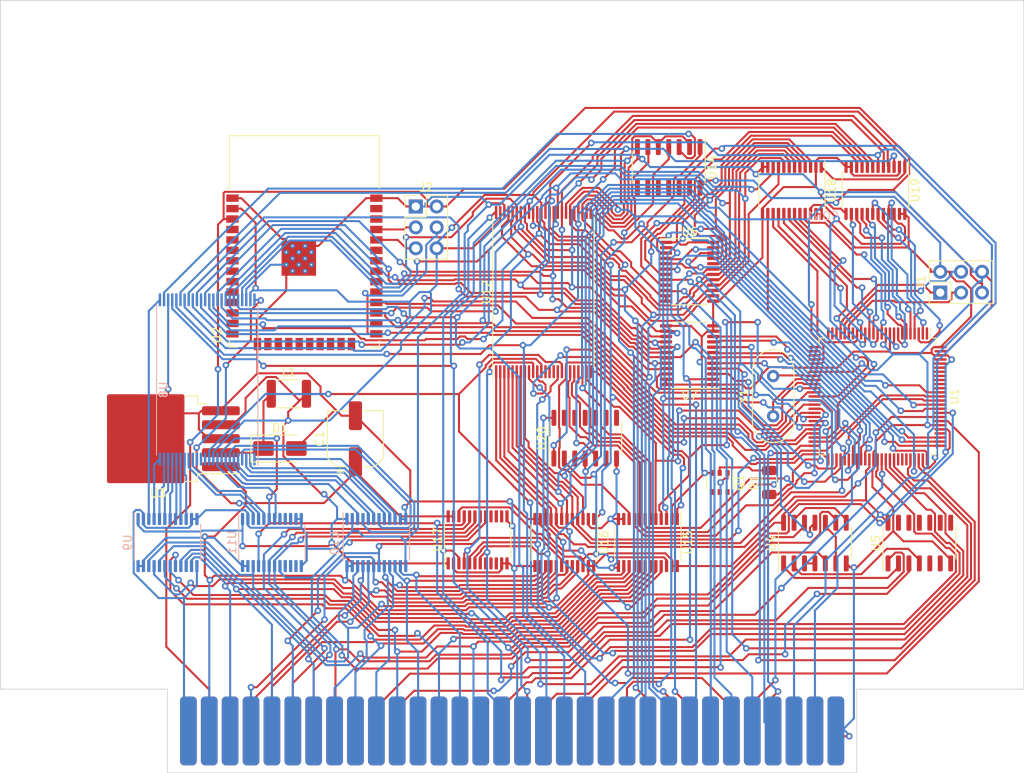
<source format=kicad_pcb>
(kicad_pcb (version 20221018) (generator pcbnew)
  (layers (0 "F.Cu" signal) (31 "B.Cu" signal) (34 "B.Paste" user) (35 "F.Paste" user) (36 "B.SilkS" user "B.Silkscreen") (37 "F.SilkS" user "F.Silkscreen") (38 "B.Mask" user) (39 "F.Mask" user) (44 "Edge.Cuts" user))
  (net 0 "")
  (net 2 "+5V")
  (net 3 "+3.3V")
  (net 4 "PROXY_D8")
  (net 5 "PROXY_D9")
  (net 6 "PROXY_D10")
  (net 7 "PROXY_D11")
  (net 8 "PROXY_D12")
  (net 9 "PROXY_D13")
  (net 10 "PROXY_D14")
  (net 11 "PROXY_D15")
  (net 14 "Net-(U1-XTAL2)")
  (net 15 "Net-(U1-XTAL1)")
  (net 16 "PROXY_IRQ")
  (net 17 "PROXY_DTACK")
  (net 18 "INTER_RXTX")
  (net 19 "INTER_TXRX")
  (net 24 "PROXY_D7")
  (net 25 "PROXY_D6")
  (net 26 "PROXY_D5")
  (net 27 "PROXY_D4")
  (net 28 "PROXY_D3")
  (net 29 "PROXY_D2")
  (net 30 "PROXY_D1")
  (net 31 "PROXY_D0")
  (net 61 "WIFI_EN")
  (net 68 "WIFI_TXD")
  (net 69 "WIFI_IO0")
  (net 72 "Net-(D1-K)")
  (net 73 "{slash}CAS0")
  (net 74 "D7")
  (net 75 "D6")
  (net 76 "D5")
  (net 77 "D4")
  (net 78 "D3")
  (net 79 "D2")
  (net 80 "D1")
  (net 81 "D0")
  (net 82 "D15")
  (net 83 "D14")
  (net 84 "D13")
  (net 85 "D12")
  (net 86 "D11")
  (net 87 "D10")
  (net 88 "D9")
  (net 89 "D8")
  (net 92 "A20")
  (net 93 "A21")
  (net 94 "A22")
  (net 95 "A23")
  (net 100 "{slash}AS")
  (net 102 "{slash}DTACK")
  (net 107 "GND")
  (net 108 "{slash}UWR")
  (net 109 "{slash}LWR")
  (net 110 "{slash}SOFT_RESET")
  (net 111 "{slash}CE_0")
  (net 112 "A19")
  (net 113 "A18")
  (net 114 "A10")
  (net 115 "A9")
  (net 116 "WIFI_RXD")
  (net 117 "A1")
  (net 118 "A17")
  (net 119 "A2")
  (net 120 "A16")
  (net 121 "A3")
  (net 122 "A15")
  (net 123 "A4")
  (net 124 "A14")
  (net 125 "A5")
  (net 126 "A13")
  (net 127 "A6")
  (net 128 "A12")
  (net 129 "A7")
  (net 130 "A11")
  (net 131 "A8")
  (net 132 "AVR_MISO")
  (net 133 "AVR_SCK")
  (net 134 "AVR_MOSI")
  (net 135 "Net-(Q1-B)")
  (net 136 "PROXY_GAME_D8")
  (net 137 "PROXY_GAME_D9")
  (net 138 "PROXY_GAME_D10")
  (net 139 "PROXY_GAME_D11")
  (net 140 "PROXY_GAME_D12")
  (net 141 "PROXY_GAME_D13")
  (net 142 "PROXY_GAME_D14")
  (net 143 "PROXY_GAME_D15")
  (net 144 "PROXY_GAME_D0")
  (net 145 "PROXY_GAME_D1")
  (net 146 "PROXY_GAME_D2")
  (net 147 "PROXY_GAME_D3")
  (net 148 "PROXY_GAME_D4")
  (net 149 "PROXY_GAME_D5")
  (net 150 "PROXY_GAME_D6")
  (net 156 "PROXY_GAME_D7")
  (net 157 "A1_3V3_GAME")
  (net 158 "A2_3V3_GAME")
  (net 159 "A3_3V3_GAME")
  (net 160 "A4_3V3_GAME")
  (net 161 "A5_3V3_GAME")
  (net 162 "A6_3V3_GAME")
  (net 163 "A7_3V3_GAME")
  (net 164 "A8_3V3_GAME")
  (net 165 "PROXY_LATCH")
  (net 166 "{slash}PROXY_GAME_DATA_CE")
  (net 167 "{slash}GAME_WE")
  (net 168 "A17_3V3_GAME")
  (net 169 "A18_3V3_GAME")
  (net 170 "A19_3V3_GAME")
  (net 171 "A20_3V3_GAME")
  (net 172 "A21_3V3_GAME")
  (net 173 "A16_3V3_GAME")
  (net 174 "A15_3V3_GAME")
  (net 175 "A14_3V3_GAME")
  (net 176 "A13_3V3_GAME")
  (net 177 "A12_3V3_GAME")
  (net 178 "A11_3V3_GAME")
  (net 179 "A10_3V3_GAME")
  (net 180 "A9_3V3_GAME")
  (net 181 "Net-(U4-Pad1)")
  (net 182 "Net-(U4-Pad2)")
  (net 183 "Net-(U4-Pad3)")
  (net 184 "Net-(U4-Pad10)")
  (net 185 "Net-(U4-Pad13)")
  (net 186 "A16_3V3")
  (net 187 "A15_3V3")
  (net 188 "A14_3V3")
  (net 189 "A13_3V3")
  (net 190 "A12_3V3")
  (net 191 "A11_3V3")
  (net 192 "A10_3V3")
  (net 193 "A9_3V3")
  (net 194 "A20_3V3")
  (net 195 "A21_3V3")
  (net 198 "A19_3V3")
  (net 199 "A18_3V3")
  (net 200 "A8_3V3")
  (net 201 "A7_3V3")
  (net 202 "A6_3V3")
  (net 203 "A5_3V3")
  (net 204 "A4_3V3")
  (net 205 "A3_3V3")
  (net 206 "A2_3V3")
  (net 207 "A1_3V3")
  (net 208 "Net-(U8-CE#)")
  (net 209 "A17_3V3")
  (net 210 "FIRMWARE_CE")
  (net 219 "Net-(U12-CE#)")
  (net 220 "GAME_CE")
  (footprint "Package_SO:TSSOP-24_4.4x7.8mm_P0.65mm" (layer "F.Cu") (at 182.615 45.9775 -90)
    (fp_text reference "U19")
    (fp_text value "SN74AVC8T245PW")
  )
  (footprint "Package_SO:TSSOP-24_4.4x7.8mm_P0.65mm" (layer "F.Cu") (at 172.455 45.9775 -90)
    (fp_text reference "U18")
    (fp_text value "SN74AVC8T245PW")
  )
  (footprint "RF_Module:ESP32-WROOM-32" (layer "F.Cu") (at 113.17 55.175)
    (fp_text reference "U2")
    (fp_text value "ESP32-WROOM-32")
  )
  (footprint "Diode_SMD:D_SMA" (layer "F.Cu") (at 110.1929 77.3913)
    (fp_text reference "D1")
    (fp_text value "~")
  )
  (footprint "Inductor_SMD:L_1812_4532Metric" (layer "F.Cu") (at 111.2821 70.7308)
    (fp_text reference "L1")
    (fp_text value "150 uH")
  )
  (footprint "Package_SO:SOIC-14_3.9x8.7mm_P1.27mm" (layer "F.Cu") (at 175.26 88.9 90)
    (fp_text reference "U4")
    (fp_text value "7408")
  )
  (footprint "Package_QFP:TQFP-100_14x14mm_P0.5mm" (layer "F.Cu") (at 182.88 71.055 -90)
    (fp_text reference "U1")
    (fp_text value "ATmega2560-16A")
  )
  (footprint "Package_SO:TSSOP-24_4.4x7.8mm_P0.65mm" (layer "F.Cu") (at 154.94 88.835 -90)
    (fp_text reference "U15")
    (fp_text value "SN74AVC8T245PW")
  )
  (footprint "Package_SO:TSSOP-24_4.4x7.8mm_P0.65mm" (layer "F.Cu") (at 144.78 88.835 -90)
    (fp_text reference "U16")
    (fp_text value "SN74AVC8T245PW")
  )
  (footprint "Package_SO:TSSOP-24_4.4x7.8mm_P0.65mm" (layer "F.Cu") (at 160.02 66.04 180)
    (fp_text reference "U7")
    (fp_text value "SN74AVC8T245PW")
  )
  (footprint "Capacitor_SMD:CP_Elec_6.3x5.4" (layer "F.Cu") (at 119.38 76.2 90)
    (fp_text reference "C1")
    (fp_text value "100 uF")
  )
  (footprint "Connector:SMD cart edge connector" (layer "F.Cu") (at 99.06 106.68)
    (fp_text reference "CON1")
    (fp_text value "SMD CART ")
  )
  (footprint "Crystal:Crystal_HC49-U_Vertical" (layer "F.Cu") (at 170.18 73.46 90)
    (fp_text reference "Y1")
    (fp_text value "16 MHz")
  )
  (footprint "Package_SO:SOIC-14_3.9x8.7mm_P1.27mm" (layer "F.Cu") (at 157.48 43.18 -90)
    (fp_text reference "U14")
    (fp_text value "7432")
  )
  (footprint "Package_SO:SOIC-14_3.9x8.7mm_P1.27mm" (layer "F.Cu") (at 147.32 76.135 90)
    (fp_text reference "U20")
    (fp_text value "7400")
  )
  (footprint "Package_TO_SOT_SMD:TO-263-5_TabPin3" (layer "F.Cu") (at 95.365 76.2 180)
    (fp_text reference "U3")
    (fp_text value "LM2576S-3.3")
  )
  (footprint "Package_SO:TSSOP-24_4.4x7.8mm_P0.65mm" (layer "F.Cu") (at 134.235 88.5125 90)
    (fp_text reference "U17")
    (fp_text value "SN74AVC8T245PW")
  )
  (footprint "Connector_PinHeader_2.54mm:PinHeader_2x03_P2.54mm_Vertical" (layer "F.Cu") (at 190.5 58.42 90)
    (fp_text reference "J1")
    (fp_text value "Proxy ICSP")
  )
  (footprint "Package_SO:TSSOP-24_4.4x7.8mm_P0.65mm" (layer "F.Cu") (at 160.02 55.88)
    (fp_text reference "U6")
    (fp_text value "SN74AVC8T245PW")
  )
  (footprint "Connector_PinHeader_2.54mm:PinHeader_2x03_P2.54mm_Vertical" (layer "F.Cu") (at 126.715 47.9428)
    (fp_text reference "J2")
    (fp_text value "WIFI ICSP")
  )
  (footprint "Package_SO:TSOP-6_1.65x3.05mm_P0.95mm" (layer "F.Cu") (at 163.6787 81.5268 -90)
    (fp_text reference "Q1")
    (fp_text value "NPN")
  )
  (footprint "Package_SO:TSOP-I-48_18.4x12mm_P0.5mm" (layer "F.Cu") (at 142.24 58.355 90)
    (fp_text reference "U12")
    (fp_text value "~")
  )
  (footprint "Resistor_SMD:R_1206_3216Metric" (layer "F.Cu") (at 169.7087 81.5268 90)
    (fp_text reference "R1")
    (fp_text value "1k")
  )
  (footprint "Package_SO:SOIC-14_3.9x8.7mm_P1.27mm" (layer "F.Cu") (at 187.96 88.9 90)
    (fp_text reference "U5")
    (fp_text value "7404")
  )
  (footprint "Package_SO:TSSOP-24_4.4x7.8mm_P0.65mm" (layer "B.Cu") (at 96.52 88.835 -90)
    (fp_text reference "U9")
    (fp_text value "SN74AVC8T245PW")
  )
  (footprint "Package_SO:TSOP-I-48_18.4x12mm_P0.5mm" (layer "B.Cu") (at 101.35 68.9875 90)
    (fp_text reference "U8")
    (fp_text value "~")
  )
  (footprint "Package_SO:TSSOP-24_4.4x7.8mm_P0.65mm" (layer "B.Cu") (at 121.92 88.835 -90)
    (fp_text reference "U10")
    (fp_text value "SN74AVC8T245PW")
  )
  (footprint "Package_SO:TSSOP-24_4.4x7.8mm_P0.65mm" (layer "B.Cu") (at 109.22 88.835 -90)
    (fp_text reference "U11")
    (fp_text value "SN74AVC8T245PW")
  )
  (gr_poly (pts (xy 96.52 116.84) (xy 180.34 116.84) (xy 180.34 106.68) (xy 200.66 106.68) (xy 200.66 22.86) (xy 76.2 22.86) (xy 76.2 106.68) (xy 96.52 106.68)) (stroke (width 0.1)) (fill none) (layer "Edge.Cuts"))
  (segment (start 189.7238 65.055) (end 189.453 65.3258) (width 0.25) (layer "F.Cu") (net 2))
  (segment (start 143.7233 96.7252) (end 147.705 92.7435) (width 0.25) (layer "F.Cu") (net 2))
  (segment (start 191.6751 56.2473) (end 192.4829 57.0551) (width 0.25) (layer "F.Cu") (net 2))
  (segment (start 157.865 91.6975) (end 157.865 90.944) (width 0.25) (layer "F.Cu") (net 2))
  (segment (start 162.8825 52.955) (end 162.8825 52.305) (width 0.25) (layer "F.Cu") (net 2))
  (segment (start 101.0572 88.106) (end 102.2267 88.106) (width 0.25) (layer "F.Cu") (net 2))
  (segment (start 190.5 55.88) (end 189.3249 55.88) (width 0.25) (layer "F.Cu") (net 2))
  (segment (start 191.3853 66.055) (end 191.8973 66.567) (width 0.25) (layer "F.Cu") (net 2))
  (segment (start 171.45 85.3854) (end 171.45 86.425) (width 0.25) (layer "F.Cu") (net 2))
  (segment (start 181.88 79.701) (end 181.4722 80.1088) (width 0.25) (layer "F.Cu") (net 2))
  (segment (start 190.5425 65.055) (end 189.7238 65.055) (width 0.25) (layer "F.Cu") (net 2))
  (segment (start 192.4829 57.0551) (end 193.3597 57.0551) (width 0.25) (layer "F.Cu") (net 2))
  (segment (start 158.4761 52.1384) (end 158.9208 52.5831) (width 0.25) (layer "F.Cu") (net 2))
  (segment (start 142.9352 96.7184) (end 142.942 96.7252) (width 0.25) (layer "F.Cu") (net 2))
  (segment (start 149.9042 90.1483) (end 148.355 91.6975) (width 0.25) (layer "F.Cu") (net 2))
  (segment (start 124.8191 85.65) (end 130.66 85.65) (width 0.25) (layer "F.Cu") (net 2))
  (segment (start 185.54 48.84) (end 186.19 48.84) (width 0.25) (layer "F.Cu") (net 2))
  (segment (start 189.453 65.7691) (end 189.7389 66.055) (width 0.25) (layer "F.Cu") (net 2))
  (segment (start 106.0382 84.0306) (end 115.5603 84.0306) (width 0.25) (layer "F.Cu") (net 2))
  (segment (start 122.2857 97.0725) (end 132.849 97.0725) (width 0.25) (layer "F.Cu") (net 2))
  (segment (start 147.705 92.7435) (end 147.705 91.6975) (width 0.25) (layer "F.Cu") (net 2))
  (segment (start 158.9208 52.5831) (end 159.5841 52.5831) (width 0.25) (layer "F.Cu") (net 2))
  (segment (start 101.0572 92.787) (end 101.0572 88.106) (width 0.25) (layer "F.Cu") (net 2))
  (segment (start 161.29 45.655) (end 162.1671 44.7779) (width 0.25) (layer "F.Cu") (net 2))
  (segment (start 130.66 85.65) (end 131.31 85.65) (width 0.25) (layer "F.Cu") (net 2))
  (segment (start 162.1671 44.7779) (end 163.1884 44.7779) (width 0.25) (layer "F.Cu") (net 2))
  (segment (start 189.453 65.3258) (end 189.453 65.7691) (width 0.25) (layer "F.Cu") (net 2))
  (segment (start 159.5841 52.5831) (end 159.8622 52.305) (width 0.25) (layer "F.Cu") (net 2))
  (segment (start 184.38 65.5965) (end 184.38 63.3925) (width 0.25) (layer "F.Cu") (net 2))
  (segment (start 171.281 67.4952) (end 169.6725 67.4952) (width 0.25) (layer "F.Cu") (net 2))
  (segment (start 183.2219 85.452) (end 183.2219 85.4969) (width 0.25) (layer "F.Cu") (net 2))
  (segment (start 191.351 75.055) (end 191.6511 75.3551) (width 0.25) (layer "F.Cu") (net 2))
  (segment (start 181.4722 83.7023) (end 173.1331 83.7023) (width 0.25) (layer "F.Cu") (net 2))
  (segment (start 186.6614 49.3114) (end 186.19 48.84) (width 0.25) (layer "F.Cu") (net 2))
  (segment (start 168.6422 68.5255) (end 168.6422 68.9075) (width 0.25) (layer "F.Cu") (net 2))
  (segment (start 158.4761 49.8136) (end 158.4761 52.1384) (width 0.25) (layer "F.Cu") (net 2))
  (segment (start 101.6744 93.4042) (end 101.0572 92.787) (width 0.25) (layer "F.Cu") (net 2))
  (segment (start 193.3597 57.0551) (end 194.2586 57.954) (width 0.25) (layer "F.Cu") (net 2))
  (segment (start 186.6614 52.9333) (end 186.6614 49.3114) (width 0.25) (layer "F.Cu") (net 2))
  (segment (start 183.2219 85.4969) (end 184.15 86.425) (width 0.25) (layer "F.Cu") (net 2))
  (segment (start 119.38 80.2109) (end 119.38 79) (width 0.25) (layer "F.Cu") (net 2))
  (segment (start 190.5425 66.055) (end 191.3853 66.055) (width 0.25) (layer "F.Cu") (net 2))
  (segment (start 173.1331 83.7023) (end 171.45 85.3854) (width 0.25) (layer "F.Cu") (net 2))
  (segment (start 190.5425 75.055) (end 191.351 75.055) (width 0.25) (layer "F.Cu") (net 2))
  (segment (start 161.1375 45.8075) (end 161.1375 47.1522) (width 0.25) (layer "F.Cu") (net 2))
  (segment (start 157.865 90.944) (end 157.0693 90.1483) (width 0.25) (layer "F.Cu") (net 2))
  (segment (start 167.4725 70.0772) (end 166.9023 70.0772) (width 0.25) (layer "F.Cu") (net 2))
  (segment (start 118.1418 93.4289) (end 118.6421 93.4289) (width 0.25) (layer "F.Cu") (net 2))
  (segment (start 181.4722 80.1088) (end 181.4722 83.7023) (width 0.25) (layer "F.Cu") (net 2))
  (segment (start 175.38 48.84) (end 176.03 48.84) (width 0.25) (layer "F.Cu") (net 2))
  (segment (start 181.88 78.7175) (end 181.88 79.701) (width 0.25) (layer "F.Cu") (net 2))
  (segment (start 115.5603 84.0306) (end 119.38 80.2109) (width 0.25) (layer "F.Cu") (net 2))
  (segment (start 132.849 97.0725) (end 133.2031 96.7184) (width 0.25) (layer "F.Cu") (net 2))
  (segment (start 189.7389 66.055) (end 190.5425 66.055) (width 0.25) (layer "F.Cu") (net 2))
  (segment (start 148.355 91.6975) (end 147.705 91.6975) (width 0.25) (layer "F.Cu") (net 2))
  (segment (start 166.4401 69.615) (end 162.8825 69.615) (width 0.25) (layer "F.Cu") (net 2))
  (segment (start 194.2586 61.3389) (end 190.5425 65.055) (width 0.25) (layer "F.Cu") (net 2))
  (segment (start 106.0382 84.0306) (end 106.0382 82.6232) (width 0.25) (layer "F.Cu") (net 2))
  (segment (start 162.8825 69.615) (end 157.1575 69.615) (width 0.25) (layer "F.Cu") (net 2))
  (segment (start 170.3376 86.425) (end 165.0651 91.6975) (width 0.25) (layer "F.Cu") (net 2))
  (segment (start 191.0876 55.88) (end 191.6751 55.88) (width 0.25) (layer "F.Cu") (net 2))
  (segment (start 102.203 92.8756) (end 101.6744 93.4042) (width 0.25) (layer "F.Cu") (net 2))
  (segment (start 118.1418 93.4289) (end 117.5885 92.8756) (width 0.25) (layer "F.Cu") (net 2))
  (segment (start 133.2031 96.7184) (end 142.9352 96.7184) (width 0.25) (layer "F.Cu") (net 2))
  (segment (start 194.2586 57.954) (end 194.2586 61.3389) (width 0.25) (layer "F.Cu") (net 2))
  (segment (start 171.3408 67.555) (end 171.281 67.4952) (width 0.25) (layer "F.Cu") (net 2))
  (segment (start 184.5526 65.7691) (end 184.38 65.5965) (width 0.25) (layer "F.Cu") (net 2))
  (segment (start 178.0052 67.555) (end 175.2175 67.555) (width 0.25) (layer "F.Cu") (net 2))
  (segment (start 176.03 48.84) (end 180.1233 52.9333) (width 0.25) (layer "F.Cu") (net 2))
  (segment (start 157.1575 69.615) (end 157.1575 68.965) (width 0.25) (layer "F.Cu") (net 2))
  (segment (start 157.0693 90.1483) (end 149.9042 90.1483) (width 0.25) (layer "F.Cu") (net 2))
  (segment (start 169.6725 67.4952) (end 168.6422 68.5255) (width 0.25) (layer "F.Cu") (net 2))
  (segment (start 180.1233 52.9333) (end 186.6614 52.9333) (width 0.25) (layer "F.Cu") (net 2))
  (segment (start 117.5885 92.8756) (end 102.203 92.8756) (width 0.25) (layer "F.Cu") (net 2))
  (segment (start 189.3249 55.88) (end 189.3249 55.5968) (width 0.25) (layer "F.Cu") (net 2))
  (segment (start 191.6751 55.88) (end 191.6751 56.2473) (width 0.25) (layer "F.Cu") (net 2))
  (segment (start 168.6422 68.9075) (end 167.4725 70.0772) (width 0.25) (layer "F.Cu") (net 2))
  (segment (start 191.6511 75.3551) (end 191.6511 77.3215) (width 0.25) (layer "F.Cu") (net 2))
  (segment (start 189.3249 55.5968) (end 186.6614 52.9333) (width 0.25) (layer "F.Cu") (net 2))
  (segment (start 166.9023 70.0772) (end 166.4401 69.615) (width 0.25) (layer "F.Cu") (net 2))
  (segment (start 158.4761 52.1384) (end 158.3095 52.305) (width 0.25) (layer "F.Cu") (net 2))
  (segment (start 171.45 86.425) (end 170.3376 86.425) (width 0.25) (layer "F.Cu") (net 2))
  (segment (start 143.51 73.66) (end 142.2382 73.66) (width 0.25) (layer "F.Cu") (net 2))
  (segment (start 118.6421 93.4289) (end 122.2857 97.0725) (width 0.25) (layer "F.Cu") (net 2))
  (segment (start 106.0382 84.2945) (end 106.0382 84.0306) (width 0.25) (layer "F.Cu") (net 2))
  (segment (start 159.8622 52.305) (end 162.8825 52.305) (width 0.25) (layer "F.Cu") (net 2))
  (segment (start 181.4722 83.7023) (end 183.2219 85.452) (width 0.25) (layer "F.Cu") (net 2))
  (segment (start 189.453 65.7691) (end 184.5526 65.7691) (width 0.25) (layer "F.Cu") (net 2))
  (segment (start 175.2175 67.555) (end 171.3408 67.555) (width 0.25) (layer "F.Cu") (net 2))
  (segment (start 190.5 55.88) (end 191.0876 55.88) (width 0.25) (layer "F.Cu") (net 2))
  (segment (start 161.29 45.655) (end 161.1375 45.8075) (width 0.25) (layer "F.Cu") (net 2))
  (segment (start 106.0382 82.6232) (end 103.015 79.6) (width 0.25) (layer "F.Cu") (net 2))
  (segment (start 142.942 96.7252) (end 143.7233 96.7252) (width 0.25) (layer "F.Cu") (net 2))
  (segment (start 191.6511 77.3215) (end 191.1523 77.8203) (width 0.25) (layer "F.Cu") (net 2))
  (segment (start 179.9637 65.5965) (end 178.0052 67.555) (width 0.25) (layer "F.Cu") (net 2))
  (segment (start 184.38 65.5965) (end 179.9637 65.5965) (width 0.25) (layer "F.Cu") (net 2))
  (segment (start 165.0651 91.6975) (end 158.515 91.6975) (width 0.25) (layer "F.Cu") (net 2))
  (segment (start 157.865 91.6975) (end 158.515 91.6975) (width 0.25) (layer "F.Cu") (net 2))
  (segment (start 119.38 80.2109) (end 124.8191 85.65) (width 0.25) (layer "F.Cu") (net 2))
  (segment (start 161.1375 47.1522) (end 158.4761 49.8136) (width 0.25) (layer "F.Cu") (net 2))
  (segment (start 158.3095 52.305) (end 157.1575 52.305) (width 0.25) (layer "F.Cu") (net 2))
  (segment (start 102.2267 88.106) (end 106.0382 84.2945) (width 0.25) (layer "F.Cu") (net 2))
  (via (at 118.1418 93.4289) (size 0.8) (drill 0.4) (layers "F.Cu" "B.Cu") (net 2))
  (via (at 191.1523 77.8203) (size 0.8) (drill 0.4) (layers "F.Cu" "B.Cu") (net 2))
  (via (at 163.1884 44.7779) (size 0.8) (drill 0.4) (layers "F.Cu" "B.Cu") (net 2))
  (via (at 101.6744 93.4042) (size 0.8) (drill 0.4) (layers "F.Cu" "B.Cu") (net 2))
  (via (at 191.8973 66.567) (size 0.8) (drill 0.4) (layers "F.Cu" "B.Cu") (net 2))
  (via (at 101.0572 88.106) (size 0.8) (drill 0.4) (layers "F.Cu" "B.Cu") (net 2))
  (via (at 142.2382 73.66) (size 0.8) (drill 0.4) (layers "F.Cu" "B.Cu") (net 2))
  (via (at 142.942 96.7252) (size 0.8) (drill 0.4) (layers "F.Cu" "B.Cu") (net 2))
  (via (at 183.2219 85.452) (size 0.8) (drill 0.4) (layers "F.Cu" "B.Cu") (net 2))
  (segment (start 183.2219 85.452) (end 183.9495 85.452) (width 0.25) (layer "B.Cu") (net 2))
  (segment (start 176.634 46.7539) (end 176.4709 46.917) (width 0.25) (layer "B.Cu") (net 2))
  (segment (start 142.2382 88.6645) (end 142.2382 73.66) (width 0.25) (layer "B.Cu") (net 2))
  (segment (start 142.942 96.7252) (end 142.069 95.8522) (width 0.25) (layer "B.Cu") (net 2))
  (segment (start 183.1233 85.452) (end 177.9951 90.5802) (width 0.25) (layer "B.Cu") (net 2))
  (segment (start 118.345 93.2257) (end 118.1418 93.4289) (width 0.25) (layer "B.Cu") (net 2))
  (segment (start 101.0572 88.106) (end 101.0572 88.2429) (width 0.25) (layer "B.Cu") (net 2))
  (segment (start 101.6 111.76) (end 101.6 93.4786) (width 0.25) (layer "B.Cu") (net 2))
  (segment (start 105.645 91.6975) (end 102.1904 88.2429) (width 0.25) (layer "B.Cu") (net 2))
  (segment (start 142.069 92.7671) (end 142.0012 92.6993) (width 0.25) (layer "B.Cu") (net 2))
  (segment (start 190.5 52.3425) (end 184.9114 46.7539) (width 0.25) (layer "B.Cu") (net 2))
  (segment (start 183.2219 85.452) (end 183.1233 85.452) (width 0.25) (layer "B.Cu") (net 2))
  (segment (start 93.595 91.6975) (end 92.945 91.6975) (width 0.25) (layer "B.Cu") (net 2))
  (segment (start 176.4709 46.917) (end 169.9253 46.917) (width 0.25) (layer "B.Cu") (net 2))
  (segment (start 177.9951 94.3679) (end 175.26 97.103) (width 0.25) (layer "B.Cu") (net 2))
  (segment (start 101.6 93.4786) (end 101.6744 93.4042) (width 0.25) (layer "B.Cu") (net 2))
  (segment (start 101.0572 88.2429) (end 96.3574 88.2429) (width 0.25) (layer "B.Cu") (net 2))
  (segment (start 167.7862 44.7779) (end 163.1884 44.7779) (width 0.25) (layer "B.Cu") (net 2))
  (segment (start 169.9253 46.917) (end 167.7862 44.7779) (width 0.25) (layer "B.Cu") (net 2))
  (segment (start 102.1904 88.2429) (end 101.0572 88.2429) (width 0.25) (layer "B.Cu") (net 2))
  (segment (start 96.3574 88.2429) (end 93.595 91.0053) (width 0.25) (layer "B.Cu") (net 2))
  (segment (start 191.8973 66.567) (end 191.1523 67.312) (width 0.25) (layer "B.Cu") (net 2))
  (segment (start 177.9951 90.5802) (end 177.9951 94.3679) (width 0.25) (layer "B.Cu") (net 2))
  (segment (start 142.069 95.8522) (end 142.069 92.7671) (width 0.25) (layer "B.Cu") (net 2))
  (segment (start 190.5 55.88) (end 190.5 52.3425) (width 0.25) (layer "B.Cu") (net 2))
  (segment (start 142.0012 92.6993) (end 142.0012 89.9138) (width 0.25) (layer "B.Cu") (net 2))
  (segment (start 175.26 97.103) (end 175.26 111.76) (width 0.25) (layer "B.Cu") (net 2))
  (segment (start 183.9495 85.452) (end 191.1523 78.2492) (width 0.25) (layer "B.Cu") (net 2))
  (segment (start 106.295 91.6975) (end 105.645 91.6975) (width 0.25) (layer "B.Cu") (net 2))
  (segment (start 142.3294 88.7557) (end 142.2382 88.6645) (width 0.25) (layer "B.Cu") (net 2))
  (segment (start 191.1523 78.2492) (end 191.1523 77.8203) (width 0.25) (layer "B.Cu") (net 2))
  (segment (start 184.9114 46.7539) (end 176.634 46.7539) (width 0.25) (layer "B.Cu") (net 2))
  (segment (start 142.3294 89.5856) (end 142.3294 88.7557) (width 0.25) (layer "B.Cu") (net 2))
  (segment (start 93.595 91.0053) (end 93.595 91.6975) (width 0.25) (layer "B.Cu") (net 2))
  (segment (start 118.345 91.6975) (end 118.345 93.2257) (width 0.25) (layer "B.Cu") (net 2))
  (segment (start 142.0012 89.9138) (end 142.3294 89.5856) (width 0.25) (layer "B.Cu") (net 2))
  (segment (start 118.995 91.6975) (end 118.345 91.6975) (width 0.25) (layer "B.Cu") (net 2))
  (segment (start 191.1523 67.312) (end 191.1523 77.8203) (width 0.25) (layer "B.Cu") (net 2))
  (segment (start 176.03 43.115) (end 177.5528 44.6378) (width 0.25) (layer "F.Cu") (net 3))
  (segment (start 143.9664 52.0691) (end 147.1732 52.0691) (width 0.25) (layer "F.Cu") (net 3))
  (segment (start 112.5844 71.566) (end 113.4196 70.7308) (width 0.25) (layer "F.Cu") (net 3))
  (segment (start 141.99 49.5626) (end 142.3507 49.9233) (width 0.25) (layer "F.Cu") (net 3))
  (segment (start 150.6732 71.1572) (end 151.0196 71.1572) (width 0.25) (layer "F.Cu") (net 3))
  (segment (start 148.355 85.9725) (end 148.5684 85.9725) (width 0.25) (layer "F.Cu") (net 3))
  (segment (start 116.4918 88.8557) (end 116.0793 89.2682) (width 0.25) (layer "F.Cu") (net 3))
  (segment (start 116.4918 88.8557) (end 119.0111 91.375) (width 0.25) (layer "F.Cu") (net 3))
  (segment (start 141.0296 46.2133) (end 141.0296 46.5375) (width 0.25) (layer "F.Cu") (net 3))
  (segment (start 136.99 49.6151) (end 133.5823 53.0228) (width 0.25) (layer "F.Cu") (net 3))
  (segment (start 115.5768 82.9504) (end 115.2433 82.9504) (width 0.25) (layer "F.Cu") (net 3))
  (segment (start 110.6168 74.5686) (end 111.1947 73.9907) (width 0.25) (layer "F.Cu") (net 3))
  (segment (start 129.255 53.0228) (end 130.4301 53.0228) (width 0.25) (layer "F.Cu") (net 3))
  (segment (start 180.5184 36.3921) (end 150.8508 36.3921) (width 0.25) (layer "F.Cu") (net 3))
  (segment (start 131.1053 50.5111) (end 135.0789 46.5375) (width 0.25) (layer "F.Cu") (net 3))
  (segment (start 109.7109 68.6925) (end 108.5849 68.6925) (width 0.25) (layer "F.Cu") (net 3))
  (segment (start 186.19 43.115) (end 186.19 42.0637) (width 0.25) (layer "F.Cu") (net 3))
  (segment (start 119.0111 91.375) (end 130.66 91.375) (width 0.25) (layer "F.Cu") (net 3))
  (segment (start 136.99 48.6675) (end 136.99 49.6151) (width 0.25) (layer "F.Cu") (net 3))
  (segment (start 135.0789 46.5375) (end 141.0296 46.5375) (width 0.25) (layer "F.Cu") (net 3))
  (segment (start 158.0157 78.1533) (end 158.8985 78.1533) (width 0.25) (layer "F.Cu") (net 3))
  (segment (start 104.4978 74.5) (end 103.015 74.5) (width 0.25) (layer "F.Cu") (net 3))
  (segment (start 141.99 48.6675) (end 141.99 49.5626) (width 0.25) (layer "F.Cu") (net 3))
  (segment (start 111.1947 73.9907) (end 111.1947 72.9557) (width 0.25) (layer "F.Cu") (net 3))
  (segment (start 141.99 48.6675) (end 141.99 47.4979) (width 0.25) (layer "F.Cu") (net 3))
  (segment (start 142.3507 49.9233) (end 142.3507 50.4534) (width 0.25) (layer "F.Cu") (net 3))
  (segment (start 111.1947 72.9557) (end 112.5844 71.566) (width 0.25) (layer "F.Cu") (net 3))
  (segment (start 116.0793 89.2682) (end 105.645 89.2682) (width 0.25) (layer "F.Cu") (net 3))
  (segment (start 107.2393 57.871) (end 107.2393 49.9392) (width 0.25) (layer "F.Cu") (net 3))
  (segment (start 158.8985 78.1533) (end 159.3408 78.5956) (width 0.25) (layer "F.Cu") (net 3))
  (segment (start 186.19 42.0637) (end 180.5184 36.3921) (width 0.25) (layer "F.Cu") (net 3))
  (segment (start 159.3408 79.6228) (end 159.1955 79.7681) (width 0.25) (layer "F.Cu") (net 3))
  (segment (start 159.3408 78.5956) (end 159.3408 79.6228) (width 0.25) (layer "F.Cu") (net 3))
  (segment (start 185.4279 44.6378) (end 186.19 43.8757) (width 0.25) (layer "F.Cu") (net 3))
  (segment (start 142.3507 50.4534) (end 143.9664 52.0691) (width 0.25) (layer "F.Cu") (net 3))
  (segment (start 133.5823 53.0228) (end 130.4301 53.0228) (width 0.25) (layer "F.Cu") (net 3))
  (segment (start 107.2393 49.9392) (end 105.4951 48.195) (width 0.25) (layer "F.Cu") (net 3))
  (segment (start 112.5844 71.566) (end 109.7109 68.6925) (width 0.25) (layer "F.Cu") (net 3))
  (segment (start 177.5528 44.6378) (end 185.4279 44.6378) (width 0.25) (layer "F.Cu") (net 3))
  (segment (start 158.9779 84.2806) (end 158.515 84.7435) (width 0.25) (layer "F.Cu") (net 3))
  (segment (start 150.8508 36.3921) (end 141.0296 46.2133) (width 0.25) (layer "F.Cu") (net 3))
  (segment (start 147.1732 52.0691) (end 150.1458 55.0417) (width 0.25) (layer "F.Cu") (net 3))
  (segment (start 186.19 43.8757) (end 186.19 43.115) (width 0.25) (layer "F.Cu") (net 3))
  (segment (start 158.515 84.7435) (end 158.515 85.9725) (width 0.25) (layer "F.Cu") (net 3))
  (segment (start 115.2433 82.9504) (end 110.6168 78.3239) (width 0.25) (layer "F.Cu") (net 3))
  (segment (start 151.0196 71.1572) (end 158.0157 78.1533) (width 0.25) (layer "F.Cu") (net 3))
  (segment (start 104.42 48.195) (end 105.4951 48.195) (width 0.25) (layer "F.Cu") (net 3))
  (segment (start 106.0122 72.9856) (end 104.4978 74.5) (width 0.25) (layer "F.Cu") (net 3))
  (segment (start 141.99 47.4979) (end 141.0296 46.5375) (width 0.25) (layer "F.Cu") (net 3))
  (segment (start 148.5684 85.9725) (end 149.3941 85.1468) (width 0.25) (layer "F.Cu") (net 3))
  (segment (start 110.6168 78.3239) (end 110.6168 74.5686) (width 0.25) (layer "F.Cu") (net 3))
  (segment (start 108.5849 68.6925) (end 106.0122 71.2652) (width 0.25) (layer "F.Cu") (net 3))
  (segment (start 150.1458 55.0417) (end 150.4209 55.0417) (width 0.25) (layer "F.Cu") (net 3))
  (segment (start 106.0122 71.2652) (end 106.0122 72.9856) (width 0.25) (layer "F.Cu") (net 3))
  (via (at 159.1955 79.7681) (size 0.8) (drill 0.4) (layers "F.Cu" "B.Cu") (net 3))
  (via (at 115.5768 82.9504) (size 0.8) (drill 0.4) (layers "F.Cu" "B.Cu") (net 3))
  (via (at 150.6732 71.1572) (size 0.8) (drill 0.4) (layers "F.Cu" "B.Cu") (net 3))
  (via (at 116.4918 88.8557) (size 0.8) (drill 0.4) (layers "F.Cu" "B.Cu") (net 3))
  (via (at 158.9779 84.2806) (size 0.8) (drill 0.4) (layers "F.Cu" "B.Cu") (net 3))
  (via (at 107.2393 57.871) (size 0.8) (drill 0.4) (layers "F.Cu" "B.Cu") (net 3))
  (via (at 150.4209 55.0417) (size 0.8) (drill 0.4) (layers "F.Cu" "B.Cu") (net 3))
  (via (at 105.645 89.2682) (size 0.8) (drill 0.4) (layers "F.Cu" "B.Cu") (net 3))
  (via (at 149.3941 85.1468) (size 0.8) (drill 0.4) (layers "F.Cu" "B.Cu") (net 3))
  (via (at 131.1053 50.5111) (size 0.8) (drill 0.4) (layers "F.Cu" "B.Cu") (net 3))
  (via (at 111.1947 73.9907) (size 0.8) (drill 0.4) (layers "F.Cu" "B.Cu") (net 3))
  (segment (start 115.5768 82.9504) (end 117.1427 84.5163) (width 0.25) (layer "B.Cu") (net 3))
  (segment (start 129.255 52.3614) (end 131.1053 50.5111) (width 0.25) (layer "B.Cu") (net 3))
  (segment (start 107.2393 58.1423) (end 107.2393 57.871) (width 0.25) (layer "B.Cu") (net 3))
  (segment (start 100.7569 87.3809) (end 100.6479 87.4899) (width 0.25) (layer "B.Cu") (net 3))
  (segment (start 93.6841 87.4899) (end 92.945 86.7508) (width 0.25) (layer "B.Cu") (net 3))
  (segment (start 158.9779 79.9857) (end 159.1955 79.7681) (width 0.25) (layer "B.Cu") (net 3))
  (segment (start 105.645 85.9725) (end 105.645 87.3809) (width 0.25) (layer "B.Cu") (net 3))
  (segment (start 125.99 61.3603) (end 124.8263 62.524) (width 0.25) (layer "B.Cu") (net 3))
  (segment (start 117.1245 58.1423) (end 118.5018 59.5196) (width 0.25) (layer "B.Cu") (net 3))
  (segment (start 106.8798 58.1423) (end 106.6 58.4221) (width 0.25) (layer "B.Cu") (net 3))
  (segment (start 128.4035 58.3484) (end 129.255 57.4969) (width 0.25) (layer "B.Cu") (net 3))
  (segment (start 129.255 53.0228) (end 129.255 52.3614) (width 0.25) (layer "B.Cu") (net 3))
  (segment (start 116.4918 86.6234) (end 116.4918 88.8557) (width 0.25) (layer "B.Cu") (net 3))
  (segment (start 149.3941 80.1321) (end 149.3941 85.1468) (width 0.25) (layer "B.Cu") (net 3))
  (segment (start 102.1 77.7872) (end 105.8965 73.9907) (width 0.25) (layer "B.Cu") (net 3))
  (segment (start 101.6 60.3988) (end 101.6 59.3) (width 0.25) (layer "B.Cu") (net 3))
  (segment (start 129.255 57.4969) (end 129.255 53.0228) (width 0.25) (layer "B.Cu") (net 3))
  (segment (start 124.8263 62.524) (end 110.0197 62.524) (width 0.25) (layer "B.Cu") (net 3))
  (segment (start 92.945 86.7508) (end 92.945 85.9725) (width 0.25) (layer "B.Cu") (net 3))
  (segment (start 124.9058 65.3295) (end 124.9058 64.5058) (width 0.25) (layer "B.Cu") (net 3))
  (segment (start 110.0197 62.524) (end 109.5274 63.0163) (width 0.25) (layer "B.Cu") (net 3))
  (segment (start 158.9779 84.2806) (end 158.9779 79.9857) (width 0.25) (layer "B.Cu") (net 3))
  (segment (start 125.99 59.5196) (end 125.99 61.3603) (width 0.25) (layer "B.Cu") (net 3))
  (segment (start 117.1427 84.5163) (end 117.1427 85.9725) (width 0.25) (layer "B.Cu") (net 3))
  (segment (start 124.9058 64.5058) (end 128.5628 60.8488) (width 0.25) (layer "B.Cu") (net 3))
  (segment (start 150.4209 71.1572) (end 150.6732 71.1572) (width 0.25) (layer "B.Cu") (net 3))
  (segment (start 128.5628 58.5077) (end 128.4035 58.3484) (width 0.25) (layer "B.Cu") (net 3))
  (segment (start 150.4209 79.1053) (end 149.3941 80.1321) (width 0.25) (layer "B.Cu") (net 3))
  (segment (start 127.1612 58.3484) (end 125.99 59.5196) (width 0.25) (layer "B.Cu") (net 3))
  (segment (start 128.4035 58.3484) (end 127.1612 58.3484) (width 0.25) (layer "B.Cu") (net 3))
  (segment (start 150.4209 71.1572) (end 150.4209 79.1053) (width 0.25) (layer "B.Cu") (net 3))
  (segment (start 102.1 78.675) (end 102.1 77.7872) (width 0.25) (layer "B.Cu") (net 3))
  (segment (start 109.5274 63.0163) (end 104.2175 63.0163) (width 0.25) (layer "B.Cu") (net 3))
  (segment (start 107.2393 58.1423) (end 117.1245 58.1423) (width 0.25) (layer "B.Cu") (net 3))
  (segment (start 105.8965 73.9907) (end 111.1947 73.9907) (width 0.25) (layer "B.Cu") (net 3))
  (segment (start 128.5628 60.8488) (end 128.5628 58.5077) (width 0.25) (layer "B.Cu") (net 3))
  (segment (start 106.6 58.4221) (end 106.6 59.3) (width 0.25) (layer "B.Cu") (net 3))
  (segment (start 111.1947 73.9907) (end 116.2446 73.9907) (width 0.25) (layer "B.Cu") (net 3))
  (segment (start 118.5018 59.5196) (end 125.99 59.5196) (width 0.25) (layer "B.Cu") (net 3))
  (segment (start 107.2393 58.1423) (end 106.8798 58.1423) (width 0.25) (layer "B.Cu") (net 3))
  (segment (start 150.4209 71.1572) (end 150.4209 55.0417) (width 0.25) (layer "B.Cu") (net 3))
  (segment (start 117.1427 85.9725) (end 118.345 85.9725) (width 0.25) (layer "B.Cu") (net 3))
  (segment (start 100.6479 87.4899) (end 93.6841 87.4899) (width 0.25) (layer "B.Cu") (net 3))
  (segment (start 116.2446 73.9907) (end 124.9058 65.3295) (width 0.25) (layer "B.Cu") (net 3))
  (segment (start 105.645 87.3809) (end 100.7569 87.3809) (width 0.25) (layer "B.Cu") (net 3))
  (segment (start 105.645 87.3809) (end 105.645 89.2682) (width 0.25) (layer "B.Cu") (net 3))
  (segment (start 104.2175 63.0163) (end 101.6 60.3988) (width 0.25) (layer "B.Cu") (net 3))
  (segment (start 117.1427 85.9725) (end 116.4918 86.6234) (width 0.25) (layer "B.Cu") (net 3))
  (segment (start 177.5951 79.8264) (end 175.6688 79.8264) (width 0.25) (layer "F.Cu") (net 4))
  (segment (start 164.7358 68.315) (end 165.5856 69.1648) (width 0.25) (layer "F.Cu") (net 4))
  (segment (start 177.88 79.5415) (end 177.5951 79.8264) (width 0.25) (layer "F.Cu") (net 4))
  (segment (start 165.5856 69.1648) (end 167.0359 69.1648) (width 0.25) (layer "F.Cu") (net 4))
  (segment (start 175.3028 79.4604) (end 174.4501 79.4604) (width 0.25) (layer "F.Cu") (net 4))
  (segment (start 177.88 78.7175) (end 177.88 79.5415) (width 0.25) (layer "F.Cu") (net 4))
  (segment (start 175.6688 79.8264) (end 175.3028 79.4604) (width 0.25) (layer "F.Cu") (net 4))
  (segment (start 167.0359 69.1648) (end 167.1785 69.3074) (width 0.25) (layer "F.Cu") (net 4))
  (segment (start 162.8825 68.315) (end 164.7358 68.315) (width 0.25) (layer "F.Cu") (net 4))
  (via (at 174.4501 79.4604) (size 0.8) (drill 0.4) (layers "F.Cu" "B.Cu") (net 4))
  (via (at 167.1785 69.3074) (size 0.8) (drill 0.4) (layers "F.Cu" "B.Cu") (net 4))
  (segment (start 167.1785 72.1888) (end 167.1785 69.3074) (width 0.25) (layer "B.Cu") (net 4))
  (segment (start 174.4501 79.4604) (end 167.1785 72.1888) (width 0.25) (layer "B.Cu") (net 4))
  (segment (start 176.4886 81.4305) (end 173.9745 81.4305) (width 0.25) (layer "F.Cu") (net 5))
  (segment (start 178.38 79.7643) (end 177.6676 80.4767) (width 0.25) (layer "F.Cu") (net 5))
  (segment (start 162.8825 67.665) (end 165.9989 67.665) (width 0.25) (layer "F.Cu") (net 5))
  (segment (start 177.4424 80.4767) (end 176.4886 81.4305) (width 0.25) (layer "F.Cu") (net 5))
  (segment (start 177.6676 80.4767) (end 177.4424 80.4767) (width 0.25) (layer "F.Cu") (net 5))
  (segment (start 178.38 78.7175) (end 178.38 79.7643) (width 0.25) (layer "F.Cu") (net 5))
  (segment (start 165.9989 67.665) (end 166.7027 68.3688) (width 0.25) (layer "F.Cu") (net 5))
  (via (at 173.9745 81.4305) (size 0.8) (drill 0.4) (layers "F.Cu" "B.Cu") (net 5))
  (via (at 166.7027 68.3688) (size 0.8) (drill 0.4) (layers "F.Cu" "B.Cu") (net 5))
  (segment (start 171.9604 79.4164) (end 171.9604 77.7155) (width 0.25) (layer "B.Cu") (net 5))
  (segment (start 166.4534 72.2085) (end 166.4534 68.6181) (width 0.25) (layer "B.Cu") (net 5))
  (segment (start 173.9745 81.4305) (end 171.9604 79.4164) (width 0.25) (layer "B.Cu") (net 5))
  (segment (start 166.4534 68.6181) (end 166.7027 68.3688) (width 0.25) (layer "B.Cu") (net 5))
  (segment (start 171.9604 77.7155) (end 166.4534 72.2085) (width 0.25) (layer "B.Cu") (net 5))
  (segment (start 178.88 77.5542) (end 178.6931 77.3673) (width 0.25) (layer "F.Cu") (net 6))
  (segment (start 178.88 78.7175) (end 178.88 77.5542) (width 0.25) (layer "F.Cu") (net 6))
  (segment (start 162.8825 67.015) (end 169.124 67.015) (width 0.25) (layer "F.Cu") (net 6))
  (via (at 169.124 67.015) (size 0.8) (drill 0.4) (layers "F.Cu" "B.Cu") (net 6))
  (via (at 178.6931 77.3673) (size 0.8) (drill 0.4) (layers "F.Cu" "B.Cu") (net 6))
  (segment (start 177.7753 72.8541) (end 177.7753 76.4495) (width 0.25) (layer "B.Cu") (net 6))
  (segment (start 171.7707 67.49) (end 171.8321 67.5514) (width 0.25) (layer "B.Cu") (net 6))
  (segment (start 172.4726 67.5514) (end 177.7753 72.8541) (width 0.25) (layer "B.Cu") (net 6))
  (segment (start 177.7753 76.4495) (end 178.6931 77.3673) (width 0.25) (layer "B.Cu") (net 6))
  (segment (start 169.599 67.49) (end 171.7707 67.49) (width 0.25) (layer "B.Cu") (net 6))
  (segment (start 169.124 67.015) (end 169.599 67.49) (width 0.25) (layer "B.Cu") (net 6))
  (segment (start 171.8321 67.5514) (end 172.4726 67.5514) (width 0.25) (layer "B.Cu") (net 6))
  (segment (start 179.38 78.7175) (end 179.38 79.9767) (width 0.25) (layer "F.Cu") (net 7))
  (segment (start 170.8148 66.2866) (end 171.0755 66.5473) (width 0.25) (layer "F.Cu") (net 7))
  (segment (start 162.9609 66.2866) (end 170.8148 66.2866) (width 0.25) (layer "F.Cu") (net 7))
  (segment (start 162.8825 66.365) (end 162.9609 66.2866) (width 0.25) (layer "F.Cu") (net 7))
  (segment (start 179.38 79.9767) (end 179.2777 80.079) (width 0.25) (layer "F.Cu") (net 7))
  (via (at 171.0755 66.5473) (size 0.8) (drill 0.4) (layers "F.Cu" "B.Cu") (net 7))
  (via (at 179.2777 80.079) (size 0.8) (drill 0.4) (layers "F.Cu" "B.Cu") (net 7))
  (segment (start 179.0481 75.2823) (end 180.0984 76.3326) (width 0.25) (layer "B.Cu") (net 7))
  (segment (start 172.0186 67.1013) (end 172.6591 67.1013) (width 0.25) (layer "B.Cu") (net 7))
  (segment (start 172.6591 67.1013) (end 178.2254 72.6676) (width 0.25) (layer "B.Cu") (net 7))
  (segment (start 178.2254 74.6586) (end 178.8491 75.2823) (width 0.25) (layer "B.Cu") (net 7))
  (segment (start 180.0984 79.2583) (end 179.2777 80.079) (width 0.25) (layer "B.Cu") (net 7))
  (segment (start 171.0755 66.5473) (end 171.4646 66.5473) (width 0.25) (layer "B.Cu") (net 7))
  (segment (start 178.2254 72.6676) (end 178.2254 74.6586) (width 0.25) (layer "B.Cu") (net 7))
  (segment (start 171.4646 66.5473) (end 172.0186 67.1013) (width 0.25) (layer "B.Cu") (net 7))
  (segment (start 180.0984 76.3326) (end 180.0984 79.2583) (width 0.25) (layer "B.Cu") (net 7))
  (segment (start 178.8491 75.2823) (end 179.0481 75.2823) (width 0.25) (layer "B.Cu") (net 7))
  (segment (start 171.3531 65.7992) (end 171.9301 66.3762) (width 0.25) (layer "F.Cu") (net 8))
  (segment (start 162.8825 65.715) (end 162.9667 65.7992) (width 0.25) (layer "F.Cu") (net 8))
  (segment (start 179.88 78.7175) (end 179.88 77.1517) (width 0.25) (layer "F.Cu") (net 8))
  (segment (start 171.9301 66.3762) (end 172.3189 66.3762) (width 0.25) (layer "F.Cu") (net 8))
  (segment (start 162.9667 65.7992) (end 171.3531 65.7992) (width 0.25) (layer "F.Cu") (net 8))
  (segment (start 180.7347 76.297) (end 180.7347 75.2052) (width 0.25) (layer "F.Cu") (net 8))
  (segment (start 179.88 77.1517) (end 180.7347 76.297) (width 0.25) (layer "F.Cu") (net 8))
  (via (at 180.7347 75.2052) (size 0.8) (drill 0.4) (layers "F.Cu" "B.Cu") (net 8))
  (via (at 172.3189 66.3762) (size 0.8) (drill 0.4) (layers "F.Cu" "B.Cu") (net 8))
  (segment (start 180.7347 74.5403) (end 172.5706 66.3762) (width 0.25) (layer "B.Cu") (net 8))
  (segment (start 172.5706 66.3762) (end 172.3189 66.3762) (width 0.25) (layer "B.Cu") (net 8))
  (segment (start 180.7347 75.2052) (end 180.7347 74.5403) (width 0.25) (layer "B.Cu") (net 8))
  (segment (start 180.38 80.0463) (end 179.2245 81.2018) (width 0.25) (layer "F.Cu") (net 9))
  (segment (start 167.5364 65.0483) (end 162.8992 65.0483) (width 0.25) (layer "F.Cu") (net 9))
  (segment (start 162.8992 65.0483) (end 162.8825 65.065) (width 0.25) (layer "F.Cu") (net 9))
  (segment (start 180.38 78.7175) (end 180.38 80.0463) (width 0.25) (layer "F.Cu") (net 9))
  (segment (start 179.2245 81.2018) (end 177.7426 81.2018) (width 0.25) (layer "F.Cu") (net 9))
  (via (at 167.5364 65.0483) (size 0.8) (drill 0.4) (layers "F.Cu" "B.Cu") (net 9))
  (via (at 177.7426 81.2018) (size 0.8) (drill 0.4) (layers "F.Cu" "B.Cu") (net 9))
  (segment (start 167.5364 65.0483) (end 167.5364 67.5402) (width 0.25) (layer "B.Cu") (net 9))
  (segment (start 168.3538 68.9396) (end 170.8989 71.4847) (width 0.25) (layer "B.Cu") (net 9))
  (segment (start 168.3538 68.3576) (end 168.3538 68.9396) (width 0.25) (layer "B.Cu") (net 9))
  (segment (start 170.8989 71.4847) (end 175.7694 71.4847) (width 0.25) (layer "B.Cu") (net 9))
  (segment (start 167.5364 67.5402) (end 168.3538 68.3576) (width 0.25) (layer "B.Cu") (net 9))
  (segment (start 177.3252 73.0405) (end 177.3252 80.7844) (width 0.25) (layer "B.Cu") (net 9))
  (segment (start 175.7694 71.4847) (end 177.3252 73.0405) (width 0.25) (layer "B.Cu") (net 9))
  (segment (start 177.3252 80.7844) (end 177.7426 81.2018) (width 0.25) (layer "B.Cu") (net 9))
  (segment (start 170.0217 64.2691) (end 170.2464 64.4938) (width 0.25) (layer "F.Cu") (net 10))
  (segment (start 162.8825 64.415) (end 163.5719 64.415) (width 0.25) (layer "F.Cu") (net 10))
  (segment (start 181.8249 76.3085) (end 181.9255 76.3085) (width 0.25) (layer "F.Cu") (net 10))
  (segment (start 180.88 78.7175) (end 180.88 77.2534) (width 0.25) (layer "F.Cu") (net 10))
  (segment (start 163.5719 64.415) (end 163.7178 64.2691) (width 0.25) (layer "F.Cu") (net 10))
  (segment (start 180.88 77.2534) (end 181.8249 76.3085) (width 0.25) (layer "F.Cu") (net 10))
  (segment (start 163.7178 64.2691) (end 170.0217 64.2691) (width 0.25) (layer "F.Cu") (net 10))
  (via (at 170.2464 64.4938) (size 0.8) (drill 0.4) (layers "F.Cu" "B.Cu") (net 10))
  (via (at 181.9255 76.3085) (size 0.8) (drill 0.4) (layers "F.Cu" "B.Cu") (net 10))
  (segment (start 170.2464 64.4938) (end 172.0987 64.4938) (width 0.25) (layer "B.Cu") (net 10))
  (segment (start 172.0987 64.4938) (end 181.9255 74.3206) (width 0.25) (layer "B.Cu") (net 10))
  (segment (start 181.9255 74.3206) (end 181.9255 76.3085) (width 0.25) (layer "B.Cu") (net 10))
  (segment (start 162.8825 63.765) (end 170.5677 63.765) (width 0.25) (layer "F.Cu") (net 11))
  (segment (start 181.38 77.7954) (end 181.821 77.3544) (width 0.25) (layer "F.Cu") (net 11))
  (segment (start 181.38 78.7175) (end 181.38 77.7954) (width 0.25) (layer "F.Cu") (net 11))
  (segment (start 171.9171 65.1144) (end 171.9171 65.3378) (width 0.25) (layer "F.Cu") (net 11))
  (segment (start 170.5677 63.765) (end 171.9171 65.1144) (width 0.25) (layer "F.Cu") (net 11))
  (via (at 171.9171 65.3378) (size 0.8) (drill 0.4) (layers "F.Cu" "B.Cu") (net 11))
  (via (at 181.821 77.3544) (size 0.8) (drill 0.4) (layers "F.Cu" "B.Cu") (net 11))
  (segment (start 181.4715 74.5032) (end 181.4715 75.6365) (width 0.25) (layer "B.Cu") (net 11))
  (segment (start 172.3061 65.3378) (end 181.4715 74.5032) (width 0.25) (layer "B.Cu") (net 11))
  (segment (start 181.1927 75.9153) (end 181.1927 76.7261) (width 0.25) (layer "B.Cu") (net 11))
  (segment (start 171.9171 65.3378) (end 172.3061 65.3378) (width 0.25) (layer "B.Cu") (net 11))
  (segment (start 181.4715 75.6365) (end 181.1927 75.9153) (width 0.25) (layer "B.Cu") (net 11))
  (segment (start 181.1927 76.7261) (end 181.821 77.3544) (width 0.25) (layer "B.Cu") (net 11))
  (segment (start 175.2175 68.555) (end 174.1565 68.555) (width 0.25) (layer "F.Cu") (net 14))
  (segment (start 174.1565 68.555) (end 174.0995 68.498) (width 0.25) (layer "F.Cu") (net 14))
  (segment (start 174.0995 68.498) (end 170.262 68.498) (width 0.25) (layer "F.Cu") (net 14))
  (segment (start 170.262 68.498) (end 170.18 68.58) (width 0.25) (layer "F.Cu") (net 14))
  (segment (start 170.18 71.7074) (end 170.18 73.46) (width 0.25) (layer "F.Cu") (net 15))
  (segment (start 172.9393 68.9481) (end 170.18 71.7074) (width 0.25) (layer "F.Cu") (net 15))
  (segment (start 175.2175 69.055) (end 174.0199 69.055) (width 0.25) (layer "F.Cu") (net 15))
  (segment (start 174.0199 69.055) (end 173.913 68.9481) (width 0.25) (layer "F.Cu") (net 15))
  (segment (start 173.913 68.9481) (end 172.9393 68.9481) (width 0.25) (layer "F.Cu") (net 15))
  (segment (start 174.6552 87.8701) (end 174.6551 87.8701) (width 0.25) (layer "F.Cu") (net 16))
  (segment (start 168.0615 70.8721) (end 166.5959 70.8721) (width 0.25) (layer "F.Cu") (net 16))
  (segment (start 175.26 86.425) (end 174.6552 87.0298) (width 0.25) (layer "F.Cu") (net 16))
  (segment (start 156.0373 68.7259) (end 156.4482 68.315) (width 0.25) (layer "F.Cu") (net 16))
  (segment (start 156.3194 70.1409) (end 156.0373 69.8588) (width 0.25) (layer "F.Cu") (net 16))
  (segment (start 156.4482 68.315) (end 157.1575 68.315) (width 0.25) (layer "F.Cu") (net 16))
  (segment (start 156.0373 69.8588) (end 156.0373 68.7259) (width 0.25) (layer "F.Cu") (net 16))
  (segment (start 174.6552 87.0298) (end 174.6552 87.8701) (width 0.25) (layer "F.Cu") (net 16))
  (segment (start 174.1233 73.555) (end 173.8645 73.8138) (width 0.25) (layer "F.Cu") (net 16))
  (segment (start 162.8825 53.605) (end 161.3489 53.605) (width 0.25) (layer "F.Cu") (net 16))
  (segment (start 175.2175 73.555) (end 174.1233 73.555) (width 0.25) (layer "F.Cu") (net 16))
  (segment (start 161.3489 53.605) (end 160.3013 54.6526) (width 0.25) (layer "F.Cu") (net 16))
  (segment (start 160.3013 54.6526) (end 159.8747 54.6526) (width 0.25) (layer "F.Cu") (net 16))
  (segment (start 166.5959 70.8721) (end 165.8647 70.1409) (width 0.25) (layer "F.Cu") (net 16))
  (segment (start 165.8647 70.1409) (end 156.3194 70.1409) (width 0.25) (layer "F.Cu") (net 16))
  (via (at 173.8645 73.8138) (size 0.8) (drill 0.4) (layers "F.Cu" "B.Cu") (net 16))
  (via (at 159.8747 54.6526) (size 0.8) (drill 0.4) (layers "F.Cu" "B.Cu") (net 16))
  (via (at 168.0615 70.8721) (size 0.8) (drill 0.4) (layers "F.Cu" "B.Cu") (net 16))
  (via (at 174.6551 87.8701) (size 0.8) (drill 0.4) (layers "F.Cu" "B.Cu") (net 16))
  (segment (start 161.0267 56.0931) (end 159.8747 54.9411) (width 0.25) (layer "B.Cu") (net 16))
  (segment (start 167.9037 68.5441) (end 167.9037 70.7143) (width 0.25) (layer "B.Cu") (net 16))
  (segment (start 159.8747 54.9411) (end 159.8747 54.6526) (width 0.25) (layer "B.Cu") (net 16))
  (segment (start 171.1233 77.515) (end 165.9776 72.3693) (width 0.25) (layer "B.Cu") (net 16))
  (segment (start 173.8645 73.8138) (end 171.9855 71.9348) (width 0.25) (layer "B.Cu") (net 16))
  (segment (start 161.5611 56.0931) (end 161.0267 56.0931) (width 0.25) (layer "B.Cu") (net 16))
  (segment (start 169.6497 70.8721) (end 168.0615 70.8721) (width 0.25) (layer "B.Cu") (net 16))
  (segment (start 170.7124 71.9348) (end 169.6497 70.8721) (width 0.25) (layer "B.Cu") (net 16))
  (segment (start 166.1758 67.1417) (end 166.1758 60.7078) (width 0.25) (layer "B.Cu") (net 16))
  (segment (start 171.1233 84.3383) (end 171.1233 77.515) (width 0.25) (layer "B.Cu") (net 16))
  (segment (start 167.9037 70.7143) (end 168.0615 70.8721) (width 0.25) (layer "B.Cu") (net 16))
  (segment (start 166.1758 67.1417) (end 166.5013 67.1417) (width 0.25) (layer "B.Cu") (net 16))
  (segment (start 165.9776 67.3399) (end 166.1758 67.1417) (width 0.25) (layer "B.Cu") (net 16))
  (segment (start 165.9776 72.3693) (end 165.9776 67.3399) (width 0.25) (layer "B.Cu") (net 16))
  (segment (start 174.6551 87.8701) (end 171.1233 84.3383) (width 0.25) (layer "B.Cu") (net 16))
  (segment (start 171.9855 71.9348) (end 170.7124 71.9348) (width 0.25) (layer "B.Cu") (net 16))
  (segment (start 166.1758 60.7078) (end 161.5611 56.0931) (width 0.25) (layer "B.Cu") (net 16))
  (segment (start 166.5013 67.1417) (end 167.9037 68.5441) (width 0.25) (layer "B.Cu") (net 16))
  (segment (start 169.7087 82.9893) (end 170.7535 82.9893) (width 0.25) (layer "F.Cu") (net 17))
  (segment (start 172.1507 81.8183) (end 172.5754 81.3936) (width 0.25) (layer "F.Cu") (net 17))
  (segment (start 172.5754 80.2497) (end 174.1009 78.7242) (width 0.25) (layer "F.Cu") (net 17))
  (segment (start 171.9245 81.8183) (end 172.1507 81.8183) (width 0.25) (layer "F.Cu") (net 17))
  (segment (start 170.7535 82.9893) (end 171.9245 81.8183) (width 0.25) (layer "F.Cu") (net 17))
  (segment (start 175.2175 74.055) (end 176.3065 74.055) (width 0.25) (layer "F.Cu") (net 17))
  (segment (start 176.3065 74.055) (end 176.5566 74.3051) (width 0.25) (layer "F.Cu") (net 17))
  (segment (start 175.7715 78.7242) (end 175.9434 78.8961) (width 0.25) (layer "F.Cu") (net 17))
  (segment (start 172.5754 81.3936) (end 172.5754 80.2497) (width 0.25) (layer "F.Cu") (net 17))
  (segment (start 174.1009 78.7242) (end 175.7715 78.7242) (width 0.25) (layer "F.Cu") (net 17))
  (via (at 175.9434 78.8961) (size 0.8) (drill 0.4) (layers "F.Cu" "B.Cu") (net 17))
  (via (at 176.5566 74.3051) (size 0.8) (drill 0.4) (layers "F.Cu" "B.Cu") (net 17))
  (segment (start 176.5566 74.3051) (end 176.4316 74.3051) (width 0.25) (layer "B.Cu") (net 17))
  (segment (start 175.8456 78.7983) (end 175.9434 78.8961) (width 0.25) (layer "B.Cu") (net 17))
  (segment (start 175.8456 74.8911) (end 175.8456 78.7983) (width 0.25) (layer "B.Cu") (net 17))
  (segment (start 176.4316 74.3051) (end 175.8456 74.8911) (width 0.25) (layer "B.Cu") (net 17))
  (segment (start 173.6378 74.555) (end 175.2175 74.555) (width 0.25) (layer "F.Cu") (net 18))
  (segment (start 147.5753 62.1763) (end 138.9062 62.1763) (width 0.25) (layer "F.Cu") (net 18))
  (segment (start 155.99 70.591) (end 147.5753 62.1763) (width 0.25) (layer "F.Cu") (net 18))
  (segment (start 128.7073 59.9808) (end 128.5252 59.7987) (width 0.25) (layer "F.Cu") (net 18))
  (segment (start 166.8662 71.779) (end 165.6782 70.591) (width 0.25) (layer "F.Cu") (net 18))
  (segment (start 168.9843 71.779) (end 166.8662 71.779) (width 0.25) (layer "F.Cu") (net 18))
  (segment (start 173.3863 74.8065) (end 173.6378 74.555) (width 0.25) (layer "F.Cu") (net 18))
  (segment (start 123.1688 59.7987) (end 122.9951 59.625) (width 0.25) (layer "F.Cu") (net 18))
  (segment (start 128.5252 59.7987) (end 123.1688 59.7987) (width 0.25) (layer "F.Cu") (net 18))
  (segment (start 138.9062 62.1763) (end 136.7107 59.9808) (width 0.25) (layer "F.Cu") (net 18))
  (segment (start 136.7107 59.9808) (end 128.7073 59.9808) (width 0.25) (layer "F.Cu") (net 18))
  (segment (start 165.6782 70.591) (end 155.99 70.591) (width 0.25) (layer "F.Cu") (net 18))
  (segment (start 121.92 59.625) (end 122.9951 59.625) (width 0.25) (layer "F.Cu") (net 18))
  (via (at 173.3863 74.8065) (size 0.8) (drill 0.4) (layers "F.Cu" "B.Cu") (net 18))
  (via (at 168.9843 71.779) (size 0.8) (drill 0.4) (layers "F.Cu" "B.Cu") (net 18))
  (segment (start 170.9647 72.3849) (end 169.5902 72.3849) (width 0.25) (layer "B.Cu") (net 18))
  (segment (start 173.3863 74.8065) (end 170.9647 72.3849) (width 0.25) (layer "B.Cu") (net 18))
  (segment (start 169.5902 72.3849) (end 168.9843 71.779) (width 0.25) (layer "B.Cu") (net 18))
  (segment (start 135.8842 62.6233) (end 124.3108 62.6233) (width 0.25) (layer "F.Cu") (net 19))
  (segment (start 166.0329 74.4735) (end 158.3061 74.4735) (width 0.25) (layer "F.Cu") (net 19))
  (segment (start 153.3965 69.4755) (end 147.0363 63.1153) (width 0.25) (layer "F.Cu") (net 19))
  (segment (start 172.8083 76.4099) (end 169.7652 76.4099) (width 0.25) (layer "F.Cu") (net 19))
  (segment (start 153.3965 69.5639) (end 153.3965 69.4755) (width 0.25) (layer "F.Cu") (net 19))
  (segment (start 167.9336 77.0971) (end 167.1628 76.3263) (width 0.25) (layer "F.Cu") (net 19))
  (segment (start 174.1632 75.055) (end 172.8083 76.4099) (width 0.25) (layer "F.Cu") (net 19))
  (segment (start 169.7652 76.4099) (end 169.078 77.0971) (width 0.25) (layer "F.Cu") (net 19))
  (segment (start 175.2175 75.055) (end 174.1632 75.055) (width 0.25) (layer "F.Cu") (net 19))
  (segment (start 158.3061 74.4735) (end 153.3965 69.5639) (width 0.25) (layer "F.Cu") (net 19))
  (segment (start 136.3762 63.1153) (end 135.8842 62.6233) (width 0.25) (layer "F.Cu") (net 19))
  (segment (start 169.078 77.0971) (end 167.9336 77.0971) (width 0.25) (layer "F.Cu") (net 19))
  (segment (start 122.9951 61.3076) (end 122.9951 60.895) (width 0.25) (layer "F.Cu") (net 19))
  (segment (start 167.1628 76.3263) (end 167.1628 75.6034) (width 0.25) (layer "F.Cu") (net 19))
  (segment (start 121.92 60.895) (end 122.9951 60.895) (width 0.25) (layer "F.Cu") (net 19))
  (segment (start 124.3108 62.6233) (end 122.9951 61.3076) (width 0.25) (layer "F.Cu") (net 19))
  (segment (start 167.1628 75.6034) (end 166.0329 74.4735) (width 0.25) (layer "F.Cu") (net 19))
  (segment (start 147.0363 63.1153) (end 136.3762 63.1153) (width 0.25) (layer "F.Cu") (net 19))
  (segment (start 186.5779 79.8452) (end 186.5779 80.5428) (width 0.25) (layer "F.Cu") (net 24))
  (segment (start 188.9691 81.2802) (end 194.2433 86.5544) (width 0.25) (layer "F.Cu") (net 24))
  (segment (start 157.2517 58.2492) (end 157.1575 58.155) (width 0.25) (layer "F.Cu") (net 24))
  (segment (start 186.88 79.5431) (end 186.5779 79.8452) (width 0.25) (layer "F.Cu") (net 24))
  (segment (start 159.3521 58.2492) (end 157.2517 58.2492) (width 0.25) (layer "F.Cu") (net 24))
  (segment (start 186.5779 80.5428) (end 187.3153 81.2802) (width 0.25) (layer "F.Cu") (net 24))
  (segment (start 194.2433 86.5544) (end 194.2433 93.2065) (width 0.25) (layer "F.Cu") (net 24))
  (segment (start 186.88 78.7175) (end 186.88 79.5431) (width 0.25) (layer "F.Cu") (net 24))
  (segment (start 187.3153 81.2802) (end 188.9691 81.2802) (width 0.25) (layer "F.Cu") (net 24))
  (segment (start 185.7434 101.7064) (end 166.9057 101.7064) (width 0.25) (layer "F.Cu") (net 24))
  (segment (start 194.2433 93.2065) (end 185.7434 101.7064) (width 0.25) (layer "F.Cu") (net 24))
  (via (at 159.3521 58.2492) (size 0.8) (drill 0.4) (layers "F.Cu" "B.Cu") (net 24))
  (via (at 166.9057 101.7064) (size 0.8) (drill 0.4) (layers "F.Cu" "B.Cu") (net 24))
  (segment (start 163.7783 62.6754) (end 163.7783 77.2965) (width 0.25) (layer "B.Cu") (net 24))
  (segment (start 165.2002 78.7184) (end 165.2002 100.0009) (width 0.25) (layer "B.Cu") (net 24))
  (segment (start 163.7783 77.2965) (end 165.2002 78.7184) (width 0.25) (layer "B.Cu") (net 24))
  (segment (start 159.3521 58.2492) (end 163.7783 62.6754) (width 0.25) (layer "B.Cu") (net 24))
  (segment (start 165.2002 100.0009) (end 166.9057 101.7064) (width 0.25) (layer "B.Cu") (net 24))
  (segment (start 154.1311 55.1859) (end 154.1311 51.8598) (width 0.25) (layer "F.Cu") (net 25))
  (segment (start 187.38 78.7175) (end 187.38 80.0903) (width 0.25) (layer "F.Cu") (net 25))
  (segment (start 187.38 80.0903) (end 187.3032 80.1671) (width 0.25) (layer "F.Cu") (net 25))
  (segment (start 157.1575 57.505) (end 156.4502 57.505) (width 0.25) (layer "F.Cu") (net 25))
  (segment (start 154.1311 51.8598) (end 156.0299 49.961) (width 0.25) (layer "F.Cu") (net 25))
  (segment (start 156.4502 57.505) (end 154.1311 55.1859) (width 0.25) (layer "F.Cu") (net 25))
  (via (at 156.0299 49.961) (size 0.8) (drill 0.4) (layers "F.Cu" "B.Cu") (net 25))
  (via (at 187.3032 80.1671) (size 0.8) (drill 0.4) (layers "F.Cu" "B.Cu") (net 25))
  (segment (start 181.293 70.4438) (end 182.0381 70.4438) (width 0.25) (layer "B.Cu") (net 25))
  (segment (start 158.9865 49.961) (end 160.5497 51.5242) (width 0.25) (layer "B.Cu") (net 25))
  (segment (start 182.0381 70.4438) (end 187.3032 75.7089) (width 0.25) (layer "B.Cu") (net 25))
  (segment (start 156.0299 49.961) (end 158.9865 49.961) (width 0.25) (layer "B.Cu") (net 25))
  (segment (start 160.5497 51.5242) (end 162.3734 51.5242) (width 0.25) (layer "B.Cu") (net 25))
  (segment (start 162.3734 51.5242) (end 181.293 70.4438) (width 0.25) (layer "B.Cu") (net 25))
  (segment (start 187.3032 75.7089) (end 187.3032 80.1671) (width 0.25) (layer "B.Cu") (net 25))
  (segment (start 184.956 103.1566) (end 168.3799 103.1566) (width 0.25) (layer "F.Cu") (net 26))
  (segment (start 159.8781 56.855) (end 160.1262 57.1031) (width 0.25) (layer "F.Cu") (net 26))
  (segment (start 194.6935 86.3041) (end 194.6935 93.4191) (width 0.25) (layer "F.Cu") (net 26))
  (segment (start 188.7975 80.4081) (end 194.6935 86.3041) (width 0.25) (layer "F.Cu") (net 26))
  (segment (start 194.6935 93.4191) (end 184.956 103.1566) (width 0.25) (layer "F.Cu") (net 26))
  (segment (start 187.88 78.7175) (end 187.88 79.6741) (width 0.25) (layer "F.Cu") (net 26))
  (segment (start 187.88 79.6741) (end 188.614 80.4081) (width 0.25) (layer "F.Cu") (net 26))
  (segment (start 188.614 80.4081) (end 188.7975 80.4081) (width 0.25) (layer "F.Cu") (net 26))
  (segment (start 157.1575 56.855) (end 159.8781 56.855) (width 0.25) (layer "F.Cu") (net 26))
  (via (at 168.3799 103.1566) (size 0.8) (drill 0.4) (layers "F.Cu" "B.Cu") (net 26))
  (via (at 160.1262 57.1031) (size 0.8) (drill 0.4) (layers "F.Cu" "B.Cu") (net 26))
  (segment (start 160.9105 57.5434) (end 165.0774 61.7103) (width 0.25) (layer "B.Cu") (net 26))
  (segment (start 166.3291 76.0599) (end 168.5615 78.2923) (width 0.25) (layer "B.Cu") (net 26))
  (segment (start 160.1262 57.1031) (end 160.5665 57.5434) (width 0.25) (layer "B.Cu") (net 26))
  (segment (start 165.0774 75.5711) (end 165.5662 76.0599) (width 0.25) (layer "B.Cu") (net 26))
  (segment (start 160.5665 57.5434) (end 160.9105 57.5434) (width 0.25) (layer "B.Cu") (net 26))
  (segment (start 168.5615 102.975) (end 168.3799 103.1566) (width 0.25) (layer "B.Cu") (net 26))
  (segment (start 168.5615 78.2923) (end 168.5615 102.975) (width 0.25) (layer "B.Cu") (net 26))
  (segment (start 165.0774 61.7103) (end 165.0774 75.5711) (width 0.25) (layer "B.Cu") (net 26))
  (segment (start 165.5662 76.0599) (end 166.3291 76.0599) (width 0.25) (layer "B.Cu") (net 26))
  (segment (start 188.38 79.5376) (end 188.38 78.7175) (width 0.25) (layer "F.Cu") (net 27))
  (segment (start 189.8683 79.0405) (end 189.1278 79.781) (width 0.25) (layer "F.Cu") (net 27))
  (segment (start 159.385 44.5937) (end 163.0853 40.8934) (width 0.25) (layer "F.Cu") (net 27))
  (segment (start 159.385 47.6314) (end 159.385 44.5937) (width 0.25) (layer "F.Cu") (net 27))
  (segment (start 156.4514 56.205) (end 154.6175 54.3711) (width 0.25) (layer "F.Cu") (net 27))
  (segment (start 189.1278 79.781) (end 188.6234 79.781) (width 0.25) (layer "F.Cu") (net 27))
  (segment (start 163.0853 40.8934) (end 163.942 40.8934) (width 0.25) (layer "F.Cu") (net 27))
  (segment (start 154.6175 54.3711) (end 154.6175 52.1636) (width 0.25) (layer "F.Cu") (net 27))
  (segment (start 156.095 50.6861) (end 156.3303 50.6861) (width 0.25) (layer "F.Cu") (net 27))
  (segment (start 154.6175 52.1636) (end 156.095 50.6861) (width 0.25) (layer "F.Cu") (net 27))
  (segment (start 188.6234 79.781) (end 188.38 79.5376) (width 0.25) (layer "F.Cu") (net 27))
  (segment (start 189.8683 78.4817) (end 189.8683 79.0405) (width 0.25) (layer "F.Cu") (net 27))
  (segment (start 156.3303 50.6861) (end 159.385 47.6314) (width 0.25) (layer "F.Cu") (net 27))
  (segment (start 157.1575 56.205) (end 156.4514 56.205) (width 0.25) (layer "F.Cu") (net 27))
  (via (at 163.942 40.8934) (size 0.8) (drill 0.4) (layers "F.Cu" "B.Cu") (net 27))
  (via (at 189.8683 78.4817) (size 0.8) (drill 0.4) (layers "F.Cu" "B.Cu") (net 27))
  (segment (start 190.1204 78.2296) (end 190.1204 66.8228) (width 0.25) (layer "B.Cu") (net 27))
  (segment (start 185.4173 40.5558) (end 164.2796 40.5558) (width 0.25) (layer "B.Cu") (net 27))
  (segment (start 197.2343 59.7089) (end 197.2343 52.3728) (width 0.25) (layer "B.Cu") (net 27))
  (segment (start 197.2343 52.3728) (end 185.4173 40.5558) (width 0.25) (layer "B.Cu") (net 27))
  (segment (start 190.1204 66.8228) (end 197.2343 59.7089) (width 0.25) (layer "B.Cu") (net 27))
  (segment (start 189.8683 78.4817) (end 190.1204 78.2296) (width 0.25) (layer "B.Cu") (net 27))
  (segment (start 164.2796 40.5558) (end 163.942 40.8934) (width 0.25) (layer "B.Cu") (net 27))
  (segment (start 158.4311 55.555) (end 158.5361 55.66) (width 0.25) (layer "F.Cu") (net 28))
  (segment (start 188.6303 77.6545) (end 185.0337 77.6545) (width 0.25) (layer "F.Cu") (net 28))
  (segment (start 157.1575 55.555) (end 158.4311 55.555) (width 0.25) (layer "F.Cu") (net 28))
  (segment (start 188.88 77.9042) (end 188.6303 77.6545) (width 0.25) (layer "F.Cu") (net 28))
  (segment (start 188.88 78.7175) (end 188.88 77.9042) (width 0.25) (layer "F.Cu") (net 28))
  (segment (start 185.0337 77.6545) (end 184.7532 77.374) (width 0.25) (layer "F.Cu") (net 28))
  (via (at 184.7532 77.374) (size 0.8) (drill 0.4) (layers "F.Cu" "B.Cu") (net 28))
  (via (at 158.5361 55.66) (size 0.8) (drill 0.4) (layers "F.Cu" "B.Cu") (net 28))
  (segment (start 158.5361 55.66) (end 158.5361 54.9658) (width 0.25) (layer "B.Cu") (net 28))
  (segment (start 162.8056 53.9275) (end 184.7532 75.8751) (width 0.25) (layer "B.Cu") (net 28))
  (segment (start 158.5361 54.9658) (end 159.5744 53.9275) (width 0.25) (layer "B.Cu") (net 28))
  (segment (start 159.5744 53.9275) (end 162.8056 53.9275) (width 0.25) (layer "B.Cu") (net 28))
  (segment (start 184.7532 75.8751) (end 184.7532 77.374) (width 0.25) (layer "B.Cu") (net 28))
  (segment (start 159.0609 54.905) (end 159.5337 55.3778) (width 0.25) (layer "F.Cu") (net 29))
  (segment (start 159.5337 55.3778) (end 161.2954 55.3778) (width 0.25) (layer "F.Cu") (net 29))
  (segment (start 157.1575 54.905) (end 159.0609 54.905) (width 0.25) (layer "F.Cu") (net 29))
  (segment (start 161.2954 55.3778) (end 161.3388 55.3344) (width 0.25) (layer "F.Cu") (net 29))
  (segment (start 190.5425 77.055) (end 185.4825 77.055) (width 0.25) (layer "F.Cu") (net 29))
  (segment (start 185.4825 77.055) (end 185.004 76.5765) (width 0.25) (layer "F.Cu") (net 29))
  (segment (start 185.004 76.5765) (end 183.7202 76.5765) (width 0.25) (layer "F.Cu") (net 29))
  (via (at 183.7202 76.5765) (size 0.8) (drill 0.4) (layers "F.Cu" "B.Cu") (net 29))
  (via (at 161.3388 55.3344) (size 0.8) (drill 0.4) (layers "F.Cu" "B.Cu") (net 29))
  (segment (start 183.7202 75.4786) (end 183.7202 76.5765) (width 0.25) (layer "B.Cu") (net 29))
  (segment (start 161.3388 55.3344) (end 163.576 55.3344) (width 0.25) (layer "B.Cu") (net 29))
  (segment (start 163.576 55.3344) (end 183.7202 75.4786) (width 0.25) (layer "B.Cu") (net 29))
  (segment (start 160.7661 53.1623) (end 160.3397 53.1623) (width 0.25) (layer "F.Cu") (net 30))
  (segment (start 159.1471 54.3549) (end 157.2574 54.3549) (width 0.25) (layer "F.Cu") (net 30))
  (segment (start 190.5425 76.555) (end 186.0697 76.555) (width 0.25) (layer "F.Cu") (net 30))
  (segment (start 160.3397 53.1623) (end 159.1471 54.3549) (width 0.25) (layer "F.Cu") (net 30))
  (segment (start 157.2574 54.3549) (end 157.1575 54.255) (width 0.25) (layer "F.Cu") (net 30))
  (segment (start 186.0697 76.555) (end 185.8399 76.3252) (width 0.25) (layer "F.Cu") (net 30))
  (via (at 160.7661 53.1623) (size 0.8) (drill 0.4) (layers "F.Cu" "B.Cu") (net 30))
  (via (at 185.8399 76.3252) (size 0.8) (drill 0.4) (layers "F.Cu" "B.Cu") (net 30))
  (segment (start 162.677 53.1623) (end 185.8399 76.3252) (width 0.25) (layer "B.Cu") (net 30))
  (segment (start 160.7661 53.1623) (end 162.677 53.1623) (width 0.25) (layer "B.Cu") (net 30))
  (segment (start 190.5425 76.055) (end 186.6148 76.055) (width 0.25) (layer "F.Cu") (net 31))
  (segment (start 157.4614 51.4766) (end 157.1585 51.7795) (width 0.25) (layer "F.Cu") (net 31))
  (segment (start 156.4407 53.605) (end 157.1575 53.605) (width 0.25) (layer "F.Cu") (net 31))
  (segment (start 186.6148 76.055) (end 185.8371 75.2773) (width 0.25) (layer "F.Cu") (net 31))
  (segment (start 156.0774 51.9962) (end 156.0774 53.2417) (width 0.25) (layer "F.Cu") (net 31))
  (segment (start 157.1585 51.7795) (end 156.2941 51.7795) (width 0.25) (layer "F.Cu") (net 31))
  (segment (start 156.0774 53.2417) (end 156.4407 53.605) (width 0.25) (layer "F.Cu") (net 31))
  (segment (start 156.2941 51.7795) (end 156.0774 51.9962) (width 0.25) (layer "F.Cu") (net 31))
  (via (at 185.8371 75.2773) (size 0.8) (drill 0.4) (layers "F.Cu" "B.Cu") (net 31))
  (via (at 157.4614 51.4766) (size 0.8) (drill 0.4) (layers "F.Cu" "B.Cu") (net 31))
  (segment (start 157.83 51.108) (end 157.4614 51.4766) (width 0.25) (layer "B.Cu") (net 31))
  (segment (start 185.4287 75.2773) (end 162.1978 52.0464) (width 0.25) (layer "B.Cu") (net 31))
  (segment (start 185.8371 75.2773) (end 185.4287 75.2773) (width 0.25) (layer "B.Cu") (net 31))
  (segment (start 160.4353 52.0464) (end 159.4969 51.108) (width 0.25) (layer "B.Cu") (net 31))
  (segment (start 162.1978 52.0464) (end 160.4353 52.0464) (width 0.25) (layer "B.Cu") (net 31))
  (segment (start 159.4969 51.108) (end 157.83 51.108) (width 0.25) (layer "B.Cu") (net 31))
  (segment (start 103.3449 46.3119) (end 103.507 46.1498) (width 0.25) (layer "F.Cu") (net 61))
  (segment (start 99.2746 84.2945) (end 96.3738 87.1953) (width 0.25) (layer "F.Cu") (net 61))
  (segment (start 104.42 49.465) (end 103.4575 49.465) (width 0.25) (layer "F.Cu") (net 61))
  (segment (start 102.6617 50.1482) (end 102.6617 67.7359) (width 0.25) (layer "F.Cu") (net 61))
  (segment (start 103.3449 49.465) (end 103.3449 46.3119) (width 0.25) (layer "F.Cu") (net 61))
  (segment (start 195.2147 57.2449) (end 195.58 57.2449) (width 0.25) (layer "F.Cu") (net 61))
  (segment (start 137.4634 45.795) (end 147.3164 35.942) (width 0.25) (layer "F.Cu") (net 61))
  (segment (start 103.4575 49.465) (end 103.3449 49.465) (width 0.25) (layer "F.Cu") (net 61))
  (segment (start 101.6 106.7365) (end 101.6 111.76) (width 0.25) (layer "F.Cu") (net 61))
  (segment (start 127.0948 46.1498) (end 128.0799 47.1349) (width 0.25) (layer "F.Cu") (net 61))
  (segment (start 96.3738 101.5103) (end 101.6 106.7365) (width 0.25) (layer "F.Cu") (net 61))
  (segment (start 184.7847 45.9232) (end 179.3796 45.9232) (width 0.25) (layer "F.Cu") (net 61))
  (segment (start 147.3164 35.942) (end 180.713 35.942) (width 0.25) (layer "F.Cu") (net 61))
  (segment (start 195.58 58.42) (end 195.58 57.2449) (width 0.25) (layer "F.Cu") (net 61))
  (segment (start 132.5779 45.795) (end 137.4634 45.795) (width 0.25) (layer "F.Cu") (net 61))
  (segment (start 175.2175 67.055) (end 176.0637 67.055) (width 0.25) (layer "F.Cu") (net 61))
  (segment (start 176.2937 64.8249) (end 174.835 63.3662) (width 0.25) (layer "F.Cu") (net 61))
  (segment (start 129.255 47.9428) (end 130.4301 47.9428) (width 0.25) (layer "F.Cu") (net 61))
  (segment (start 176.0637 67.055) (end 176.2937 66.825) (width 0.25) (layer "F.Cu") (net 61))
  (segment (start 130.4301 47.9428) (end 132.5779 45.795) (width 0.25) (layer "F.Cu") (net 61))
  (segment (start 176.2937 66.825) (end 176.2937 64.8249) (width 0.25) (layer "F.Cu") (net 61))
  (segment (start 148.59 78.61) (end 148.59 78.2127) (width 0.25) (layer "F.Cu") (net 61))
  (segment (start 147.1042 76.7269) (end 146.2567 76.7269) (width 0.25) (layer "F.Cu") (net 61))
  (segment (start 194.2152 56.2454) (end 195.2147 57.2449) (width 0.25) (layer "F.Cu") (net 61))
  (segment (start 186.7216 43.9863) (end 184.7847 45.9232) (width 0.25) (layer "F.Cu") (net 61))
  (segment (start 99.2746 76.6314) (end 99.2746 84.2945) (width 0.25) (layer "F.Cu") (net 61))
  (segment (start 180.713 35.942) (end 186.7216 41.9506) (width 0.25) (layer "F.Cu") (net 61))
  (segment (start 174.835 63.3662) (end 174.835 59.8498) (width 0.25) (layer "F.Cu") (net 61))
  (segment (start 184.7847 45.9232) (end 194.2152 55.3537) (width 0.25) (layer "F.Cu") (net 61))
  (segment (start 148.59 78.2127) (end 147.1042 76.7269) (width 0.25) (layer "F.Cu") (net 61))
  (segment (start 186.7216 41.9506) (end 186.7216 43.9863) (width 0.25) (layer "F.Cu") (net 61))
  (segment (start 129.255 47.9428) (end 128.0799 47.9428) (width 0.25) (layer "F.Cu") (net 61))
  (segment (start 103.3449 49.465) (end 102.6617 50.1482) (width 0.25) (layer "F.Cu") (net 61))
  (segment (start 128.0799 47.1349) (end 128.0799 47.9428) (width 0.25) (layer "F.Cu") (net 61))
  (segment (start 194.2152 55.3537) (end 194.2152 56.2454) (width 0.25) (layer "F.Cu") (net 61))
  (segment (start 103.507 46.1498) (end 127.0948 46.1498) (width 0.25) (layer "F.Cu") (net 61))
  (segment (start 179.3796 45.9232) (end 177.8236 47.4792) (width 0.25) (layer "F.Cu") (net 61))
  (segment (start 96.3738 87.1953) (end 96.3738 101.5103) (width 0.25) (layer "F.Cu") (net 61))
  (via (at 102.6617 67.7359) (size 0.8) (drill 0.4) (layers "F.Cu" "B.Cu") (net 61))
  (via (at 99.2746 76.6314) (size 0.8) (drill 0.4) (layers "F.Cu" "B.Cu") (net 61))
  (via (at 177.8236 47.4792) (size 0.8) (drill 0.4) (layers "F.Cu" "B.Cu") (net 61))
  (via (at 146.2567 76.7269) (size 0.8) (drill 0.4) (layers "F.Cu" "B.Cu") (net 61))
  (via (at 174.835 59.8498) (size 0.8) (drill 0.4) (layers "F.Cu" "B.Cu") (net 61))
  (segment (start 163.5502 48.0851) (end 162.385 48.0851) (width 0.25) (layer "B.Cu") (net 61))
  (segment (start 176.5454 47.4792) (end 177.8236 47.4792) (width 0.25) (layer "B.Cu") (net 61))
  (segment (start 102.6617 73.2443) (end 102.6617 67.7359) (width 0.25) (layer "B.Cu") (net 61))
  (segment (start 150.2856 45.7695) (end 147.3027 48.7524) (width 0.25) (layer "B.Cu") (net 61))
  (segment (start 160.0694 45.7695) (end 150.2856 45.7695) (width 0.25) (layer "B.Cu") (net 61))
  (segment (start 174.5281 49.4965) (end 164.9616 49.4965) (width 0.25) (layer "B.Cu") (net 61))
  (segment (start 99.2746 76.6314) (end 102.6617 73.2443) (width 0.25) (layer "B.Cu") (net 61))
  (segment (start 146.9309 51.172) (end 146.9309 68.6063) (width 0.25) (layer "B.Cu") (net 61))
  (segment (start 162.385 48.0851) (end 160.0694 45.7695) (width 0.25) (layer "B.Cu") (net 61))
  (segment (start 174.5281 49.4965) (end 174.5281 59.5429) (width 0.25) (layer "B.Cu") (net 61))
  (segment (start 174.5281 59.5429) (end 174.835 59.8498) (width 0.25) (layer "B.Cu") (net 61))
  (segment (start 146.2567 69.2805) (end 146.2567 76.7269) (width 0.25) (layer "B.Cu") (net 61))
  (segment (start 146.9309 68.6063) (end 146.2567 69.2805) (width 0.25) (layer "B.Cu") (net 61))
  (segment (start 164.9616 49.4965) (end 163.5502 48.0851) (width 0.25) (layer "B.Cu") (net 61))
  (segment (start 147.3027 50.8002) (end 146.9309 51.172) (width 0.25) (layer "B.Cu") (net 61))
  (segment (start 147.3027 48.7524) (end 147.3027 50.8002) (width 0.25) (layer "B.Cu") (net 61))
  (segment (start 174.5281 49.4965) (end 176.5454 47.4792) (width 0.25) (layer "B.Cu") (net 61))
  (segment (start 125.2877 50.735) (end 125.5399 50.4828) (width 0.25) (layer "F.Cu") (net 68))
  (segment (start 122.9951 50.735) (end 125.2877 50.735) (width 0.25) (layer "F.Cu") (net 68))
  (segment (start 121.92 50.735) (end 122.9951 50.735) (width 0.25) (layer "F.Cu") (net 68))
  (segment (start 126.715 50.4828) (end 125.5399 50.4828) (width 0.25) (layer "F.Cu") (net 68))
  (segment (start 120.8449 63.435) (end 120.8449 58.7528) (width 0.25) (layer "F.Cu") (net 69))
  (segment (start 121.92 63.435) (end 120.8449 63.435) (width 0.25) (layer "F.Cu") (net 69))
  (segment (start 120.8449 58.7528) (end 120.5668 58.4747) (width 0.25) (layer "F.Cu") (net 69))
  (via (at 120.5668 58.4747) (size 0.8) (drill 0.4) (layers "F.Cu" "B.Cu") (net 69))
  (segment (start 128.9409 51.6579) (end 129.255 51.6579) (width 0.25) (layer "B.Cu") (net 69))
  (segment (start 127.985 52.6138) (end 128.9409 51.6579) (width 0.25) (layer "B.Cu") (net 69))
  (segment (start 127.985 55.8913) (end 127.985 52.6138) (width 0.25) (layer "B.Cu") (net 69))
  (segment (start 129.255 50.4828) (end 129.255 51.6579) (width 0.25) (layer "B.Cu") (net 69))
  (segment (start 125.0977 58.7786) (end 127.985 55.8913) (width 0.25) (layer "B.Cu") (net 69))
  (segment (start 120.8707 58.7786) (end 125.0977 58.7786) (width 0.25) (layer "B.Cu") (net 69))
  (segment (start 120.5668 58.4747) (end 120.8707 58.7786) (width 0.25) (layer "B.Cu") (net 69))
  (segment (start 109.1446 70.7308) (end 108.1929 71.6825) (width 0.25) (layer "F.Cu") (net 72))
  (segment (start 108.1929 71.6825) (end 108.1929 77.3913) (width 0.25) (layer "F.Cu") (net 72))
  (segment (start 107.6842 77.9) (end 108.1929 77.3913) (width 0.25) (layer "F.Cu") (net 72))
  (segment (start 103.015 77.9) (end 107.6842 77.9) (width 0.25) (layer "F.Cu") (net 72))
  (segment (start 141.3017 105.3435) (end 145.6224 105.3435) (width 0.25) (layer "F.Cu") (net 73))
  (segment (start 140.8013 105.8439) (end 141.3017 105.3435) (width 0.25) (layer "F.Cu") (net 73))
  (segment (start 137.16 108.8854) (end 140.2015 105.8439) (width 0.25) (layer "F.Cu") (net 73))
  (segment (start 140.2015 105.8439) (end 140.8013 105.8439) (width 0.25) (layer "F.Cu") (net 73))
  (segment (start 159.7123 68.965) (end 162.8825 68.965) (width 0.25) (layer "F.Cu") (net 73))
  (segment (start 159.6133 68.866) (end 159.7123 68.965) (width 0.25) (layer "F.Cu") (net 73))
  (segment (start 157.1575 52.955) (end 157.8887 52.955) (width 0.25) (layer "F.Cu") (net 73))
  (segment (start 157.8887 52.955) (end 158.5159 53.5822) (width 0.25) (layer "F.Cu") (net 73))
  (segment (start 145.6224 105.3435) (end 150.3037 100.6622) (width 0.25) (layer "F.Cu") (net 73))
  (segment (start 150.3037 100.6622) (end 160.0649 100.6622) (width 0.25) (layer "F.Cu") (net 73))
  (segment (start 137.16 111.76) (end 137.16 108.8854) (width 0.25) (layer "F.Cu") (net 73))
  (via (at 158.5159 53.5822) (size 0.8) (drill 0.4) (layers "F.Cu" "B.Cu") (net 73))
  (via (at 159.6133 68.866) (size 0.8) (drill 0.4) (layers "F.Cu" "B.Cu") (net 73))
  (via (at 160.0649 100.6622) (size 0.8) (drill 0.4) (layers "F.Cu" "B.Cu") (net 73))
  (segment (start 157.7959 54.3022) (end 158.5159 53.5822) (width 0.25) (layer "B.Cu") (net 73))
  (segment (start 159.6133 68.866) (end 159.2881 68.5408) (width 0.25) (layer "B.Cu") (net 73))
  (segment (start 157.7959 61.1555) (end 157.7959 54.3022) (width 0.25) (layer "B.Cu") (net 73))
  (segment (start 159.2881 62.6477) (end 157.7959 61.1555) (width 0.25) (layer "B.Cu") (net 73))
  (segment (start 159.2881 68.5408) (end 159.2881 62.6477) (width 0.25) (layer "B.Cu") (net 73))
  (segment (start 159.6133 68.866) (end 160.0649 69.3176) (width 0.25) (layer "B.Cu") (net 73))
  (segment (start 160.0649 69.3176) (end 160.0649 100.6622) (width 0.25) (layer "B.Cu") (net 73))
  (segment (start 170.18 43.8367) (end 168.1645 45.8522) (width 0.25) (layer "F.Cu") (net 74))
  (segment (start 125.2519 60.974) (end 125.7021 61.4242) (width 0.25) (layer "F.Cu") (net 74))
  (segment (start 159.2075 61.8471) (end 160.5841 60.4705) (width 0.25) (layer "F.Cu") (net 74))
  (segment (start 147.3179 55.2141) (end 150.8758 58.772) (width 0.25) (layer "F.Cu") (net 74))
  (segment (start 168.1645 45.8522) (end 167.5487 45.8522) (width 0.25) (layer "F.Cu") (net 74))
  (segment (start 140.8974 53.752) (end 142.3595 55.2141) (width 0.25) (layer "F.Cu") (net 74))
  (segment (start 140.4044 53.752) (end 138.3148 51.6624) (width 0.25) (layer "F.Cu") (net 74))
  (segment (start 142.3595 55.2141) (end 147.3179 55.2141) (width 0.25) (layer "F.Cu") (net 74))
  (segment (start 170.18 43.115) (end 170.18 43.8367) (width 0.25) (layer "F.Cu") (net 74))
  (segment (start 138.49 49.6895) (end 138.49 48.6675) (width 0.25) (layer "F.Cu") (net 74))
  (segment (start 138.3148 49.8647) (end 138.49 49.6895) (width 0.25) (layer "F.Cu") (net 74))
  (segment (start 138.3148 51.6624) (end 138.3148 49.8647) (width 0.25) (layer "F.Cu") (net 74))
  (segment (start 155.3313 61.8471) (end 159.2075 61.8471) (width 0.25) (layer "F.Cu") (net 74))
  (segment (start 125.7021 61.4242) (end 131.7629 61.4242) (width 0.25) (layer "F.Cu") (net 74))
  (segment (start 160.5841 60.3828) (end 162.1619 58.805) (width 0.25) (layer "F.Cu") (net 74))
  (segment (start 150.8758 58.772) (end 152.2562 58.772) (width 0.25) (layer "F.Cu") (net 74))
  (segment (start 162.1619 58.805) (end 162.8825 58.805) (width 0.25) (layer "F.Cu") (net 74))
  (segment (start 140.4044 53.752) (end 140.8974 53.752) (width 0.25) (layer "F.Cu") (net 74))
  (segment (start 152.2562 58.772) (end 155.3313 61.8471) (width 0.25) (layer "F.Cu") (net 74))
  (segment (start 160.5841 60.4705) (end 160.5841 60.3828) (width 0.25) (layer "F.Cu") (net 74))
  (via (at 131.7629 61.4242) (size 0.8) (drill 0.4) (layers "F.Cu" "B.Cu") (net 74))
  (via (at 167.5487 45.8522) (size 0.8) (drill 0.4) (layers "F.Cu" "B.Cu") (net 74))
  (via (at 140.4044 53.752) (size 0.8) (drill 0.4) (layers "F.Cu" "B.Cu") (net 74))
  (via (at 125.2519 60.974) (size 0.8) (drill 0.4) (layers "F.Cu" "B.Cu") (net 74))
  (segment (start 138.2839 62.7419) (end 138.2839 55.8725) (width 0.25) (layer "B.Cu") (net 74))
  (segment (start 135.8058 65.22) (end 138.2839 62.7419) (width 0.25) (layer "B.Cu") (net 74))
  (segment (start 139.7815 97.6757) (end 144.78 102.6742) (width 0.25) (layer "B.Cu") (net 74))
  (segment (start 161.1038 43.7189) (end 152.3701 43.7189) (width 0.25) (layer "B.Cu") (net 74))
  (segment (start 135.8058 65.22) (end 139.31 68.7242) (width 0.25) (layer "B.Cu") (net 74))
  (segment (start 134.5603 52.2312) (end 134.5603 58.6268) (width 0.25) (layer "B.Cu") (net 74))
  (segment (start 131.5994 64.7331) (end 132.0863 65.22) (width 0.25) (layer "B.Cu") (net 74))
  (segment (start 139.7815 91.9279) (end 139.7815 97.6757) (width 0.25) (layer "B.Cu") (net 74))
  (segment (start 139.31 91.4564) (end 139.7815 91.9279) (width 0.25) (layer "B.Cu") (net 74))
  (segment (start 105.1 59.3) (end 105.1 60.1633) (width 0.25) (layer "B.Cu") (net 74))
  (segment (start 151.6575 43.0063) (end 143.7852 43.0063) (width 0.25) (layer "B.Cu") (net 74))
  (segment (start 152.3701 43.7189) (end 151.6575 43.0063) (width 0.25) (layer "B.Cu") (net 74))
  (segment (start 131.7629 61.4242) (end 131.5994 61.5877) (width 0.25) (layer "B.Cu") (net 74))
  (segment (start 162.9159 45.531) (end 161.1038 43.7189) (width 0.25) (layer "B.Cu") (net 74))
  (segment (start 132.0863 65.22) (end 135.8058 65.22) (width 0.25) (layer "B.Cu") (net 74))
  (segment (start 167.5487 45.8522) (end 167.2275 45.531) (width 0.25) (layer "B.Cu") (net 74))
  (segment (start 123.0691 60.4356) (end 123.3405 60.1642) (width 0.25) (layer "B.Cu") (net 74))
  (segment (start 131.5994 61.5877) (end 131.5994 64.7331) (width 0.25) (layer "B.Cu") (net 74))
  (segment (start 134.5603 58.6268) (end 131.7629 61.4242) (width 0.25) (layer "B.Cu") (net 74))
  (segment (start 139.31 68.7242) (end 139.31 91.4564) (width 0.25) (layer "B.Cu") (net 74))
  (segment (start 105.3723 60.4356) (end 123.0691 60.4356) (width 0.25) (layer "B.Cu") (net 74))
  (segment (start 167.2275 45.531) (end 162.9159 45.531) (width 0.25) (layer "B.Cu") (net 74))
  (segment (start 144.78 102.6742) (end 144.78 111.76) (width 0.25) (layer "B.Cu") (net 74))
  (segment (start 123.3405 60.1642) (end 124.4421 60.1642) (width 0.25) (layer "B.Cu") (net 74))
  (segment (start 105.1 60.1633) (end 105.3723 60.4356) (width 0.25) (layer "B.Cu") (net 74))
  (segment (start 143.7852 43.0063) (end 134.5603 52.2312) (width 0.25) (layer "B.Cu") (net 74))
  (segment (start 138.2839 55.8725) (end 140.4044 53.752) (width 0.25) (layer "B.Cu") (net 74))
  (segment (start 124.4421 60.1642) (end 125.2519 60.974) (width 0.25) (layer "B.Cu") (net 74))
  (segment (start 136.4034 60.699) (end 136.4103 60.7059) (width 0.25) (layer "F.Cu") (net 75))
  (segment (start 154.1998 59.0622) (end 154.1998 59.6902) (width 0.25) (layer "F.Cu") (net 75))
  (segment (start 154.1998 59.6902) (end 155.6316 61.122) (width 0.25) (layer "F.Cu") (net 75))
  (segment (start 160.0477 60.3249) (end 160.0477 60.2313) (width 0.25) (layer "F.Cu") (net 75))
  (segment (start 159.2506 61.122) (end 160.0477 60.3249) (width 0.25) (layer "F.Cu") (net 75))
  (segment (start 147.466 54.0888) (end 150.2615 56.8843) (width 0.25) (layer "F.Cu") (net 75))
  (segment (start 139.5194 50.6967) (end 142.9115 54.0888) (width 0.25) (layer "F.Cu") (net 75))
  (segment (start 167.2012 54.6053) (end 163.6515 58.155) (width 0.25) (layer "F.Cu") (net 75))
  (segment (start 170.83 45.2227) (end 167.2012 48.8515) (width 0.25) (layer "F.Cu") (net 75))
  (segment (start 150.2615 56.8843) (end 152.0219 56.8843) (width 0.25) (layer "F.Cu") (net 75))
  (segment (start 139.49 48.6675) (end 139.49 50.3515) (width 0.25) (layer "F.Cu") (net 75))
  (segment (start 128.1135 60.2488) (end 128.5637 60.699) (width 0.25) (layer "F.Cu") (net 75))
  (segment (start 124.4121 60.2488) (end 128.1135 60.2488) (width 0.25) (layer "F.Cu") (net 75))
  (segment (start 128.5637 60.699) (end 136.4034 60.699) (width 0.25) (layer "F.Cu") (net 75))
  (segment (start 170.83 43.115) (end 170.83 45.2227) (width 0.25) (layer "F.Cu") (net 75))
  (segment (start 163.6515 58.155) (end 162.8825 58.155) (width 0.25) (layer "F.Cu") (net 75))
  (segment (start 155.6316 61.122) (end 159.2506 61.122) (width 0.25) (layer "F.Cu") (net 75))
  (segment (start 123.7427 60.9182) (end 124.4121 60.2488) (width 0.25) (layer "F.Cu") (net 75))
  (segment (start 167.2012 48.8515) (end 167.2012 54.6053) (width 0.25) (layer "F.Cu") (net 75))
  (segment (start 139.5194 50.3809) (end 139.5194 50.6967) (width 0.25) (layer "F.Cu") (net 75))
  (segment (start 139.49 50.3515) (end 139.5194 50.3809) (width 0.25) (layer "F.Cu") (net 75))
  (segment (start 152.0219 56.8843) (end 154.1998 59.0622) (width 0.25) (layer "F.Cu") (net 75))
  (segment (start 160.0477 60.2313) (end 162.124 58.155) (width 0.25) (layer "F.Cu") (net 75))
  (segment (start 142.9115 54.0888) (end 147.466 54.0888) (width 0.25) (layer "F.Cu") (net 75))
  (segment (start 162.124 58.155) (end 162.8825 58.155) (width 0.25) (layer "F.Cu") (net 75))
  (via (at 139.5194 50.3809) (size 0.8) (drill 0.4) (layers "F.Cu" "B.Cu") (net 75))
  (via (at 123.7427 60.9182) (size 0.8) (drill 0.4) (layers "F.Cu" "B.Cu") (net 75))
  (via (at 136.4103 60.7059) (size 0.8) (drill 0.4) (layers "F.Cu" "B.Cu") (net 75))
  (via (at 155.6316 61.122) (size 0.8) (drill 0.4) (layers "F.Cu" "B.Cu") (net 75))
  (segment (start 104.1 60.1821) (end 104.8361 60.9182) (width 0.25) (layer "B.Cu") (net 75))
  (segment (start 152.4 111.76) (end 152.4 108.7767) (width 0.25) (layer "B.Cu") (net 75))
  (segment (start 152.4 108.7767) (end 154.2073 106.9694) (width 0.25) (layer "B.Cu") (net 75))
  (segment (start 104.1 59.3) (end 104.1 60.1821) (width 0.25) (layer "B.Cu") (net 75))
  (segment (start 154.2073 106.9694) (end 154.2073 62.5463) (width 0.25) (layer "B.Cu") (net 75))
  (segment (start 104.8361 60.9182) (end 123.7427 60.9182) (width 0.25) (layer "B.Cu") (net 75))
  (segment (start 136.4103 53.49) (end 139.5194 50.3809) (width 0.25) (layer "B.Cu") (net 75))
  (segment (start 136.4103 60.7059) (end 136.4103 53.49) (width 0.25) (layer "B.Cu") (net 75))
  (segment (start 154.2073 62.5463) (end 155.6316 61.122) (width 0.25) (layer "B.Cu") (net 75))
  (segment (start 166.7925 43.8505) (end 168.5992 42.0438) (width 0.25) (layer "F.Cu") (net 76))
  (segment (start 124.8948 62.1493) (end 134.9356 62.1493) (width 0.25) (layer "F.Cu") (net 76))
  (segment (start 153.8466 69.2889) (end 147.1841 62.6264) (width 0.25) (layer "F.Cu") (net 76))
  (segment (start 171.48 42.4194) (end 171.48 43.115) (width 0.25) (layer "F.Cu") (net 76))
  (segment (start 153.8466 69.3772) (end 153.8466 69.2889) (width 0.25) (layer "F.Cu") (net 76))
  (segment (start 160.8025 72.0517) (end 156.5211 72.0517) (width 0.25) (layer "F.Cu") (net 76))
  (segment (start 166.7245 47.0527) (end 166.7245 54.4437) (width 0.25) (layer "F.Cu") (net 76))
  (segment (start 134.9356 62.1493) (end 134.9714 62.1135) (width 0.25) (layer "F.Cu") (net 76))
  (segment (start 124.5253 61.7798) (end 124.8948 62.1493) (width 0.25) (layer "F.Cu") (net 76))
  (segment (start 140.5829 47.2711) (end 140.49 47.364) (width 0.25) (layer "F.Cu") (net 76))
  (segment (start 134.9714 62.1135) (end 134.9714 61.8978) (width 0.25) (layer "F.Cu") (net 76))
  (segment (start 166.7245 54.4437) (end 163.6632 57.505) (width 0.25) (layer "F.Cu") (net 76))
  (segment (start 156.5211 72.0517) (end 153.8466 69.3772) (width 0.25) (layer "F.Cu") (net 76))
  (segment (start 136.011 62.1135) (end 134.9714 62.1135) (width 0.25) (layer "F.Cu") (net 76))
  (segment (start 168.5992 42.0438) (end 171.1044 42.0438) (width 0.25) (layer "F.Cu") (net 76))
  (segment (start 147.1841 62.6264) (end 136.5239 62.6264) (width 0.25) (layer "F.Cu") (net 76))
  (segment (start 140.49 47.364) (end 140.49 48.6675) (width 0.25) (layer "F.Cu") (net 76))
  (segment (start 166.7925 46.9847) (end 166.7925 43.8505) (width 0.25) (layer "F.Cu") (net 76))
  (segment (start 171.1044 42.0438) (end 171.48 42.4194) (width 0.25) (layer "F.Cu") (net 76))
  (segment (start 166.7925 46.9847) (end 166.7245 47.0527) (width 0.25) (layer "F.Cu") (net 76))
  (segment (start 163.6632 57.505) (end 162.8825 57.505) (width 0.25) (layer "F.Cu") (net 76))
  (segment (start 134.9714 61.8978) (end 134.8681 61.7945) (width 0.25) (layer "F.Cu") (net 76))
  (segment (start 136.5239 62.6264) (end 136.011 62.1135) (width 0.25) (layer "F.Cu") (net 76))
  (via (at 134.8681 61.7945) (size 0.8) (drill 0.4) (layers "F.Cu" "B.Cu") (net 76))
  (via (at 140.5829 47.2711) (size 0.8) (drill 0.4) (layers "F.Cu" "B.Cu") (net 76))
  (via (at 160.8025 72.0517) (size 0.8) (drill 0.4) (layers "F.Cu" "B.Cu") (net 76))
  (via (at 124.5253 61.7798) (size 0.8) (drill 0.4) (layers "F.Cu" "B.Cu") (net 76))
  (via (at 166.7925 46.9847) (size 0.8) (drill 0.4) (layers "F.Cu" "B.Cu") (net 76))
  (segment (start 160.9174 44.1691) (end 152.1837 44.1691) (width 0.25) (layer "B.Cu") (net 76))
  (segment (start 165.7889 45.9811) (end 162.7294 45.9811) (width 0.25) (layer "B.Cu") (net 76))
  (segment (start 108.6316 61.7798) (end 108.4178 61.566) (width 0.25) (layer "B.Cu") (net 76))
  (segment (start 160.8025 110.9775) (end 160.8025 72.0517) (width 0.25) (layer "B.Cu") (net 76))
  (segment (start 166.7925 46.9847) (end 165.7889 45.9811) (width 0.25) (layer "B.Cu") (net 76))
  (segment (start 140.5829 47.2711) (end 135.0563 52.7977) (width 0.25) (layer "B.Cu") (net 76))
  (segment (start 144.3976 43.4564) (end 140.5829 47.2711) (width 0.25) (layer "B.Cu") (net 76))
  (segment (start 160.02 111.76) (end 160.8025 110.9775) (width 0.25) (layer "B.Cu") (net 76))
  (segment (start 104.4426 61.566) (end 103.1 60.2234) (width 0.25) (layer "B.Cu") (net 76))
  (segment (start 124.5253 61.7798) (end 108.6316 61.7798) (width 0.25) (layer "B.Cu") (net 76))
  (segment (start 108.4178 61.566) (end 104.4426 61.566) (width 0.25) (layer "B.Cu") (net 76))
  (segment (start 103.1 60.2234) (end 103.1 59.3) (width 0.25) (layer "B.Cu") (net 76))
  (segment (start 152.1837 44.1691) (end 151.471 43.4564) (width 0.25) (layer "B.Cu") (net 76))
  (segment (start 135.0563 52.7977) (end 135.0563 61.6063) (width 0.25) (layer "B.Cu") (net 76))
  (segment (start 135.0563 61.6063) (end 134.8681 61.7945) (width 0.25) (layer "B.Cu") (net 76))
  (segment (start 151.471 43.4564) (end 144.3976 43.4564) (width 0.25) (layer "B.Cu") (net 76))
  (segment (start 162.7294 45.9811) (end 160.9174 44.1691) (width 0.25) (layer "B.Cu") (net 76))
  (segment (start 160.5273 58.8197) (end 160.5273 58.5022) (width 0.25) (layer "F.Cu") (net 77))
  (segment (start 162.1745 56.855) (end 162.8825 56.855) (width 0.25) (layer "F.Cu") (net 77))
  (segment (start 141.49 49.7764) (end 141.49 48.6675) (width 0.25) (layer "F.Cu") (net 77))
  (segment (start 168.4272 41.5718) (end 171.3638 41.5718) (width 0.25) (layer "F.Cu") (net 77))
  (segment (start 171.3638 41.5718) (end 172.13 42.338) (width 0.25) (layer "F.Cu") (net 77))
  (segment (start 166.164 46.0107) (end 166.164 43.835) (width 0.25) (layer "F.Cu") (net 77))
  (segment (start 108.1174 62.7413) (end 108.1174 62.2911) (width 0.25) (layer "F.Cu") (net 77))
  (segment (start 120.4481 64.0325) (end 120.059 64.0325) (width 0.25) (layer "F.Cu") (net 77))
  (segment (start 159.3225 60.0245) (end 160.5273 58.8197) (width 0.25) (layer "F.Cu") (net 77))
  (segment (start 162.8825 56.855) (end 163.5772 56.855) (width 0.25) (layer "F.Cu") (net 77))
  (segment (start 141.7106 51.2179) (end 141.7106 49.997) (width 0.25) (layer "F.Cu") (net 77))
  (segment (start 166.164 43.835) (end 168.4272 41.5718) (width 0.25) (layer "F.Cu") (net 77))
  (segment (start 127.8098 64.2187) (end 120.6343 64.2187) (width 0.25) (layer "F.Cu") (net 77))
  (segment (start 152.2173 56.4215) (end 150.4855 56.4215) (width 0.25) (layer "F.Cu") (net 77))
  (segment (start 160.5273 58.5022) (end 162.1745 56.855) (width 0.25) (layer "F.Cu") (net 77))
  (segment (start 159.3225 60.0245) (end 158.8758 60.4712) (width 0.25) (layer "F.Cu") (net 77))
  (segment (start 120.059 64.0325) (end 118.7678 62.7413) (width 0.25) (layer "F.Cu") (net 77))
  (segment (start 134.9535 64.0747) (end 133.0054 64.0747) (width 0.25) (layer "F.Cu") (net 77))
  (segment (start 146.584 52.52) (end 143.0127 52.52) (width 0.25) (layer "F.Cu") (net 77))
  (segment (start 141.7106 49.997) (end 141.49 49.7764) (width 0.25) (layer "F.Cu") (net 77))
  (segment (start 120.6343 64.2187) (end 120.4481 64.0325) (width 0.25) (layer "F.Cu") (net 77))
  (segment (start 166.0388 54.3934) (end 166.0388 46.1359) (width 0.25) (layer "F.Cu") (net 77))
  (segment (start 133.0054 64.0747) (end 132.6885 63.7578) (width 0.25) (layer "F.Cu") (net 77))
  (segment (start 158.8758 60.4712) (end 156.1657 60.4712) (width 0.25) (layer "F.Cu") (net 77))
  (segment (start 132.0878 63.7578) (end 131.7709 64.0747) (width 0.25) (layer "F.Cu") (net 77))
  (segment (start 154.8092 59.1147) (end 154.8092 59.0134) (width 0.25) (layer "F.Cu") (net 77))
  (segment (start 143.0127 52.52) (end 141.7106 51.2179) (width 0.25) (layer "F.Cu") (net 77))
  (segment (start 118.7678 62.7413) (end 108.1174 62.7413) (width 0.25) (layer "F.Cu") (net 77))
  (segment (start 154.8092 59.0134) (end 152.2173 56.4215) (width 0.25) (layer "F.Cu") (net 77))
  (segment (start 156.1657 60.4712) (end 154.8092 59.1147) (width 0.25) (layer "F.Cu") (net 77))
  (segment (start 163.5772 56.855) (end 166.0388 54.3934) (width 0.25) (layer "F.Cu") (net 77))
  (segment (start 127.9538 64.0747) (end 127.8098 64.2187) (width 0.25) (layer "F.Cu") (net 77))
  (segment (start 150.4855 56.4215) (end 146.584 52.52) (width 0.25) (layer "F.Cu") (net 77))
  (segment (start 166.0388 46.1359) (end 166.164 46.0107) (width 0.25) (layer "F.Cu") (net 77))
  (segment (start 131.7709 64.0747) (end 127.9538 64.0747) (width 0.25) (layer "F.Cu") (net 77))
  (segment (start 132.6885 63.7578) (end 132.0878 63.7578) (width 0.25) (layer "F.Cu") (net 77))
  (segment (start 172.13 42.338) (end 172.13 43.115) (width 0.25) (layer "F.Cu") (net 77))
  (via (at 108.1174 62.2911) (size 0.8) (drill 0.4) (layers "F.Cu" "B.Cu") (net 77))
  (via (at 159.3225 60.0245) (size 0.8) (drill 0.4) (layers "F.Cu" "B.Cu") (net 77))
  (via (at 134.9535 64.0747) (size 0.8) (drill 0.4) (layers "F.Cu" "B.Cu") (net 77))
  (via (at 141.7106 51.2179) (size 0.8) (drill 0.4) (layers "F.Cu" "B.Cu") (net 77))
  (segment (start 163.3281 77.483) (end 164.5251 78.68) (width 0.25) (layer "B.Cu") (net 77))
  (segment (start 164.5251 102.0799) (end 167.64 105.1948) (width 0.25) (layer "B.Cu") (net 77))
  (segment (start 108.1174 62.2911) (end 104.129 62.2911) (width 0.25) (layer "B.Cu") (net 77))
  (segment (start 102.1 60.2621) (end 102.1 59.3) (width 0.25) (layer "B.Cu") (net 77))
  (segment (start 163.3281 64.0301) (end 163.3281 77.483) (width 0.25) (layer "B.Cu") (net 77))
  (segment (start 159.3225 60.0245) (end 163.3281 64.0301) (width 0.25) (layer "B.Cu") (net 77))
  (segment (start 141.7106 51.2179) (end 137.2627 55.6658) (width 0.25) (layer "B.Cu") (net 77))
  (segment (start 137.2627 61.7655) (end 134.9535 64.0747) (width 0.25) (layer "B.Cu") (net 77))
  (segment (start 167.64 105.1948) (end 167.64 111.76) (width 0.25) (layer "B.Cu") (net 77))
  (segment (start 164.5251 78.68) (end 164.5251 102.0799) (width 0.25) (layer "B.Cu") (net 77))
  (segment (start 104.129 62.2911) (end 102.1 60.2621) (width 0.25) (layer "B.Cu") (net 77))
  (segment (start 137.2627 55.6658) (end 137.2627 61.7655) (width 0.25) (layer "B.Cu") (net 77))
  (segment (start 147.5205 51.6189) (end 144.1528 51.6189) (width 0.25) (layer "F.Cu") (net 78))
  (segment (start 158.2743 59.9806) (end 156.3118 59.9806) (width 0.25) (layer "F.Cu") (net 78))
  (segment (start 165.8665 75.3348) (end 165.5348 75.0031) (width 0.25) (layer "F.Cu") (net 78))
  (segment (start 151.4571 55.0365) (end 150.7012 54.2806) (width 0.25) (layer "F.Cu") (net 78))
  (segment (start 135.746 63.5655) (end 135.4882 63.3077) (width 0.25) (layer "F.Cu") (net 78))
  (segment (start 151.8437 55.7543) (end 151.4571 55.3677) (width 0.25) (layer "F.Cu") (net 78))
  (segment (start 168.2407 41.1216) (end 171.5503 41.1216) (width 0.25) (layer "F.Cu") (net 78))
  (segment (start 155.2593 58.9281) (end 155.2593 58.769) (width 0.25) (layer "F.Cu") (net 78))
  (segment (start 165.5886 45.9495) (end 165.7139 45.8242) (width 0.25) (layer "F.Cu") (net 78))
  (segment (start 161.1672 57.0877) (end 160.0772 58.1777) (width 0.25) (layer "F.Cu") (net 78))
  (segment (start 146.8499 63.5655) (end 135.746 63.5655) (width 0.25) (layer "F.Cu") (net 78))
  (segment (start 159.6525 58.9743) (end 159.2806 58.9743) (width 0.25) (layer "F.Cu") (net 78))
  (segment (start 171.5503 41.1216) (end 172.78 42.3513) (width 0.25) (layer "F.Cu") (net 78))
  (segment (start 172.78 42.3513) (end 172.78 43.115) (width 0.25) (layer "F.Cu") (net 78))
  (segment (start 151.4571 55.3677) (end 151.4571 55.0365) (width 0.25) (layer "F.Cu") (net 78))
  (segment (start 161.1672 56.8183) (end 161.1672 57.0877) (width 0.25) (layer "F.Cu") (net 78))
  (segment (start 165.5348 75.0031) (end 158.1992 75.0031) (width 0.25) (layer "F.Cu") (net 78))
  (segment (start 162.8825 56.205) (end 163.5832 56.205) (width 0.25) (layer "F.Cu") (net 78))
  (segment (start 155.2593 58.769) (end 152.2446 55.7543) (width 0.25) (layer "F.Cu") (net 78))
  (segment (start 165.7139 45.8242) (end 165.7139 43.6484) (width 0.25) (layer "F.Cu") (net 78))
  (segment (start 156.3118 59.9806) (end 155.2593 58.9281) (width 0.25) (layer "F.Cu") (net 78))
  (segment (start 163.5832 56.205) (end 165.5886 54.1996) (width 0.25) (layer "F.Cu") (net 78))
  (segment (start 161.1672 56.8183) (end 161.5388 56.8183) (width 0.25) (layer "F.Cu") (net 78))
  (segment (start 152.9464 69.662) (end 146.8499 63.5655) (width 0.25) (layer "F.Cu") (net 78))
  (segment (start 158.1992 75.0031) (end 152.9464 69.7503) (width 0.25) (layer "F.Cu") (net 78))
  (segment (start 150.1822 54.2806) (end 147.5205 51.6189) (width 0.25) (layer "F.Cu") (net 78))
  (segment (start 165.5886 54.1996) (end 165.5886 45.9495) (width 0.25) (layer "F.Cu") (net 78))
  (segment (start 160.0772 58.1777) (end 160.0772 58.5496) (width 0.25) (layer "F.Cu") (net 78))
  (segment (start 159.2806 58.9743) (end 158.2743 59.9806) (width 0.25) (layer "F.Cu") (net 78))
  (segment (start 160.0772 58.5496) (end 159.6525 58.9743) (width 0.25) (layer "F.Cu") (net 78))
  (segment (start 144.1528 51.6189) (end 142.99 50.4561) (width 0.25) (layer "F.Cu") (net 78))
  (segment (start 150.7012 54.2806) (end 150.1822 54.2806) (width 0.25) (layer "F.Cu") (net 78))
  (segment (start 162.1521 56.205) (end 162.8825 56.205) (width 0.25) (layer "F.Cu") (net 78))
  (segment (start 165.7139 43.6484) (end 168.2407 41.1216) (width 0.25) (layer "F.Cu") (net 78))
  (segment (start 135.4882 63.3077) (end 123.3193 63.3077) (width 0.25) (layer "F.Cu") (net 78))
  (segment (start 152.9464 69.7503) (end 152.9464 69.662) (width 0.25) (layer "F.Cu") (net 78))
  (segment (start 161.5388 56.8183) (end 162.1521 56.205) (width 0.25) (layer "F.Cu") (net 78))
  (segment (start 152.2446 55.7543) (end 151.8437 55.7543) (width 0.25) (layer "F.Cu") (net 78))
  (segment (start 142.99 50.4561) (end 142.99 48.6675) (width 0.25) (layer "F.Cu") (net 78))
  (via (at 161.1672 56.8183) (size 0.8) (drill 0.4) (layers "F.Cu" "B.Cu") (net 78))
  (via (at 165.8665 75.3348) (size 0.8) (drill 0.4) (layers "F.Cu" "B.Cu") (net 78))
  (via (at 123.3193 63.3077) (size 0.8) (drill 0.4) (layers "F.Cu" "B.Cu") (net 78))
  (segment (start 165.5275 61.1786) (end 161.1672 56.8183) (width 0.25) (layer "B.Cu") (net 78))
  (segment (start 103.8048 63.4685) (end 123.1585 63.4685) (width 0.25) (layer "B.Cu") (net 78))
  (segment (start 123.1585 63.4685) (end 123.3193 63.3077) (width 0.25) (layer "B.Cu") (net 78))
  (segment (start 100.6 60.2637) (end 103.8048 63.4685) (width 0.25) (layer "B.Cu") (net 78))
  (segment (start 166.2406 75.3348) (end 169.1079 78.2021) (width 0.25) (layer "B.Cu") (net 78))
  (segment (start 165.8665 75.3348) (end 165.5275 74.9958) (width 0.25) (layer "B.Cu") (net 78))
  (segment (start 165.8665 75.3348) (end 166.2406 75.3348) (width 0.25) (layer "B.Cu") (net 78))
  (segment (start 165.5275 74.9958) (end 165.5275 61.1786) (width 0.25) (layer "B.Cu") (net 78))
  (segment (start 100.6 59.3) (end 100.6 60.2637) (width 0.25) (layer "B.Cu") (net 78))
  (segment (start 169.1079 78.2021) (end 169.1079 110.6879) (width 0.25) (layer "B.Cu") (net 78))
  (segment (start 169.1079 110.6879) (end 170.18 111.76) (width 0.25) (layer "B.Cu") (net 78))
  (segment (start 160.0101 56.0931) (end 160.0003 56.1029) (width 0.25) (layer "F.Cu") (net 79))
  (segment (start 164.9126 47.5349) (end 164.9126 45.9889) (width 0.25) (layer "F.Cu") (net 79))
  (segment (start 164.9126 54.2372) (end 164.9126 47.5349) (width 0.25) (layer "F.Cu") (net 79))
  (segment (start 163.5948 55.555) (end 164.9126 54.2372) (width 0.25) (layer "F.Cu") (net 79))
  (segment (start 162.8825 55.555) (end 163.5948 55.555) (width 0.25) (layer "F.Cu") (net 79))
  (segment (start 165.2638 43.4619) (end 168.0542 40.6715) (width 0.25) (layer "F.Cu") (net 79))
  (segment (start 143.7915 45.6761) (end 143.99 45.8746) (width 0.25) (layer "F.Cu") (net 79))
  (segment (start 171.7395 40.6715) (end 173.43 42.362) (width 0.25) (layer "F.Cu") (net 79))
  (segment (start 173.43 42.362) (end 173.43 43.115) (width 0.25) (layer "F.Cu") (net 79))
  (segment (start 162.1655 55.555) (end 161.6274 56.0931) (width 0.25) (layer "F.Cu") (net 79))
  (segment (start 143.99 45.8746) (end 143.99 48.6675) (width 0.25) (layer "F.Cu") (net 79))
  (segment (start 162.8825 55.555) (end 162.1655 55.555) (width 0.25) (layer "F.Cu") (net 79))
  (segment (start 161.6274 56.0931) (end 160.0101 56.0931) (width 0.25) (layer "F.Cu") (net 79))
  (segment (start 164.9126 45.9889) (end 165.2638 45.6377) (width 0.25) (layer "F.Cu") (net 79))
  (segment (start 132.1134 64.7576) (end 132.3881 64.4829) (width 0.25) (layer "F.Cu") (net 79))
  (segment (start 164.0254 47.5349) (end 164.9126 47.5349) (width 0.25) (layer "F.Cu") (net 79))
  (segment (start 165.2638 45.6377) (end 165.2638 43.4619) (width 0.25) (layer "F.Cu") (net 79))
  (segment (start 120.1477 64.7576) (end 132.1134 64.7576) (width 0.25) (layer "F.Cu") (net 79))
  (segment (start 168.0542 40.6715) (end 171.7395 40.6715) (width 0.25) (layer "F.Cu") (net 79))
  (via (at 120.1477 64.7576) (size 0.8) (drill 0.4) (layers "F.Cu" "B.Cu") (net 79))
  (via (at 164.0254 47.5349) (size 0.8) (drill 0.4) (layers "F.Cu" "B.Cu") (net 79))
  (via (at 132.3881 64.4829) (size 0.8) (drill 0.4) (layers "F.Cu" "B.Cu") (net 79))
  (via (at 143.7915 45.6761) (size 0.8) (drill 0.4) (layers "F.Cu" "B.Cu") (net 79))
  (via (at 160.0003 56.1029) (size 0.8) (drill 0.4) (layers "F.Cu" "B.Cu") (net 79))
  (segment (start 158.5938 57.5094) (end 160.0003 56.1029) (width 0.25) (layer "B.Cu") (net 79))
  (segment (start 158.5938 61.231) (end 158.5938 57.5094) (width 0.25) (layer "B.Cu") (net 79))
  (segment (start 151.6791 44.6193) (end 150.9663 43.9065) (width 0.25) (layer "B.Cu") (net 79))
  (segment (start 162.5908 111.7292) (end 162.5908 78.0189) (width 0.25) (layer "B.Cu") (net 79))
  (segment (start 159.9787 62.6159) (end 158.5938 61.231) (width 0.25) (layer "B.Cu") (net 79))
  (segment (start 161.9778 66.4408) (end 160.7094 65.1724) (width 0.25) (layer "B.Cu") (net 79))
  (segment (start 142.0896 46.8838) (end 142.0896 46.6842) (width 0.25) (layer "B.Cu") (net 79))
  (segment (start 143.0977 45.6761) (end 143.7915 45.6761) (width 0.25) (layer "B.Cu") (net 79))
  (segment (start 162.4671 46.4312) (end 160.6552 44.6193) (width 0.25) (layer "B.Cu") (net 79))
  (segment (start 135.5957 53.2588) (end 139.2981 49.5564) (width 0.25) (layer "B.Cu") (net 79))
  (segment (start 159.9787 64.7124) (end 159.9787 62.6159) (width 0.25) (layer "B.Cu") (net 79))
  (segment (start 99.6 59.3) (end 99.6 60.1633) (width 0.25) (layer "B.Cu") (net 79))
  (segment (start 145.5611 43.9065) (end 143.7915 45.6761) (width 0.25) (layer "B.Cu") (net 79))
  (segment (start 162.5908 78.0189) (end 161.9778 77.4059) (width 0.25) (layer "B.Cu") (net 79))
  (segment (start 135.5957 62.1605) (end 135.5957 53.2588) (width 0.25) (layer "B.Cu") (net 79))
  (segment (start 164.0254 47.5349) (end 162.9217 46.4312) (width 0.25) (layer "B.Cu") (net 79))
  (segment (start 103.8034 64.3667) (end 119.7568 64.3667) (width 0.25) (layer "B.Cu") (net 79))
  (segment (start 160.6552 44.6193) (end 151.6791 44.6193) (width 0.25) (layer "B.Cu") (net 79))
  (segment (start 99.6 60.1633) (end 103.8034 64.3667) (width 0.25) (layer "B.Cu") (net 79))
  (segment (start 162.9217 46.4312) (end 162.4671 46.4312) (width 0.25) (layer "B.Cu") (net 79))
  (segment (start 133.2733 64.4829) (end 135.5957 62.1605) (width 0.25) (layer "B.Cu") (net 79))
  (segment (start 139.2981 49.5564) (end 139.417 49.5564) (width 0.25) (layer "B.Cu") (net 79))
  (segment (start 160.4387 65.1724) (end 159.9787 64.7124) (width 0.25) (layer "B.Cu") (net 79))
  (segment (start 139.417 49.5564) (end 142.0896 46.8838) (width 0.25) (layer "B.Cu") (net 79))
  (segment (start 150.9663 43.9065) (end 145.5611 43.9065) (width 0.25) (layer "B.Cu") (net 79))
  (segment (start 161.9778 77.4059) (end 161.9778 66.4408) (width 0.25) (layer "B.Cu") (net 79))
  (segment (start 119.7568 64.3667) (end 120.1477 64.7576) (width 0.25) (layer "B.Cu") (net 79))
  (segment (start 142.0896 46.6842) (end 143.0977 45.6761) (width 0.25) (layer "B.Cu") (net 79))
  (segment (start 162.56 111.76) (end 162.5908 111.7292) (width 0.25) (layer "B.Cu") (net 79))
  (segment (start 160.7094 65.1724) (end 160.4387 65.1724) (width 0.25) (layer "B.Cu") (net 79))
  (segment (start 132.3881 64.4829) (end 133.2733 64.4829) (width 0.25) (layer "B.Cu") (net 79))
  (segment (start 161.3747 50.6609) (end 163.0214 50.6609) (width 0.25) (layer "F.Cu") (net 80))
  (segment (start 164.8137 43.2754) (end 167.8677 40.2214) (width 0.25) (layer "F.Cu") (net 80))
  (segment (start 147.5971 61.5011) (end 140.8851 61.5011) (width 0.25) (layer "F.Cu") (net 80))
  (segment (start 154.8059 68.7099) (end 147.5971 61.5011) (width 0.25) (layer "F.Cu") (net 80))
  (segment (start 164.4568 51.8343) (end 163.1524 50.5299) (width 0.25) (layer "F.Cu") (net 80))
  (segment (start 163.2069 50.4754) (end 163.2069 47.058) (width 0.25) (layer "F.Cu") (net 80))
  (segment (start 163.1524 50.5299) (end 163.2069 50.4754) (width 0.25) (layer "F.Cu") (net 80))
  (segment (start 171.9333 40.2214) (end 174.08 42.3681) (width 0.25) (layer "F.Cu") (net 80))
  (segment (start 146.7701 45.8491) (end 146.8281 45.8491) (width 0.25) (layer "F.Cu") (net 80))
  (segment (start 128.8568 59.4937) (end 128.4366 59.0735) (width 0.25) (layer "F.Cu") (net 80))
  (segment (start 162.8825 54.905) (end 163.6065 54.905) (width 0.25) (layer "F.Cu") (net 80))
  (segment (start 144.99 48.6675) (end 144.99 47.6292) (width 0.25) (layer "F.Cu") (net 80))
  (segment (start 163.6065 54.905) (end 164.4568 54.0547) (width 0.25) (layer "F.Cu") (net 80))
  (segment (start 155.1343 68.7099) (end 154.8059 68.7099) (width 0.25) (layer "F.Cu") (net 80))
  (segment (start 138.8777 59.4937) (end 128.8568 59.4937) (width 0.25) (layer "F.Cu") (net 80))
  (segment (start 164.4568 54.0547) (end 164.4568 51.8343) (width 0.25) (layer "F.Cu") (net 80))
  (segment (start 167.8677 40.2214) (end 171.9333 40.2214) (width 0.25) (layer "F.Cu") (net 80))
  (segment (start 174.08 42.3681) (end 174.08 43.115) (width 0.25) (layer "F.Cu") (net 80))
  (segment (start 128.4366 59.0735) (end 127.7847 59.0735) (width 0.25) (layer "F.Cu") (net 80))
  (segment (start 163.0214 50.6609) (end 163.1524 50.5299) (width 0.25) (layer "F.Cu") (net 80))
  (segment (start 163.2069 47.058) (end 164.8137 45.4512) (width 0.25) (layer "F.Cu") (net 80))
  (segment (start 147.003 45.6742) (end 148.9746 45.6742) (width 0.25) (layer "F.Cu") (net 80))
  (segment (start 151.3046 48.0042) (end 151.3046 48.3225) (width 0.25) (layer "F.Cu") (net 80))
  (segment (start 148.9746 45.6742) (end 151.3046 48.0042) (width 0.25) (layer "F.Cu") (net 80))
  (segment (start 146.8281 45.8491) (end 147.003 45.6742) (width 0.25) (layer "F.Cu") (net 80))
  (segment (start 164.8137 45.4512) (end 164.8137 43.2754) (width 0.25) (layer "F.Cu") (net 80))
  (segment (start 144.99 47.6292) (end 146.7701 45.8491) (width 0.25) (layer "F.Cu") (net 80))
  (segment (start 140.8851 61.5011) (end 138.8777 59.4937) (width 0.25) (layer "F.Cu") (net 80))
  (via (at 155.1343 68.7099) (size 0.8) (drill 0.4) (layers "F.Cu" "B.Cu") (net 80))
  (via (at 127.7847 59.0735) (size 0.8) (drill 0.4) (layers "F.Cu" "B.Cu") (net 80))
  (via (at 161.3747 50.6609) (size 0.8) (drill 0.4) (layers "F.Cu" "B.Cu") (net 80))
  (via (at 151.3046 48.3225) (size 0.8) (drill 0.4) (layers "F.Cu" "B.Cu") (net 80))
  (segment (start 153.4161 49.236) (end 153.512 49.1401) (width 0.25) (layer "B.Cu") (net 80))
  (segment (start 127.7847 60.2023) (end 127.7847 59.0735) (width 0.25) (layer "B.Cu") (net 80))
  (segment (start 153.4161 49.236) (end 152.5026 48.3225) (width 0.25) (layer "B.Cu") (net 80))
  (segment (start 160.4724 50.6609) (end 161.3747 50.6609) (width 0.25) (layer "B.Cu") (net 80))
  (segment (start 154.9971 68.5727) (end 154.9971 62.782) (width 0.25) (layer "B.Cu") (net 80))
  (segment (start 98.6 59.3) (end 98.6 60.188) (width 0.25) (layer "B.Cu") (net 80))
  (segment (start 156.3567 53.4063) (end 153.4161 50.4657) (width 0.25) (layer "B.Cu") (net 80))
  (segment (start 119.2205 65.4991) (end 122.4879 65.4991) (width 0.25) (layer "B.Cu") (net 80))
  (segment (start 154.9971 62.782) (end 156.3567 61.4224) (width 0.25) (layer "B.Cu") (net 80))
  (segment (start 152.5026 48.3225) (end 151.3046 48.3225) (width 0.25) (layer "B.Cu") (net 80))
  (segment (start 154.94 111.76) (end 154.6574 111.4774) (width 0.25) (layer "B.Cu") (net 80))
  (segment (start 118.896 65.1746) (end 119.2205 65.4991) (width 0.25) (layer "B.Cu") (net 80))
  (segment (start 153.4161 50.4657) (end 153.4161 49.236) (width 0.25) (layer "B.Cu") (net 80))
  (segment (start 154.6574 111.4774) (end 154.6574 69.1868) (width 0.25) (layer "B.Cu") (net 80))
  (segment (start 103.5866 65.1746) (end 118.896 65.1746) (width 0.25) (layer "B.Cu") (net 80))
  (segment (start 122.4879 65.4991) (end 127.7847 60.2023) (width 0.25) (layer "B.Cu") (net 80))
  (segment (start 98.6 60.188) (end 103.5866 65.1746) (width 0.25) (layer "B.Cu") (net 80))
  (segment (start 158.9516 49.1401) (end 160.4724 50.6609) (width 0.25) (layer "B.Cu") (net 80))
  (segment (start 154.6574 69.1868) (end 155.1343 68.7099) (width 0.25) (layer "B.Cu") (net 80))
  (segment (start 156.3567 61.4224) (end 156.3567 53.4063) (width 0.25) (layer "B.Cu") (net 80))
  (segment (start 153.512 49.1401) (end 158.9516 49.1401) (width 0.25) (layer "B.Cu") (net 80))
  (segment (start 155.1343 68.7099) (end 154.9971 68.5727) (width 0.25) (layer "B.Cu") (net 80))
  (segment (start 163.9886 53.8398) (end 163.9886 52.0695) (width 0.25) (layer "F.Cu") (net 81))
  (segment (start 164.3636 45.2647) (end 164.3636 43.0889) (width 0.25) (layer "F.Cu") (net 81))
  (segment (start 162.4818 47.1465) (end 164.3636 45.2647) (width 0.25) (layer "F.Cu") (net 81))
  (segment (start 174.73 42.3748) (end 174.73 43.115) (width 0.25) (layer "F.Cu") (net 81))
  (segment (start 160.6496 50.9612) (end 160.6496 49.0231) (width 0.25) (layer "F.Cu") (net 81))
  (segment (start 172.1265 39.7713) (end 174.73 42.3748) (width 0.25) (layer "F.Cu") (net 81))
  (segment (start 163.9886 52.0695) (end 163.4433 51.5242) (width 0.25) (layer "F.Cu") (net 81))
  (segment (start 163.4433 51.5242) (end 161.2126 51.5242) (width 0.25) (layer "F.Cu") (net 81))
  (segment (start 161.2126 51.5242) (end 160.6496 50.9612) (width 0.25) (layer "F.Cu") (net 81))
  (segment (start 163.5734 54.255) (end 163.9886 53.8398) (width 0.25) (layer "F.Cu") (net 81))
  (segment (start 162.4818 47.1909) (end 162.4818 47.1563) (width 0.25) (layer "F.Cu") (net 81))
  (segment (start 135.6763 64.8247) (end 134.6127 65.8883) (width 0.25) (layer "F.Cu") (net 81))
  (segment (start 162.4818 47.1563) (end 162.4818 47.1465) (width 0.25) (layer "F.Cu") (net 81))
  (segment (start 162.8825 54.255) (end 163.5734 54.255) (width 0.25) (layer "F.Cu") (net 81))
  (segment (start 160.6496 49.0231) (end 162.4818 47.1909) (width 0.25) (layer "F.Cu") (net 81))
  (segment (start 145.99 49.5676) (end 146.4974 50.075) (width 0.25) (layer "F.Cu") (net 81))
  (segment (start 167.6812 39.7713) (end 172.1265 39.7713) (width 0.25) (layer "F.Cu") (net 81))
  (segment (start 134.6127 65.8883) (end 123.1851 65.8883) (width 0.25) (layer "F.Cu") (net 81))
  (segment (start 164.3636 43.0889) (end 167.6812 39.7713) (width 0.25) (layer "F.Cu") (net 81))
  (segment (start 139.7513 64.8247) (end 135.6763 64.8247) (width 0.25) (layer "F.Cu") (net 81))
  (segment (start 145.99 48.6675) (end 145.99 49.5676) (width 0.25) (layer "F.Cu") (net 81))
  (via (at 162.4818 47.1563) (size 0.8) (drill 0.4) (layers "F.Cu" "B.Cu") (net 81))
  (via (at 146.4974 50.075) (size 0.8) (drill 0.4) (layers "F.Cu" "B.Cu") (net 81))
  (via (at 139.7513 64.8247) (size 0.8) (drill 0.4) (layers "F.Cu" "B.Cu") (net 81))
  (via (at 123.1851 65.8883) (size 0.8) (drill 0.4) (layers "F.Cu" "B.Cu") (net 81))
  (segment (start 146.4974 50.075) (end 146.4974 48.921) (width 0.25) (layer "B.Cu") (net 81))
  (segment (start 139.8626 64.936) (end 139.7513 64.8247) (width 0.25) (layer "B.Cu") (net 81))
  (segment (start 160.6449 45.3194) (end 162.4818 47.1563) (width 0.25) (layer "B.Cu") (net 81))
  (segment (start 97.6 60.1878) (end 103.3898 65.9776) (width 0.25) (layer "B.Cu") (net 81))
  (segment (start 97.6 59.3) (end 97.6 60.1878) (width 0.25) (layer "B.Cu") (net 81))
  (segment (start 147.32 104.5776) (end 140.2686 97.5262) (width 0.25) (layer "B.Cu") (net 81))
  (segment (start 140.6515 64.8247) (end 146.4508 59.0254) (width 0.25) (layer "B.Cu") (net 81))
  (segment (start 147.32 111.76) (end 147.32 104.5776) (width 0.25) (layer "B.Cu") (net 81))
  (segment (start 103.3898 65.9776) (end 123.0958 65.9776) (width 0.25) (layer "B.Cu") (net 81))
  (segment (start 146.4508 50.1216) (end 146.4974 50.075) (width 0.25) (layer "B.Cu") (net 81))
  (segment (start 146.4508 59.0254) (end 146.4508 50.1216) (width 0.25) (layer "B.Cu") (net 81))
  (segment (start 146.4974 48.921) (end 150.099 45.3194) (width 0.25) (layer "B.Cu") (net 81))
  (segment (start 140.2686 97.5262) (end 140.2686 85.334) (width 0.25) (layer "B.Cu") (net 81))
  (segment (start 140.2686 85.334) (end 139.8626 84.928) (width 0.25) (layer "B.Cu") (net 81))
  (segment (start 139.7513 64.8247) (end 140.6515 64.8247) (width 0.25) (layer "B.Cu") (net 81))
  (segment (start 139.8626 84.928) (end 139.8626 64.936) (width 0.25) (layer "B.Cu") (net 81))
  (segment (start 150.099 45.3194) (end 160.6449 45.3194) (width 0.25) (layer "B.Cu") (net 81))
  (segment (start 123.0958 65.9776) (end 123.1851 65.8883) (width 0.25) (layer "B.Cu") (net 81))
  (segment (start 156.0077 105.78) (end 156.2827 106.055) (width 0.25) (layer "F.Cu") (net 82))
  (segment (start 152.4 106.551) (end 153.171 105.78) (width 0.25) (layer "F.Cu") (net 82))
  (segment (start 163.9135 42.9024) (end 163.9135 45.0782) (width 0.25) (layer "F.Cu") (net 82))
  (segment (start 142.173 55.6642) (end 147.1314 55.6642) (width 0.25) (layer "F.Cu") (net 82))
  (segment (start 151.5655 60.0983) (end 152.9459 60.0983) (width 0.25) (layer "F.Cu") (net 82))
  (segment (start 141.7229 55.2141) (end 142.173 55.6642) (width 0.25) (layer "F.Cu") (net 82))
  (segment (start 180.34 43.115) (end 180.34 42.408) (width 0.25) (layer "F.Cu") (net 82))
  (segment (start 162.5605 46.4312) (end 162.1815 46.4312) (width 0.25) (layer "F.Cu") (net 82))
  (segment (start 153.171 105.78) (end 156.0077 105.78) (width 0.25) (layer "F.Cu") (net 82))
  (segment (start 180.34 42.408) (end 177.2532 39.3212) (width 0.25) (layer "F.Cu") (net 82))
  (segment (start 158.2672 63.115) (end 158.5052 63.353) (width 0.25) (layer "F.Cu") (net 82))
  (segment (start 155.9626 63.115) (end 157.1575 63.115) (width 0.25) (layer "F.Cu") (net 82))
  (segment (start 137.2058 51.6136) (end 134.1913 54.6281) (width 0.25) (layer "F.Cu") (net 82))
  (segment (start 161.5876 47.4445) (end 159.2012 49.8309) (width 0.25) (layer "F.Cu") (net 82))
  (segment (start 157.1575 63.115) (end 158.2672 63.115) (width 0.25) (layer "F.Cu") (net 82))
  (segment (start 137.2058 51.6136) (end 140.8063 55.2141) (width 0.25) (layer "F.Cu") (net 82))
  (segment (start 177.2532 39.3212) (end 167.4947 39.3212) (width 0.25) (layer "F.Cu") (net 82))
  (segment (start 147.1314 55.6642) (end 151.5655 60.0983) (width 0.25) (layer "F.Cu") (net 82))
  (segment (start 161.5876 47.0251) (end 161.5876 47.4445) (width 0.25) (layer "F.Cu") (net 82))
  (segment (start 162.1815 46.4312) (end 161.5876 47.0251) (width 0.25) (layer "F.Cu") (net 82))
  (segment (start 134.1913 54.6281) (end 126.8743 54.6281) (width 0.25) (layer "F.Cu") (net 82))
  (segment (start 159.2012 49.8309) (end 159.2012 51.838) (width 0.25) (layer "F.Cu") (net 82))
  (segment (start 137.2058 50.3371) (end 137.2058 51.6136) (width 0.25) (layer "F.Cu") (net 82))
  (segment (start 152.9459 60.0983) (end 155.9626 63.115) (width 0.25) (layer "F.Cu") (net 82))
  (segment (start 163.9135 45.0782) (end 162.5605 46.4312) (width 0.25) (layer "F.Cu") (net 82))
  (segment (start 167.4947 39.3212) (end 163.9135 42.9024) (width 0.25) (layer "F.Cu") (net 82))
  (segment (start 137.99 49.5529) (end 137.2058 50.3371) (width 0.25) (layer "F.Cu") (net 82))
  (segment (start 140.8063 55.2141) (end 141.7229 55.2141) (width 0.25) (layer "F.Cu") (net 82))
  (segment (start 152.4 111.76) (end 152.4 106.551) (width 0.25) (layer "F.Cu") (net 82))
  (segment (start 137.99 48.6675) (end 137.99 49.5529) (width 0.25) (layer "F.Cu") (net 82))
  (via (at 158.5052 63.353) (size 0.8) (drill 0.4) (layers "F.Cu" "B.Cu") (net 82))
  (via (at 126.8743 54.6281) (size 0.8) (drill 0.4) (layers "F.Cu" "B.Cu") (net 82))
  (via (at 156.2827 106.055) (size 0.8) (drill 0.4) (layers "F.Cu" "B.Cu") (net 82))
  (via (at 159.2012 51.838) (size 0.8) (drill 0.4) (layers "F.Cu" "B.Cu") (net 82))
  (segment (start 122.5801 58.2944) (end 124.899 58.2944) (width 0.25) (layer "B.Cu") (net 82))
  (segment (start 157.3823 78.4957) (end 157.3823 83.0732) (width 0.25) (layer "B.Cu") (net 82))
  (segment (start 157.3329 62.6262) (end 157.3329 53.7063) (width 0.25) (layer "B.Cu") (net 82))
  (segment (start 157.5484 63.477) (end 157.5484 78.3296) (width 0.25) (layer "B.Cu") (net 82))
  (segment (start 157.6724 63.353) (end 157.6724 62.9657) (width 0.25) (layer "B.Cu") (net 82))
  (segment (start 158.5052 63.353) (end 157.6724 63.353) (width 0.25) (layer "B.Cu") (net 82))
  (segment (start 157.7854 83.4763) (end 157.7854 104.5523) (width 0.25) (layer "B.Cu") (net 82))
  (segment (start 157.7854 104.5523) (end 156.2827 106.055) (width 0.25) (layer "B.Cu") (net 82))
  (segment (start 111.3619 52.0864) (end 116.3721 52.0864) (width 0.25) (layer "B.Cu") (net 82))
  (segment (start 124.899 58.2944) (end 126.8743 56.3191) (width 0.25) (layer "B.Cu") (net 82))
  (segment (start 157.3329 53.7063) (end 159.2012 51.838) (width 0.25) (layer "B.Cu") (net 82))
  (segment (start 126.8743 56.3191) (end 126.8743 54.6281) (width 0.25) (layer "B.Cu") (net 82))
  (segment (start 157.6724 62.9657) (end 157.3329 62.6262) (width 0.25) (layer "B.Cu") (net 82))
  (segment (start 157.6724 63.353) (end 157.5484 63.477) (width 0.25) (layer "B.Cu") (net 82))
  (segment (start 157.3823 83.0732) (end 157.7854 83.4763) (width 0.25) (layer "B.Cu") (net 82))
  (segment (start 105.6 59.3) (end 105.6 57.8483) (width 0.25) (layer "B.Cu") (net 82))
  (segment (start 105.6 57.8483) (end 111.3619 52.0864) (width 0.25) (layer "B.Cu") (net 82))
  (segment (start 116.3721 52.0864) (end 122.5801 58.2944) (width 0.25) (layer "B.Cu") (net 82))
  (segment (start 157.5484 78.3296) (end 157.3823 78.4957) (width 0.25) (layer "B.Cu") (net 82))
  (segment (start 157.1575 63.765) (end 155.3314 63.765) (width 0.25) (layer "F.Cu") (net 83))
  (segment (start 155.3522 52.0847) (end 155.3522 53.4334) (width 0.25) (layer "F.Cu") (net 83))
  (segment (start 147.5044 54.764) (end 150.7872 58.0468) (width 0.25) (layer "F.Cu") (net 83))
  (segment (start 160.655 46.998) (end 156.3858 51.2672) (width 0.25) (layer "F.Cu") (net 83))
  (segment (start 180.99 42.4213) (end 177.4398 38.8711) (width 0.25) (layer "F.Cu") (net 83))
  (segment (start 138.99 47.8044) (end 138.99 48.6675) (width 0.25) (layer "F.Cu") (net 83))
  (segment (start 163.8994 42.2284) (end 163.0649 42.2284) (width 0.25) (layer "F.Cu") (net 83))
  (segment (start 177.4398 38.8711) (end 167.2567 38.8711) (width 0.25) (layer "F.Cu") (net 83))
  (segment (start 163.0649 42.2284) (end 160.655 44.6383) (width 0.25) (layer "F.Cu") (net 83))
  (segment (start 138.7649 50.6627) (end 142.8662 54.764) (width 0.25) (layer "F.Cu") (net 83))
  (segment (start 142.8662 54.764) (end 147.5044 54.764) (width 0.25) (layer "F.Cu") (net 83))
  (segment (start 155.3314 63.765) (end 153.4205 61.8541) (width 0.25) (layer "F.Cu") (net 83))
  (segment (start 160.655 44.6383) (end 160.655 46.998) (width 0.25) (layer "F.Cu") (net 83))
  (segment (start 133.6491 48.6288) (end 135.29 46.9879) (width 0.25) (layer "F.Cu") (net 83))
  (segment (start 154.94 111.76) (end 154.94 107.963) (width 0.25) (layer "F.Cu") (net 83))
  (segment (start 138.1735 46.9879) (end 138.99 47.8044) (width 0.25) (layer "F.Cu") (net 83))
  (segment (start 125.5339 51.6818) (end 131.0251 51.6818) (width 0.25) (layer "F.Cu") (net 83))
  (segment (start 133.6491 49.0578) (end 133.6491 48.6288) (width 0.25) (layer "F.Cu") (net 83))
  (segment (start 131.0251 51.6818) (end 133.6491 49.0578) (width 0.25) (layer "F.Cu") (net 83))
  (segment (start 154.94 107.963) (end 153.4821 106.5051) (width 0.25) (layer "F.Cu") (net 83))
  (segment (start 180.99 43.115) (end 180.99 42.4213) (width 0.25) (layer "F.Cu") (net 83))
  (segment (start 150.7872 58.0468) (end 152.15 58.0468) (width 0.25) (layer "F.Cu") (net 83))
  (segment (start 138.99 48.6675) (end 138.99 49.8261) (width 0.25) (layer "F.Cu") (net 83))
  (segment (start 156.1697 51.2672) (end 155.3522 52.0847) (width 0.25) (layer "F.Cu") (net 83))
  (segment (start 156.3858 51.2672) (end 156.1697 51.2672) (width 0.25) (layer "F.Cu") (net 83))
  (segment (start 138.7649 50.0512) (end 138.7649 50.6627) (width 0.25) (layer "F.Cu") (net 83))
  (segment (start 167.2567 38.8711) (end 163.8994 42.2284) (width 0.25) (layer "F.Cu") (net 83))
  (segment (start 135.29 46.9879) (end 138.1735 46.9879) (width 0.25) (layer "F.Cu") (net 83))
  (segment (start 138.99 49.8261) (end 138.7649 50.0512) (width 0.25) (layer "F.Cu") (net 83))
  (via (at 152.15 58.0468) (size 0.8) (drill 0.4) (layers "F.Cu" "B.Cu") (net 83))
  (via (at 155.3522 53.4334) (size 0.8) (drill 0.4) (layers "F.Cu" "B.Cu") (net 83))
  (via (at 153.4205 61.8541) (size 0.8) (drill 0.4) (layers "F.Cu" "B.Cu") (net 83))
  (via (at 125.5339 51.6818) (size 0.8) (drill 0.4) (layers "F.Cu" "B.Cu") (net 83))
  (via (at 153.4821 106.5051) (size 0.8) (drill 0.4) (layers "F.Cu" "B.Cu") (net 83))
  (segment (start 104.6 59.3) (end 104.6 58.2117) (width 0.25) (layer "B.Cu") (net 83))
  (segment (start 124.6692 57.7919) (end 126.0635 56.3976) (width 0.25) (layer "B.Cu") (net 83))
  (segment (start 153.6948 106.2924) (end 153.6948 62.1284) (width 0.25) (layer "B.Cu") (net 83))
  (segment (start 125.5339 55.198) (end 125.5339 51.6818) (width 0.25) (layer "B.Cu") (net 83))
  (segment (start 122.7142 57.7919) (end 124.6692 57.7919) (width 0.25) (layer "B.Cu") (net 83))
  (segment (start 152.15 60.5836) (end 152.15 58.0468) (width 0.25) (layer "B.Cu") (net 83))
  (segment (start 153.4821 106.5051) (end 153.6948 106.2924) (width 0.25) (layer "B.Cu") (net 83))
  (segment (start 111.1967 51.615) (end 116.5373 51.615) (width 0.25) (layer "B.Cu") (net 83))
  (segment (start 104.6 58.2117) (end 111.1967 51.615) (width 0.25) (layer "B.Cu") (net 83))
  (segment (start 153.4205 61.8541) (end 152.15 60.5836) (width 0.25) (layer "B.Cu") (net 83))
  (segment (start 155.3522 54.8446) (end 155.3522 53.4334) (width 0.25) (layer "B.Cu") (net 83))
  (segment (start 126.0635 55.7276) (end 125.5339 55.198) (width 0.25) (layer "B.Cu") (net 83))
  (segment (start 126.0635 56.3976) (end 126.0635 55.7276) (width 0.25) (layer "B.Cu") (net 83))
  (segment (start 152.15 58.0468) (end 155.3522 54.8446) (width 0.25) (layer "B.Cu") (net 83))
  (segment (start 116.5373 51.615) (end 122.7142 57.7919) (width 0.25) (layer "B.Cu") (net 83))
  (segment (start 153.6948 62.1284) (end 153.4205 61.8541) (width 0.25) (layer "B.Cu") (net 83))
  (segment (start 141.5567 57.2542) (end 140.6345 56.332) (width 0.25) (layer "F.Cu") (net 84))
  (segment (start 142.7045 53.2451) (end 140.2445 50.7851) (width 0.25) (layer "F.Cu") (net 84))
  (segment (start 150.9338 41.1289) (end 150.9338 43.2035) (width 0.25) (layer "F.Cu") (net 84))
  (segment (start 145.2139 57.2542) (end 141.5567 57.2542) (width 0.25) (layer "F.Cu") (net 84))
  (segment (start 153.421 62.7275) (end 152.9216 62.7275) (width 0.25) (layer "F.Cu") (net 84))
  (segment (start 157.1575 64.415) (end 155.817 64.415) (width 0.25) (layer "F.Cu") (net 84))
  (segment (start 157.48 107.6381) (end 156.8024 106.9605) (width 0.25) (layer "F.Cu") (net 84))
  (segment (start 139.99 49.826) (end 139.99 48.6675) (width 0.25) (layer "F.Cu") (net 84))
  (segment (start 181.64 43.115) (end 181.64 42.4104) (width 0.25) (layer "F.Cu") (net 84))
  (segment (start 152.9216 62.7275) (end 147.9601 57.766) (width 0.25) (layer "F.Cu") (net 84))
  (segment (start 155.1085 64.415) (end 153.421 62.7275) (width 0.25) (layer "F.Cu") (net 84))
  (segment (start 140.2445 50.7851) (end 140.2445 50.0805) (width 0.25) (layer "F.Cu") (net 84))
  (segment (start 145.7257 57.766) (end 145.2139 57.2542) (width 0.25) (layer "F.Cu") (net 84))
  (segment (start 181.64 42.4104) (end 177.5619 38.3323) (width 0.25) (layer "F.Cu") (net 84))
  (segment (start 140.6345 56.332) (end 125.5382 56.332) (width 0.25) (layer "F.Cu") (net 84))
  (segment (start 150.9338 43.2035) (end 149.4997 44.6376) (width 0.25) (layer "F.Cu") (net 84))
  (segment (start 153.7304 38.3323) (end 150.9338 41.1289) (width 0.25) (layer "F.Cu") (net 84))
  (segment (start 155.817 64.415) (end 155.817 64.5225) (width 0.25) (layer "F.Cu") (net 84))
  (segment (start 157.48 111.76) (end 157.48 107.6381) (width 0.25) (layer "F.Cu") (net 84))
  (segment (start 155.817 64.415) (end 155.1085 64.415) (width 0.25) (layer "F.Cu") (net 84))
  (segment (start 125.5382 56.332) (end 125.3115 56.1053) (width 0.25) (layer "F.Cu") (net 84))
  (segment (start 145.7257 53.2451) (end 142.7045 53.2451) (width 0.25) (layer "F.Cu") (net 84))
  (segment (start 147.9601 57.766) (end 145.7257 57.766) (width 0.25) (layer "F.Cu") (net 84))
  (segment (start 177.5619 38.3323) (end 153.7304 38.3323) (width 0.25) (layer "F.Cu") (net 84))
  (segment (start 140.2445 50.0805) (end 139.99 49.826) (width 0.25) (layer "F.Cu") (net 84))
  (via (at 145.7257 53.2451) (size 0.8) (drill 0.4) (layers "F.Cu" "B.Cu") (net 84))
  (via (at 145.7257 57.766) (size 0.8) (drill 0.4) (layers "F.Cu" "B.Cu") (net 84))
  (via (at 155.817 64.5225) (size 0.8) (drill 0.4) (layers "F.Cu" "B.Cu") (net 84))
  (via (at 149.4997 44.6376) (size 0.8) (drill 0.4) (layers "F.Cu" "B.Cu") (net 84))
  (via (at 156.8024 106.9605) (size 0.8) (drill 0.4) (layers "F.Cu" "B.Cu") (net 84))
  (via (at 125.3115 56.1053) (size 0.8) (drill 0.4) (layers "F.Cu" "B.Cu") (net 84))
  (segment (start 155.5576 70.9983) (end 156.518 70.0379) (width 0.25) (layer "B.Cu") (net 84))
  (segment (start 124.4945 57.3298) (end 125.3115 56.5128) (width 0.25) (layer "B.Cu") (net 84))
  (segment (start 123.1136 57.3298) (end 124.4945 57.3298) (width 0.25) (layer "B.Cu") (net 84))
  (segment (start 155.5576 106.3553) (end 155.5576 70.9983) (width 0.25) (layer "B.Cu") (net 84))
  (segment (start 125.3115 56.5128) (end 125.3115 56.1053) (width 0.25) (layer "B.Cu") (net 84))
  (segment (start 116.9486 51.1648) (end 123.1136 57.3298) (width 0.25) (layer "B.Cu") (net 84))
  (segment (start 103.6 59.3) (end 103.6 58.3876) (width 0.25) (layer "B.Cu") (net 84))
  (segment (start 156.518 65.2235) (end 155.817 64.5225) (width 0.25) (layer "B.Cu") (net 84))
  (segment (start 156.8024 106.9605) (end 156.1628 106.9605) (width 0.25) (layer "B.Cu") (net 84))
  (segment (start 145.7257 57.766) (end 145.7257 53.2451) (width 0.25) (layer "B.Cu") (net 84))
  (segment (start 103.6 58.3876) (end 110.8228 51.1648) (width 0.25) (layer "B.Cu") (net 84))
  (segment (start 145.7257 48.4116) (end 149.4997 44.6376) (width 0.25) (layer "B.Cu") (net 84))
  (segment (start 110.8228 51.1648) (end 116.9486 51.1648) (width 0.25) (layer "B.Cu") (net 84))
  (segment (start 145.7257 53.2451) (end 145.7257 48.4116) (width 0.25) (layer "B.Cu") (net 84))
  (segment (start 156.1628 106.9605) (end 155.5576 106.3553) (width 0.25) (layer "B.Cu") (net 84))
  (segment (start 156.518 70.0379) (end 156.518 65.2235) (width 0.25) (layer "B.Cu") (net 84))
  (segment (start 149.2886 42.1374) (end 149.2886 43.4649) (width 0.25) (layer "F.Cu") (net 85))
  (segment (start 148.925 59.3676) (end 153.2018 63.6444) (width 0.25) (layer "F.Cu") (net 85))
  (segment (start 139.4484 57.4793) (end 138.7857 56.8166) (width 0.25) (layer "F.Cu") (net 85))
  (segment (start 149.2886 43.4649) (end 148.0796 44.6739) (width 0.25) (layer "F.Cu") (net 85))
  (segment (start 124.5469 56.9118) (end 124.1921 56.557) (width 0.25) (layer "F.Cu") (net 85))
  (segment (start 153.2018 63.6444) (end 153.7012 63.6444) (width 0.25) (layer "F.Cu") (net 85))
  (segment (start 157.1575 65.065) (end 158.4781 65.065) (width 0.25) (layer "F.Cu") (net 85))
  (segment (start 131.4477 56.8166) (end 131.3525 56.9118) (width 0.25) (layer "F.Cu") (net 85))
  (segment (start 160.02 111.76) (end 160.02 108.7412) (width 0.25) (layer "F.Cu") (net 85))
  (segment (start 140.99 48.6675) (end 140.99 50.2613) (width 0.25) (layer "F.Cu") (net 85))
  (segment (start 182.29 43.115) (end 182.29 42.4237) (width 0.25) (layer "F.Cu") (net 85))
  (segment (start 156.4216 65.065) (end 157.1575 65.065) (width 0.25) (layer "F.Cu") (net 85))
  (segment (start 182.29 42.4237) (end 177.7484 37.8821) (width 0.25) (layer "F.Cu") (net 85))
  (segment (start 139.8985 57.9294) (end 144.8637 57.9294) (width 0.25) (layer "F.Cu") (net 85))
  (segment (start 160.02 108.7412) (end 158.2426 106.9638) (width 0.25) (layer "F.Cu") (net 85))
  (segment (start 153.5439 37.8821) (end 149.2886 42.1374) (width 0.25) (layer "F.Cu") (net 85))
  (segment (start 158.4781 65.065) (end 158.5234 65.0197) (width 0.25) (layer "F.Cu") (net 85))
  (segment (start 139.4484 57.4793) (end 139.8985 57.9294) (width 0.25) (layer "F.Cu") (net 85))
  (segment (start 155.3045 65.2477) (end 156.2389 65.2477) (width 0.25) (layer "F.Cu") (net 85))
  (segment (start 131.3525 56.9118) (end 124.5469 56.9118) (width 0.25) (layer "F.Cu") (net 85))
  (segment (start 146.3019 59.3676) (end 148.925 59.3676) (width 0.25) (layer "F.Cu") (net 85))
  (segment (start 140.99 50.2613) (end 140.9697 50.2816) (width 0.25) (layer "F.Cu") (net 85))
  (segment (start 153.7012 63.6444) (end 155.3045 65.2477) (width 0.25) (layer "F.Cu") (net 85))
  (segment (start 144.8637 57.9294) (end 146.3019 59.3676) (width 0.25) (layer "F.Cu") (net 85))
  (segment (start 177.7484 37.8821) (end 153.5439 37.8821) (width 0.25) (layer "F.Cu") (net 85))
  (segment (start 156.2389 65.2477) (end 156.4216 65.065) (width 0.25) (layer "F.Cu") (net 85))
  (segment (start 138.7857 56.8166) (end 131.4477 56.8166) (width 0.25) (layer "F.Cu") (net 85))
  (via (at 148.0796 44.6739) (size 0.8) (drill 0.4) (layers "F.Cu" "B.Cu") (net 85))
  (via (at 158.5234 65.0197) (size 0.8) (drill 0.4) (layers "F.Cu" "B.Cu") (net 85))
  (via (at 140.9697 50.2816) (size 0.8) (drill 0.4) (layers "F.Cu" "B.Cu") (net 85))
  (via (at 124.1921 56.557) (size 0.8) (drill 0.4) (layers "F.Cu" "B.Cu") (net 85))
  (via (at 139.4484 57.4793) (size 0.8) (drill 0.4) (layers "F.Cu" "B.Cu") (net 85))
  (via (at 158.2426 106.9638) (size 0.8) (drill 0.4) (layers "F.Cu" "B.Cu") (net 85))
  (segment (start 158.2426 82.6757) (end 158.2426 106.9638) (width 0.25) (layer "B.Cu") (net 85))
  (segment (start 102.6 58.4054) (end 110.3455 50.6599) (width 0.25) (layer "B.Cu") (net 85))
  (segment (start 143.0036 46.4865) (end 142.5397 46.9504) (width 0.25) (layer "B.Cu") (net 85))
  (segment (start 141.8356 50.2816) (end 140.9697 50.2816) (width 0.25) (layer "B.Cu") (net 85))
  (segment (start 157.9986 65.5445) (end 157.9986 78.516) (width 0.25) (layer "B.Cu") (net 85))
  (segment (start 117.4894 50.6599) (end 123.3865 56.557) (width 0.25) (layer "B.Cu") (net 85))
  (segment (start 157.9986 78.516) (end 157.8423 78.6723) (width 0.25) (layer "B.Cu") (net 85))
  (segment (start 157.8423 78.6723) (end 157.8423 82.2754) (width 0.25) (layer "B.Cu") (net 85))
  (segment (start 148.0796 44.6739) (end 147.8045 44.3988) (width 0.25) (layer "B.Cu") (net 85))
  (segment (start 142.5397 47.5074) (end 141.8356 48.2115) (width 0.25) (layer "B.Cu") (net 85))
  (segment (start 110.3455 50.6599) (end 117.4894 50.6599) (width 0.25) (layer "B.Cu") (net 85))
  (segment (start 147.8045 44.3988) (end 146.1605 44.3988) (width 0.25) (layer "B.Cu") (net 85))
  (segment (start 102.6 59.3) (end 102.6 58.4054) (width 0.25) (layer "B.Cu") (net 85))
  (segment (start 142.4357 54.492) (end 142.4357 50.8817) (width 0.25) (layer "B.Cu") (net 85))
  (segment (start 157.8423 82.2754) (end 158.2426 82.6757) (width 0.25) (layer "B.Cu") (net 85))
  (segment (start 142.4357 50.8817) (end 141.8356 50.2816) (width 0.25) (layer "B.Cu") (net 85))
  (segment (start 144.0728 46.4865) (end 143.0036 46.4865) (width 0.25) (layer "B.Cu") (net 85))
  (segment (start 146.1605 44.3988) (end 144.0728 46.4865) (width 0.25) (layer "B.Cu") (net 85))
  (segment (start 123.3865 56.557) (end 124.1921 56.557) (width 0.25) (layer "B.Cu") (net 85))
  (segment (start 141.8356 48.2115) (end 141.8356 50.2816) (width 0.25) (layer "B.Cu") (net 85))
  (segment (start 158.5234 65.0197) (end 157.9986 65.5445) (width 0.25) (layer "B.Cu") (net 85))
  (segment (start 142.5397 46.9504) (end 142.5397 47.5074) (width 0.25) (layer "B.Cu") (net 85))
  (segment (start 139.4484 57.4793) (end 142.4357 54.492) (width 0.25) (layer "B.Cu") (net 85))
  (segment (start 143.0664 47.1496) (end 143.1789 47.2621) (width 0.25) (layer "F.Cu") (net 86))
  (segment (start 144.7555 58.4578) (end 141.8675 58.4578) (width 0.25) (layer "F.Cu") (net 86))
  (segment (start 142.9921 47.2621) (end 143.1789 47.2621) (width 0.25) (layer "F.Cu") (net 86))
  (segment (start 123.914 57.3619) (end 123.4153 56.8632) (width 0.25) (layer "F.Cu") (net 86))
  (segment (start 141.8675 58.4578) (end 133.426 58.4578) (width 0.25) (layer "F.Cu") (net 86))
  (segment (start 131.6342 57.2667) (end 131.539 57.3619) (width 0.25) (layer "F.Cu") (net 86))
  (segment (start 146.1154 59.8177) (end 144.7555 58.4578) (width 0.25) (layer "F.Cu") (net 86))
  (segment (start 157.1575 65.715) (end 155.1351 65.715) (width 0.25) (layer "F.Cu") (net 86))
  (segment (start 132.2349 57.2667) (end 131.6342 57.2667) (width 0.25) (layer "F.Cu") (net 86))
  (segment (start 155.1351 65.715) (end 153.5146 64.0945) (width 0.25) (layer "F.Cu") (net 86))
  (segment (start 148.0596 40.2087) (end 143.0664 45.2019) (width 0.25) (layer "F.Cu") (net 86))
  (segment (start 123.4153 56.8632) (end 123.4153 55.5271) (width 0.25) (layer "F.Cu") (net 86))
  (segment (start 153.5146 64.0945) (end 153.0153 64.0945) (width 0.25) (layer "F.Cu") (net 86))
  (segment (start 133.426 58.4578) (end 132.2349 57.2667) (width 0.25) (layer "F.Cu") (net 86))
  (segment (start 143.0664 45.2019) (end 143.0664 47.1496) (width 0.25) (layer "F.Cu") (net 86))
  (segment (start 143.1789 47.2621) (end 143.2648 47.2621) (width 0.25) (layer "F.Cu") (net 86))
  (segment (start 148.7385 59.8177) (end 146.1154 59.8177) (width 0.25) (layer "F.Cu") (net 86))
  (segment (start 182.9034 41.6924) (end 182.94 41.729) (width 0.25) (layer "F.Cu") (net 86))
  (segment (start 142.49 48.6675) (end 142.49 47.7642) (width 0.25) (layer "F.Cu") (net 86))
  (segment (start 142.49 47.7642) (end 142.9921 47.2621) (width 0.25) (layer "F.Cu") (net 86))
  (segment (start 182.94 41.729) (end 182.94 43.115) (width 0.25) (layer "F.Cu") (net 86))
  (segment (start 141.8675 58.4578) (end 141.8675 58.6546) (width 0.25) (layer "F.Cu") (net 86))
  (segment (start 153.0153 64.0945) (end 148.7385 59.8177) (width 0.25) (layer "F.Cu") (net 86))
  (segment (start 131.539 57.3619) (end 123.914 57.3619) (width 0.25) (layer "F.Cu") (net 86))
  (via (at 148.0596 40.2087) (size 0.8) (drill 0.4) (layers "F.Cu" "B.Cu") (net 86))
  (via (at 182.9034 41.6924) (size 0.8) (drill 0.4) (layers "F.Cu" "B.Cu") (net 86))
  (via (at 141.8675 58.6546) (size 0.8) (drill 0.4) (layers "F.Cu" "B.Cu") (net 86))
  (via (at 123.4153 55.5271) (size 0.8) (drill 0.4) (layers "F.Cu" "B.Cu") (net 86))
  (via (at 143.2648 47.2621) (size 0.8) (drill 0.4) (layers "F.Cu" "B.Cu") (net 86))
  (segment (start 141.8675 58.6546) (end 141.8675 55.6969) (width 0.25) (layer "B.Cu") (net 86))
  (segment (start 196.7842 59.2975) (end 196.7842 52.6534) (width 0.25) (layer "B.Cu") (net 86))
  (segment (start 118.0928 50.2046) (end 123.4153 55.5271) (width 0.25) (layer "B.Cu") (net 86))
  (segment (start 189.6703 74.8968) (end 189.6703 66.4114) (width 0.25) (layer "B.Cu") (net 86))
  (segment (start 101.1 59.3) (end 101.1 58.4462) (width 0.25) (layer "B.Cu") (net 86))
  (segment (start 109.3416 50.2046) (end 118.0928 50.2046) (width 0.25) (layer "B.Cu") (net 86))
  (segment (start 148.1432 40.1251) (end 161.9485 40.1251) (width 0.25) (layer "B.Cu") (net 86))
  (segment (start 172.72 111.76) (end 172.72 98.9162) (width 0.25) (layer "B.Cu") (net 86))
  (segment (start 189.6703 66.4114) (end 196.7842 59.2975) (width 0.25) (layer "B.Cu") (net 86))
  (segment (start 148.0596 40.2087) (end 148.1432 40.1251) (width 0.25) (layer "B.Cu") (net 86))
  (segment (start 141.8675 55.6969) (end 142.912 54.6524) (width 0.25) (layer "B.Cu") (net 86))
  (segment (start 101.1 58.4462) (end 109.3416 50.2046) (width 0.25) (layer "B.Cu") (net 86))
  (segment (start 176.5446 95.0916) (end 176.5446 91.0376) (width 0.25) (layer "B.Cu") (net 86))
  (segment (start 161.9485 40.1251) (end 163.5158 41.6924) (width 0.25) (layer "B.Cu") (net 86))
  (segment (start 196.7842 52.6534) (end 185.1367 41.0059) (width 0.25) (layer "B.Cu") (net 86))
  (segment (start 183.5899 41.0059) (end 182.9034 41.6924) (width 0.25) (layer "B.Cu") (net 86))
  (segment (start 143.2648 47.4189) (end 143.2648 47.2621) (width 0.25) (layer "B.Cu") (net 86))
  (segment (start 176.5446 91.0376) (end 186.6321 80.9501) (width 0.25) (layer "B.Cu") (net 86))
  (segment (start 163.5158 41.6924) (end 182.9034 41.6924) (width 0.25) (layer "B.Cu") (net 86))
  (segment (start 142.912 54.6524) (end 142.912 47.7717) (width 0.25) (layer "B.Cu") (net 86))
  (segment (start 186.6321 80.9501) (end 187.593 80.9501) (width 0.25) (layer "B.Cu") (net 86))
  (segment (start 189.0252 79.5179) (end 189.0252 75.5419) (width 0.25) (layer "B.Cu") (net 86))
  (segment (start 185.1367 41.0059) (end 183.5899 41.0059) (width 0.25) (layer "B.Cu") (net 86))
  (segment (start 172.72 98.9162) (end 176.5446 95.0916) (width 0.25) (layer "B.Cu") (net 86))
  (segment (start 187.593 80.9501) (end 189.0252 79.5179) (width 0.25) (layer "B.Cu") (net 86))
  (segment (start 189.0252 75.5419) (end 189.6703 74.8968) (width 0.25) (layer "B.Cu") (net 86))
  (segment (start 142.912 47.7717) (end 143.2648 47.4189) (width 0.25) (layer "B.Cu") (net 86))
  (segment (start 157.1575 66.2717) (end 155.0553 66.2717) (width 0.25) (layer "F.Cu") (net 87))
  (segment (start 183.59 43.115) (end 183.6285 43.0765) (width 0.25) (layer "F.Cu") (net 87))
  (segment (start 141.7541 55.8819) (end 142.2616 56.3894) (width 0.25) (layer "F.Cu") (net 87))
  (segment (start 143.7315 50.0914) (end 143.49 49.8499) (width 0.25) (layer "F.Cu") (net 87))
  (segment (start 148.7986 41.9241) (end 148.7986 42.8531) (width 0.25) (layer "F.Cu") (net 87))
  (segment (start 148.552 60.2679) (end 145.1269 60.2679) (width 0.25) (layer "F.Cu") (net 87))
  (segment (start 124.7956 54.7038) (end 124.9356 54.7038) (width 0.25) (layer "F.Cu") (net 87))
  (segment (start 155.0553 66.2717) (end 153.3282 64.5446) (width 0.25) (layer "F.Cu") (net 87))
  (segment (start 157.1575 66.2717) (end 158.917 66.2717) (width 0.25) (layer "F.Cu") (net 87))
  (segment (start 142.2616 56.3894) (end 143.4101 56.3894) (width 0.25) (layer "F.Cu") (net 87))
  (segment (start 179.6856 37.4246) (end 153.2981 37.4246) (width 0.25) (layer "F.Cu") (net 87))
  (segment (start 124.9356 54.7038) (end 126.1137 55.8819) (width 0.25) (layer "F.Cu") (net 87))
  (segment (start 148.7986 42.8531) (end 146.5277 45.124) (width 0.25) (layer "F.Cu") (net 87))
  (segment (start 183.6285 41.3675) (end 179.6856 37.4246) (width 0.25) (layer "F.Cu") (net 87))
  (segment (start 153.3282 64.5446) (end 152.8287 64.5446) (width 0.25) (layer "F.Cu") (net 87))
  (segment (start 145.1269 60.2679) (end 144.0804 59.2214) (width 0.25) (layer "F.Cu") (net 87))
  (segment (start 144.0804 59.2214) (end 143.3531 59.2214) (width 0.25) (layer "F.Cu") (net 87))
  (segment (start 153.2981 37.4246) (end 148.7986 41.9241) (width 0.25) (layer "F.Cu") (net 87))
  (segment (start 183.6285 43.0765) (end 183.6285 41.3675) (width 0.25) (layer "F.Cu") (net 87))
  (segment (start 158.917 66.2717) (end 160.7414 64.4473) (width 0.25) (layer "F.Cu") (net 87))
  (segment (start 152.8287 64.5446) (end 148.552 60.2679) (width 0.25) (layer "F.Cu") (net 87))
  (segment (start 157.1575 66.2717) (end 157.1575 66.365) (width 0.25) (layer "F.Cu") (net 87))
  (segment (start 126.1137 55.8819) (end 141.7541 55.8819) (width 0.25) (layer "F.Cu") (net 87))
  (segment (start 143.49 49.8499) (end 143.49 48.6675) (width 0.25) (layer "F.Cu") (net 87))
  (via (at 143.4101 56.3894) (size 0.8) (drill 0.4) (layers "F.Cu" "B.Cu") (net 87))
  (via (at 143.3531 59.2214) (size 0.8) (drill 0.4) (layers "F.Cu" "B.Cu") (net 87))
  (via (at 160.7414 64.4473) (size 0.8) (drill 0.4) (layers "F.Cu" "B.Cu") (net 87))
  (via (at 146.5277 45.124) (size 0.8) (drill 0.4) (layers "F.Cu" "B.Cu") (net 87))
  (via (at 143.7315 50.0914) (size 0.8) (drill 0.4) (layers "F.Cu" "B.Cu") (net 87))
  (via (at 124.7956 54.7038) (size 0.8) (drill 0.4) (layers "F.Cu" "B.Cu") (net 87))
  (segment (start 108.8032 49.7182) (end 100.1 58.4214) (width 0.25) (layer "B.Cu") (net 87))
  (segment (start 163.0409 77.8324) (end 163.0409 105.2614) (width 0.25) (layer "B.Cu") (net 87))
  (segment (start 143.7315 50.0914) (end 143.7315 47.9202) (width 0.25) (layer "B.Cu") (net 87))
  (segment (start 160.7414 64.4473) (end 162.766 66.4719) (width 0.25) (layer "B.Cu") (net 87))
  (segment (start 162.766 66.4719) (end 162.766 77.5575) (width 0.25) (layer "B.Cu") (net 87))
  (segment (start 162.766 77.5575) (end 163.0409 77.8324) (width 0.25) (layer "B.Cu") (net 87))
  (segment (start 163.0409 105.2614) (end 165.1 107.3205) (width 0.25) (layer "B.Cu") (net 87))
  (segment (start 165.1 107.3205) (end 165.1 111.76) (width 0.25) (layer "B.Cu") (net 87))
  (segment (start 143.7315 47.9202) (end 146.5277 45.124) (width 0.25) (layer "B.Cu") (net 87))
  (segment (start 143.4101 50.4128) (end 143.4101 56.3894) (width 0.25) (layer "B.Cu") (net 87))
  (segment (start 143.4101 56.3894) (end 143.3531 56.4464) (width 0.25) (layer "B.Cu") (net 87))
  (segment (start 124.7956 54.7038) (end 119.81 49.7182) (width 0.25) (layer "B.Cu") (net 87))
  (segment (start 143.3531 56.4464) (end 143.3531 59.2214) (width 0.25) (layer "B.Cu") (net 87))
  (segment (start 143.7315 50.0914) (end 143.4101 50.4128) (width 0.25) (layer "B.Cu") (net 87))
  (segment (start 119.81 49.7182) (end 108.8032 49.7182) (width 0.25) (layer "B.Cu") (net 87))
  (segment (start 100.1 58.4214) (end 100.1 59.3) (width 0.25) (layer "B.Cu") (net 87))
  (segment (start 153.1158 36.9142) (end 179.9257 36.9142) (width 0.25) (layer "F.Cu") (net 88))
  (segment (start 131.9345 57.9918) (end 132.8507 58.908) (width 0.25) (layer "F.Cu") (net 88))
  (segment (start 144.49 46.0031) (end 148.2293 42.2638) (width 0.25) (layer "F.Cu") (net 88))
  (segment (start 144.0949 60.718) (end 143.8974 60.5205) (width 0.25) (layer "F.Cu") (net 88))
  (segment (start 148.3655 60.718) (end 144.0949 60.718) (width 0.25) (layer "F.Cu") (net 88))
  (segment (start 144.49 48.6675) (end 144.49 46.0031) (width 0.25) (layer "F.Cu") (net 88))
  (segment (start 155.162 67.015) (end 153.1417 64.9947) (width 0.25) (layer "F.Cu") (net 88))
  (segment (start 179.9257 36.9142) (end 184.1156 41.1041) (width 0.25) (layer "F.Cu") (net 88))
  (segment (start 184.1156 42.9906) (end 184.24 43.115) (width 0.25) (layer "F.Cu") (net 88))
  (segment (start 184.1156 41.1041) (end 184.1156 42.9906) (width 0.25) (layer "F.Cu") (net 88))
  (segment (start 148.2293 41.8007) (end 153.1158 36.9142) (width 0.25) (layer "F.Cu") (net 88))
  (segment (start 148.2293 42.2638) (end 148.2293 41.8007) (width 0.25) (layer "F.Cu") (net 88))
  (segment (start 153.1417 64.9947) (end 152.6422 64.9947) (width 0.25) (layer "F.Cu") (net 88))
  (segment (start 152.6422 64.9947) (end 148.3655 60.718) (width 0.25) (layer "F.Cu") (net 88))
  (segment (start 140.0729 58.908) (end 141.6854 60.5205) (width 0.25) (layer "F.Cu") (net 88))
  (segment (start 155.7907 67.015) (end 155.162 67.015) (width 0.25) (layer "F.Cu") (net 88))
  (segment (start 141.6854 60.5205) (end 143.8974 60.5205) (width 0.25) (layer "F.Cu") (net 88))
  (segment (start 155.7907 67.015) (end 157.1575 67.015) (width 0.25) (layer "F.Cu") (net 88))
  (segment (start 144.49 50.7829) (end 144.49 48.6675) (width 0.25) (layer "F.Cu") (net 88))
  (segment (start 132.8507 58.908) (end 140.0729 58.908) (width 0.25) (layer "F.Cu") (net 88))
  (via (at 144.49 50.7829) (size 0.8) (drill 0.4) (layers "F.Cu" "B.Cu") (net 88))
  (via (at 155.7907 67.015) (size 0.8) (drill 0.4) (layers "F.Cu" "B.Cu") (net 88))
  (via (at 143.8974 60.5205) (size 0.8) (drill 0.4) (layers "F.Cu" "B.Cu") (net 88))
  (via (at 131.9345 57.9918) (size 0.8) (drill 0.4) (layers "F.Cu" "B.Cu") (net 88))
  (segment (start 144.49 59.9279) (end 144.49 50.7829) (width 0.25) (layer "B.Cu") (net 88))
  (segment (start 108.2773 49.2636) (end 130.888 49.2636) (width 0.25) (layer "B.Cu") (net 88))
  (segment (start 99.1 58.4409) (end 108.2773 49.2636) (width 0.25) (layer "B.Cu") (net 88))
  (segment (start 130.888 49.2636) (end 131.9345 50.3101) (width 0.25) (layer "B.Cu") (net 88))
  (segment (start 155.1075 69.7622) (end 155.8594 69.0103) (width 0.25) (layer "B.Cu") (net 88))
  (segment (start 131.9345 50.3101) (end 131.9345 57.9918) (width 0.25) (layer "B.Cu") (net 88))
  (segment (start 99.1 59.3) (end 99.1 58.4409) (width 0.25) (layer "B.Cu") (net 88))
  (segment (start 155.8594 67.0837) (end 155.7907 67.015) (width 0.25) (layer "B.Cu") (net 88))
  (segment (start 155.1075 106.5417) (end 155.1075 69.7622) (width 0.25) (layer "B.Cu") (net 88))
  (segment (start 157.48 108.9142) (end 155.1075 106.5417) (width 0.25) (layer "B.Cu") (net 88))
  (segment (start 155.8594 69.0103) (end 155.8594 67.0837) (width 0.25) (layer "B.Cu") (net 88))
  (segment (start 157.48 111.76) (end 157.48 108.9142) (width 0.25) (layer "B.Cu") (net 88))
  (segment (start 143.8974 60.5205) (end 144.49 59.9279) (width 0.25) (layer "B.Cu") (net 88))
  (segment (start 145.49 50.1028) (end 146.2118 50.8246) (width 0.25) (layer "F.Cu") (net 89))
  (segment (start 151.6671 47.3356) (end 152.0297 47.6982) (width 0.25) (layer "F.Cu") (net 89))
  (segment (start 151.605 49.0476) (end 151.0043 49.0476) (width 0.25) (layer "F.Cu") (net 89))
  (segment (start 150.3689 53.8305) (end 150.9837 53.8305) (width 0.25) (layer "F.Cu") (net 89))
  (segment (start 148.7598 46.1264) (end 147.1874 46.1264) (width 0.25) (layer "F.Cu") (net 89))
  (segment (start 152.3043 40.9196) (end 151.6671 41.5568) (width 0.25) (layer "F.Cu") (net 89))
  (segment (start 147.0146 46.2992) (end 146.9647 46.2992) (width 0.25) (layer "F.Cu") (net 89))
  (segment (start 145.49 47.7739) (end 145.49 48.6675) (width 0.25) (layer "F.Cu") (net 89))
  (segment (start 151.0043 49.0476) (end 150.5521 48.5954) (width 0.25) (layer "F.Cu") (net 89))
  (segment (start 157.0824 67.7401) (end 154.8616 67.7401) (width 0.25) (layer "F.Cu") (net 89))
  (segment (start 145.49 48.6675) (end 145.49 50.1028) (width 0.25) (layer "F.Cu") (net 89))
  (segment (start 184.89 43.115) (end 184.89 41.7952) (width 0.25) (layer "F.Cu") (net 89))
  (segment (start 184.89 41.7952) (end 184.8656 41.7708) (width 0.25) (layer "F.Cu") (net 89))
  (segment (start 152.0297 48.6229) (end 151.605 49.0476) (width 0.25) (layer "F.Cu") (net 89))
  (segment (start 146.2118 50.8246) (end 147.363 50.8246) (width 0.25) (layer "F.Cu") (net 89))
  (segment (start 157.1575 67.665) (end 157.0824 67.7401) (width 0.25) (layer "F.Cu") (net 89))
  (segment (start 147.363 50.8246) (end 150.3689 53.8305) (width 0.25) (layer "F.Cu") (net 89))
  (segment (start 150.5521 47.9187) (end 148.7598 46.1264) (width 0.25) (layer "F.Cu") (net 89))
  (segment (start 150.5521 48.5954) (end 150.5521 47.9187) (width 0.25) (layer "F.Cu") (net 89))
  (segment (start 150.9837 53.8305) (end 152.1823 55.0291) (width 0.25) (layer "F.Cu") (net 89))
  (segment (start 151.6671 41.5568) (end 151.6671 47.3356) (width 0.25) (layer "F.Cu") (net 89))
  (segment (start 146.9647 46.2992) (end 145.49 47.7739) (width 0.25) (layer "F.Cu") (net 89))
  (segment (start 152.0297 47.6982) (end 152.0297 48.6229) (width 0.25) (layer "F.Cu") (net 89))
  (segment (start 147.1874 46.1264) (end 147.0146 46.2992) (width 0.25) (layer "F.Cu") (net 89))
  (segment (start 154.8616 67.7401) (end 152.8413 65.7198) (width 0.25) (layer "F.Cu") (net 89))
  (via (at 184.8656 41.7708) (size 0.8) (drill 0.4) (layers "F.Cu" "B.Cu") (net 89))
  (via (at 152.1823 55.0291) (size 0.8) (drill 0.4) (layers "F.Cu" "B.Cu") (net 89))
  (via (at 152.3043 40.9196) (size 0.8) (drill 0.4) (layers "F.Cu" "B.Cu") (net 89))
  (via (at 152.8413 65.7198) (size 0.8) (drill 0.4) (layers "F.Cu" "B.Cu") (net 89))
  (segment (start 143.0002 40.9338) (end 152.2901 40.9338) (width 0.25) (layer "B.Cu") (net 89))
  (segment (start 158.3194 42.4175) (end 184.2189 42.4175) (width 0.25) (layer "B.Cu") (net 89))
  (segment (start 156.8215 40.9196) (end 158.3194 42.4175) (width 0.25) (layer "B.Cu") (net 89))
  (segment (start 152.3043 40.9196) (end 156.8215 40.9196) (width 0.25) (layer "B.Cu") (net 89))
  (segment (start 151.4249 64.3034) (end 151.4249 55.7865) (width 0.25) (layer "B.Cu") (net 89))
  (segment (start 152.2901 40.9338) (end 152.3043 40.9196) (width 0.25) (layer "B.Cu") (net 89))
  (segment (start 153.2447 105.0697) (end 153.2447 66.1232) (width 0.25) (layer "B.Cu") (net 89))
  (segment (start 184.2189 42.4175) (end 184.8656 41.7708) (width 0.25) (layer "B.Cu") (net 89))
  (segment (start 153.2447 66.1232) (end 152.8413 65.7198) (width 0.25) (layer "B.Cu") (net 89))
  (segment (start 98.1 59.3) (end 98.1 58.385) (width 0.25) (layer "B.Cu") (net 89))
  (segment (start 110.2102 46.2748) (end 137.6592 46.2748) (width 0.25) (layer "B.Cu") (net 89))
  (segment (start 152.8413 65.7198) (end 151.4249 64.3034) (width 0.25) (layer "B.Cu") (net 89))
  (segment (start 137.6592 46.2748) (end 143.0002 40.9338) (width 0.25) (layer "B.Cu") (net 89))
  (segment (start 149.86 111.76) (end 149.86 108.4544) (width 0.25) (layer "B.Cu") (net 89))
  (segment (start 151.4249 55.7865) (end 152.1823 55.0291) (width 0.25) (layer "B.Cu") (net 89))
  (segment (start 98.1 58.385) (end 110.2102 46.2748) (width 0.25) (layer "B.Cu") (net 89))
  (segment (start 149.86 108.4544) (end 153.2447 105.0697) (width 0.25) (layer "B.Cu") (net 89))
  (segment (start 139.6644 101.0512) (end 145.1623 101.0512) (width 0.25) (layer "F.Cu") (net 92))
  (segment (start 145.1623 101.0512) (end 148.7881 97.4254) (width 0.25) (layer "F.Cu") (net 92))
  (segment (start 173.99 86.8222) (end 173.99 86.425) (width 0.25) (layer "F.Cu") (net 92))
  (segment (start 132.8639 88.1055) (end 134.56 86.4094) (width 0.25) (layer "F.Cu") (net 92))
  (segment (start 112.7246 88.4944) (end 113.1135 88.1055) (width 0.25) (layer "F.Cu") (net 92))
  (segment (start 118.3866 101.835) (end 119.8362 103.2846) (width 0.25) (layer "F.Cu") (net 92))
  (segment (start 129.1944 102.4815) (end 138.2341 102.4815) (width 0.25) (layer "F.Cu") (net 92))
  (segment (start 156.0823 95.6592) (end 162.4772 95.6592) (width 0.25) (layer "F.Cu") (net 92))
  (segment (start 134.56 86.4094) (end 134.56 85.65) (width 0.25) (layer "F.Cu") (net 92))
  (segment (start 154.3161 97.4254) (end 156.0823 95.6592) (width 0.25) (layer "F.Cu") (net 92))
  (segment (start 117.3315 101.835) (end 118.3866 101.835) (width 0.25) (layer "F.Cu") (net 92))
  (segment (start 138.2341 102.4815) (end 139.6644 101.0512) (width 0.25) (layer "F.Cu") (net 92))
  (segment (start 148.7881 97.4254) (end 154.3161 97.4254) (width 0.25) (layer "F.Cu") (net 92))
  (segment (start 117.2002 101.9663) (end 117.3315 101.835) (width 0.25) (layer "F.Cu") (net 92))
  (segment (start 113.1135 88.1055) (end 132.8639 88.1055) (width 0.25) (layer "F.Cu") (net 92))
  (segment (start 116.84 111.76) (end 116.948 111.652) (width 0.25) (layer "F.Cu") (net 92))
  (segment (start 128.3913 103.2846) (end 129.1944 102.4815) (width 0.25) (layer "F.Cu") (net 92))
  (segment (start 116.948 111.652) (end 116.948 102.2185) (width 0.25) (layer "F.Cu") (net 92))
  (segment (start 117.2002 101.9663) (end 117.0565 101.8226) (width 0.25) (layer "F.Cu") (net 92))
  (segment (start 162.4772 95.6592) (end 169.9604 88.176) (width 0.25) (layer "F.Cu") (net 92))
  (segment (start 169.9604 88.176) (end 172.6362 88.176) (width 0.25) (layer "F.Cu") (net 92))
  (segment (start 119.8362 103.2846) (end 128.3913 103.2846) (width 0.25) (layer "F.Cu") (net 92))
  (segment (start 172.6362 88.176) (end 173.99 86.8222) (width 0.25) (layer "F.Cu") (net 92))
  (segment (start 116.948 102.2185) (end 117.2002 101.9663) (width 0.25) (layer "F.Cu") (net 92))
  (via (at 117.0565 101.8226) (size 0.8) (drill 0.4) (layers "F.Cu" "B.Cu") (net 92))
  (via (at 112.7246 88.4944) (size 0.8) (drill 0.4) (layers "F.Cu" "B.Cu") (net 92))
  (segment (start 117.0564 101.8226) (end 117.0565 101.8226) (width 0.25) (layer "B.Cu") (net 92))
  (segment (start 117.0564 101.4177) (end 117.0564 101.8226) (width 0.25) (layer "B.Cu") (net 92))
  (segment (start 109.545 91.6975) (end 109.545 91.001) (width 0.25) (layer "B.Cu") (net 92))
  (segment (start 109.545 91.001) (end 111.6205 88.9255) (width 0.25) (layer "B.Cu") (net 92))
  (segment (start 112.2935 88.9255) (end 112.7246 88.4944) (width 0.25) (layer "B.Cu") (net 92))
  (segment (start 109.545 93.9063) (end 117.0564 101.4177) (width 0.25) (layer "B.Cu") (net 92))
  (segment (start 111.6205 88.9255) (end 112.2935 88.9255) (width 0.25) (layer "B.Cu") (net 92))
  (segment (start 109.545 91.6975) (end 109.545 93.9063) (width 0.25) (layer "B.Cu") (net 92))
  (segment (start 169.9118 88.8611) (end 174.757 88.8611) (width 0.25) (layer "F.Cu") (net 93))
  (segment (start 135.21 86.3961) (end 133.0505 88.5556) (width 0.25) (layer "F.Cu") (net 93))
  (segment (start 138.4067 102.9456) (end 139.8509 101.5014) (width 0.25) (layer "F.Cu") (net 93))
  (segment (start 176.902 85.104) (end 177.8 86.002) (width 0.25) (layer "F.Cu") (net 93))
  (segment (start 118.9239 88.5556) (end 118.6485 88.831) (width 0.25) (layer "F.Cu") (net 93))
  (segment (start 119.38 104.1721) (end 119.38 111.76) (width 0.25) (layer "F.Cu") (net 93))
  (segment (start 119.38 104.1721) (end 128.1405 104.1721) (width 0.25) (layer "F.Cu") (net 93))
  (segment (start 154.4325 97.9456) (end 155.8732 96.5049) (width 0.25) (layer "F.Cu") (net 93))
  (segment (start 162.268 96.5049) (end 169.9118 88.8611) (width 0.25) (layer "F.Cu") (net 93))
  (segment (start 177.8 86.002) (end 177.8 86.425) (width 0.25) (layer "F.Cu") (net 93))
  (segment (start 175.895 87.7231) (end 175.895 85.3579) (width 0.25) (layer "F.Cu") (net 93))
  (segment (start 145.3487 101.5014) (end 148.9045 97.9456) (width 0.25) (layer "F.Cu") (net 93))
  (segment (start 148.9045 97.9456) (end 154.4325 97.9456) (width 0.25) (layer "F.Cu") (net 93))
  (segment (start 119.38 104.1721) (end 117.7872 102.5793) (width 0.25) (layer "F.Cu") (net 93))
  (segment (start 176.1489 85.104) (end 176.902 85.104) (width 0.25) (layer "F.Cu") (net 93))
  (segment (start 175.895 85.3579) (end 176.1489 85.104) (width 0.25) (layer "F.Cu") (net 93))
  (segment (start 174.757 88.8611) (end 175.895 87.7231) (width 0.25) (layer "F.Cu") (net 93))
  (segment (start 133.0505 88.5556) (end 118.9239 88.5556) (width 0.25) (layer "F.Cu") (net 93))
  (segment (start 139.8509 101.5014) (end 145.3487 101.5014) (width 0.25) (layer "F.Cu") (net 93))
  (segment (start 129.367 102.9456) (end 138.4067 102.9456) (width 0.25) (layer "F.Cu") (net 93))
  (segment (start 135.21 85.65) (end 135.21 86.3961) (width 0.25) (layer "F.Cu") (net 93))
  (segment (start 128.1405 104.1721) (end 129.367 102.9456) (width 0.25) (layer "F.Cu") (net 93))
  (segment (start 117.7872 102.5793) (end 117.7143 102.5793) (width 0.25) (layer "F.Cu") (net 93))
  (segment (start 155.8732 96.5049) (end 162.268 96.5049) (width 0.25) (layer "F.Cu") (net 93))
  (via (at 117.7143 102.5793) (size 0.8) (drill 0.4) (layers "F.Cu" "B.Cu") (net 93))
  (via (at 118.6485 88.831) (size 0.8) (drill 0.4) (layers "F.Cu" "B.Cu") (net 93))
  (segment (start 117.7841 101.4425) (end 117.7841 102.5095) (width 0.25) (layer "B.Cu") (net 93))
  (segment (start 110.9072 93.1071) (end 110.195 92.3949) (width 0.25) (layer "B.Cu") (net 93))
  (segment (start 114.0847 97.7431) (end 117.7841 101.4425) (width 0.25) (layer "B.Cu") (net 93))
  (segment (start 114.0847 93.1071) (end 110.9072 93.1071) (width 0.25) (layer "B.Cu") (net 93))
  (segment (start 110.195 92.3949) (end 110.195 91.6975) (width 0.25) (layer "B.Cu") (net 93))
  (segment (start 117.7841 102.5095) (end 117.7143 102.5793) (width 0.25) (layer "B.Cu") (net 93))
  (segment (start 114.0847 93.1071) (end 114.0847 97.7431) (width 0.25) (layer "B.Cu") (net 93))
  (segment (start 118.6485 88.831) (end 118.3608 88.831) (width 0.25) (layer "B.Cu") (net 93))
  (segment (start 118.3608 88.831) (end 114.0847 93.1071) (width 0.25) (layer "B.Cu") (net 93))
  (segment (start 126.01 104.7956) (end 121.92 108.8856) (width 0.25) (layer "F.Cu") (net 94))
  (segment (start 145.3319 104.0099) (end 140.4671 104.0099) (width 0.25) (layer "F.Cu") (net 94))
  (segment (start 139.6814 104.7956) (end 126.01 104.7956) (width 0.25) (layer "F.Cu") (net 94))
  (segment (start 184.15 91.375) (end 184.15 90.9517) (width 0.25) (layer "F.Cu") (net 94))
  (segment (start 121.92 108.8856) (end 121.92 111.76) (width 0.25) (layer "F.Cu") (net 94))
  (segment (start 185.0482 90.0535) (end 185.7933 90.0535) (width 0.25) (layer "F.Cu") (net 94))
  (segment (start 184.0952 94.3598) (end 174.4547 94.3598) (width 0.25) (layer "F.Cu") (net 94))
  (segment (start 170.5091 98.3054) (end 157.3115 98.3054) (width 0.25) (layer "F.Cu") (net 94))
  (segment (start 186.055 92.4) (end 184.0952 94.3598) (width 0.25) (layer "F.Cu") (net 94))
  (segment (start 185.7933 90.0535) (end 186.055 90.3152) (width 0.25) (layer "F.Cu") (net 94))
  (segment (start 149.5956 99.7462) (end 145.3319 104.0099) (width 0.25) (layer "F.Cu") (net 94))
  (segment (start 184.15 90.9517) (end 185.0482 90.0535) (width 0.25) (layer "F.Cu") (net 94))
  (segment (start 155.8707 99.7462) (end 149.5956 99.7462) (width 0.25) (layer "F.Cu") (net 94))
  (segment (start 140.4671 104.0099) (end 139.6814 104.7956) (width 0.25) (layer "F.Cu") (net 94))
  (segment (start 186.055 90.3152) (end 186.055 92.4) (width 0.25) (layer "F.Cu") (net 94))
  (segment (start 174.4547 94.3598) (end 170.5091 98.3054) (width 0.25) (layer "F.Cu") (net 94))
  (segment (start 157.3115 98.3054) (end 155.8707 99.7462) (width 0.25) (layer "F.Cu") (net 94))
  (segment (start 124.46 111.76) (end 124.46 108.9279) (width 0.25) (layer "F.Cu") (net 95))
  (segment (start 124.46 108.9279) (end 126.5093 106.8786) (width 0.25) (layer "F.Cu") (net 95))
  (segment (start 176.53 90.9646) (end 176.53 91.375) (width 0.25) (layer "F.Cu") (net 95))
  (segment (start 140.0325 102.1764) (end 145.3104 102.1764) (width 0.25) (layer "F.Cu") (net 95))
  (segment (start 138.3151 103.8938) (end 140.0325 102.1764) (width 0.25) (layer "F.Cu") (net 95))
  (segment (start 145.3104 102.1764) (end 148.8659 98.6209) (width 0.25) (layer "F.Cu") (net 95))
  (segment (start 126.5093 106.8786) (end 136.1901 106.8786) (width 0.25) (layer "F.Cu") (net 95))
  (segment (start 148.8659 98.6209) (end 155.0304 98.6209) (width 0.25) (layer "F.Cu") (net 95))
  (segment (start 170.007 90.0391) (end 175.6045 90.0391) (width 0.25) (layer "F.Cu") (net 95))
  (segment (start 155.0304 98.6209) (end 156.4712 97.1801) (width 0.25) (layer "F.Cu") (net 95))
  (segment (start 156.4712 97.1801) (end 162.866 97.1801) (width 0.25) (layer "F.Cu") (net 95))
  (segment (start 175.6045 90.0391) (end 176.53 90.9646) (width 0.25) (layer "F.Cu") (net 95))
  (segment (start 162.866 97.1801) (end 170.007 90.0391) (width 0.25) (layer "F.Cu") (net 95))
  (via (at 138.3151 103.8938) (size 0.8) (drill 0.4) (layers "F.Cu" "B.Cu") (net 95))
  (via (at 136.1901 106.8786) (size 0.8) (drill 0.4) (layers "F.Cu" "B.Cu") (net 95))
  (segment (start 136.1901 106.8786) (end 136.8113 106.8786) (width 0.25) (layer "B.Cu") (net 95))
  (segment (start 138.3151 105.3748) (end 138.3151 103.8938) (width 0.25) (layer "B.Cu") (net 95))
  (segment (start 136.8113 106.8786) (end 138.3151 105.3748) (width 0.25) (layer "B.Cu") (net 95))
  (segment (start 142.24 111.76) (end 142.24 108.8807) (width 0.25) (layer "F.Cu") (net 100))
  (segment (start 186.69 91.375) (end 186.69 92.4017) (width 0.25) (layer "F.Cu") (net 100))
  (segment (start 147.7481 107.2419) (end 151.8522 103.1378) (width 0.25) (layer "F.Cu") (net 100))
  (segment (start 167.2061 102.4315) (end 171.6348 102.4315) (width 0.25) (layer "F.Cu") (net 100))
  (segment (start 142.24 108.8807) (end 143.8788 107.2419) (width 0.25) (layer "F.Cu") (net 100))
  (segment (start 184.0067 95.085) (end 175.5124 95.085) (width 0.25) (layer "F.Cu") (net 100))
  (segment (start 186.69 92.4017) (end 184.0067 95.085) (width 0.25) (layer "F.Cu") (net 100))
  (segment (start 151.8522 103.1378) (end 166.4998 103.1378) (width 0.25) (layer "F.Cu") (net 100))
  (segment (start 166.4998 103.1378) (end 167.2061 102.4315) (width 0.25) (layer "F.Cu") (net 100))
  (segment (start 143.8788 107.2419) (end 147.7481 107.2419) (width 0.25) (layer "F.Cu") (net 100))
  (via (at 175.5124 95.085) (size 0.8) (drill 0.4) (layers "F.Cu" "B.Cu") (net 100))
  (via (at 171.6348 102.4315) (size 0.8) (drill 0.4) (layers "F.Cu" "B.Cu") (net 100))
  (segment (start 171.6348 98.9626) (end 175.5124 95.085) (width 0.25) (layer "B.Cu") (net 100))
  (segment (start 171.6348 102.4315) (end 171.6348 98.9626) (width 0.25) (layer "B.Cu") (net 100))
  (segment (start 163.7479 104.0029) (end 151.8641 104.0029) (width 0.25) (layer "F.Cu") (net 102))
  (segment (start 151.8641 104.0029) (end 147.32 108.547) (width 0.25) (layer "F.Cu") (net 102))
  (segment (start 147.32 108.547) (end 147.32 111.76) (width 0.25) (layer "F.Cu") (net 102))
  (segment (start 163.783 104.038) (end 163.7479 104.0029) (width 0.25) (layer "F.Cu") (net 102))
  (segment (start 164.2679 81.0419) (end 163.783 81.5268) (width 0.25) (layer "F.Cu") (net 102))
  (segment (start 164.6287 80.3668) (end 164.6287 81.0419) (width 0.25) (layer "F.Cu") (net 102))
  (segment (start 164.6287 81.0419) (end 164.2679 81.0419) (width 0.25) (layer "F.Cu") (net 102))
  (via (at 163.783 104.038) (size 0.8) (drill 0.4) (layers "F.Cu" "B.Cu") (net 102))
  (via (at 163.783 81.5268) (size 0.8) (drill 0.4) (layers "F.Cu" "B.Cu") (net 102))
  (segment (start 163.783 81.5268) (end 163.783 104.038) (width 0.25) (layer "B.Cu") (net 102))
  (segment (start 111.7275 55.79) (end 111.6837 55.79) (width 0.25) (layer "F.Cu") (net 107))
  (segment (start 100.3379 73.11) (end 100.3379 75.0567) (width 0.25) (layer "F.Cu") (net 107))
  (segment (start 101.4812 76.2) (end 103.015 76.2) (width 0.25) (layer "F.Cu") (net 107))
  (segment (start 112.1088 55.79) (end 112.49 55.79) (width 0.25) (layer "F.Cu") (net 107))
  (segment (start 157.1575 58.805) (end 157.1575 59.455) (width 0.25) (layer "F.Cu") (net 107))
  (segment (start 149.52 48.1598) (end 149.52 48.8365) (width 0.25) (layer "F.Cu") (net 107))
  (segment (start 161.4966 66.6249) (end 161.2526 66.8689) (width 0.25) (layer "F.Cu") (net 107))
  (segment (start 110.965 52.74) (end 110.965 51.8899) (width 0.25) (layer "F.Cu") (net 107))
  (segment (start 151.5591 53.3804) (end 150.8309 53.3804) (width 0.25) (layer "F.Cu") (net 107))
  (segment (start 138.7008 91.983) (end 138.9863 91.6975) (width 0.25) (layer "F.Cu") (net 107))
  (segment (start 110.965 55.79) (end 110.965 55.0275) (width 0.25) (layer "F.Cu") (net 107))
  (segment (start 179.69 43.8759) (end 179.9963 44.1822) (width 0.25) (layer "F.Cu") (net 107))
  (segment (start 107.46 65.7601) (end 107.46 68.2423) (width 0.25) (layer "F.Cu") (net 107))
  (segment (start 184.785 87.4409) (end 186.0296 88.6855) (width 0.25) (layer "F.Cu") (net 107))
  (segment (start 177.9583 42.0333) (end 175.7405 42.0333) (width 0.25) (layer "F.Cu") (net 107))
  (segment (start 182.6507 76.5478) (end 184.6606 74.5379) (width 0.25) (layer "F.Cu") (net 107))
  (segment (start 107.3792 61.7733) (end 107.3792 63.5291) (width 0.25) (layer "F.Cu") (net 107))
  (segment (start 152.9299 48.9959) (end 152.9299 47.2182) (width 0.25) (layer "F.Cu") (net 107))
  (segment (start 111.6837 55.79) (end 110.965 55.79) (width 0.25) (layer "F.Cu") (net 107))
  (segment (start 168.88 54.1483) (end 168.88 48.84) (width 0.25) (layer "F.Cu") (net 107))
  (segment (start 114.015 53.5025) (end 114.015 54.265) (width 0.25) (layer "F.Cu") (net 107))
  (segment (start 168.88 48.84) (end 168.88 48.1454) (width 0.25) (layer "F.Cu") (net 107))
  (segment (start 157.865 84.3675) (end 157.865 85.9725) (width 0.25) (layer "F.Cu") (net 107))
  (segment (start 157.1575 58.805) (end 156.4505 58.805) (width 0.25) (layer "F.Cu") (net 107))
  (segment (start 96.29 73.425) (end 96.29 73.42) (width 0.25) (layer "F.Cu") (net 107))
  (segment (start 111.7275 54.265) (end 112.49 54.265) (width 0.25) (layer "F.Cu") (net 107))
  (segment (start 114.015 54.265) (end 114.015 55.0275) (width 0.25) (layer "F.Cu") (net 107))
  (segment (start 137.16 92.106) (end 137.16 91.375) (width 0.25) (layer "F.Cu") (net 107))
  (segment (start 141.205 86.0238) (end 143.0071 87.8259) (width 0.25) (layer "F.Cu") (net 107))
  (segment (start 152.9074 54.7287) (end 151.5591 53.3804) (width 0.25) (layer "F.Cu") (net 107))
  (segment (start 183.88 63.3925) (end 183.88 64.424) (width 0.25) (layer "F.Cu") (net 107))
  (segment (start 141.205 85.9725) (end 141.205 86.0238) (width 0.25) (layer "F.Cu") (net 107))
  (segment (start 180.3615 91.8644) (end 179.9995 91.8644) (width 0.25) (layer "F.Cu") (net 107))
  (segment (start 112.49 55.79) (end 113.2525 55.79) (width 0.25) (layer "F.Cu") (net 107))
  (segment (start 179.9995 91.8644) (end 179.5594 91.8644) (width 0.25) (layer "F.Cu") (net 107))
  (segment (start 114.015 52.74) (end 114.015 53.5025) (width 0.25) (layer "F.Cu") (net 107))
  (segment (start 131.7114 92.4741) (end 136.7919 92.4741) (width 0.25) (layer "F.Cu") (net 107))
  (segment (start 162.8825 63.115) (end 162.8825 62.465) (width 0.25) (layer "F.Cu") (net 107))
  (segment (start 138.0928 91.375) (end 138.7008 91.983) (width 0.25) (layer "F.Cu") (net 107))
  (segment (start 137.16 91.375) (end 137.81 91.375) (width 0.25) (layer "F.Cu") (net 107))
  (segment (start 191.77 90.9105) (end 191.77 91.375) (width 0.25) (layer "F.Cu") (net 107))
  (segment (start 196.759 57.059) (end 196.759 60.1585) (width 0.25) (layer "F.Cu") (net 107))
  (segment (start 171.45 45.5754) (end 175.38 45.5754) (width 0.25) (layer "F.Cu") (net 107))
  (segment (start 110.965 56.215) (end 110.965 56.6401) (width 0.25) (layer "F.Cu") (net 107))
  (segment (start 110.965 55.0275) (end 110.965 54.265) (width 0.25) (layer "F.Cu") (net 107))
  (segment (start 126.715 47.9428) (end 125.5399 47.9428) (width 0.25) (layer "F.Cu") (net 107))
  (segment (start 182.6507 77.5504) (end 182.6507 76.5478) (width 0.25) (layer "F.Cu") (net 107))
  (segment (start 179.945 68.055) (end 180.9541 67.0459) (width 0.25) (layer "F.Cu") (net 107))
  (segment (start 137.2405 47.5453) (end 135.7579 47.5453) (width 0.25) (layer "F.Cu") (net 107))
  (segment (start 160.1704 62.465) (end 157.1575 62.465) (width 0.25) (layer "F.Cu") (net 107))
  (segment (start 169.53 43.115) (end 168.88 43.115) (width 0.25) (layer "F.Cu") (net 107))
  (segment (start 96.29 73.42) (end 96.6 73.11) (width 0.25) (layer "F.Cu") (net 107))
  (segment (start 149.52 48.8365) (end 150.6313 49.9478) (width 0.25) (layer "F.Cu") (net 107))
  (segment (start 93.865 74.9875) (end 93.865 76.2) (width 0.25) (layer "F.Cu") (net 107))
  (segment (start 125.3563 84.5417) (end 126.0464 83.8516) (width 0.25) (layer "F.Cu") (net 107))
  (segment (start 116.9417 72.6425) (end 112.1929 77.3913) (width 0.25) (layer "F.Cu") (net 107))
  (segment (start 107.46 64.685) (end 107.46 65.7601) (width 0.25) (layer "F.Cu") (net 107))
  (segment (start 137.81 91.375) (end 138.0928 91.375) (width 0.25) (layer "F.Cu") (net 107))
  (segment (start 151.365 91.6975) (end 151.1578 91.9047) (width 0.25) (layer "F.Cu") (net 107))
  (segment (start 179.04 43.115) (end 177.9583 42.0333) (width 0.25) (layer "F.Cu") (net 107))
  (segment (start 113.5182 68.2423) (end 115.1335 69.8576) (width 0.25) (layer "F.Cu") (net 107))
  (segment (start 115.1335 70.8343) (end 116.9417 72.6425) (width 0.25) (layer "F.Cu") (net 107))
  (segment (start 184.785 87.4409) (end 184.785 84.6068) (width 0.25) (layer "F.Cu") (net 107))
  (segment (start 110.965 53.5025) (end 110.965 52.74) (width 0.25) (layer "F.Cu") (net 107))
  (segment (start 182.38 78.7175) (end 182.38 77.8211) (width 0.25) (layer "F.Cu") (net 107))
  (segment (start 178.448 112.408) (end 177.8 111.76) (width 0.25) (layer "F.Cu") (net 107))
  (segment (start 168.88 48.1454) (end 171.45 45.5754) (width 0.25) (layer "F.Cu") (net 107))
  (segment (start 191.3625 65.555) (end 190.5425 65.555) (width 0.25) (layer "F.Cu") (net 107))
  (segment (start 175.38 45.5754) (end 175.996 46.1914) (width 0.25) (layer "F.Cu") (net 107))
  (segment (start 175.996 46.1914) (end 175.996 46.677) (width 0.25) (layer "F.Cu") (net 107))
  (segment (start 138.4537 86.8129) (end 137.81 86.1692) (width 0.25) (layer "F.Cu") (net 107))
  (segment (start 110.965 58.1875) (end 107.3792 61.7733) (width 0.25) (layer "F.Cu") (net 107))
  (segment (start 112.49 54.265) (end 113.2525 54.265) (width 0.25) (layer "F.Cu") (net 107))
  (segment (start 161.4966 63.7912) (end 161.4966 66.6249) (width 0.25) (layer "F.Cu") (net 107))
  (segment (start 184.6606 74.5379) (end 188.9452 74.5379) (width 0.25) (layer "F.Cu") (net 107))
  (segment (start 190.5425 74.555) (end 188.9623 74.555) (width 0.25) (layer "F.Cu") (net 107))
  (segment (start 140.296 85.9725) (end 138.156 83.8325) (width 0.25) (layer "F.Cu") (net 107))
  (segment (start 153.67 42.1618) (end 154.2551 42.1618) (width 0.25) (layer "F.Cu") (net 107))
  (segment (start 103.015 72.8) (end 103.015 72.6873) (width 0.25) (layer "F.Cu") (net 107))
  (segment (start 138.156 83.8325) (end 126.0464 83.8325) (width 0.25) (layer "F.Cu") (net 107))
  (segment (start 163.5733 59.455) (end 168.88 54.1483) (width 0.25) (layer "F.Cu") (net 107))
  (segment (start 143.0071 87.8259) (end 143.0071 88.1958) (width 0.25) (layer "F.Cu") (net 107))
  (segment (start 175.38 42.3938) (end 175.38 43.115) (width 0.25) (layer "F.Cu") (net 107))
  (segment (start 179.9963 44.1822) (end 185.2469 44.1822) (width 0.25) (layer "F.Cu") (net 107))
  (segment (start 114.015 52.74) (end 113.2525 52.74) (width 0.25) (layer "F.Cu") (net 107))
  (segment (start 96.29 73.425) (end 94.7275 74.9875) (width 0.25) (layer "F.Cu") (net 107))
  (segment (start 182.38 79.8728) (end 182.38 78.7175) (width 0.25) (layer "F.Cu") (net 107))
  (segment (start 168.88 43.2037) (end 168.0738 44.0099) (width 0.25) (layer "F.Cu") (net 107))
  (segment (start 138.9863 91.6975) (end 141.205 91.6975) (width 0.25) (layer "F.Cu") (net 107))
  (segment (start 110.46 51.8899) (end 110.965 51.8899) (width 0.25) (layer "F.Cu") (net 107))
  (segment (start 151.13 80.199) (end 151.13 78.61) (width 0.25) (layer "F.Cu") (net 107))
  (segment (start 141.205 85.9725) (end 140.296 85.9725) (width 0.25) (layer "F.Cu") (net 107))
  (segment (start 113.2525 52.74) (end 112.49 52.74) (width 0.25) (layer "F.Cu") (net 107))
  (segment (start 151.1578 91.9047) (end 150.5537 91.9047) (width 0.25) (layer "F.Cu") (net 107))
  (segment (start 162.8825 59.455) (end 162.8825 62.465) (width 0.25) (layer "F.Cu") (net 107))
  (segment (start 136.7919 92.4741) (end 137.16 92.106) (width 0.25) (layer "F.Cu") (net 107))
  (segment (start 153.67 42.172) (end 153.67 42.1618) (width 0.25) (layer "F.Cu") (net 107))
  (segment (start 182.2507 82.0725) (end 182.2507 80.0021) (width 0.25) (layer "F.Cu") (net 107))
  (segment (start 131.31 91.375) (end 131.31 92.0727) (width 0.25) (layer "F.Cu") (net 107))
  (segment (start 188.9623 74.555) (end 188.9452 74.5379) (width 0.25) (layer "F.Cu") (net 107))
  (segment (start 161.4966 63.7912) (end 160.1704 62.465) (width 0.25) (layer "F.Cu") (net 107))
  (segment (start 126.0464 83.8516) (end 126.0464 83.8325) (width 0.25) (layer "F.Cu") (net 107))
  (segment (start 144.6289 89.8176) (end 146.8304 89.8176) (width 0.25) (layer "F.Cu") (net 107))
  (segment (start 114.015 55.0275) (end 114.015 55.79) (width 0.25) (layer "F.Cu") (net 107))
  (segment (start 152.9299 47.2182) (end 152.5842 46.8725) (width 0.25) (layer "F.Cu") (net 107))
  (segment (start 150.8309 53.3804) (end 146.99 49.5395) (width 0.25) (layer "F.Cu") (net 107))
  (segment (start 141.205 85.9725) (end 141.855 85.9725) (width 0.25) (layer "F.Cu") (net 107))
  (segment (start 131.31 92.0727) (end 131.7114 92.4741) (width 0.25) (layer "F.Cu") (net 107))
  (segment (start 161.8657 80.3668) (end 157.865 84.3675) (width 0.25) (layer "F.Cu") (net 107))
  (segment (start 114.8651 52.74) (end 120.6801 46.925) (width 0.25) (layer "F.Cu") (net 107))
  (segment (start 183.88 64.424) (end 183.5637 64.7403) (width 0.25) (layer "F.Cu") (net 107))
  (segment (start 177.5233 48.2043) (end 178.4043 48.2043) (width 0.25) (layer "F.Cu") (net 107))
  (segment (start 178.4043 48.2043) (end 179.04 48.84) (width 0.25) (layer "F.Cu") (net 107))
  (segment (start 93.0025 77.4125) (end 91.44 78.975) (width 0.25) (layer "F.Cu") (net 107))
  (segment (start 185.54 43.8891) (end 185.54 43.115) (width 0.25) (layer "F.Cu") (net 107))
  (segment (start 105.4951 46.925) (end 110.46 51.8899) (width 0.25) (layer "F.Cu") (net 107))
  (segment (start 110.965 56.215) (end 110.965 55.79) (width 0.25) (layer "F.Cu") (net 107))
  (segment (start 107.46 64.1474) (end 107.46 63.6099) (width 0.25) (layer "F.Cu") (net 107))
  (segment (start 117.6992 73.4) (end 119.38 73.4) (width 0.25) (layer "F.Cu") (net 107))
  (segment (start 175.7405 42.0333) (end 175.38 42.3938) (width 0.25) (layer "F.Cu") (net 107))
  (segment (start 96.29 78.975) (end 94.7275 77.4125) (width 0.25) (layer "F.Cu") (net 107))
  (segment (start 103.015 72.8) (end 100.6479 72.8) (width 0.25) (layer "F.Cu") (net 107))
  (segment (start 175.996 46.677) (end 177.5233 48.2043) (width 0.25) (layer "F.Cu") (net 107))
  (segment (start 179.69 43.115) (end 179.04 43.115) (width 0.25) (layer "F.Cu") (net 107))
  (segment (start 146.99 49.5395) (end 146.99 48.6675) (width 0.25) (layer "F.Cu") (net 107))
  (segment (start 168.88 43.115) (end 168.88 43.2037) (width 0.25) (layer "F.Cu") (net 107))
  (segment (start 116.9417 72.6425) (end 117.6992 73.4) (width 0.25) (layer "F.Cu") (net 107))
  (segment (start 114.015 52.74) (end 114.8651 52.74) (width 0.25) (layer "F.Cu") (net 107))
  (segment (start 150.4166 85.9561) (end 151.3486 85.9561) (width 0.25) (layer "F.Cu") (net 107))
  (segment (start 151.3486 85.9561) (end 151.365 85.9725) (width 0.25) (layer "F.Cu") (net 107))
  (segment (start 94.7275 74.9875) (end 93.865 74.9875) (width 0.25) (layer "F.Cu") (net 107))
  (segment (start 107.46 68.2423) (end 113.5182 68.2423) (width 0.25) (layer "F.Cu") (net 107))
  (segment (start 179.69 43.115) (end 179.69 43.8759) (width 0.25) (layer "F.Cu") (net 107))
  (segment (start 182.2507 80.0021) (end 182.38 79.8728) (width 0.25) (layer "F.Cu") (net 107))
  (segment (start 135.7579 47.5453) (end 135.5902 47.713) (width 0.25) (layer "F.Cu") (net 107))
  (segment (start 182.38 77.8211) (end 182.6507 77.5504) (width 0.25) (layer "F.Cu") (net 107))
  (segment (start 147.5654 47.0835) (end 148.4437 47.0835) (width 0.25) (layer "F.Cu") (net 107))
  (segment (start 104.42 46.925) (end 105.4951 46.925) (width 0.25) (layer "F.Cu") (net 107))
  (segment (start 143.0071 88.1958) (end 144.6289 89.8176) (width 0.25) (layer "F.Cu") (net 107))
  (segment (start 146.99 48.6675) (end 146.99 47.6589) (width 0.25) (layer "F.Cu") (net 107))
  (segment (start 148.0824 87.0883) (end 149.2844 87.0883) (width 0.25) (layer "F.Cu") (net 107))
  (segment (start 162.8825 59.455) (end 163.5733 59.455) (width 0.25) (layer "F.Cu") (net 107))
  (segment (start 96.6 73.11) (end 100.3379 73.11) (width 0.25) (layer "F.Cu") (net 107))
  (segment (start 126.0464 83.8325) (end 126.0464 80.0664) (width 0.25) (layer "F.Cu") (net 107))
  (segment (start 103.015 72.6873) (end 107.46 68.2423) (width 0.25) (layer "F.Cu") (net 107))
  (segment (start 110.965 54.265) (end 111.7275 54.265) (width 0.25) (layer "F.Cu") (net 107))
  (segment (start 93.865 76.2) (end 93.865 77.4125) (width 0.25) (layer "F.Cu") (net 107))
  (segment (start 96.6 73.11) (end 96.6 70.167) (width 0.25) (layer "F.Cu") (net 107))
  (segment (start 93.865 74.9875) (end 93.0025 74.9875) (width 0.25) (layer "F.Cu") (net 107))
  (segment (start 179.4333 112.408) (end 178.448 112.408) (width 0.25) (layer "F.Cu") (net 107))
  (segment (start 189.545 88.6855) (end 191.77 90.9105) (width 0.25) (layer "F.Cu") (net 107))
  (segment (start 112.49 55.79) (end 112.49 55.0275) (width 0.25) (layer "F.Cu") (net 107))
  (segment (start 162.1728 63.115) (end 162.8825 63.115) (width 0.25) (layer "F.Cu") (net 107))
  (segment (start 110.965 54.265) (end 110.965 53.5025) (width 0.25) (layer "F.Cu") (net 107))
  (segment (start 100.6479 72.8) (end 100.3379 73.11) (width 0.25) (layer "F.Cu") (net 107))
  (segment (start 112.49 52.74) (end 112.49 53.5025) (width 0.25) (layer "F.Cu") (net 107))
  (segment (start 153.67 42.1618) (end 153.67 40.705) (width 0.25) (layer "F.Cu") (net 107))
  (segment (start 196.759 60.1585) (end 191.3625 65.555) (width 0.25) (layer "F.Cu") (net 107))
  (segment (start 179.5594 91.8644) (end 179.07 91.375) (width 0.25) (layer "F.Cu") (net 107))
  (segment (start 185.2469 44.1822) (end 185.54 43.8891) (width 0.25) (layer "F.Cu") (net 107))
  (segment (start 107.46 64.1474) (end 107.46 64.685) (width 0.25) (layer "F.Cu") (net 107))
  (segment (start 162.7287 80.3668) (end 162.5989 80.3668) (width 0.25) (layer "F.Cu") (net 107))
  (segment (start 175.38 43.115) (end 175.38 45.5754) (width 0.25) (layer "F.Cu") (net 107))
  (segment (start 110.965 56.6401) (end 110.965 58.1875) (width 0.25) (layer "F.Cu") (net 107))
  (segment (start 148.4437 47.0835) (end 149.52 48.1598) (width 0.25) (layer "F.Cu") (net 107))
  (segment (start 120.6801 46.925) (end 121.92 46.925) (width 0.25) (layer "F.Cu") (net 107))
  (segment (start 100.3379 75.0567) (end 101.4812 76.2) (width 0.25) (layer "F.Cu") (net 107))
  (segment (start 111.7275 52.74) (end 110.965 52.74) (width 0.25) (layer "F.Cu") (net 107))
  (segment (start 152.5842 46.8725) (end 152.5842 43.2578) (width 0.25) (layer "F.Cu") (net 107))
  (segment (start 137.49 47.7948) (end 137.2405 47.5453) (width 0.25) (layer "F.Cu") (net 107))
  (segment (start 147.705 85.9725) (end 147.705 86.7109) (width 0.25) (layer "F.Cu") (net 107))
  (segment (start 137.81 86.1692) (end 137.81 85.65) (width 0.25) (layer "F.Cu") (net 107))
  (segment (start 112.49 52.74) (end 111.7275 52.74) (width 0.25) (layer "F.Cu") (net 107))
  (segment (start 112.1088 55.79) (end 111.7275 55.79) (width 0.25) (layer "F.Cu") (net 107))
  (segment (start 184.785 87.4409) (end 180.3615 91.8644) (width 0.25) (layer "F.Cu") (net 107))
  (segment (start 151.365 85.9725) (end 152.015 85.9725) (width 0.25) (layer "F.Cu") (net 107))
  (segment (start 137.49 48.6675) (end 137.49 47.7948) (width 0.25) (layer "F.Cu") (net 107))
  (segment (start 150.6313 49.9478) (end 151.978 49.9478) (width 0.25) (layer "F.Cu") (net 107))
  (segment (start 147.705 86.7109) (end 148.0824 87.0883) (width 0.25) (layer "F.Cu") (net 107))
  (segment (start 156.4505 58.805) (end 152.9074 55.2619) (width 0.25) (layer "F.Cu") (net 107))
  (segment (start 125.5399 47.9428) (end 124.5221 46.925) (width 0.25) (layer "F.Cu") (net 107))
  (segment (start 152.9074 55.2619) (end 152.9074 54.7287) (width 0.25) (layer "F.Cu") (net 107))
  (segment (start 126.0464 80.0664) (end 119.38 73.4) (width 0.25) (layer "F.Cu") (net 107))
  (segment (start 149.2844 87.0883) (end 150.4166 85.9561) (width 0.25) (layer "F.Cu") (net 107))
  (segment (start 151.978 49.9478) (end 152.9299 48.9959) (width 0.25) (layer "F.Cu") (net 107))
  (segment (start 161.4966 63.7912) (end 162.1728 63.115) (width 0.25) (layer "F.Cu") (net 107))
  (segment (start 186.0296 88.6855) (end 189.545 88.6855) (width 0.25) (layer "F.Cu") (net 107))
  (segment (start 195.58 55.88) (end 196.759 57.059) (width 0.25) (layer "F.Cu") (net 107))
  (segment (start 93.865 77.4125) (end 93.0025 77.4125) (width 0.25) (layer "F.Cu") (net 107))
  (segment (start 115.1335 69.8576) (end 115.1335 70.8343) (width 0.25) (layer "F.Cu") (net 107))
  (segment (start 94.7275 77.4125) (end 93.865 77.4125) (width 0.25) (layer "F.Cu") (net 107))
  (segment (start 146.99 47.6589) (end 147.5654 47.0835) (width 0.25) (layer "F.Cu") (net 107))
  (segment (start 175.2175 68.055) (end 179.945 68.055) (width 0.25) (layer "F.Cu") (net 107))
  (segment (start 184.785 84.6068) (end 182.2507 82.0725) (width 0.25) (layer "F.Cu") (net 107))
  (segment (start 93.0025 74.9875) (end 91.44 73.425) (width 0.25) (layer "F.Cu") (net 107))
  (segment (start 107.3792 63.5291) (end 107.46 63.6099) (width 0.25) (layer "F.Cu") (net 107))
  (segment (start 124.5221 46.925) (end 121.92 46.925) (width 0.25) (layer "F.Cu") (net 107))
  (segment (start 162.5989 80.3668) (end 161.8657 80.3668) (width 0.25) (layer "F.Cu") (net 107))
  (segment (start 152.5842 43.2578) (end 153.67 42.172) (width 0.25) (layer "F.Cu") (net 107))
  (via (at 96.6 70.167) (size 0.8) (drill 0.4) (layers "F.Cu" "B.Cu") (net 107))
  (via (at 179.4333 112.408) (size 0.8) (drill 0.4) (layers "F.Cu" "B.Cu") (net 107))
  (via (at 150.4166 85.9561) (size 0.8) (drill 0.4) (layers "F.Cu" "B.Cu") (net 107))
  (via (at 188.9452 74.5379) (size 0.8) (drill 0.4) (layers "F.Cu" "B.Cu") (net 107))
  (via (at 138.156 83.8325) (size 0.8) (drill 0.4) (layers "F.Cu" "B.Cu") (net 107))
  (via (at 179.9995 91.8644) (size 0.8) (drill 0.4) (layers "F.Cu" "B.Cu") (net 107))
  (via (at 135.5902 47.713) (size 0.8) (drill 0.4) (layers "F.Cu" "B.Cu") (net 107))
  (via (at 138.7008 91.983) (size 0.8) (drill 0.4) (layers "F.Cu" "B.Cu") (net 107))
  (via (at 168.0738 44.0099) (size 0.8) (drill 0.4) (layers "F.Cu" "B.Cu") (net 107))
  (via (at 180.9541 67.0459) (size 0.8) (drill 0.4) (layers "F.Cu" "B.Cu") (net 107))
  (via (at 175.996 46.1914) (size 0.8) (drill 0.4) (layers "F.Cu" "B.Cu") (net 107))
  (via (at 125.3563 84.5417) (size 0.8) (drill 0.4) (layers "F.Cu" "B.Cu") (net 107))
  (via (at 154.2551 42.1618) (size 0.8) (drill 0.4) (layers "F.Cu" "B.Cu") (net 107))
  (via (at 183.5637 64.7403) (size 0.8) (drill 0.4) (layers "F.Cu" "B.Cu") (net 107))
  (via (at 161.2526 66.8689) (size 0.8) (drill 0.4) (layers "F.Cu" "B.Cu") (net 107))
  (via (at 146.8304 89.8176) (size 0.8) (drill 0.4) (layers "F.Cu" "B.Cu") (net 107))
  (via (at 161.8657 80.3668) (size 0.8) (drill 0.4) (layers "F.Cu" "B.Cu") (net 107))
  (via (at 151.13 80.199) (size 0.8) (drill 0.4) (layers "F.Cu" "B.Cu") (net 107))
  (via (at 138.4537 86.8129) (size 0.8) (drill 0.4) (layers "F.Cu" "B.Cu") (net 107))
  (via (at 150.5537 91.9047) (size 0.8) (drill 0.4) (layers "F.Cu" "B.Cu") (net 107))
  (segment (start 195.58 55.88) (end 195.58 57.0551) (width 0.25) (layer "B.Cu") (net 107))
  (segment (start 181.0133 67.0459) (end 180.9541 67.0459) (width 0.25) (layer "B.Cu") (net 107))
  (segment (start 151.13 85.2427) (end 150.4166 85.9561) (width 0.25) (layer "B.Cu") (net 107))
  (segment (start 181.6529 67.4682) (end 181.5983 67.4682) (width 0.25) (layer "B.Cu") (net 107))
  (segment (start 195.2127 57.0551) (end 195.58 57.0551) (width 0.25) (layer "B.Cu") (net 107))
  (segment (start 138.4537 86.8129) (end 138.7008 87.06) (width 0.25) (layer "B.Cu") (net 107))
  (segment (start 132.2349 58.7169) (end 132.6596 58.2922) (width 0.25) (layer "B.Cu") (net 107))
  (segment (start 181.5983 67.4682) (end 181.4215 67.2914) (width 0.25) (layer "B.Cu") (net 107))
  (segment (start 100.095 85.9725) (end 99.445 85.9725) (width 0.25) (layer "B.Cu") (net 107))
  (segment (start 178.7046 111.5386) (end 179.4333 112.2673) (width 0.25) (layer "B.Cu") (net 107))
  (segment (start 109.0575 55.0275) (end 106.1 57.985) (width 0.25) (layer "B.Cu") (net 107))
  (segment (start 126.9816 87.132) (end 126.9816 63.8471) (width 0.25) (layer "B.Cu") (net 107))
  (segment (start 194.4049 55.88) (end 194.4049 55.5148) (width 0.25) (layer "B.Cu") (net 107))
  (segment (start 133.0459 50.2573) (end 135.5902 47.713) (width 0.25) (layer "B.Cu") (net 107))
  (segment (start 93.9696 87.0397) (end 99.1074 87.0397) (width 0.25) (layer "B.Cu") (net 107))
  (segment (start 106.5986 87.0356) (end 106.295 86.732) (width 0.25) (layer "B.Cu") (net 107))
  (segment (start 112.795 86.9863) (end 112.7457 87.0356) (width 0.25) (layer "B.Cu") (net 107))
  (segment (start 150.4166 85.9561) (end 151.2098 86.7493) (width 0.25) (layer "B.Cu") (net 107))
  (segment (start 194.4049 59.4841) (end 194.4049 57.8629) (width 0.25) (layer "B.Cu") (net 107))
  (segment (start 185.0815 46.1914) (end 175.996 46.1914) (width 0.25) (layer "B.Cu") (net 107))
  (segment (start 100.095 94.0294) (end 100.095 91.6975) (width 0.25) (layer "B.Cu") (net 107))
  (segment (start 138.7008 91.983) (end 138.7008 97.8682) (width 0.25) (layer "B.Cu") (net 107))
  (segment (start 173.8145 44.0099) (end 168.0738 44.0099) (width 0.25) (layer "B.Cu") (net 107))
  (segment (start 181.4215 67.2914) (end 181.2588 67.2914) (width 0.25) (layer "B.Cu") (net 107))
  (segment (start 99.1074 87.0397) (end 99.445 86.7021) (width 0.25) (layer "B.Cu") (net 107))
  (segment (start 175.996 46.1914) (end 173.8145 44.0099) (width 0.25) (layer "B.Cu") (net 107))
  (segment (start 154.2551 42.1618) (end 153.738 41.6447) (width 0.25) (layer "B.Cu") (net 107))
  (segment (start 138.4537 84.1302) (end 138.4537 86.8129) (width 0.25) (layer "B.Cu") (net 107))
  (segment (start 134.6387 46.7615) (end 135.5902 47.713) (width 0.25) (layer "B.Cu") (net 107))
  (segment (start 125.4643 88.727) (end 125.4255 88.6881) (width 0.25) (layer "B.Cu") (net 107))
  (segment (start 179.9995 110.2437) (end 179.9995 91.8644) (width 0.25) (layer "B.Cu") (net 107))
  (segment (start 182.8266 67.8569) (end 182.0416 67.8569) (width 0.25) (layer "B.Cu") (net 107))
  (segment (start 136.9104 47.713) (end 135.5902 47.713) (width 0.25) (layer "B.Cu") (net 107))
  (segment (start 113.4556 89.5949) (end 116.8303 89.5949) (width 0.25) (layer "B.Cu") (net 107))
  (segment (start 112.7457 87.0356) (end 106.5986 87.0356) (width 0.25) (layer "B.Cu") (net 107))
  (segment (start 101.164 84.9035) (end 100.095 85.9725) (width 0.25) (layer "B.Cu") (net 107))
  (segment (start 182.0416 67.8569) (end 181.6529 67.4682) (width 0.25) (layer "B.Cu") (net 107))
  (segment (start 98.5271 111.2271) (end 99.06 111.76) (width 0.25) (layer "B.Cu") (net 107))
  (segment (start 133.0459 50.8939) (end 133.0459 50.2573) (width 0.25) (layer "B.Cu") (net 107))
  (segment (start 138.7008 97.8682) (end 142.6031 101.7705) (width 0.25) (layer "B.Cu") (net 107))
  (segment (start 98.5271 95.5973) (end 98.5271 111.2271) (width 0.25) (layer "B.Cu") (net 107))
  (segment (start 181.2588 67.2914) (end 181.0133 67.0459) (width 0.25) (layer "B.Cu") (net 107))
  (segment (start 151.2098 91.2486) (end 150.5537 91.9047) (width 0.25) (layer "B.Cu") (net 107))
  (segment (start 179.4333 112.2673) (end 179.4333 112.408) (width 0.25) (layer "B.Cu") (net 107))
  (segment (start 119.6994 87.4302) (end 118.995 87.4302) (width 0.25) (layer "B.Cu") (net 107))
  (segment (start 93.1999 84.8798) (end 93.595 85.2749) (width 0.25) (layer "B.Cu") (net 107))
  (segment (start 120.375 88.1058) (end 119.6994 87.4302) (width 0.25) (layer "B.Cu") (net 107))
  (segment (start 184.7535 65.93) (end 183.5637 64.7403) (width 0.25) (layer "B.Cu") (net 107))
  (segment (start 161.5277 80.0288) (end 161.8657 80.3668) (width 0.25) (layer "B.Cu") (net 107))
  (segment (start 116.8303 89.5949) (end 118.995 87.4302) (width 0.25) (layer "B.Cu") (net 107))
  (segment (start 125.3563 84.5417) (end 125.495 84.6804) (width 0.25) (layer "B.Cu") (net 107))
  (segment (start 106.295 85.9725) (end 106.295 85.2481) (width 0.25) (layer "B.Cu") (net 107))
  (segment (start 99.445 86.7021) (end 99.445 85.9725) (width 0.25) (layer "B.Cu") (net 107))
  (segment (start 106.295 85.2481) (end 105.9504 84.9035) (width 0.25) (layer "B.Cu") (net 107))
  (segment (start 95.4563 95.5973) (end 92.406 92.547) (width 0.25) (layer "B.Cu") (net 107))
  (segment (start 195.58 55.88) (end 194.4049 55.88) (width 0.25) (layer "B.Cu") (net 107))
  (segment (start 112.145 85.9725) (end 112.795 85.9725) (width 0.25) (layer "B.Cu") (net 107))
  (segment (start 92.406 85.1533) (end 92.6795 84.8798) (width 0.25) (layer "B.Cu") (net 107))
  (segment (start 148.9175 91.9047) (end 146.8304 89.8176) (width 0.25) (layer "B.Cu") (net 107))
  (segment (start 184.7535 65.93) (end 187.959 65.93) (width 0.25) (layer "B.Cu") (net 107))
  (segment (start 167.2041 43.1402) (end 155.2335 43.1402) (width 0.25) (layer "B.Cu") (net 107))
  (segment (start 138.7008 87.06) (end 138.7008 91.983) (width 0.25) (layer "B.Cu") (net 107))
  (segment (start 178.7046 111.5386) (end 178.0214 111.5386) (width 0.25) (layer "B.Cu") (net 107))
  (segment (start 96.6 59.3) (end 96.6 70.167) (width 0.25) (layer "B.Cu") (net 107))
  (segment (start 112.7457 87.0356) (end 113.4556 87.7455) (width 0.25) (layer "B.Cu") (net 107))
  (segment (start 93.595 85.2749) (end 93.595 85.9725) (width 0.25) (layer "B.Cu") (net 107))
  (segment (start 132.1118 58.7169) (end 132.2349 58.7169) (width 0.25) (layer "B.Cu") (net 107))
  (segment (start 128.7042 46.7615) (end 134.6387 46.7615) (width 0.25) (layer "B.Cu") (net 107))
  (segment (start 150.5537 91.9047) (end 148.9175 91.9047) (width 0.25) (layer "B.Cu") (net 107))
  (segment (start 124.8431 88.1058) (end 120.375 88.1058) (width 0.25) (layer "B.Cu") (net 107))
  (segment (start 142.6031 101.7705) (end 142.6031 111.3969) (width 0.25) (layer "B.Cu") (net 107))
  (segment (start 92.6795 84.8798) (end 93.1999 84.8798) (width 0.25) (layer "B.Cu") (net 107))
  (segment (start 155.2335 43.1402) (end 154.2551 42.1618) (width 0.25) (layer "B.Cu") (net 107))
  (segment (start 93.595 86.6651) (end 93.9696 87.0397) (width 0.25) (layer "B.Cu") (net 107))
  (segment (start 161.5277 67.144) (end 161.5277 80.0288) (width 0.25) (layer "B.Cu") (net 107))
  (segment (start 106.295 86.732) (end 106.295 85.9725) (width 0.25) (layer "B.Cu") (net 107))
  (segment (start 110.965 55.0275) (end 109.0575 55.0275) (width 0.25) (layer "B.Cu") (net 107))
  (segment (start 168.0738 44.0099) (end 167.2041 43.1402) (width 0.25) (layer "B.Cu") (net 107))
  (segment (start 106.1 57.985) (end 106.1 59.3) (width 0.25) (layer "B.Cu") (net 107))
  (segment (start 178.0214 111.5386) (end 177.8 111.76) (width 0.25) (layer "B.Cu") (net 107))
  (segment (start 188.9452 66.9162) (end 188.9452 74.5379) (width 0.25) (layer "B.Cu") (net 107))
  (segment (start 187.959 65.93) (end 194.4049 59.4841) (width 0.25) (layer "B.Cu") (net 107))
  (segment (start 178.7046 111.5386) (end 179.9995 110.2437) (width 0.25) (layer "B.Cu") (net 107))
  (segment (start 98.5271 95.5973) (end 95.4563 95.5973) (width 0.25) (layer "B.Cu") (net 107))
  (segment (start 113.4556 89.5949) (end 113.4556 91.0369) (width 0.25) (layer "B.Cu") (net 107))
  (segment (start 113.4556 87.7455) (end 113.4556 89.5949) (width 0.25) (layer "B.Cu") (net 107))
  (segment (start 138.156 83.8325) (end 138.4537 84.1302) (width 0.25) (layer "B.Cu") (net 107))
  (segment (start 187.959 65.93) (end 188.9452 66.9162) (width 0.25) (layer "B.Cu") (net 107))
  (segment (start 142.9787 41.6447) (end 136.9104 47.713) (width 0.25) (layer "B.Cu") (net 107))
  (segment (start 92.406 92.547) (end 92.406 85.1533) (width 0.25) (layer "B.Cu") (net 107))
  (segment (start 93.595 85.9725) (end 93.595 86.6651) (width 0.25) (layer "B.Cu") (net 107))
  (segment (start 112.795 85.9725) (end 112.795 86.9863) (width 0.25) (layer "B.Cu") (net 107))
  (segment (start 125.495 91.6975) (end 125.4643 91.6668) (width 0.25) (layer "B.Cu") (net 107))
  (segment (start 184.7535 65.93) (end 182.8266 67.8569) (width 0.25) (layer "B.Cu") (net 107))
  (segment (start 127.8901 47.9428) (end 127.8901 47.5756) (width 0.25) (layer "B.Cu") (net 107))
  (segment (start 132.6596 58.2922) (end 132.6596 51.2802) (width 0.25) (layer "B.Cu") (net 107))
  (segment (start 105.9504 84.9035) (end 101.164 84.9035) (width 0.25) (layer "B.Cu") (net 107))
  (segment (start 127.8901 47.5756) (end 128.7042 46.7615) (width 0.25) (layer "B.Cu") (net 107))
  (segment (start 126.9816 63.8471) (end 132.1118 58.7169) (width 0.25) (layer "B.Cu") (net 107))
  (segment (start 151.2098 86.7493) (end 151.2098 91.2486) (width 0.25) (layer "B.Cu") (net 107))
  (segment (start 124.845 85.9725) (end 125.495 85.9725) (width 0.25) (layer "B.Cu") (net 107))
  (segment (start 125.495 84.6804) (end 125.495 85.9725) (width 0.25) (layer "B.Cu") (net 107))
  (segment (start 113.4556 91.0369) (end 112.795 91.6975) (width 0.25) (layer "B.Cu") (net 107))
  (segment (start 194.4049 55.5148) (end 185.0815 46.1914) (width 0.25) (layer "B.Cu") (net 107))
  (segment (start 194.4049 57.8629) (end 195.2127 57.0551) (width 0.25) (layer "B.Cu") (net 107))
  (segment (start 132.6596 51.2802) (end 133.0459 50.8939) (width 0.25) (layer "B.Cu") (net 107))
  (segment (start 151.13 80.199) (end 151.13 85.2427) (width 0.25) (layer "B.Cu") (net 107))
  (segment (start 142.6031 111.3969) (end 142.24 111.76) (width 0.25) (layer "B.Cu") (net 107))
  (segment (start 125.4255 88.6881) (end 126.9816 87.132) (width 0.25) (layer "B.Cu") (net 107))
  (segment (start 118.995 87.4302) (end 118.995 85.9725) (width 0.25) (layer "B.Cu") (net 107))
  (segment (start 125.4643 91.6668) (end 125.4643 88.727) (width 0.25) (layer "B.Cu") (net 107))
  (segment (start 125.4255 88.6881) (end 124.8431 88.1058) (width 0.25) (layer "B.Cu") (net 107))
  (segment (start 126.715 47.9428) (end 127.8901 47.9428) (width 0.25) (layer "B.Cu") (net 107))
  (segment (start 153.738 41.6447) (end 142.9787 41.6447) (width 0.25) (layer "B.Cu") (net 107))
  (segment (start 161.2526 66.8689) (end 161.5277 67.144) (width 0.25) (layer "B.Cu") (net 107))
  (segment (start 98.5271 95.5973) (end 100.095 94.0294) (width 0.25) (layer "B.Cu") (net 107))
  (segment (start 173.5019 77.055) (end 172.6047 77.9522) (width 0.25) (layer "F.Cu") (net 108))
  (segment (start 172.6047 77.9522) (end 169.8849 77.9522) (width 0.25) (layer "F.Cu") (net 108))
  (segment (start 170.18 111.76) (end 170.18 107.5592) (width 0.25) (layer "F.Cu") (net 108))
  (segment (start 170.18 107.5592) (end 170.7755 106.9637) (width 0.25) (layer "F.Cu") (net 108))
  (segment (start 175.2175 77.055) (end 173.5019 77.055) (width 0.25) (layer "F.Cu") (net 108))
  (via (at 169.8849 77.9522) (size 0.8) (drill 0.4) (layers "F.Cu" "B.Cu") (net 108))
  (via (at 170.7755 106.9637) (size 0.8) (drill 0.4) (layers "F.Cu" "B.Cu") (net 108))
  (segment (start 169.8849 77.9522) (end 169.5581 78.279) (width 0.25) (layer "B.Cu") (net 108))
  (segment (start 169.5581 105.7463) (end 170.7755 106.9637) (width 0.25) (layer "B.Cu") (net 108))
  (segment (start 169.5581 78.279) (end 169.5581 105.7463) (width 0.25) (layer "B.Cu") (net 108))
  (segment (start 177.0682 76.555) (end 178.9505 74.6727) (width 0.25) (layer "F.Cu") (net 109))
  (segment (start 167.64 108.3879) (end 170.4529 105.575) (width 0.25) (layer "F.Cu") (net 109))
  (segment (start 167.64 111.76) (end 167.64 108.3879) (width 0.25) (layer "F.Cu") (net 109))
  (segment (start 178.9505 74.6727) (end 178.9505 74.3018) (width 0.25) (layer "F.Cu") (net 109))
  (segment (start 175.2175 76.555) (end 177.0682 76.555) (width 0.25) (layer "F.Cu") (net 109))
  (via (at 170.4529 105.575) (size 0.8) (drill 0.4) (layers "F.Cu" "B.Cu") (net 109))
  (via (at 178.9505 74.3018) (size 0.8) (drill 0.4) (layers "F.Cu" "B.Cu") (net 109))
  (segment (start 170.4529 93.3387) (end 170.4529 105.575) (width 0.25) (layer "B.Cu") (net 109))
  (segment (start 179.7549 84.0367) (end 170.4529 93.3387) (width 0.25) (layer "B.Cu") (net 109))
  (segment (start 178.9505 74.3018) (end 178.9505 74.4463) (width 0.25) (layer "B.Cu") (net 109))
  (segment (start 180.5983 76.0941) (end 180.5983 79.7839) (width 0.25) (layer "B.Cu") (net 109))
  (segment (start 178.9505 74.4463) (end 180.5983 76.0941) (width 0.25) (layer "B.Cu") (net 109))
  (segment (start 179.7549 80.6273) (end 179.7549 84.0367) (width 0.25) (layer "B.Cu") (net 109))
  (segment (start 180.5983 79.7839) (end 179.7549 80.6273) (width 0.25) (layer "B.Cu") (net 109))
  (segment (start 152.9845 105.3298) (end 161.5256 105.3298) (width 0.25) (layer "F.Cu") (net 110))
  (segment (start 135.2143 67.2871) (end 135.2143 67.5154) (width 0.25) (layer "F.Cu") (net 110))
  (segment (start 136.0267 66.4747) (end 135.2143 67.2871) (width 0.25) (layer "F.Cu") (net 110))
  (segment (start 131.9708 75.333) (end 140.617 83.9792) (width 0.25) (layer "F.Cu") (net 110))
  (segment (start 161.5256 105.3298) (end 165.1 108.9042) (width 0.25) (layer "F.Cu") (net 110))
  (segment (start 165.1 108.9042) (end 165.1 111.76) (width 0.25) (layer "F.Cu") (net 110))
  (segment (start 131.9708 70.7589) (end 131.9708 75.333) (width 0.25) (layer "F.Cu") (net 110))
  (segment (start 150.9636 105.9288) (end 152.3855 105.9288) (width 0.25) (layer "F.Cu") (net 110))
  (segment (start 141.99 67.1606) (end 141.3041 66.4747) (width 0.25) (layer "F.Cu") (net 110))
  (segment (start 135.2143 67.5154) (end 131.9708 70.7589) (width 0.25) (layer "F.Cu") (net 110))
  (segment (start 131.9708 70.7589) (end 116.0836 70.7589) (width 0.25) (layer "F.Cu") (net 110))
  (segment (start 141.3041 66.4747) (end 136.0267 66.4747) (width 0.25) (layer "F.Cu") (net 110))
  (segment (start 141.99 68.0425) (end 141.99 67.1606) (width 0.25) (layer "F.Cu") (net 110))
  (segment (start 152.3855 105.9288) (end 152.9845 105.3298) (width 0.25) (layer "F.Cu") (net 110))
  (via (at 116.0836 70.7589) (size 0.8) (drill 0.4) (layers "F.Cu" "B.Cu") (net 110))
  (via (at 150.9636 105.9288) (size 0.8) (drill 0.4) (layers "F.Cu" "B.Cu") (net 110))
  (via (at 140.617 83.9792) (size 0.8) (drill 0.4) (layers "F.Cu" "B.Cu") (net 110))
  (segment (start 108.44 70.7589) (end 116.0836 70.7589) (width 0.25) (layer "B.Cu") (net 110))
  (segment (start 140.7188 96.2534) (end 140.7188 84.081) (width 0.25) (layer "B.Cu") (net 110))
  (segment (start 140.7188 84.081) (end 140.617 83.9792) (width 0.25) (layer "B.Cu") (net 110))
  (segment (start 150.9636 105.9288) (end 150.3942 105.9288) (width 0.25) (layer "B.Cu") (net 110))
  (segment (start 101.6 78.675) (end 101.6 77.5989) (width 0.25) (layer "B.Cu") (net 110))
  (segment (start 101.6 77.5989) (end 108.44 70.7589) (width 0.25) (layer "B.Cu") (net 110))
  (segment (start 150.3942 105.9288) (end 140.7188 96.2534) (width 0.25) (layer "B.Cu") (net 110))
  (segment (start 153.0417 41.7748) (end 153.0417 39.6754) (width 0.25) (layer "F.Cu") (net 111))
  (segment (start 159.1647 39.4042) (end 157.0787 39.4042) (width 0.25) (layer "F.Cu") (net 111))
  (segment (start 152.1173 47.1492) (end 152.1173 42.6992) (width 0.25) (layer "F.Cu") (net 111))
  (segment (start 150.102 48.7819) (end 150.8178 49.4977) (width 0.25) (layer "F.Cu") (net 111))
  (segment (start 108.189 67.3383) (end 131.3429 67.3383) (width 0.25) (layer "F.Cu") (net 111))
  (segment (start 156.21 40.2729) (end 156.21 40.705) (width 0.25) (layer "F.Cu") (net 111))
  (segment (start 153.0417 39.6754) (end 153.3255 39.3916) (width 0.25) (layer "F.Cu") (net 111))
  (segment (start 150.8178 49.4977) (end 151.7915 49.4977) (width 0.25) (layer "F.Cu") (net 111))
  (segment (start 140.2723 111.1877) (end 139.7 111.76) (width 0.25) (layer "F.Cu") (net 111))
  (segment (start 160.02 40.705) (end 160.02 40.2595) (width 0.25) (layer "F.Cu") (net 111))
  (segment (start 155.3287 39.3916) (end 156.21 40.2729) (width 0.25) (layer "F.Cu") (net 111))
  (segment (start 146.49 48.6675) (end 146.49 47.5222) (width 0.25) (layer "F.Cu") (net 111))
  (segment (start 152.4798 48.8094) (end 152.4798 47.5117) (width 0.25) (layer "F.Cu") (net 111))
  (segment (start 140.2723 106.9341) (end 140.2723 111.1877) (width 0.25) (layer "F.Cu") (net 111))
  (segment (start 152.1173 42.6992) (end 152.4466 42.3699) (width 0.25) (layer "F.Cu") (net 111))
  (segment (start 152.4466 42.3699) (end 153.0417 41.7748) (width 0.25) (layer "F.Cu") (net 111))
  (segment (start 157.0787 39.4042) (end 156.21 40.2729) (width 0.25) (layer "F.Cu") (net 111))
  (segment (start 148.6069 46.6101) (end 150.102 48.1052) (width 0.25) (layer "F.Cu") (net 111))
  (segment (start 153.3255 39.3916) (end 155.3287 39.3916) (width 0.25) (layer "F.Cu") (net 111))
  (segment (start 146.49 47.5222) (end 147.4021 46.6101) (width 0.25) (layer "F.Cu") (net 111))
  (segment (start 147.4021 46.6101) (end 148.6069 46.6101) (width 0.25) (layer "F.Cu") (net 111))
  (segment (start 150.102 48.1052) (end 150.102 48.7819) (width 0.25) (layer "F.Cu") (net 111))
  (segment (start 160.02 40.2595) (end 159.1647 39.4042) (width 0.25) (layer "F.Cu") (net 111))
  (segment (start 152.4798 47.5117) (end 152.1173 47.1492) (width 0.25) (layer "F.Cu") (net 111))
  (segment (start 151.7915 49.4977) (end 152.4798 48.8094) (width 0.25) (layer "F.Cu") (net 111))
  (via (at 131.3429 67.3383) (size 0.8) (drill 0.4) (layers "F.Cu" "B.Cu") (net 111))
  (via (at 152.4466 42.3699) (size 0.8) (drill 0.4) (layers "F.Cu" "B.Cu") (net 111))
  (via (at 140.2723 106.9341) (size 0.8) (drill 0.4) (layers "F.Cu" "B.Cu") (net 111))
  (via (at 108.189 67.3383) (size 0.8) (drill 0.4) (layers "F.Cu" "B.Cu") (net 111))
  (segment (start 139.5506 101.9009) (end 139.5506 106.2124) (width 0.25) (layer "B.Cu") (net 111))
  (segment (start 103.2356 66.5248) (end 97.1 60.3892) (width 0.25) (layer "B.Cu") (net 111))
  (segment (start 133.7638 52.391) (end 143.7849 42.3699) (width 0.25) (layer "B.Cu") (net 111))
  (segment (start 131.3429 93.6932) (end 139.5506 101.9009) (width 0.25) (layer "B.Cu") (net 111))
  (segment (start 131.3429 67.3383) (end 130.9858 66.9812) (width 0.25) (layer "B.Cu") (net 111))
  (segment (start 133.7638 58.4612) (end 133.7638 52.391) (width 0.25) (layer "B.Cu") (net 111))
  (segment (start 107.3755 66.5248) (end 103.2356 66.5248) (width 0.25) (layer "B.Cu") (net 111))
  (segment (start 132.4847 59.6171) (end 132.6079 59.6171) (width 0.25) (layer "B.Cu") (net 111))
  (segment (start 108.189 67.3383) (end 107.3755 66.5248) (width 0.25) (layer "B.Cu") (net 111))
  (segment (start 139.5506 106.2124) (end 140.2723 106.9341) (width 0.25) (layer "B.Cu") (net 111))
  (segment (start 143.7849 42.3699) (end 152.4466 42.3699) (width 0.25) (layer "B.Cu") (net 111))
  (segment (start 97.1 60.3892) (end 97.1 59.3) (width 0.25) (layer "B.Cu") (net 111))
  (segment (start 130.9858 61.116) (end 132.4847 59.6171) (width 0.25) (layer "B.Cu") (net 111))
  (segment (start 132.6079 59.6171) (end 133.7638 58.4612) (width 0.25) (layer "B.Cu") (net 111))
  (segment (start 131.3429 67.3383) (end 131.3429 93.6932) (width 0.25) (layer "B.Cu") (net 111))
  (segment (start 130.9858 66.9812) (end 130.9858 61.116) (width 0.25) (layer "B.Cu") (net 111))
  (segment (start 132.693 87.6397) (end 133.91 86.4227) (width 0.25) (layer "F.Cu") (net 112))
  (segment (start 112.2363 87.6397) (end 132.693 87.6397) (width 0.25) (layer "F.Cu") (net 112))
  (segment (start 114.3 104.4277) (end 116.2228 102.5049) (width 0.25) (layer "F.Cu") (net 112))
  (segment (start 133.91 86.4227) (end 133.91 85.65) (width 0.25) (layer "F.Cu") (net 112))
  (segment (start 111.7106 88.1654) (end 112.2363 87.6397) (width 0.25) (layer "F.Cu") (net 112))
  (segment (start 114.3 111.76) (end 114.3 104.4277) (width 0.25) (layer "F.Cu") (net 112))
  (via (at 116.2228 102.5049) (size 0.8) (drill 0.4) (layers "F.Cu" "B.Cu") (net 112))
  (via (at 111.7106 88.1654) (size 0.8) (drill 0.4) (layers "F.Cu" "B.Cu") (net 112))
  (segment (start 108.895 91.6975) (end 108.895 90.981) (width 0.25) (layer "B.Cu") (net 112))
  (segment (start 108.895 93.893) (end 116.3314 101.3294) (width 0.25) (layer "B.Cu") (net 112))
  (segment (start 116.3314 102.3963) (end 116.2228 102.5049) (width 0.25) (layer "B.Cu") (net 112))
  (segment (start 108.895 91.6975) (end 108.895 93.893) (width 0.25) (layer "B.Cu") (net 112))
  (segment (start 108.895 90.981) (end 111.7106 88.1654) (width 0.25) (layer "B.Cu") (net 112))
  (segment (start 116.3314 101.3294) (end 116.3314 102.3963) (width 0.25) (layer "B.Cu") (net 112))
  (segment (start 111.76 111.76) (end 111.76 105.9422) (width 0.25) (layer "F.Cu") (net 113))
  (segment (start 133.26 86.3947) (end 133.26 85.65) (width 0.25) (layer "F.Cu") (net 113))
  (segment (start 111.76 105.9422) (end 115.6061 102.0961) (width 0.25) (layer "F.Cu") (net 113))
  (segment (start 132.4707 87.184) (end 133.26 86.3947) (width 0.25) (layer "F.Cu") (net 113))
  (segment (start 111.3453 87.184) (end 132.4707 87.184) (width 0.25) (layer "F.Cu") (net 113))
  (segment (start 115.6061 102.0961) (end 115.6061 101.7072) (width 0.25) (layer "F.Cu") (net 113))
  (segment (start 110.6966 87.8327) (end 111.3453 87.184) (width 0.25) (layer "F.Cu") (net 113))
  (via (at 110.6966 87.8327) (size 0.8) (drill 0.4) (layers "F.Cu" "B.Cu") (net 113))
  (via (at 115.6061 101.7072) (size 0.8) (drill 0.4) (layers "F.Cu" "B.Cu") (net 113))
  (segment (start 108.245 91.6975) (end 108.245 90.2843) (width 0.25) (layer "B.Cu") (net 113))
  (segment (start 108.245 91.6975) (end 108.245 94.3461) (width 0.25) (layer "B.Cu") (net 113))
  (segment (start 108.245 94.3461) (end 115.6061 101.7072) (width 0.25) (layer "B.Cu") (net 113))
  (segment (start 108.245 90.2843) (end 110.6966 87.8327) (width 0.25) (layer "B.Cu") (net 113))
  (segment (start 145.755 91.6975) (end 145.755 92.4443) (width 0.25) (layer "F.Cu") (net 114))
  (segment (start 123.9392 95.6528) (end 122.9469 94.6605) (width 0.25) (layer "F.Cu") (net 114))
  (segment (start 132.3589 95.6528) (end 123.9392 95.6528) (width 0.25) (layer "F.Cu") (net 114))
  (segment (start 117.1412 98.4752) (end 109.22 106.3964) (width 0.25) (layer "F.Cu") (net 114))
  (segment (start 142.1038 95.0999) (end 141.8356 95.3681) (width 0.25) (layer "F.Cu") (net 114))
  (segment (start 122.9469 94.6605) (end 121.9222 94.6605) (width 0.25) (layer "F.Cu") (net 114))
  (segment (start 141.8356 95.3681) (end 132.6436 95.3681) (width 0.25) (layer "F.Cu") (net 114))
  (segment (start 118.7435 98.4752) (end 117.1412 98.4752) (width 0.25) (layer "F.Cu") (net 114))
  (segment (start 142.3937 95.0999) (end 142.1038 95.0999) (width 0.25) (layer "F.Cu") (net 114))
  (segment (start 145.755 92.4443) (end 144.2241 93.9752) (width 0.25) (layer "F.Cu") (net 114))
  (segment (start 132.6436 95.3681) (end 132.3589 95.6528) (width 0.25) (layer "F.Cu") (net 114))
  (segment (start 109.22 106.3964) (end 109.22 111.76) (width 0.25) (layer "F.Cu") (net 114))
  (segment (start 144.2241 93.9752) (end 143.5184 93.9752) (width 0.25) (layer "F.Cu") (net 114))
  (segment (start 143.5184 93.9752) (end 142.3937 95.0999) (width 0.25) (layer "F.Cu") (net 114))
  (via (at 121.9222 94.6605) (size 0.8) (drill 0.4) (layers "F.Cu" "B.Cu") (net 114))
  (via (at 118.7435 98.4752) (size 0.8) (drill 0.4) (layers "F.Cu" "B.Cu") (net 114))
  (segment (start 120.9937 96.225) (end 118.7435 98.4752) (width 0.25) (layer "B.Cu") (net 114))
  (segment (start 120.945 91.6975) (end 120.945 94.8059) (width 0.25) (layer "B.Cu") (net 114))
  (segment (start 120.9937 94.8546) (end 120.9937 96.225) (width 0.25) (layer "B.Cu") (net 114))
  (segment (start 120.945 94.8059) (end 120.9937 94.8546) (width 0.25) (layer "B.Cu") (net 114))
  (segment (start 121.7281 94.8546) (end 121.9222 94.6605) (width 0.25) (layer "B.Cu") (net 114))
  (segment (start 120.9937 94.8546) (end 121.7281 94.8546) (width 0.25) (layer "B.Cu") (net 114))
  (segment (start 106.68 108.21) (end 106.68 111.76) (width 0.25) (layer "F.Cu") (net 115))
  (segment (start 121.5892 95.4211) (end 120.0202 93.8521) (width 0.25) (layer "F.Cu") (net 115))
  (segment (start 132.5238 96.1245) (end 123.7743 96.1245) (width 0.25) (layer "F.Cu") (net 115))
  (segment (start 117.1719 97.7181) (end 106.68 108.21) (width 0.25) (layer "F.Cu") (net 115))
  (segment (start 123.7743 96.1245) (end 123.0709 95.4211) (width 0.25) (layer "F.Cu") (net 115))
  (segment (start 142.0221 95.8182) (end 132.8301 95.8182) (width 0.25) (layer "F.Cu") (net 115))
  (segment (start 120.0202 93.8521) (end 120.0202 93.4574) (width 0.25) (layer "F.Cu") (net 115))
  (segment (start 118.086 97.7181) (end 117.1719 97.7181) (width 0.25) (layer "F.Cu") (net 115))
  (segment (start 146.405 91.6975) (end 146.405 92.4366) (width 0.25) (layer "F.Cu") (net 115))
  (segment (start 132.8301 95.8182) (end 132.5238 96.1245) (width 0.25) (layer "F.Cu") (net 115))
  (segment (start 143.7799 94.4253) (end 142.6552 95.55) (width 0.25) (layer "F.Cu") (net 115))
  (segment (start 142.2903 95.55) (end 142.0221 95.8182) (width 0.25) (layer "F.Cu") (net 115))
  (segment (start 144.4163 94.4253) (end 143.7799 94.4253) (width 0.25) (layer "F.Cu") (net 115))
  (segment (start 146.405 92.4366) (end 144.4163 94.4253) (width 0.25) (layer "F.Cu") (net 115))
  (segment (start 142.6552 95.55) (end 142.2903 95.55) (width 0.25) (layer "F.Cu") (net 115))
  (segment (start 123.0709 95.4211) (end 121.5892 95.4211) (width 0.25) (layer "F.Cu") (net 115))
  (via (at 120.0202 93.4574) (size 0.8) (drill 0.4) (layers "F.Cu" "B.Cu") (net 115))
  (via (at 118.086 97.7181) (size 0.8) (drill 0.4) (layers "F.Cu" "B.Cu") (net 115))
  (segment (start 120.295 91.6975) (end 120.295 93.1826) (width 0.25) (layer "B.Cu") (net 115))
  (segment (start 120.295 93.1826) (end 120.0202 93.4574) (width 0.25) (layer "B.Cu") (net 115))
  (segment (start 120.0202 93.4574) (end 120.0202 95.7839) (width 0.25) (layer "B.Cu") (net 115))
  (segment (start 120.0202 95.7839) (end 118.086 97.7181) (width 0.25) (layer "B.Cu") (net 115))
  (segment (start 125.5399 53.0228) (end 124.5221 52.005) (width 0.25) (layer "F.Cu") (net 116))
  (segment (start 124.5221 52.005) (end 121.92 52.005) (width 0.25) (layer "F.Cu") (net 116))
  (segment (start 126.715 53.0228) (end 125.5399 53.0228) (width 0.25) (layer "F.Cu") (net 116))
  (segment (start 149.6017 95.9752) (end 144.9758 100.6011) (width 0.25) (layer "F.Cu") (net 117))
  (segment (start 133.4242 97.5227) (end 122.0994 97.5227) (width 0.25) (layer "F.Cu") (net 117))
  (segment (start 99.7299 94.1354) (end 99.3395 93.745) (width 0.25) (layer "F.Cu") (net 117))
  (segment (start 144.9758 100.6011) (end 139.4779 100.6011) (width 0.25) (layer "F.Cu") (net 117))
  (segment (start 139.4779 100.6011) (end 138.4629 101.6161) (width 0.25) (layer "F.Cu") (net 117))
  (segment (start 153.0258 95.9752) (end 149.6017 95.9752) (width 0.25) (layer "F.Cu") (net 117))
  (segment (start 118.9497 94.373) (end 117.8764 94.373) (width 0.25) (layer "F.Cu") (net 117))
  (segment (start 138.4629 101.6161) (end 137.962 101.6161) (width 0.25) (layer "F.Cu") (net 117))
  (segment (start 156.565 92.436) (end 153.0258 95.9752) (width 0.25) (layer "F.Cu") (net 117))
  (segment (start 133.5034 97.4435) (end 133.4242 97.5227) (width 0.25) (layer "F.Cu") (net 117))
  (segment (start 116.8291 93.3257) (end 102.8411 93.3257) (width 0.25) (layer "F.Cu") (net 117))
  (segment (start 102.0314 94.1354) (end 99.7299 94.1354) (width 0.25) (layer "F.Cu") (net 117))
  (segment (start 102.8411 93.3257) (end 102.0314 94.1354) (width 0.25) (layer "F.Cu") (net 117))
  (segment (start 117.8764 94.373) (end 116.8291 93.3257) (width 0.25) (layer "F.Cu") (net 117))
  (segment (start 122.0994 97.5227) (end 118.9497 94.373) (width 0.25) (layer "F.Cu") (net 117))
  (segment (start 156.565 91.6975) (end 156.565 92.436) (width 0.25) (layer "F.Cu") (net 117))
  (via (at 133.5034 97.4435) (size 0.8) (drill 0.4) (layers "F.Cu" "B.Cu") (net 117))
  (via (at 99.3395 93.745) (size 0.8) (drill 0.4) (layers "F.Cu" "B.Cu") (net 117))
  (via (at 137.962 101.6161) (size 0.8) (drill 0.4) (layers "F.Cu" "B.Cu") (net 117))
  (segment (start 97.9374 95.1471) (end 99.3395 93.745) (width 0.25) (layer "B.Cu") (net 117))
  (segment (start 94.895 92.7204) (end 97.3217 95.1471) (width 0.25) (layer "B.Cu") (net 117))
  (segment (start 137.962 101.6161) (end 139.0459 102.7) (width 0.25) (layer "B.Cu") (net 117))
  (segment (start 139.0459 111.106) (end 139.046 111.106) (width 0.25) (layer "B.Cu") (net 117))
  (segment (start 139.0459 102.7) (end 139.0459 111.106) (width 0.25) (layer "B.Cu") (net 117))
  (segment (start 139.046 111.106) (end 139.7 111.76) (width 0.25) (layer "B.Cu") (net 117))
  (segment (start 94.895 91.6975) (end 94.895 92.7204) (width 0.25) (layer "B.Cu") (net 117))
  (segment (start 133.5034 97.4435) (end 133.7894 97.4435) (width 0.25) (layer "B.Cu") (net 117))
  (segment (start 133.7894 97.4435) (end 137.962 101.6161) (width 0.25) (layer "B.Cu") (net 117))
  (segment (start 97.3217 95.1471) (end 97.9374 95.1471) (width 0.25) (layer "B.Cu") (net 117))
  (segment (start 132.61 86.408) (end 132.61 85.65) (width 0.25) (layer "F.Cu") (net 118))
  (segment (start 129.3165 86.4879) (end 129.3165 86.4562) (width 0.25) (layer "F.Cu") (net 118))
  (segment (start 129.3165 86.4879) (end 108.8758 86.4879) (width 0.25) (layer "F.Cu") (net 118))
  (segment (start 132.3016 86.7164) (end 132.61 86.408) (width 0.25) (layer "F.Cu") (net 118))
  (segment (start 129.545 86.7164) (end 132.3016 86.7164) (width 0.25) (layer "F.Cu") (net 118))
  (segment (start 108.8758 86.4879) (end 107.595 87.7687) (width 0.25) (layer "F.Cu") (net 118))
  (segment (start 129.3165 86.4879) (end 129.545 86.7164) (width 0.25) (layer "F.Cu") (net 118))
  (via (at 129.3165 86.4562) (size 0.8) (drill 0.4) (layers "F.Cu" "B.Cu") (net 118))
  (via (at 107.595 87.7687) (size 0.8) (drill 0.4) (layers "F.Cu" "B.Cu") (net 118))
  (segment (start 129.3165 94.9185) (end 135.465 101.067) (width 0.25) (layer "B.Cu") (net 118))
  (segment (start 135.465 107.1788) (end 137.16 108.8738) (width 0.25) (layer "B.Cu") (net 118))
  (segment (start 107.595 91.6975) (end 107.595 87.7687) (width 0.25) (layer "B.Cu") (net 118))
  (segment (start 137.16 108.8738) (end 137.16 111.76) (width 0.25) (layer "B.Cu") (net 118))
  (segment (start 129.3165 86.4562) (end 129.3165 94.9185) (width 0.25) (layer "B.Cu") (net 118))
  (segment (start 135.465 101.067) (end 135.465 107.1788) (width 0.25) (layer "B.Cu") (net 118))
  (segment (start 129.3338 101.4807) (end 127.98 102.8345) (width 0.25) (layer "F.Cu") (net 119))
  (segment (start 133.7347 101.4807) (end 129.3338 101.4807) (width 0.25) (layer "F.Cu") (net 119))
  (segment (start 139.2914 100.151) (end 138.5515 100.8909) (width 0.25) (layer "F.Cu") (net 119))
  (segment (start 120.4421 102.8345) (end 119.9687 102.3611) (width 0.25) (layer "F.Cu") (net 119))
  (segment (start 155.915 92.3874) (end 152.7773 95.5251) (width 0.25) (layer "F.Cu") (net 119))
  (segment (start 152.7773 95.5251) (end 149.4152 95.5251) (width 0.25) (layer "F.Cu") (net 119))
  (segment (start 127.98 102.8345) (end 120.4421 102.8345) (width 0.25) (layer "F.Cu") (net 119))
  (segment (start 134.3245 100.8909) (end 133.7347 101.4807) (width 0.25) (layer "F.Cu") (net 119))
  (segment (start 138.5515 100.8909) (end 134.3245 100.8909) (width 0.25) (layer "F.Cu") (net 119))
  (segment (start 144.7893 100.151) (end 139.2914 100.151) (width 0.25) (layer "F.Cu") (net 119))
  (segment (start 149.4152 95.5251) (end 144.7893 100.151) (width 0.25) (layer "F.Cu") (net 119))
  (segment (start 155.915 91.6975) (end 155.915 92.3874) (width 0.25) (layer "F.Cu") (net 119))
  (via (at 119.9687 102.3611) (size 0.8) (drill 0.4) (layers "F.Cu" "B.Cu") (net 119))
  (via (at 133.7347 101.4807) (size 0.8) (drill 0.4) (layers "F.Cu" "B.Cu") (net 119))
  (segment (start 105.3769 93.3257) (end 105.0903 93.3257) (width 0.25) (layer "B.Cu") (net 119))
  (segment (start 133.7347 101.4807) (end 133.7347 110.8747) (width 0.25) (layer "B.Cu") (net 119))
  (segment (start 115.8057 103.7545) (end 105.3769 93.3257) (width 0.25) (layer "B.Cu") (net 119))
  (segment (start 95.545 91.0026) (end 95.545 91.6975) (width 0.25) (layer "B.Cu") (net 119))
  (segment (start 97.2664 89.2812) (end 95.545 91.0026) (width 0.25) (layer "B.Cu") (net 119))
  (segment (start 101.0458 89.2812) (end 97.2664 89.2812) (width 0.25) (layer "B.Cu") (net 119))
  (segment (start 119.9687 102.3611) (end 118.5753 103.7545) (width 0.25) (layer "B.Cu") (net 119))
  (segment (start 133.7347 110.8747) (end 134.62 111.76) (width 0.25) (layer "B.Cu") (net 119))
  (segment (start 105.0903 93.3257) (end 101.0458 89.2812) (width 0.25) (layer "B.Cu") (net 119))
  (segment (start 118.5753 103.7545) (end 115.8057 103.7545) (width 0.25) (layer "B.Cu") (net 119))
  (segment (start 141.0857 92.935) (end 126.9584 92.935) (width 0.25) (layer "F.Cu") (net 120))
  (segment (start 141.855 92.4176) (end 141.4232 92.8494) (width 0.25) (layer "F.Cu") (net 120))
  (segment (start 126.9584 92.935) (end 126.7842 92.7608) (width 0.25) (layer "F.Cu") (net 120))
  (segment (start 141.1713 92.8494) (end 141.0857 92.935) (width 0.25) (layer "F.Cu") (net 120))
  (segment (start 141.855 91.6975) (end 141.855 92.4176) (width 0.25) (layer "F.Cu") (net 120))
  (segment (start 141.4232 92.8494) (end 141.1713 92.8494) (width 0.25) (layer "F.Cu") (net 120))
  (via (at 126.7842 92.7608) (size 0.8) (drill 0.4) (layers "F.Cu" "B.Cu") (net 120))
  (segment (start 126.7842 94.6338) (end 126.7842 92.7608) (width 0.25) (layer "B.Cu") (net 120))
  (segment (start 125.2047 92.7608) (end 124.845 92.4011) (width 0.25) (layer "B.Cu") (net 120))
  (segment (start 132.08 111.76) (end 132.08 99.9296) (width 0.25) (layer "B.Cu") (net 120))
  (segment (start 126.7842 92.7608) (end 125.2047 92.7608) (width 0.25) (layer "B.Cu") (net 120))
  (segment (start 124.845 92.4011) (end 124.845 91.6975) (width 0.25) (layer "B.Cu") (net 120))
  (segment (start 132.08 99.9296) (end 126.7842 94.6338) (width 0.25) (layer "B.Cu") (net 120))
  (segment (start 152.5906 95.075) (end 149.2287 95.075) (width 0.25) (layer "F.Cu") (net 121))
  (segment (start 131.4676 100.4191) (end 131.3077 100.579) (width 0.25) (layer "F.Cu") (net 121))
  (segment (start 155.265 92.4006) (end 152.5906 95.075) (width 0.25) (layer "F.Cu") (net 121))
  (segment (start 116.2129 96.3925) (end 115.4966 95.6762) (width 0.25) (layer "F.Cu") (net 121))
  (segment (start 149.2287 95.075) (end 144.6028 99.7009) (width 0.25) (layer "F.Cu") (net 121))
  (segment (start 139.1049 99.7009) (end 138.3867 100.4191) (width 0.25) (layer "F.Cu") (net 121))
  (segment (start 126.9217 99.8677) (end 126.591 100.1984) (width 0.25) (layer "F.Cu") (net 121))
  (segment (start 138.3867 100.4191) (end 131.4676 100.4191) (width 0.25) (layer "F.Cu") (net 121))
  (segment (start 126.591 100.1984) (end 122.2286 100.1984) (width 0.25) (layer "F.Cu") (net 121))
  (segment (start 122.2286 100.1984) (end 118.4227 96.3925) (width 0.25) (layer "F.Cu") (net 121))
  (segment (start 144.6028 99.7009) (end 139.1049 99.7009) (width 0.25) (layer "F.Cu") (net 121))
  (segment (start 118.4227 96.3925) (end 116.2129 96.3925) (width 0.25) (layer "F.Cu") (net 121))
  (segment (start 155.265 91.6975) (end 155.265 92.4006) (width 0.25) (layer "F.Cu") (net 121))
  (segment (start 98.8769 95.6762) (end 97.6099 94.4092) (width 0.25) (layer "F.Cu") (net 121))
  (segment (start 115.4966 95.6762) (end 98.8769 95.6762) (width 0.25) (layer "F.Cu") (net 121))
  (via (at 131.3077 100.579) (size 0.8) (drill 0.4) (layers "F.Cu" "B.Cu") (net 121))
  (via (at 126.9217 99.8677) (size 0.8) (drill 0.4) (layers "F.Cu" "B.Cu") (net 121))
  (via (at 97.6099 94.4092) (size 0.8) (drill 0.4) (layers "F.Cu" "B.Cu") (net 121))
  (segment (start 131.3077 100.579) (end 129.4704 102.4163) (width 0.25) (layer "B.Cu") (net 121))
  (segment (start 129.54 102.486) (end 129.4704 102.4163) (width 0.25) (layer "B.Cu") (net 121))
  (segment (start 129.4704 102.4163) (end 126.9217 99.8677) (width 0.25) (layer "B.Cu") (net 121))
  (segment (start 129.54 111.76) (end 129.54 102.486) (width 0.25) (layer "B.Cu") (net 121))
  (segment (start 96.195 91.6975) (end 96.195 92.9943) (width 0.25) (layer "B.Cu") (net 121))
  (segment (start 96.195 92.9943) (end 97.6099 94.4092) (width 0.25) (layer "B.Cu") (net 121))
  (segment (start 141.6098 93.2995) (end 141.3578 93.2995) (width 0.25) (layer "F.Cu") (net 122))
  (segment (start 141.3578 93.2995) (end 141.1714 93.4859) (width 0.25) (layer "F.Cu") (net 122))
  (segment (start 141.1714 93.4859) (end 125.6431 93.4859) (width 0.25) (layer "F.Cu") (net 122))
  (segment (start 142.505 92.4043) (end 141.6098 93.2995) (width 0.25) (layer "F.Cu") (net 122))
  (segment (start 142.505 91.6975) (end 142.505 92.4043) (width 0.25) (layer "F.Cu") (net 122))
  (via (at 125.6431 93.4859) (size 0.8) (drill 0.4) (layers "F.Cu" "B.Cu") (net 122))
  (segment (start 126.9999 102.1338) (end 125.6431 100.777) (width 0.25) (layer "B.Cu") (net 122))
  (segment (start 124.195 91.6975) (end 124.195 92.3878) (width 0.25) (layer "B.Cu") (net 122))
  (segment (start 127 111.76) (end 126.9999 111.76) (width 0.25) (layer "B.Cu") (net 122))
  (segment (start 126.9999 111.76) (end 126.9999 102.1338) (width 0.25) (layer "B.Cu") (net 122))
  (segment (start 124.195 92.3878) (end 125.2931 93.4859) (width 0.25) (layer "B.Cu") (net 122))
  (segment (start 125.6431 100.777) (end 125.6431 93.4859) (width 0.25) (layer "B.Cu") (net 122))
  (segment (start 125.2931 93.4859) (end 125.6431 93.4859) (width 0.25) (layer "B.Cu") (net 122))
  (segment (start 154.615 91.6975) (end 154.615 92.4128) (width 0.25) (layer "F.Cu") (net 123))
  (segment (start 115.6831 95.2261) (end 99.6719 95.2261) (width 0.25) (layer "F.Cu") (net 123))
  (segment (start 124.1843 99.4733) (end 122.1401 99.4733) (width 0.25) (layer "F.Cu") (net 123))
  (segment (start 129.7267 99.8316) (end 127.4489 102.1094) (width 0.25) (layer "F.Cu") (net 123))
  (segment (start 132.4571 99.969) (end 132.3197 99.8316) (width 0.25) (layer "F.Cu") (net 123))
  (segment (start 132.3197 99.8316) (end 129.7267 99.8316) (width 0.25) (layer "F.Cu") (net 123))
  (segment (start 118.6092 95.9424) (end 116.3994 95.9424) (width 0.25) (layer "F.Cu") (net 123))
  (segment (start 152.4029 94.6249) (end 149.0422 94.6249) (width 0.25) (layer "F.Cu") (net 123))
  (segment (start 99.6719 95.2261) (end 97.8549 93.4091) (width 0.25) (layer "F.Cu") (net 123))
  (segment (start 138.9184 99.2508) (end 138.2002 99.969) (width 0.25) (layer "F.Cu") (net 123))
  (segment (start 122.1401 99.4733) (end 118.6092 95.9424) (width 0.25) (layer "F.Cu") (net 123))
  (segment (start 144.4163 99.2508) (end 138.9184 99.2508) (width 0.25) (layer "F.Cu") (net 123))
  (segment (start 138.2002 99.969) (end 132.4571 99.969) (width 0.25) (layer "F.Cu") (net 123))
  (segment (start 127.4489 102.1094) (end 124.46 102.1094) (width 0.25) (layer "F.Cu") (net 123))
  (segment (start 154.615 92.4128) (end 152.4029 94.6249) (width 0.25) (layer "F.Cu") (net 123))
  (segment (start 116.3994 95.9424) (end 115.6831 95.2261) (width 0.25) (layer "F.Cu") (net 123))
  (segment (start 149.0422 94.6249) (end 144.4163 99.2508) (width 0.25) (layer "F.Cu") (net 123))
  (via (at 124.1843 99.4733) (size 0.8) (drill 0.4) (layers "F.Cu" "B.Cu") (net 123))
  (via (at 97.8549 93.4091) (size 0.8) (drill 0.4) (layers "F.Cu" "B.Cu") (net 123))
  (via (at 124.46 102.1094) (size 0.8) (drill 0.4) (layers "F.Cu" "B.Cu") (net 123))
  (segment (start 96.845 91.6975) (end 96.845 92.3992) (width 0.25) (layer "B.Cu") (net 123))
  (segment (start 124.1843 101.8337) (end 124.46 102.1094) (width 0.25) (layer "B.Cu") (net 123))
  (segment (start 124.46 111.76) (end 124.46 102.1094) (width 0.25) (layer "B.Cu") (net 123))
  (segment (start 96.845 92.3992) (end 97.8549 93.4091) (width 0.25) (layer "B.Cu") (net 123))
  (segment (start 124.1843 99.4733) (end 124.1843 101.8337) (width 0.25) (layer "B.Cu") (net 123))
  (segment (start 131.8297 94.2722) (end 125.0149 94.2722) (width 0.25) (layer "F.Cu") (net 124))
  (segment (start 141.8187 93.7496) (end 141.5443 93.7496) (width 0.25) (layer "F.Cu") (net 124))
  (segment (start 141.5443 93.7496) (end 141.2761 94.0178) (width 0.25) (layer "F.Cu") (net 124))
  (segment (start 132.0841 94.0178) (end 131.8297 94.2722) (width 0.25) (layer "F.Cu") (net 124))
  (segment (start 143.155 91.6975) (end 143.155 92.4133) (width 0.25) (layer "F.Cu") (net 124))
  (segment (start 125.0149 94.2722) (end 124.7487 94.006) (width 0.25) (layer "F.Cu") (net 124))
  (segment (start 141.2761 94.0178) (end 132.0841 94.0178) (width 0.25) (layer "F.Cu") (net 124))
  (segment (start 143.155 92.4133) (end 141.8187 93.7496) (width 0.25) (layer "F.Cu") (net 124))
  (via (at 124.7487 94.006) (size 0.8) (drill 0.4) (layers "F.Cu" "B.Cu") (net 124))
  (segment (start 123.9457 94.006) (end 123.9457 96.6331) (width 0.25) (layer "B.Cu") (net 124))
  (segment (start 123.4561 103.0824) (end 121.92 104.6185) (width 0.25) (layer "B.Cu") (net 124))
  (segment (start 123.9457 94.006) (end 124.7487 94.006) (width 0.25) (layer "B.Cu") (net 124))
  (segment (start 123.4561 97.1227) (end 123.4561 103.0824) (width 0.25) (layer "B.Cu") (net 124))
  (segment (start 121.92 104.6185) (end 121.92 111.76) (width 0.25) (layer "B.Cu") (net 124))
  (segment (start 123.9457 96.6331) (end 123.4561 97.1227) (width 0.25) (layer "B.Cu") (net 124))
  (segment (start 123.545 92.5706) (end 123.9457 92.9713) (width 0.25) (layer "B.Cu") (net 124))
  (segment (start 123.9457 92.9713) (end 123.9457 94.006) (width 0.25) (layer "B.Cu") (net 124))
  (segment (start 123.545 91.6975) (end 123.545 92.5706) (width 0.25) (layer "B.Cu") (net 124))
  (segment (start 148.8557 94.1748) (end 144.2298 98.8007) (width 0.25) (layer "F.Cu") (net 125))
  (segment (start 115.8012 96.8426) (end 115.3099 96.3513) (width 0.25) (layer "F.Cu") (net 125))
  (segment (start 129.3954 99.3815) (end 127.6543 101.1226) (width 0.25) (layer "F.Cu") (net 125))
  (segment (start 121.2141 100.2283) (end 121.2141 99.8205) (width 0.25) (layer "F.Cu") (net 125))
  (segment (start 153.965 91.6975) (end 153.965 92.4261) (width 0.25) (layer "F.Cu") (net 125))
  (segment (start 132.6436 99.5189) (end 132.5062 99.3815) (width 0.25) (layer "F.Cu") (net 125))
  (segment (start 132.5062 99.3815) (end 129.3954 99.3815) (width 0.25) (layer "F.Cu") (net 125))
  (segment (start 115.3099 96.3513) (end 98.5151 96.3513) (width 0.25) (layer "F.Cu") (net 125))
  (segment (start 127.6543 101.1226) (end 122.7549 101.1226) (width 0.25) (layer "F.Cu") (net 125))
  (segment (start 121.2141 99.8205) (end 118.2362 96.8426) (width 0.25) (layer "F.Cu") (net 125))
  (segment (start 153.965 92.4261) (end 152.2163 94.1748) (width 0.25) (layer "F.Cu") (net 125))
  (segment (start 144.2298 98.8007) (end 138.7319 98.8007) (width 0.25) (layer "F.Cu") (net 125))
  (segment (start 122.7549 101.1226) (end 122.4921 101.3854) (width 0.25) (layer "F.Cu") (net 125))
  (segment (start 98.5151 96.3513) (end 96.8683 94.7045) (width 0.25) (layer "F.Cu") (net 125))
  (segment (start 152.2163 94.1748) (end 148.8557 94.1748) (width 0.25) (layer "F.Cu") (net 125))
  (segment (start 138.0137 99.5189) (end 132.6436 99.5189) (width 0.25) (layer "F.Cu") (net 125))
  (segment (start 96.8683 94.7045) (end 96.8683 90.963) (width 0.25) (layer "F.Cu") (net 125))
  (segment (start 118.2362 96.8426) (end 115.8012 96.8426) (width 0.25) (layer "F.Cu") (net 125))
  (segment (start 96.8683 90.963) (end 97.495 90.3363) (width 0.25) (layer "F.Cu") (net 125))
  (segment (start 138.7319 98.8007) (end 138.0137 99.5189) (width 0.25) (layer "F.Cu") (net 125))
  (via (at 122.4921 101.3854) (size 0.8) (drill 0.4) (layers "F.Cu" "B.Cu") (net 125))
  (via (at 97.495 90.3363) (size 0.8) (drill 0.4) (layers "F.Cu" "B.Cu") (net 125))
  (via (at 121.2141 100.2283) (size 0.8) (drill 0.4) (layers "F.Cu" "B.Cu") (net 125))
  (segment (start 122.3341 101.6852) (end 122.4921 101.5272) (width 0.25) (layer "B.Cu") (net 125))
  (segment (start 122.334 101.6853) (end 119.38 104.6393) (width 0.25) (layer "B.Cu") (net 125))
  (segment (start 122.334 101.3482) (end 122.334 101.6852) (width 0.25) (layer "B.Cu") (net 125))
  (segment (start 121.2141 100.2283) (end 122.334 101.3482) (width 0.25) (layer "B.Cu") (net 125))
  (segment (start 122.4921 101.5272) (end 122.4921 101.3854) (width 0.25) (layer "B.Cu") (net 125))
  (segment (start 122.334 101.6852) (end 122.334 101.6853) (width 0.25) (layer "B.Cu") (net 125))
  (segment (start 119.38 104.6393) (end 119.38 111.76) (width 0.25) (layer "B.Cu") (net 125))
  (segment (start 97.495 91.6975) (end 97.495 90.3363) (width 0.25) (layer "B.Cu") (net 125))
  (segment (start 122.334 101.6852) (end 122.3341 101.6852) (width 0.25) (layer "B.Cu") (net 125))
  (segment (start 142.0052 94.1997) (end 141.7308 94.1997) (width 0.25) (layer "F.Cu") (net 126))
  (segment (start 123.0109 93.2936) (end 123.0109 93.062) (width 0.25) (layer "F.Cu") (net 126))
  (segment (start 141.7308 94.1997) (end 141.4626 94.4679) (width 0.25) (layer "F.Cu") (net 126))
  (segment (start 124.4527 94.7354) (end 123.0109 93.2936) (width 0.25) (layer "F.Cu") (net 126))
  (segment (start 132.0031 94.7354) (end 124.4527 94.7354) (width 0.25) (layer "F.Cu") (net 126))
  (segment (start 143.805 92.3999) (end 142.0052 94.1997) (width 0.25) (layer "F.Cu") (net 126))
  (segment (start 132.2706 94.4679) (end 132.0031 94.7354) (width 0.25) (layer "F.Cu") (net 126))
  (segment (start 141.4626 94.4679) (end 132.2706 94.4679) (width 0.25) (layer "F.Cu") (net 126))
  (segment (start 143.805 91.6975) (end 143.805 92.3999) (width 0.25) (layer "F.Cu") (net 126))
  (via (at 123.0109 93.062) (size 0.8) (drill 0.4) (layers "F.Cu" "B.Cu") (net 126))
  (segment (start 123.3138 93.3649) (end 123.3138 96.6284) (width 0.25) (layer "B.Cu") (net 126))
  (segment (start 120.489 100.5286) (end 120.7418 100.7814) (width 0.25) (layer "B.Cu") (net 126))
  (segment (start 120.7418 102.6408) (end 116.84 106.5426) (width 0.25) (layer "B.Cu") (net 126))
  (segment (start 122.895 92.9461) (end 123.0109 93.062) (width 0.25) (layer "B.Cu") (net 126))
  (segment (start 120.7418 100.7814) (end 120.7418 102.6408) (width 0.25) (layer "B.Cu") (net 126))
  (segment (start 123.3138 96.6284) (end 120.489 99.4532) (width 0.25) (layer "B.Cu") (net 126))
  (segment (start 123.0109 93.062) (end 123.3138 93.3649) (width 0.25) (layer "B.Cu") (net 126))
  (segment (start 120.489 99.4532) (end 120.489 100.5286) (width 0.25) (layer "B.Cu") (net 126))
  (segment (start 116.84 106.5426) (end 116.84 111.76) (width 0.25) (layer "B.Cu") (net 126))
  (segment (start 122.895 91.6975) (end 122.895 92.9461) (width 0.25) (layer "B.Cu") (net 126))
  (segment (start 153.315 92.4394) (end 153.315 91.6975) (width 0.25) (layer "F.Cu") (net 127))
  (segment (start 152.0935 93.6609) (end 153.315 92.4394) (width 0.25) (layer "F.Cu") (net 127))
  (segment (start 132.8301 99.0688) (end 137.8272 99.0688) (width 0.25) (layer "F.Cu") (net 127))
  (segment (start 138.5454 98.3506) (end 144.0433 98.3506) (width 0.25) (layer "F.Cu") (net 127))
  (segment (start 121.5145 100.9534) (end 121.8184 100.6495) (width 0.25) (layer "F.Cu") (net 127))
  (segment (start 121.8184 100.6495) (end 127.2405 100.6495) (width 0.25) (layer "F.Cu") (net 127))
  (segment (start 115.3342 100.9534) (end 121.5145 100.9534) (width 0.25) (layer "F.Cu") (net 127))
  (segment (start 132.6927 98.9314) (end 132.8301 99.0688) (width 0.25) (layer "F.Cu") (net 127))
  (segment (start 113.6635 103.0132) (end 113.6635 102.6241) (width 0.25) (layer "F.Cu") (net 127))
  (segment (start 113.6635 102.6241) (end 115.3342 100.9534) (width 0.25) (layer "F.Cu") (net 127))
  (segment (start 128.9586 98.9314) (end 132.6927 98.9314) (width 0.25) (layer "F.Cu") (net 127))
  (segment (start 148.733 93.6609) (end 152.0935 93.6609) (width 0.25) (layer "F.Cu") (net 127))
  (segment (start 137.8272 99.0688) (end 138.5454 98.3506) (width 0.25) (layer "F.Cu") (net 127))
  (segment (start 144.0433 98.3506) (end 148.733 93.6609) (width 0.25) (layer "F.Cu") (net 127))
  (segment (start 127.2405 100.6495) (end 128.9586 98.9314) (width 0.25) (layer "F.Cu") (net 127))
  (via (at 113.6635 103.0132) (size 0.8) (drill 0.4) (layers "F.Cu" "B.Cu") (net 127))
  (segment (start 105.1904 93.7758) (end 104.8842 93.7758) (width 0.25) (layer "B.Cu") (net 127))
  (segment (start 113.6635 102.2489) (end 105.1904 93.7758) (width 0.25) (layer "B.Cu") (net 127))
  (segment (start 113.6635 103.0132) (end 114.3 103.6497) (width 0.25) (layer "B.Cu") (net 127))
  (segment (start 113.6635 103.0132) (end 113.6635 102.2489) (width 0.25) (layer "B.Cu") (net 127))
  (segment (start 114.3 103.6497) (end 114.3 111.76) (width 0.25) (layer "B.Cu") (net 127))
  (segment (start 100.8397 89.7313) (end 99.3863 89.7313) (width 0.25) (layer "B.Cu") (net 127))
  (segment (start 98.145 90.9726) (end 98.145 91.6975) (width 0.25) (layer "B.Cu") (net 127))
  (segment (start 104.8842 93.7758) (end 100.8397 89.7313) (width 0.25) (layer "B.Cu") (net 127))
  (segment (start 99.3863 89.7313) (end 98.145 90.9726) (width 0.25) (layer "B.Cu") (net 127))
  (segment (start 133.6231 89.0058) (end 122.5239 89.0058) (width 0.25) (layer "F.Cu") (net 128))
  (segment (start 134.3631 88.2658) (end 133.6231 89.0058) (width 0.25) (layer "F.Cu") (net 128))
  (segment (start 111.1422 100.7958) (end 114.8099 97.1281) (width 0.25) (layer "F.Cu") (net 128))
  (segment (start 144.455 90.9168) (end 141.804 88.2658) (width 0.25) (layer "F.Cu") (net 128))
  (segment (start 122.5239 89.0058) (end 122.245 89.2847) (width 0.25) (layer "F.Cu") (net 128))
  (segment (start 144.455 91.6975) (end 144.455 90.9168) (width 0.25) (layer "F.Cu") (net 128))
  (segment (start 141.804 88.2658) (end 134.3631 88.2658) (width 0.25) (layer "F.Cu") (net 128))
  (via (at 122.245 89.2847) (size 0.8) (drill 0.4) (layers "F.Cu" "B.Cu") (net 128))
  (via (at 114.8099 97.1281) (size 0.8) (drill 0.4) (layers "F.Cu" "B.Cu") (net 128))
  (via (at 111.1422 100.7958) (size 0.8) (drill 0.4) (layers "F.Cu" "B.Cu") (net 128))
  (segment (start 114.8099 93.2345) (end 114.8099 97.1281) (width 0.25) (layer "B.Cu") (net 128))
  (segment (start 111.76 101.4136) (end 111.1422 100.7958) (width 0.25) (layer "B.Cu") (net 128))
  (segment (start 111.76 111.76) (end 111.76 101.4136) (width 0.25) (layer "B.Cu") (net 128))
  (segment (start 122.245 91.6975) (end 122.245 90.1318) (width 0.25) (layer "B.Cu") (net 128))
  (segment (start 117.9126 90.1318) (end 114.8099 93.2345) (width 0.25) (layer "B.Cu") (net 128))
  (segment (start 122.245 90.1318) (end 122.245 89.2847) (width 0.25) (layer "B.Cu") (net 128))
  (segment (start 122.245 90.1318) (end 117.9126 90.1318) (width 0.25) (layer "B.Cu") (net 128))
  (segment (start 132.8792 98.4813) (end 121.7847 98.4813) (width 0.25) (layer "F.Cu") (net 129))
  (segment (start 152.665 92.4511) (end 151.9054 93.2107) (width 0.25) (layer "F.Cu") (net 129))
  (segment (start 148.5466 93.2107) (end 143.8568 97.9005) (width 0.25) (layer "F.Cu") (net 129))
  (segment (start 137.6407 98.6187) (end 133.0166 98.6187) (width 0.25) (layer "F.Cu") (net 129))
  (segment (start 121.7847 98.4813) (end 118.7957 95.4923) (width 0.25) (layer "F.Cu") (net 129))
  (segment (start 133.0166 98.6187) (end 132.8792 98.4813) (width 0.25) (layer "F.Cu") (net 129))
  (segment (start 118.7957 95.4923) (end 117.7224 95.4923) (width 0.25) (layer "F.Cu") (net 129))
  (segment (start 152.665 91.6975) (end 152.665 92.4511) (width 0.25) (layer "F.Cu") (net 129))
  (segment (start 138.3589 97.9005) (end 137.6407 98.6187) (width 0.25) (layer "F.Cu") (net 129))
  (segment (start 117.7224 95.4923) (end 116.731 94.5009) (width 0.25) (layer "F.Cu") (net 129))
  (segment (start 143.8568 97.9005) (end 138.3589 97.9005) (width 0.25) (layer "F.Cu") (net 129))
  (segment (start 116.731 94.5009) (end 104.89 94.5009) (width 0.25) (layer "F.Cu") (net 129))
  (segment (start 151.9054 93.2107) (end 148.5466 93.2107) (width 0.25) (layer "F.Cu") (net 129))
  (via (at 104.89 94.5009) (size 0.8) (drill 0.4) (layers "F.Cu" "B.Cu") (net 129))
  (segment (start 109.22 98.8309) (end 104.89 94.5009) (width 0.25) (layer "B.Cu") (net 129))
  (segment (start 98.795 91.6975) (end 98.795 90.9594) (width 0.25) (layer "B.Cu") (net 129))
  (segment (start 98.795 90.9594) (end 99.573 90.1814) (width 0.25) (layer "B.Cu") (net 129))
  (segment (start 104.89 94.4189) (end 104.89 94.5009) (width 0.25) (layer "B.Cu") (net 129))
  (segment (start 100.6525 90.1814) (end 104.89 94.4189) (width 0.25) (layer "B.Cu") (net 129))
  (segment (start 99.573 90.1814) (end 100.6525 90.1814) (width 0.25) (layer "B.Cu") (net 129))
  (segment (start 109.22 111.76) (end 109.22 98.8309) (width 0.25) (layer "B.Cu") (net 129))
  (segment (start 124.1086 95.1856) (end 122.5833 93.6603) (width 0.25) (layer "F.Cu") (net 130))
  (segment (start 132.4571 94.918) (end 132.1895 95.1856) (width 0.25) (layer "F.Cu") (net 130))
  (segment (start 141.6491 94.918) (end 132.4571 94.918) (width 0.25) (layer "F.Cu") (net 130))
  (segment (start 142.2072 94.6498) (end 141.9173 94.6498) (width 0.25) (layer "F.Cu") (net 130))
  (segment (start 132.1895 95.1856) (end 124.1086 95.1856) (width 0.25) (layer "F.Cu") (net 130))
  (segment (start 144.7908 92.7718) (end 144.0852 92.7718) (width 0.25) (layer "F.Cu") (net 130))
  (segment (start 145.105 92.4576) (end 144.7908 92.7718) (width 0.25) (layer "F.Cu") (net 130))
  (segment (start 141.9173 94.6498) (end 141.6491 94.918) (width 0.25) (layer "F.Cu") (net 130))
  (segment (start 107.3762 106.4462) (end 106.68 106.4462) (width 0.25) (layer "F.Cu") (net 130))
  (segment (start 115.6164 98.206) (end 107.3762 106.4462) (width 0.25) (layer "F.Cu") (net 130))
  (segment (start 144.0852 92.7718) (end 142.2072 94.6498) (width 0.25) (layer "F.Cu") (net 130))
  (segment (start 122.5833 93.6603) (end 121.8405 93.6603) (width 0.25) (layer "F.Cu") (net 130))
  (segment (start 145.105 91.6975) (end 145.105 92.4576) (width 0.25) (layer "F.Cu") (net 130))
  (via (at 121.8405 93.6603) (size 0.8) (drill 0.4) (layers "F.Cu" "B.Cu") (net 130))
  (via (at 106.68 106.4462) (size 0.8) (drill 0.4) (layers "F.Cu" "B.Cu") (net 130))
  (via (at 115.6164 98.206) (size 0.8) (drill 0.4) (layers "F.Cu" "B.Cu") (net 130))
  (segment (start 121.595 91.6975) (end 121.595 90.9192) (width 0.25) (layer "B.Cu") (net 130))
  (segment (start 121.595 90.9192) (end 121.2736 90.5978) (width 0.25) (layer "B.Cu") (net 130))
  (segment (start 121.595 93.4148) (end 121.8405 93.6603) (width 0.25) (layer "B.Cu") (net 130))
  (segment (start 106.68 111.76) (end 106.68 106.4462) (width 0.25) (layer "B.Cu") (net 130))
  (segment (start 118.0833 90.5978) (end 115.6164 93.0647) (width 0.25) (layer "B.Cu") (net 130))
  (segment (start 121.2736 90.5978) (end 118.0833 90.5978) (width 0.25) (layer "B.Cu") (net 130))
  (segment (start 121.595 91.6975) (end 121.595 93.4148) (width 0.25) (layer "B.Cu") (net 130))
  (segment (start 115.6164 93.0647) (end 115.6164 98.206) (width 0.25) (layer "B.Cu") (net 130))
  (segment (start 133.2031 98.1686) (end 133.0657 98.0312) (width 0.25) (layer "F.Cu") (net 131))
  (segment (start 121.9712 98.0312) (end 118.9822 95.0422) (width 0.25) (layer "F.Cu") (net 131))
  (segment (start 152.015 91.6975) (end 152.015 92.4337) (width 0.25) (layer "F.Cu") (net 131))
  (segment (start 148.3602 92.7605) (end 143.6703 97.4504) (width 0.25) (layer "F.Cu") (net 131))
  (segment (start 133.0657 98.0312) (end 121.9712 98.0312) (width 0.25) (layer "F.Cu") (net 131))
  (segment (start 152.015 92.4337) (end 151.6882 92.7605) (width 0.25) (layer "F.Cu") (net 131))
  (segment (start 137.4542 98.1686) (end 133.2031 98.1686) (width 0.25) (layer "F.Cu") (net 131))
  (segment (start 138.1724 97.4504) (end 137.4542 98.1686) (width 0.25) (layer "F.Cu") (net 131))
  (segment (start 151.6882 92.7605) (end 148.3602 92.7605) (width 0.25) (layer "F.Cu") (net 131))
  (segment (start 103.9066 93.7758) (end 103.5404 94.142) (width 0.25) (layer "F.Cu") (net 131))
  (segment (start 116.6425 93.7758) (end 103.9066 93.7758) (width 0.25) (layer "F.Cu") (net 131))
  (segment (start 117.9089 95.0422) (end 116.6425 93.7758) (width 0.25) (layer "F.Cu") (net 131))
  (segment (start 118.9822 95.0422) (end 117.9089 95.0422) (width 0.25) (layer "F.Cu") (net 131))
  (segment (start 143.6703 97.4504) (end 138.1724 97.4504) (width 0.25) (layer "F.Cu") (net 131))
  (via (at 103.5404 94.142) (size 0.8) (drill 0.4) (layers "F.Cu" "B.Cu") (net 131))
  (segment (start 103.5404 93.7601) (end 103.5404 94.142) (width 0.25) (layer "B.Cu") (net 131))
  (segment (start 100.4118 90.6315) (end 103.5404 93.7601) (width 0.25) (layer "B.Cu") (net 131))
  (segment (start 99.445 91.6975) (end 99.445 90.9812) (width 0.25) (layer "B.Cu") (net 131))
  (segment (start 99.7947 90.6315) (end 100.4118 90.6315) (width 0.25) (layer "B.Cu") (net 131))
  (segment (start 103.5404 94.142) (end 104.14 94.7416) (width 0.25) (layer "B.Cu") (net 131))
  (segment (start 104.14 94.7416) (end 104.14 111.76) (width 0.25) (layer "B.Cu") (net 131))
  (segment (start 99.445 90.9812) (end 99.7947 90.6315) (width 0.25) (layer "B.Cu") (net 131))
  (segment (start 190.5 58.42) (end 189.3249 58.42) (width 0.25) (layer "F.Cu") (net 132))
  (segment (start 182.9266 57.4793) (end 188.4351 57.4793) (width 0.25) (layer "F.Cu") (net 132))
  (segment (start 189.3249 58.3691) (end 189.3249 58.42) (width 0.25) (layer "F.Cu") (net 132))
  (segment (start 178.38 63.3925) (end 178.38 62.1099) (width 0.25) (layer "F.Cu") (net 132))
  (segment (start 178.38 62.1099) (end 178.6298 61.8601) (width 0.25) (layer "F.Cu") (net 132))
  (segment (start 178.6298 61.7761) (end 182.9266 57.4793) (width 0.25) (layer "F.Cu") (net 132))
  (segment (start 188.4351 57.4793) (end 189.3249 58.3691) (width 0.25) (layer "F.Cu") (net 132))
  (segment (start 178.6298 61.8601) (end 178.6298 61.7761) (width 0.25) (layer "F.Cu") (net 132))
  (segment (start 179.53 62.2331) (end 179.53 62.1605) (width 0.25) (layer "F.Cu") (net 133))
  (segment (start 184.8846 59.4218) (end 185.058 59.5952) (width 0.25) (layer "F.Cu") (net 133))
  (segment (start 193.04 58.42) (end 191.8649 58.42) (width 0.25) (layer "F.Cu") (net 133))
  (segment (start 185.058 59.5952) (end 191.4976 59.5952) (width 0.25) (layer "F.Cu") (net 133))
  (segment (start 179.53 62.1605) (end 182.2687 59.4218) (width 0.25) (layer "F.Cu") (net 133))
  (segment (start 179.38 62.3831) (end 179.53 62.2331) (width 0.25) (layer "F.Cu") (net 133))
  (segment (start 179.38 63.3925) (end 179.38 62.3831) (width 0.25) (layer "F.Cu") (net 133))
  (segment (start 182.2687 59.4218) (end 184.8846 59.4218) (width 0.25) (layer "F.Cu") (net 133))
  (segment (start 191.4976 59.5952) (end 191.8649 59.2279) (width 0.25) (layer "F.Cu") (net 133))
  (segment (start 191.8649 59.2279) (end 191.8649 58.42) (width 0.25) (layer "F.Cu") (net 133))
  (segment (start 179.0799 62.0466) (end 179.0799 61.9739) (width 0.25) (layer "F.Cu") (net 134))
  (segment (start 178.88 63.3925) (end 178.88 62.2465) (width 0.25) (layer "F.Cu") (net 134))
  (segment (start 178.88 62.2465) (end 179.0799 62.0466) (width 0.25) (layer "F.Cu") (net 134))
  (segment (start 179.0799 61.9739) (end 182.8475 58.2063) (width 0.25) (layer "F.Cu") (net 134))
  (segment (start 182.8475 58.2063) (end 188.1366 58.2063) (width 0.25) (layer "F.Cu") (net 134))
  (via (at 188.1366 58.2063) (size 0.8) (drill 0.4) (layers "F.Cu" "B.Cu") (net 134))
  (segment (start 191.8649 56.2473) (end 191.0571 57.0551) (width 0.25) (layer "B.Cu") (net 134))
  (segment (start 191.0571 57.0551) (end 189.2878 57.0551) (width 0.25) (layer "B.Cu") (net 134))
  (segment (start 189.2878 57.0551) (end 188.1366 58.2063) (width 0.25) (layer "B.Cu") (net 134))
  (segment (start 191.8649 55.88) (end 191.8649 56.2473) (width 0.25) (layer "B.Cu") (net 134))
  (segment (start 193.04 55.88) (end 191.8649 55.88) (width 0.25) (layer "B.Cu") (net 134))
  (segment (start 163.6787 79.6917) (end 167.2734 79.6917) (width 0.25) (layer "F.Cu") (net 135))
  (segment (start 167.646 80.0643) (end 169.7087 80.0643) (width 0.25) (layer "F.Cu") (net 135))
  (segment (start 163.6787 80.3668) (end 163.6787 79.6917) (width 0.25) (layer "F.Cu") (net 135))
  (segment (start 167.2734 79.6917) (end 167.646 80.0643) (width 0.25) (layer "F.Cu") (net 135))
  (segment (start 188.38 62.1249) (end 188.4505 62.0544) (width 0.25) (layer "F.Cu") (net 136))
  (segment (start 188.38 63.3925) (end 188.38 62.1249) (width 0.25) (layer "F.Cu") (net 136))
  (segment (start 184.24 47.8497) (end 184.5932 47.4965) (width 0.25) (layer "F.Cu") (net 136))
  (segment (start 184.24 48.84) (end 184.24 47.8497) (width 0.25) (layer "F.Cu") (net 136))
  (via (at 184.5932 47.4965) (size 0.8) (drill 0.4) (layers "F.Cu" "B.Cu") (net 136))
  (via (at 188.4505 62.0544) (size 0.8) (drill 0.4) (layers "F.Cu" "B.Cu") (net 136))
  (segment (start 186.5112 56.2267) (end 184.5932 54.3087) (width 0.25) (layer "B.Cu") (net 136))
  (segment (start 184.5932 54.3087) (end 184.5932 47.4965) (width 0.25) (layer "B.Cu") (net 136))
  (segment (start 187.3519 59.8704) (end 186.5112 59.0297) (width 0.25) (layer "B.Cu") (net 136))
  (segment (start 188.4505 62.0544) (end 187.3519 60.9558) (width 0.25) (layer "B.Cu") (net 136))
  (segment (start 187.3519 60.9558) (end 187.3519 59.8704) (width 0.25) (layer "B.Cu") (net 136))
  (segment (start 186.5112 59.0297) (end 186.5112 56.2267) (width 0.25) (layer "B.Cu") (net 136))
  (segment (start 185.4766 50.7528) (end 184.7938 50.7528) (width 0.25) (layer "F.Cu") (net 137))
  (segment (start 190.4276 63.1727) (end 190.4276 62.4198) (width 0.25) (layer "F.Cu") (net 137))
  (segment (start 184.7938 50.7528) (end 183.59 49.549) (width 0.25) (layer "F.Cu") (net 137))
  (segment (start 187.88 64.22) (end 188.1281 64.4681) (width 0.25) (layer "F.Cu") (net 137))
  (segment (start 187.88 63.3925) (end 187.88 64.22) (width 0.25) (layer "F.Cu") (net 137))
  (segment (start 188.1281 64.4681) (end 189.1322 64.4681) (width 0.25) (layer "F.Cu") (net 137))
  (segment (start 183.59 49.549) (end 183.59 48.84) (width 0.25) (layer "F.Cu") (net 137))
  (segment (start 189.1322 64.4681) (end 190.4276 63.1727) (width 0.25) (layer "F.Cu") (net 137))
  (via (at 190.4276 62.4198) (size 0.8) (drill 0.4) (layers "F.Cu" "B.Cu") (net 137))
  (via (at 185.4766 50.7528) (size 0.8) (drill 0.4) (layers "F.Cu" "B.Cu") (net 137))
  (segment (start 187.4114 52.6876) (end 187.4114 58.6566) (width 0.25) (layer "B.Cu") (net 137))
  (segment (start 187.4114 58.6566) (end 190.4276 61.6728) (width 0.25) (layer "B.Cu") (net 137))
  (segment (start 190.4276 61.6728) (end 190.4276 62.4198) (width 0.25) (layer "B.Cu") (net 137))
  (segment (start 185.4766 50.7528) (end 187.4114 52.6876) (width 0.25) (layer "B.Cu") (net 137))
  (segment (start 182.94 49.5925) (end 182.94 48.84) (width 0.25) (layer "F.Cu") (net 138))
  (segment (start 185.1005 51.753) (end 182.94 49.5925) (width 0.25) (layer "F.Cu") (net 138))
  (segment (start 185.3873 51.753) (end 185.1005 51.753) (width 0.25) (layer "F.Cu") (net 138))
  (segment (start 187.38 63.3925) (end 187.38 61.3378) (width 0.25) (layer "F.Cu") (net 138))
  (segment (start 187.38 61.3378) (end 188.0959 60.6219) (width 0.25) (layer "F.Cu") (net 138))
  (via (at 185.3873 51.753) (size 0.8) (drill 0.4) (layers "F.Cu" "B.Cu") (net 138))
  (via (at 188.0959 60.6219) (size 0.8) (drill 0.4) (layers "F.Cu" "B.Cu") (net 138))
  (segment (start 186.9613 58.8431) (end 186.9613 53.327) (width 0.25) (layer "B.Cu") (net 138))
  (segment (start 186.9613 53.327) (end 185.3873 51.753) (width 0.25) (layer "B.Cu") (net 138))
  (segment (start 188.0959 60.6219) (end 188.0959 59.9777) (width 0.25) (layer "B.Cu") (net 138))
  (segment (start 188.0959 59.9777) (end 186.9613 58.8431) (width 0.25) (layer "B.Cu") (net 138))
  (segment (start 182.5533 47.4995) (end 182.29 47.7628) (width 0.25) (layer "F.Cu") (net 139))
  (segment (start 186.88 60.7115) (end 186.6101 60.4416) (width 0.25) (layer "F.Cu") (net 139))
  (segment (start 182.29 47.7628) (end 182.29 48.84) (width 0.25) (layer "F.Cu") (net 139))
  (segment (start 186.88 63.3925) (end 186.88 60.7115) (width 0.25) (layer "F.Cu") (net 139))
  (via (at 182.5533 47.4995) (size 0.8) (drill 0.4) (layers "F.Cu" "B.Cu") (net 139))
  (via (at 186.6101 60.4416) (size 0.8) (drill 0.4) (layers "F.Cu" "B.Cu") (net 139))
  (segment (start 185.2267 55.5787) (end 185.2267 58.6999) (width 0.25) (layer "B.Cu") (net 139))
  (segment (start 185.2267 58.6999) (end 186.6101 60.0833) (width 0.25) (layer "B.Cu") (net 139))
  (segment (start 184.143 54.495) (end 185.2267 55.5787) (width 0.25) (layer "B.Cu") (net 139))
  (segment (start 182.5533 47.4995) (end 184.143 49.0892) (width 0.25) (layer "B.Cu") (net 139))
  (segment (start 186.6101 60.0833) (end 186.6101 60.4416) (width 0.25) (layer "B.Cu") (net 139))
  (segment (start 184.143 49.0892) (end 184.143 54.495) (width 0.25) (layer "B.Cu") (net 139))
  (segment (start 186.38 63.3925) (end 186.38 62.2839) (width 0.25) (layer "F.Cu") (net 140))
  (segment (start 181.64 49.5696) (end 182.261 50.1906) (width 0.25) (layer "F.Cu") (net 140))
  (segment (start 186.38 62.2839) (end 185.4466 61.3505) (width 0.25) (layer "F.Cu") (net 140))
  (segment (start 181.64 48.84) (end 181.64 49.5696) (width 0.25) (layer "F.Cu") (net 140))
  (via (at 182.261 50.1906) (size 0.8) (drill 0.4) (layers "F.Cu" "B.Cu") (net 140))
  (via (at 185.4466 61.3505) (size 0.8) (drill 0.4) (layers "F.Cu" "B.Cu") (net 140))
  (segment (start 185.1609 61.0648) (end 185.4466 61.3505) (width 0.25) (layer "B.Cu") (net 140))
  (segment (start 184.2607 59.3252) (end 185.1609 60.2254) (width 0.25) (layer "B.Cu") (net 140))
  (segment (start 182.5602 54.1855) (end 184.2607 55.886) (width 0.25) (layer "B.Cu") (net 140))
  (segment (start 184.2607 55.886) (end 184.2607 59.3252) (width 0.25) (layer "B.Cu") (net 140))
  (segment (start 182.261 50.1906) (end 182.5602 50.4898) (width 0.25) (layer "B.Cu") (net 140))
  (segment (start 185.1609 60.2254) (end 185.1609 61.0648) (width 0.25) (layer "B.Cu") (net 140))
  (segment (start 182.5602 50.4898) (end 182.5602 54.1855) (width 0.25) (layer "B.Cu") (net 140))
  (segment (start 185.4002 62.3295) (end 184.1009 61.0302) (width 0.25) (layer "F.Cu") (net 141))
  (segment (start 185.88 62.5792) (end 185.6303 62.3295) (width 0.25) (layer "F.Cu") (net 141))
  (segment (start 181.4988 50.1158) (end 180.99 49.607) (width 0.25) (layer "F.Cu") (net 141))
  (segment (start 184.1009 61.0302) (end 184.1009 60.191) (width 0.25) (layer "F.Cu") (net 141))
  (segment (start 185.6303 62.3295) (end 185.4002 62.3295) (width 0.25) (layer "F.Cu") (net 141))
  (segment (start 181.4988 50.849) (end 181.4988 50.1158) (width 0.25) (layer "F.Cu") (net 141))
  (segment (start 180.99 49.607) (end 180.99 48.84) (width 0.25) (layer "F.Cu") (net 141))
  (segment (start 185.88 63.3925) (end 185.88 62.5792) (width 0.25) (layer "F.Cu") (net 141))
  (via (at 181.4988 50.849) (size 0.8) (drill 0.4) (layers "F.Cu" "B.Cu") (net 141))
  (via (at 184.1009 60.191) (size 0.8) (drill 0.4) (layers "F.Cu" "B.Cu") (net 141))
  (segment (start 183.8106 56.0724) (end 183.8106 59.9007) (width 0.25) (layer "B.Cu") (net 141))
  (segment (start 181.4988 50.849) (end 182.11 51.4602) (width 0.25) (layer "B.Cu") (net 141))
  (segment (start 183.8106 59.9007) (end 184.1009 60.191) (width 0.25) (layer "B.Cu") (net 141))
  (segment (start 182.11 51.4602) (end 182.11 54.3718) (width 0.25) (layer "B.Cu") (net 141))
  (segment (start 182.11 54.3718) (end 183.8106 56.0724) (width 0.25) (layer "B.Cu") (net 141))
  (segment (start 180.34 48.84) (end 180.34 49.5937) (width 0.25) (layer "F.Cu") (net 142))
  (segment (start 185.9235 64.7493) (end 186.1767 64.7493) (width 0.25) (layer "F.Cu") (net 142))
  (segment (start 185.38 64.2058) (end 185.9235 64.7493) (width 0.25) (layer "F.Cu") (net 142))
  (segment (start 180.7737 50.0274) (end 180.7737 51.1774) (width 0.25) (layer "F.Cu") (net 142))
  (segment (start 185.38 63.3925) (end 185.38 64.2058) (width 0.25) (layer "F.Cu") (net 142))
  (segment (start 180.7737 51.1774) (end 181.3493 51.753) (width 0.25) (layer "F.Cu") (net 142))
  (segment (start 180.34 49.5937) (end 180.7737 50.0274) (width 0.25) (layer "F.Cu") (net 142))
  (segment (start 181.3493 51.753) (end 183.4012 51.753) (width 0.25) (layer "F.Cu") (net 142))
  (via (at 183.4012 51.753) (size 0.8) (drill 0.4) (layers "F.Cu" "B.Cu") (net 142))
  (via (at 186.1767 64.7493) (size 0.8) (drill 0.4) (layers "F.Cu" "B.Cu") (net 142))
  (segment (start 183.4012 51.753) (end 183.4012 54.3899) (width 0.25) (layer "B.Cu") (net 142))
  (segment (start 183.4012 54.3899) (end 184.7108 55.6995) (width 0.25) (layer "B.Cu") (net 142))
  (segment (start 185.611 60.4892) (end 186.1767 61.0549) (width 0.25) (layer "B.Cu") (net 142))
  (segment (start 186.1767 61.0549) (end 186.1767 64.7493) (width 0.25) (layer "B.Cu") (net 142))
  (segment (start 184.7108 58.8206) (end 185.611 59.7208) (width 0.25) (layer "B.Cu") (net 142))
  (segment (start 185.611 59.7208) (end 185.611 60.4892) (width 0.25) (layer "B.Cu") (net 142))
  (segment (start 184.7108 55.6995) (end 184.7108 58.8206) (width 0.25) (layer "B.Cu") (net 142))
  (segment (start 184.88 63.3925) (end 184.88 64.7338) (width 0.25) (layer "F.Cu") (net 143))
  (segment (start 184.88 64.7338) (end 185.1357 64.9895) (width 0.25) (layer "F.Cu") (net 143))
  (segment (start 179.69 48.84) (end 179.69 49.992) (width 0.25) (layer "F.Cu") (net 143))
  (segment (start 179.69 49.992) (end 179.8767 50.1787) (width 0.25) (layer "F.Cu") (net 143))
  (via (at 179.8767 50.1787) (size 0.8) (drill 0.4) (layers "F.Cu" "B.Cu") (net 143))
  (via (at 185.1357 64.9895) (size 0.8) (drill 0.4) (layers "F.Cu" "B.Cu") (net 143))
  (segment (start 185.1357 64.9895) (end 179.8767 59.7305) (width 0.25) (layer "B.Cu") (net 143))
  (segment (start 179.8767 59.7305) (end 179.8767 50.1787) (width 0.25) (layer "B.Cu") (net 143))
  (segment (start 183.38 62.2573) (end 183.5911 62.0462) (width 0.25) (layer "F.Cu") (net 144))
  (segment (start 181.2494 53.7882) (end 180.3415 53.7882) (width 0.25) (layer "F.Cu") (net 144))
  (segment (start 183.38 63.3925) (end 183.38 62.2573) (width 0.25) (layer "F.Cu") (net 144))
  (segment (start 180.3415 53.7882) (end 176.4715 49.9182) (width 0.25) (layer "F.Cu") (net 144))
  (segment (start 174.3904 49.9182) (end 174.08 49.6078) (width 0.25) (layer "F.Cu") (net 144))
  (segment (start 174.08 49.6078) (end 174.08 48.84) (width 0.25) (layer "F.Cu") (net 144))
  (segment (start 176.4715 49.9182) (end 174.3904 49.9182) (width 0.25) (layer "F.Cu") (net 144))
  (via (at 181.2494 53.7882) (size 0.8) (drill 0.4) (layers "F.Cu" "B.Cu") (net 144))
  (via (at 183.5911 62.0462) (size 0.8) (drill 0.4) (layers "F.Cu" "B.Cu") (net 144))
  (segment (start 183.3605 60.4761) (end 183.5911 60.7067) (width 0.25) (layer "B.Cu") (net 144))
  (segment (start 181.2494 54.1479) (end 183.3605 56.259) (width 0.25) (layer "B.Cu") (net 144))
  (segment (start 183.5911 60.7067) (end 183.5911 62.0462) (width 0.25) (layer "B.Cu") (net 144))
  (segment (start 181.2494 53.7882) (end 181.2494 54.1479) (width 0.25) (layer "B.Cu") (net 144))
  (segment (start 183.3605 56.259) (end 183.3605 60.4761) (width 0.25) (layer "B.Cu") (net 144))
  (segment (start 182.88 64.2143) (end 182.3541 64.7402) (width 0.25) (layer "F.Cu") (net 145))
  (segment (start 173.43 49.606) (end 173.43 48.84) (width 0.25) (layer "F.Cu") (net 145))
  (segment (start 178.7075 54.5008) (end 178.3248 54.5008) (width 0.25) (layer "F.Cu") (net 145))
  (segment (start 182.88 63.3925) (end 182.88 64.2143) (width 0.25) (layer "F.Cu") (net 145))
  (segment (start 178.3248 54.5008) (end 173.43 49.606) (width 0.25) (layer "F.Cu") (net 145))
  (via (at 182.3541 64.7402) (size 0.8) (drill 0.4) (layers "F.Cu" "B.Cu") (net 145))
  (via (at 178.7075 54.5008) (size 0.8) (drill 0.4) (layers "F.Cu" "B.Cu") (net 145))
  (segment (start 178.7075 54.5008) (end 177.65 55.5583) (width 0.25) (layer "B.Cu") (net 145))
  (segment (start 177.65 55.5583) (end 177.65 60.0361) (width 0.25) (layer "B.Cu") (net 145))
  (segment (start 177.65 60.0361) (end 182.3541 64.7402) (width 0.25) (layer "B.Cu") (net 145))
  (segment (start 172.78 49.5987) (end 179.9443 56.763) (width 0.25) (layer "F.Cu") (net 146))
  (segment (start 179.9443 56.763) (end 182.4158 56.763) (width 0.25) (layer "F.Cu") (net 146))
  (segment (start 172.78 48.84) (end 172.78 49.5987) (width 0.25) (layer "F.Cu") (net 146))
  (segment (start 182.38 61.7903) (end 182.6936 61.4767) (width 0.25) (layer "F.Cu") (net 146))
  (segment (start 182.38 63.3925) (end 182.38 61.7903) (width 0.25) (layer "F.Cu") (net 146))
  (via (at 182.4158 56.763) (size 0.8) (drill 0.4) (layers "F.Cu" "B.Cu") (net 146))
  (via (at 182.6936 61.4767) (size 0.8) (drill 0.4) (layers "F.Cu" "B.Cu") (net 146))
  (segment (start 182.4158 56.763) (end 182.6936 57.0408) (width 0.25) (layer "B.Cu") (net 146))
  (segment (start 182.6936 57.0408) (end 182.6936 61.4767) (width 0.25) (layer "B.Cu") (net 146))
  (segment (start 181.88 60.8579) (end 181.9621 60.7758) (width 0.25) (layer "F.Cu") (net 147))
  (segment (start 180.3479 57.8089) (end 180.997 57.8089) (width 0.25) (layer "F.Cu") (net 147))
  (segment (start 181.88 63.3925) (end 181.88 60.8579) (width 0.25) (layer "F.Cu") (net 147))
  (segment (start 172.13 49.591) (end 180.3479 57.8089) (width 0.25) (layer "F.Cu") (net 147))
  (segment (start 172.13 48.84) (end 172.13 49.591) (width 0.25) (layer "F.Cu") (net 147))
  (via (at 180.997 57.8089) (size 0.8) (drill 0.4) (layers "F.Cu" "B.Cu") (net 147))
  (via (at 181.9621 60.7758) (size 0.8) (drill 0.4) (layers "F.Cu" "B.Cu") (net 147))
  (segment (start 180.997 59.8107) (end 181.9621 60.7758) (width 0.25) (layer "B.Cu") (net 147))
  (segment (start 180.997 57.8089) (end 180.997 59.8107) (width 0.25) (layer "B.Cu") (net 147))
  (segment (start 177.9047 61.5597) (end 179.1458 60.3186) (width 0.25) (layer "F.Cu") (net 148))
  (segment (start 179.1458 60.3186) (end 179.1458 57.6144) (width 0.25) (layer "F.Cu") (net 148))
  (segment (start 181.38 63.3925) (end 181.38 64.4192) (width 0.25) (layer "F.Cu") (net 148))
  (segment (start 171.48 49.9486) (end 171.48 48.84) (width 0.25) (layer "F.Cu") (net 148))
  (segment (start 181.38 64.4192) (end 181.0669 64.7323) (width 0.25) (layer "F.Cu") (net 148))
  (segment (start 179.1458 57.6144) (end 171.48 49.9486) (width 0.25) (layer "F.Cu") (net 148))
  (via (at 177.9047 61.5597) (size 0.8) (drill 0.4) (layers "F.Cu" "B.Cu") (net 148))
  (via (at 181.0669 64.7323) (size 0.8) (drill 0.4) (layers "F.Cu" "B.Cu") (net 148))
  (segment (start 181.0669 64.7323) (end 177.9047 61.5701) (width 0.25) (layer "B.Cu") (net 148))
  (segment (start 177.9047 61.5701) (end 177.9047 61.5597) (width 0.25) (layer "B.Cu") (net 148))
  (segment (start 170.83 50.3257) (end 178.3752 57.8709) (width 0.25) (layer "F.Cu") (net 149))
  (segment (start 180.88 62.1714) (end 180.7574 62.0488) (width 0.25) (layer "F.Cu") (net 149))
  (segment (start 180.88 63.3925) (end 180.88 62.1714) (width 0.25) (layer "F.Cu") (net 149))
  (segment (start 170.83 48.84) (end 170.83 50.3257) (width 0.25) (layer "F.Cu") (net 149))
  (via (at 180.7574 62.0488) (size 0.8) (drill 0.4) (layers "F.Cu" "B.Cu") (net 149))
  (via (at 178.3752 57.8709) (size 0.8) (drill 0.4) (layers "F.Cu" "B.Cu") (net 149))
  (segment (start 178.3752 59.6666) (end 180.7574 62.0488) (width 0.25) (layer "B.Cu") (net 149))
  (segment (start 178.3752 57.8709) (end 178.3752 59.6666) (width 0.25) (layer "B.Cu") (net 149))
  (segment (start 180.38 64.2097) (end 180.1327 64.457) (width 0.25) (layer "F.Cu") (net 150))
  (segment (start 175.5601 63.4522) (end 175.5601 55.8037) (width 0.25) (layer "F.Cu") (net 150))
  (segment (start 175.5601 55.8037) (end 170.18 50.4236) (width 0.25) (layer "F.Cu") (net 150))
  (segment (start 180.1327 64.457) (end 176.5649 64.457) (width 0.25) (layer "F.Cu") (net 150))
  (segment (start 180.38 63.3925) (end 180.38 64.2097) (width 0.25) (layer "F.Cu") (net 150))
  (segment (start 176.5649 64.457) (end 175.5601 63.4522) (width 0.25) (layer "F.Cu") (net 150))
  (segment (start 170.18 50.4236) (end 170.18 48.84) (width 0.25) (layer "F.Cu") (net 150))
  (segment (start 174.4109 65.555) (end 169.53 60.6741) (width 0.25) (layer "F.Cu") (net 156))
  (segment (start 175.2175 65.555) (end 174.4109 65.555) (width 0.25) (layer "F.Cu") (net 156))
  (segment (start 169.53 60.6741) (end 169.53 48.84) (width 0.25) (layer "F.Cu") (net 156))
  (segment (start 171.2864 73.8868) (end 170.6034 74.5698) (width 0.25) (layer "F.Cu") (net 157))
  (segment (start 173.1258 69.3982) (end 171.2864 71.2376) (width 0.25) (layer "F.Cu") (net 157))
  (segment (start 171.2864 71.2376) (end 171.2864 73.8868) (width 0.25) (layer "F.Cu") (net 157))
  (segment (start 150.7695 50.848) (end 151.7697 51.8482) (width 0.25) (layer "F.Cu") (net 157))
  (segment (start 157.215 85.9725) (end 157.215 84.7387) (width 0.25) (layer "F.Cu") (net 157))
  (segment (start 157.215 84.7387) (end 157.0602 84.5839) (width 0.25) (layer "F.Cu") (net 157))
  (segment (start 170.6034 74.5698) (end 169.0205 74.5698) (width 0.25) (layer "F.Cu") (net 157))
  (segment (start 147.99 48.6675) (end 150.1705 50.848) (width 0.25) (layer "F.Cu") (net 157))
  (segment (start 175.2175 69.555) (end 173.8833 69.555) (width 0.25) (layer "F.Cu") (net 157))
  (segment (start 173.7265 69.3982) (end 173.1258 69.3982) (width 0.25) (layer "F.Cu") (net 157))
  (segment (start 152.3763 51.8482) (end 154.1779 50.0466) (width 0.25) (layer "F.Cu") (net 157))
  (segment (start 150.1705 50.848) (end 150.7695 50.848) (width 0.25) (layer "F.Cu") (net 157))
  (segment (start 173.8833 69.555) (end 173.7265 69.3982) (width 0.25) (layer "F.Cu") (net 157))
  (segment (start 165.7669 71.3162) (end 156.8109 71.3162) (width 0.25) (layer "F.Cu") (net 157))
  (segment (start 169.0205 74.5698) (end 165.7669 71.3162) (width 0.25) (layer "F.Cu") (net 157))
  (segment (start 151.7697 51.8482) (end 152.3763 51.8482) (width 0.25) (layer "F.Cu") (net 157))
  (via (at 156.8109 71.3162) (size 0.8) (drill 0.4) (layers "F.Cu" "B.Cu") (net 157))
  (via (at 157.0602 84.5839) (size 0.8) (drill 0.4) (layers "F.Cu" "B.Cu") (net 157))
  (via (at 154.1779 50.0466) (size 0.8) (drill 0.4) (layers "F.Cu" "B.Cu") (net 157))
  (segment (start 156.8109 62.7408) (end 156.8109 52.6796) (width 0.25) (layer "B.Cu") (net 157))
  (segment (start 156.8109 71.3162) (end 156.9797 71.1474) (width 0.25) (layer "B.Cu") (net 157))
  (segment (start 156.9797 62.9096) (end 156.8109 62.7408) (width 0.25) (layer "B.Cu") (net 157))
  (segment (start 156.8109 84.3346) (end 157.0602 84.5839) (width 0.25) (layer "B.Cu") (net 157))
  (segment (start 156.9797 71.1474) (end 156.9797 62.9096) (width 0.25) (layer "B.Cu") (net 157))
  (segment (start 156.8109 52.6796) (end 154.1779 50.0466) (width 0.25) (layer "B.Cu") (net 157))
  (segment (start 156.8109 71.3162) (end 156.8109 84.3346) (width 0.25) (layer "B.Cu") (net 157))
  (segment (start 173.4261 70.1233) (end 173.4944 70.055) (width 0.25) (layer "F.Cu") (net 158))
  (segment (start 159.9385 78.5566) (end 159.085 77.7031) (width 0.25) (layer "F.Cu") (net 158))
  (segment (start 158.3179 77.7031) (end 148.6573 68.0425) (width 0.25) (layer "F.Cu") (net 158))
  (segment (start 156.565 85.1141) (end 156.3351 84.8842) (width 0.25) (layer "F.Cu") (net 158))
  (segment (start 164.5378 76.9796) (end 161.5155 76.9796) (width 0.25) (layer "F.Cu") (net 158))
  (segment (start 156.3351 84.8842) (end 156.3351 84.2837) (width 0.25) (layer "F.Cu") (net 158))
  (segment (start 161.5155 76.9796) (end 159.9385 78.5566) (width 0.25) (layer "F.Cu") (net 158))
  (segment (start 159.9385 80.6803) (end 159.9385 78.5566) (width 0.25) (layer "F.Cu") (net 158))
  (segment (start 148.6573 68.0425) (end 147.99 68.0425) (width 0.25) (layer "F.Cu") (net 158))
  (segment (start 156.3351 84.2837) (end 159.9385 80.6803) (width 0.25) (layer "F.Cu") (net 158))
  (segment (start 164.3481 62.0155) (end 168.2956 62.0155) (width 0.25) (layer "F.Cu") (net 158))
  (segment (start 173.4944 70.055) (end 175.2175 70.055) (width 0.25) (layer "F.Cu") (net 158))
  (segment (start 156.565 85.9725) (end 156.565 85.1141) (width 0.25) (layer "F.Cu") (net 158))
  (segment (start 159.085 77.7031) (end 158.3179 77.7031) (width 0.25) (layer "F.Cu") (net 158))
  (via (at 164.3481 62.0155) (size 0.8) (drill 0.4) (layers "F.Cu" "B.Cu") (net 158))
  (via (at 173.4261 70.1233) (size 0.8) (drill 0.4) (layers "F.Cu" "B.Cu") (net 158))
  (via (at 168.2956 62.0155) (size 0.8) (drill 0.4) (layers "F.Cu" "B.Cu") (net 158))
  (via (at 164.5378 76.9796) (size 0.8) (drill 0.4) (layers "F.Cu" "B.Cu") (net 158))
  (segment (start 168.2956 67.339) (end 168.2956 62.0155) (width 0.25) (layer "B.Cu") (net 158))
  (segment (start 168.804 67.8474) (end 168.2956 67.339) (width 0.25) (layer "B.Cu") (net 158))
  (segment (start 170.2028 70.1233) (end 168.804 68.7245) (width 0.25) (layer "B.Cu") (net 158))
  (segment (start 168.804 68.7245) (end 168.804 67.8474) (width 0.25) (layer "B.Cu") (net 158))
  (segment (start 164.5378 62.2052) (end 164.3481 62.0155) (width 0.25) (layer "B.Cu") (net 158))
  (segment (start 164.5378 76.9796) (end 164.5378 62.2052) (width 0.25) (layer "B.Cu") (net 158))
  (segment (start 173.4261 70.1233) (end 170.2028 70.1233) (width 0.25) (layer "B.Cu") (net 158))
  (segment (start 158.7702 72.777) (end 165.9831 72.777) (width 0.25) (layer "F.Cu") (net 159))
  (segment (start 170.7506 75.0593) (end 171.7366 74.0733) (width 0.25) (layer "F.Cu") (net 159))
  (segment (start 165.9831 72.777) (end 168.2654 75.0593) (width 0.25) (layer "F.Cu") (net 159))
  (segment (start 168.2654 75.0593) (end 170.7506 75.0593) (width 0.25) (layer "F.Cu") (net 159))
  (segment (start 155.915 76.7411) (end 155.915 78.8783) (width 0.25) (layer "F.Cu") (net 159))
  (segment (start 155.915 78.8783) (end 155.885 78.9083) (width 0.25) (layer "F.Cu") (net 159))
  (segment (start 158.5471 78.8783) (end 158.6044 78.9356) (width 0.25) (layer "F.Cu") (net 159))
  (segment (start 174.3612 70.555) (end 175.2175 70.555) (width 0.25) (layer "F.Cu") (net 159))
  (segment (start 151.4901 72.3162) (end 155.915 76.7411) (width 0.25) (layer "F.Cu") (net 159))
  (segment (start 171.7366 73.1796) (end 174.3612 70.555) (width 0.25) (layer "F.Cu") (net 159))
  (segment (start 147.49 68.0425) (end 147.49 68.9994) (width 0.25) (layer "F.Cu") (net 159))
  (segment (start 155.915 78.8783) (end 158.5471 78.8783) (width 0.25) (layer "F.Cu") (net 159))
  (segment (start 147.49 68.9994) (end 150.8068 72.3162) (width 0.25) (layer "F.Cu") (net 159))
  (segment (start 155.885 78.9083) (end 155.885 85.9425) (width 0.25) (layer "F.Cu") (net 159))
  (segment (start 171.7366 74.0733) (end 171.7366 73.1796) (width 0.25) (layer "F.Cu") (net 159))
  (segment (start 150.8068 72.3162) (end 151.4901 72.3162) (width 0.25) (layer "F.Cu") (net 159))
  (segment (start 155.885 85.9425) (end 155.915 85.9725) (width 0.25) (layer "F.Cu") (net 159))
  (via (at 158.6044 78.9356) (size 0.8) (drill 0.4) (layers "F.Cu" "B.Cu") (net 159))
  (via (at 158.7702 72.777) (size 0.8) (drill 0.4) (layers "F.Cu" "B.Cu") (net 159))
  (segment (start 158.6044 72.9428) (end 158.6044 78.9356) (width 0.25) (layer "B.Cu") (net 159))
  (segment (start 158.7702 72.777) (end 158.6044 72.9428) (width 0.25) (layer "B.Cu") (net 159))
  (segment (start 149.2343 72.2819) (end 146.99 70.0376) (width 0.25) (layer "F.Cu") (net 160))
  (segment (start 151.8163 75.6757) (end 150.228 75.6757) (width 0.25) (layer "F.Cu") (net 160))
  (segment (start 149.2343 74.682) (end 149.2343 72.2819) (width 0.25) (layer "F.Cu") (net 160))
  (segment (start 181.7088 67.4015) (end 181.7088 66.7159) (width 0.25) (layer "F.Cu") (net 160))
  (segment (start 150.228 75.6757) (end 149.2343 74.682) (width 0.25) (layer "F.Cu") (net 160))
  (segment (start 155.265 79.1244) (end 151.8163 75.6757) (width 0.25) (layer "F.Cu") (net 160))
  (segment (start 178.0553 71.055) (end 181.7088 67.4015) (width 0.25) (layer "F.Cu") (net 160))
  (segment (start 155.265 85.9725) (end 155.265 79.1244) (width 0.25) (layer "F.Cu") (net 160))
  (segment (start 181.2841 66.2912) (end 180.2943 66.2912) (width 0.25) (layer "F.Cu") (net 160))
  (segment (start 146.99 70.0376) (end 146.99 68.0425) (width 0.25) (layer "F.Cu") (net 160))
  (segment (start 175.2175 71.055) (end 178.0553 71.055) (width 0.25) (layer "F.Cu") (net 160))
  (segment (start 180.2943 66.2912) (end 180.2639 66.3216) (width 0.25) (layer "F.Cu") (net 160))
  (segment (start 181.7088 66.7159) (end 181.2841 66.2912) (width 0.25) (layer "F.Cu") (net 160))
  (via (at 146.99 70.0376) (size 0.8) (drill 0.4) (layers "F.Cu" "B.Cu") (net 160))
  (via (at 180.2639 66.3216) (size 0.8) (drill 0.4) (layers "F.Cu" "B.Cu") (net 160))
  (segment (start 148.2029 50.7618) (end 147.3811 51.5836) (width 0.25) (layer "B.Cu") (net 160))
  (segment (start 180.2639 66.3216) (end 162.4776 48.5353) (width 0.25) (layer "B.Cu") (net 160))
  (segment (start 150.472 46.2196) (end 148.2029 48.4887) (width 0.25) (layer "B.Cu") (net 160))
  (segment (start 147.3811 69.6465) (end 146.99 70.0376) (width 0.25) (layer "B.Cu") (net 160))
  (segment (start 162.4776 48.5353) (end 162.1986 48.5353) (width 0.25) (layer "B.Cu") (net 160))
  (segment (start 162.1986 48.5353) (end 159.8829 46.2196) (width 0.25) (layer "B.Cu") (net 160))
  (segment (start 148.2029 48.4887) (end 148.2029 50.7618) (width 0.25) (layer "B.Cu") (net 160))
  (segment (start 159.8829 46.2196) (end 150.472 46.2196) (width 0.25) (layer "B.Cu") (net 160))
  (segment (start 147.3811 51.5836) (end 147.3811 69.6465) (width 0.25) (layer "B.Cu") (net 160))
  (segment (start 167.3865 81.0367) (end 171.8503 81.0367) (width 0.25) (layer "F.Cu") (net 161))
  (segment (start 161.3632 87.06) (end 167.3865 81.0367) (width 0.25) (layer "F.Cu") (net 161))
  (segment (start 154.615 85.9725) (end 154.615 86.7483) (width 0.25) (layer "F.Cu") (net 161))
  (segment (start 177.3272 72.8515) (end 177.3272 74.6072) (width 0.25) (layer "F.Cu") (net 161))
  (segment (start 146.2207 69.5831) (end 146.2207 70.7708) (width 0.25) (layer "F.Cu") (net 161))
  (segment (start 147.955 74.6927) (end 149.3881 76.1258) (width 0.25) (layer "F.Cu") (net 161))
  (segment (start 147.955 72.5051) (end 147.955 74.6927) (width 0.25) (layer "F.Cu") (net 161))
  (segment (start 146.49 68.0425) (end 146.49 69.3138) (width 0.25) (layer "F.Cu") (net 161))
  (segment (start 176.0307 71.555) (end 177.3272 72.8515) (width 0.25) (layer "F.Cu") (net 161))
  (segment (start 154.615 79.111) (end 154.615 85.9725) (width 0.25) (layer "F.Cu") (net 161))
  (segment (start 149.3881 76.1258) (end 151.6298 76.1258) (width 0.25) (layer "F.Cu") (net 161))
  (segment (start 146.49 69.3138) (end 146.2207 69.5831) (width 0.25) (layer "F.Cu") (net 161))
  (segment (start 154.9267 87.06) (end 161.3632 87.06) (width 0.25) (layer "F.Cu") (net 161))
  (segment (start 176.6291 75.3053) (end 176.5707 75.3053) (width 0.25) (layer "F.Cu") (net 161))
  (segment (start 154.615 86.7483) (end 154.9267 87.06) (width 0.25) (layer "F.Cu") (net 161))
  (segment (start 175.2175 71.555) (end 176.0307 71.555) (width 0.25) (layer "F.Cu") (net 161))
  (segment (start 146.2207 70.7708) (end 147.955 72.5051) (width 0.25) (layer "F.Cu") (net 161))
  (segment (start 151.6298 76.1258) (end 154.615 79.111) (width 0.25) (layer "F.Cu") (net 161))
  (segment (start 177.3272 74.6072) (end 176.6291 75.3053) (width 0.25) (layer "F.Cu") (net 161))
  (via (at 176.5707 75.3053) (size 0.8) (drill 0.4) (layers "F.Cu" "B.Cu") (net 161))
  (via (at 171.8503 81.0367) (size 0.8) (drill 0.4) (layers "F.Cu" "B.Cu") (net 161))
  (segment (start 176.7523 79.9375) (end 174.5008 82.189) (width 0.25) (layer "B.Cu") (net 161))
  (segment (start 173.0026 82.189) (end 171.8503 81.0367) (width 0.25) (layer "B.Cu") (net 161))
  (segment (start 176.7523 75.4869) (end 176.7523 79.9375) (width 0.25) (layer "B.Cu") (net 161))
  (segment (start 174.5008 82.189) (end 173.0026 82.189) (width 0.25) (layer "B.Cu") (net 161))
  (segment (start 176.5707 75.3053) (end 176.7523 75.4869) (width 0.25) (layer "B.Cu") (net 161))
  (segment (start 149.0227 76.5759) (end 147.9985 75.5517) (width 0.25) (layer "F.Cu") (net 162))
  (segment (start 168.0123 81.7654) (end 170.2832 81.7654) (width 0.25) (layer "F.Cu") (net 162))
  (segment (start 145.7014 69.4658) (end 145.99 69.1772) (width 0.25) (layer "F.Cu") (net 162))
  (segment (start 151.4433 76.5759) (end 149.0227 76.5759) (width 0.25) (layer "F.Cu") (net 162))
  (segment (start 168.4998 75.9187) (end 168.9089 75.5096) (width 0.25) (layer "F.Cu") (net 162))
  (segment (start 153.965 85.9725) (end 153.965 86.8031) (width 0.25) (layer "F.Cu") (net 162))
  (segment (start 153.965 86.8031) (end 154.7281 87.5662) (width 0.25) (layer "F.Cu") (net 162))
  (segment (start 172.252 74.1946) (end 172.252 73.6988) (width 0.25) (layer "F.Cu") (net 162))
  (segment (start 173.8958 72.055) (end 175.2175 72.055) (width 0.25) (layer "F.Cu") (net 162))
  (segment (start 147.514 75.5517) (end 146.685 74.7227) (width 0.25) (layer "F.Cu") (net 162))
  (segment (start 147.9985 75.5517) (end 147.514 75.5517) (width 0.25) (layer "F.Cu") (net 162))
  (segment (start 153.965 79.0976) (end 151.4433 76.5759) (width 0.25) (layer "F.Cu") (net 162))
  (segment (start 146.685 74.7227) (end 146.685 71.8717) (width 0.25) (layer "F.Cu") (net 162))
  (segment (start 168.9089 75.5096) (end 170.937 75.5096) (width 0.25) (layer "F.Cu") (net 162))
  (segment (start 145.7014 70.8881) (end 145.7014 69.4658) (width 0.25) (layer "F.Cu") (net 162))
  (segment (start 154.7281 87.5662) (end 162.2115 87.5662) (width 0.25) (layer "F.Cu") (net 162))
  (segment (start 172.252 73.6988) (end 173.8958 72.055) (width 0.25) (layer "F.Cu") (net 162))
  (segment (start 170.937 75.5096) (end 172.252 74.1946) (width 0.25) (layer "F.Cu") (net 162))
  (segment (start 146.685 71.8717) (end 145.7014 70.8881) (width 0.25) (layer "F.Cu") (net 162))
  (segment (start 153.965 85.9725) (end 153.965 79.0976) (width 0.25) (layer "F.Cu") (net 162))
  (segment (start 162.2115 87.5662) (end 168.0123 81.7654) (width 0.25) (layer "F.Cu") (net 162))
  (segment (start 145.99 69.1772) (end 145.99 68.0425) (width 0.25) (layer "F.Cu") (net 162))
  (via (at 168.4998 75.9187) (size 0.8) (drill 0.4) (layers "F.Cu" "B.Cu") (net 162))
  (via (at 170.2832 81.7654) (size 0.8) (drill 0.4) (layers "F.Cu" "B.Cu") (net 162))
  (segment (start 170.2832 81.7654) (end 170.6717 81.3769) (width 0.25) (layer "B.Cu") (net 162))
  (segment (start 170.6717 81.3769) (end 170.6717 77.7) (width 0.25) (layer "B.Cu") (net 162))
  (segment (start 168.8904 75.9187) (end 168.4998 75.9187) (width 0.25) (layer "B.Cu") (net 162))
  (segment (start 170.6717 77.7) (end 168.8904 75.9187) (width 0.25) (layer "B.Cu") (net 162))
  (segment (start 176.5641 73.0902) (end 176.5641 73.3049) (width 0.25) (layer "F.Cu") (net 163))
  (segment (start 173.0255 81.3539) (end 173.9888 80.3906) (width 0.25) (layer "F.Cu") (net 163))
  (segment (start 172.3372 82.2684) (end 173.0255 81.5801) (width 0.25) (layer "F.Cu") (net 163))
  (segment (start 145.2513 71.0747) (end 145.2513 69.2793) (width 0.25) (layer "F.Cu") (net 163))
  (segment (start 145.2513 69.2793) (end 145.49 69.0406) (width 0.25) (layer "F.Cu") (net 163))
  (segment (start 153.315 79.0843) (end 151.2568 77.0261) (width 0.25) (layer "F.Cu") (net 163))
  (segment (start 173.9888 80.3906) (end 175.2046 80.3906) (width 0.25) (layer "F.Cu") (net 163))
  (segment (start 145.49 69.0406) (end 145.49 68.0425) (width 0.25) (layer "F.Cu") (net 163))
  (segment (start 153.315 85.9725) (end 153.315 79.0843) (width 0.25) (layer "F.Cu") (net 163))
  (segment (start 163.1873 88.0164) (end 166.9002 84.3035) (width 0.25) (layer "F.Cu") (net 163))
  (segment (start 151.2568 77.0261) (end 148.4289 77.0261) (width 0.25) (layer "F.Cu") (net 163))
  (segment (start 154.5416 88.0164) (end 163.1873 88.0164) (width 0.25) (layer "F.Cu") (net 163))
  (segment (start 153.315 85.9725) (end 153.315 86.7898) (width 0.25) (layer "F.Cu") (net 163))
  (segment (start 145.415 71.2384) (end 145.2513 71.0747) (width 0.25) (layer "F.Cu") (net 163))
  (segment (start 147.4046 76.0018) (end 146.7284 76.0018) (width 0.25) (layer "F.Cu") (net 163))
  (segment (start 146.7284 76.0018) (end 145.415 74.6884) (width 0.25) (layer "F.Cu") (net 163))
  (segment (start 175.2175 72.555) (end 176.0289 72.555) (width 0.25) (layer "F.Cu") (net 163))
  (segment (start 145.415 74.6884) (end 145.415 71.2384) (width 0.25) (layer "F.Cu") (net 163))
  (segment (start 172.1865 82.2684) (end 172.3372 82.2684) (width 0.25) (layer "F.Cu") (net 163))
  (segment (start 170.1514 84.3035) (end 172.1865 82.2684) (width 0.25) (layer "F.Cu") (net 163))
  (segment (start 153.315 86.7898) (end 154.5416 88.0164) (width 0.25) (layer "F.Cu") (net 163))
  (segment (start 148.4289 77.0261) (end 147.4046 76.0018) (width 0.25) (layer "F.Cu") (net 163))
  (segment (start 166.9002 84.3035) (end 170.1514 84.3035) (width 0.25) (layer "F.Cu") (net 163))
  (segment (start 176.0289 72.555) (end 176.5641 73.0902) (width 0.25) (layer "F.Cu") (net 163))
  (segment (start 173.0255 81.5801) (end 173.0255 81.3539) (width 0.25) (layer "F.Cu") (net 163))
  (via (at 176.5641 73.3049) (size 0.8) (drill 0.4) (layers "F.Cu" "B.Cu") (net 163))
  (via (at 175.2046 80.3906) (size 0.8) (drill 0.4) (layers "F.Cu" "B.Cu") (net 163))
  (segment (start 176.4914 73.3049) (end 176.5641 73.3049) (width 0.25) (layer "B.Cu") (net 163))
  (segment (start 175.2046 80.3906) (end 175.2046 74.5917) (width 0.25) (layer "B.Cu") (net 163))
  (segment (start 175.2046 74.5917) (end 176.4914 73.3049) (width 0.25) (layer "B.Cu") (net 163))
  (segment (start 169.5787 75.9598) (end 168.8917 76.6468) (width 0.25) (layer "F.Cu") (net 164))
  (segment (start 145.1855 66.9257) (end 144.99 67.1212) (width 0.25) (layer "F.Cu") (net 164))
  (segment (start 144.99 68.904) (end 144.99 68.0425) (width 0.25) (layer "F.Cu") (net 164))
  (segment (start 148.2742 66.9257) (end 145.1855 66.9257) (width 0.25) (layer "F.Cu") (net 164))
  (segment (start 145.1074 79.9877) (end 144.4814 79.9877) (width 0.25) (layer "F.Cu") (net 164))
  (segment (start 149.2465 81.7973) (end 146.917 81.7973) (width 0.25) (layer "F.Cu") (net 164))
  (segment (start 159.3298 76.6402) (end 157.8915 76.6402) (width 0.25) (layer "F.Cu") (net 164))
  (segment (start 157.8915 76.6402) (end 148.5654 67.3141) (width 0.25) (layer "F.Cu") (net 164))
  (segment (start 167.6633 75.4673) (end 165.9054 73.7094) (width 0.25) (layer "F.Cu") (net 164))
  (segment (start 168.8917 76.6468) (end 168.1396 76.6468) (width 0.25) (layer "F.Cu") (net 164))
  (segment (start 152.665 85.9725) (end 152.665 85.2158) (width 0.25) (layer "F.Cu") (net 164))
  (segment (start 173.0859 74.0443) (end 171.1704 75.9598) (width 0.25) (layer "F.Cu") (net 164))
  (segment (start 173.5818 73.055) (end 173.0859 73.5509) (width 0.25) (layer "F.Cu") (net 164))
  (segment (start 173.0859 73.5509) (end 173.0859 74.0443) (width 0.25) (layer "F.Cu") (net 164))
  (segment (start 152.665 85.2158) (end 149.2465 81.7973) (width 0.25) (layer "F.Cu") (net 164))
  (segment (start 148.5654 67.3141) (end 148.5654 67.2169) (width 0.25) (layer "F.Cu") (net 164))
  (segment (start 168.1396 76.6468) (end 167.6633 76.1705) (width 0.25) (layer "F.Cu") (net 164))
  (segment (start 167.6633 76.1705) (end 167.6633 75.4673) (width 0.25) (layer "F.Cu") (net 164))
  (segment (start 148.5654 67.2169) (end 148.2742 66.9257) (width 0.25) (layer "F.Cu") (net 164))
  (segment (start 146.917 81.7973) (end 145.1074 79.9877) (width 0.25) (layer "F.Cu") (net 164))
  (segment (start 144.145 77.3782) (end 144.218 77.3052) (width 0.25) (layer "F.Cu") (net 164))
  (segment (start 144.218 74.9643) (end 144.145 74.8913) (width 0.25) (layer "F.Cu") (net 164))
  (segment (start 171.1704 75.9598) (end 169.5787 75.9598) (width 0.25) (layer "F.Cu") (net 164))
  (segment (start 144.145 69.749) (end 144.99 68.904) (width 0.25) (layer "F.Cu") (net 164))
  (segment (start 175.2175 73.055) (end 173.5818 73.055) (width 0.25) (layer "F.Cu") (net 164))
  (segment (start 165.9054 73.7094) (end 159.3298 73.7094) (width 0.25) (layer "F.Cu") (net 164))
  (segment (start 144.145 79.6513) (end 144.145 77.3782) (width 0.25) (layer "F.Cu") (net 164))
  (segment (start 144.4814 79.9877) (end 144.145 79.6513) (width 0.25) (layer "F.Cu") (net 164))
  (segment (start 144.218 77.3052) (end 144.218 74.9643) (width 0.25) (layer "F.Cu") (net 164))
  (segment (start 144.99 67.1212) (end 144.99 68.0425) (width 0.25) (layer "F.Cu") (net 164))
  (segment (start 144.145 74.8913) (end 144.145 69.749) (width 0.25) (layer "F.Cu") (net 164))
  (via (at 159.3298 73.7094) (size 0.8) (drill 0.4) (layers "F.Cu" "B.Cu") (net 164))
  (via (at 159.3298 76.6402) (size 0.8) (drill 0.4) (layers "F.Cu" "B.Cu") (net 164))
  (segment (start 159.3298 76.6402) (end 159.3298 73.7094) (width 0.25) (layer "B.Cu") (net 164))
  (segment (start 169.2483 77.5635) (end 166.7838 77.5635) (width 0.25) (layer "F.Cu") (net 165))
  (segment (start 169.9518 76.86) (end 169.2483 77.5635) (width 0.25) (layer "F.Cu") (net 165))
  (segment (start 143.51 78.61) (end 143.51 77.029) (width 0.25) (layer "F.Cu") (net 165))
  (segment (start 166.7838 77.5635) (end 164.6852 75.4649) (width 0.25) (layer "F.Cu") (net 165))
  (segment (start 152.4963 69.8747) (end 147.9794 65.3578) (width 0.25) (layer "F.Cu") (net 165))
  (segment (start 172.9949 76.86) (end 169.9518 76.86) (width 0.25) (layer "F.Cu") (net 165))
  (segment (start 152.4963 69.9718) (end 152.4963 69.8747) (width 0.25) (layer "F.Cu") (net 165))
  (segment (start 147.9794 65.3578) (end 145.0676 65.3578) (width 0.25) (layer "F.Cu") (net 165))
  (segment (start 157.9894 75.4649) (end 152.4963 69.9718) (width 0.25) (layer "F.Cu") (net 165))
  (segment (start 175.2175 75.555) (end 174.2999 75.555) (width 0.25) (layer "F.Cu") (net 165))
  (segment (start 143.51 77.029) (end 143.4893 77.0083) (width 0.25) (layer "F.Cu") (net 165))
  (segment (start 164.6852 75.4649) (end 157.9894 75.4649) (width 0.25) (layer "F.Cu") (net 165))
  (segment (start 174.2999 75.555) (end 172.9949 76.86) (width 0.25) (layer "F.Cu") (net 165))
  (via (at 143.4893 77.0083) (size 0.8) (drill 0.4) (layers "F.Cu" "B.Cu") (net 165))
  (via (at 145.0676 65.3578) (size 0.8) (drill 0.4) (layers "F.Cu" "B.Cu") (net 165))
  (segment (start 145.0676 65.3578) (end 145.0676 75.43) (width 0.25) (layer "B.Cu") (net 165))
  (segment (start 145.0676 75.43) (end 143.4893 77.0083) (width 0.25) (layer "B.Cu") (net 165))
  (segment (start 177.8898 49.3236) (end 177.8898 49.4399) (width 0.25) (layer "F.Cu") (net 166))
  (segment (start 186.2058 50.4565) (end 185.777 50.0277) (width 0.25) (layer "F.Cu") (net 166))
  (segment (start 185.777 50.0277) (end 185.3678 50.0277) (width 0.25) (layer "F.Cu") (net 166))
  (segment (start 175.2175 76.055) (end 176.9262 76.055) (width 0.25) (layer "F.Cu") (net 166))
  (segment (start 182.441 67.5749) (end 182.441 67.1318) (width 0.25) (layer "F.Cu") (net 166))
  (segment (start 185.7004 52.4782) (end 186.2058 51.9728) (width 0.25) (layer "F.Cu") (net 166))
  (segment (start 176.3229 47.7567) (end 177.8898 49.3236) (width 0.25) (layer "F.Cu") (net 166))
  (segment (start 180.9281 52.4782) (end 185.7004 52.4782) (width 0.25) (layer "F.Cu") (net 166))
  (segment (start 175.1111 47.7567) (end 176.3229 47.7567) (width 0.25) (layer "F.Cu") (net 166))
  (segment (start 174.73 48.84) (end 174.73 48.1378) (width 0.25) (layer "F.Cu") (net 166))
  (segment (start 185.3678 50.0277) (end 184.89 49.5499) (width 0.25) (layer "F.Cu") (net 166))
  (segment (start 186.2058 51.9728) (end 186.2058 50.4565) (width 0.25) (layer "F.Cu") (net 166))
  (segment (start 177.8898 49.4399) (end 180.9281 52.4782) (width 0.25) (layer "F.Cu") (net 166))
  (segment (start 184.89 49.5499) (end 184.89 48.84) (width 0.25) (layer "F.Cu") (net 166))
  (segment (start 178.0441 74.9371) (end 178.0441 71.9718) (width 0.25) (layer "F.Cu") (net 166))
  (segment (start 176.9262 76.055) (end 178.0441 74.9371) (width 0.25) (layer "F.Cu") (net 166))
  (segment (start 174.73 48.1378) (end 175.1111 47.7567) (width 0.25) (layer "F.Cu") (net 166))
  (segment (start 178.0441 71.9718) (end 182.441 67.5749) (width 0.25) (layer "F.Cu") (net 166))
  (via (at 177.8898 49.4399) (size 0.8) (drill 0.4) (layers "F.Cu" "B.Cu") (net 166))
  (via (at 182.441 67.1318) (size 0.8) (drill 0.4) (layers "F.Cu" "B.Cu") (net 166))
  (segment (start 177.1285 61.8193) (end 182.441 67.1318) (width 0.25) (layer "B.Cu") (net 166))
  (segment (start 177.8898 49.4399) (end 177.1285 50.2012) (width 0.25) (layer "B.Cu") (net 166))
  (segment (start 177.1285 50.2012) (end 177.1285 61.8193) (width 0.25) (layer "B.Cu") (net 166))
  (segment (start 142.1094 69.2392) (end 142.5022 69.632) (width 0.25) (layer "F.Cu") (net 167))
  (segment (start 173.7804 78.1023) (end 172.7553 79.1274) (width 0.25) (layer "F.Cu") (net 167))
  (segment (start 165.2629 77.0446) (end 165.2629 76.6792) (width 0.25) (layer "F.Cu") (net 167))
  (segment (start 148.243 66.258) (end 144.5147 66.258) (width 0.25) (layer "F.Cu") (net 167))
  (segment (start 165.2629 76.6792) (end 164.4987 75.915) (width 0.25) (layer "F.Cu") (net 167))
  (segment (start 152.0462 70.0612) (end 148.243 66.258) (width 0.25) (layer "F.Cu") (net 167))
  (segment (start 141.49 68.9058) (end 141.8234 69.2392) (width 0.25) (layer "F.Cu") (net 167))
  (segment (start 176.88 78.7175) (end 176.2648 78.1023) (width 0.25) (layer "F.Cu") (net 167))
  (segment (start 141.8234 69.2392) (end 142.1094 69.2392) (width 0.25) (layer "F.Cu") (net 167))
  (segment (start 168.0999 79.2809) (end 167.4992 79.2809) (width 0.25) (layer "F.Cu") (net 167))
  (segment (start 144.5147 66.258) (end 144.3256 66.0689) (width 0.25) (layer "F.Cu") (net 167))
  (segment (start 157.8029 75.915) (end 152.0462 70.1583) (width 0.25) (layer "F.Cu") (net 167))
  (segment (start 164.4987 75.915) (end 157.8029 75.915) (width 0.25) (layer "F.Cu") (net 167))
  (segment (start 152.0462 70.1583) (end 152.0462 70.0612) (width 0.25) (layer "F.Cu") (net 167))
  (segment (start 176.2648 78.1023) (end 173.7804 78.1023) (width 0.25) (layer "F.Cu") (net 167))
  (segment (start 168.2534 79.1274) (end 168.0999 79.2809) (width 0.25) (layer "F.Cu") (net 167))
  (segment (start 167.4992 79.2809) (end 165.2629 77.0446) (width 0.25) (layer "F.Cu") (net 167))
  (segment (start 141.49 68.0425) (end 141.49 68.9058) (width 0.25) (layer "F.Cu") (net 167))
  (segment (start 142.1324 70.6984) (end 141.0311 70.6984) (width 0.25) (layer "F.Cu") (net 167))
  (segment (start 142.5022 69.632) (end 142.5022 70.3286) (width 0.25) (layer "F.Cu") (net 167))
  (segment (start 142.5022 70.3286) (end 142.1324 70.6984) (width 0.25) (layer "F.Cu") (net 167))
  (segment (start 172.7553 79.1274) (end 168.2534 79.1274) (width 0.25) (layer "F.Cu") (net 167))
  (via (at 141.0311 70.6984) (size 0.8) (drill 0.4) (layers "F.Cu" "B.Cu") (net 167))
  (via (at 144.3256 66.0689) (size 0.8) (drill 0.4) (layers "F.Cu" "B.Cu") (net 167))
  (segment (start 144.3256 66.0689) (end 141.0311 69.3634) (width 0.25) (layer "B.Cu") (net 167))
  (segment (start 141.0311 69.3634) (end 141.0311 70.6984) (width 0.25) (layer "B.Cu") (net 167))
  (segment (start 136.49 48.6675) (end 136.3331 48.6675) (width 0.25) (layer "F.Cu") (net 168))
  (segment (start 130.0574 89.814) (end 131.1266 89.814) (width 0.25) (layer "F.Cu") (net 168))
  (segment (start 187.3342 85.4031) (end 187.3342 87.5036) (width 0.25) (layer "F.Cu") (net 168))
  (segment (start 192.3992 92.4245) (end 186.0682 98.7555) (width 0.25) (layer "F.Cu") (net 168))
  (segment (start 191.213 89.502) (end 191.6109 89.502) (width 0.25) (layer "F.Cu") (net 168))
  (segment (start 182.7008 80.2105) (end 182.7008 80.7892) (width 0.25) (layer "F.Cu") (net 168))
  (segment (start 140.4165 105.2458) (end 137.409 105.2458) (width 0.25) (layer "F.Cu") (net 168))
  (segment (start 182.7008 80.7892) (end 184.1822 82.2706) (width 0.25) (layer "F.Cu") (net 168))
  (segment (start 156.3755 100.1963) (end 149.8368 100.1963) (width 0.25) (layer "F.Cu") (net 168))
  (segment (start 191.6109 89.502) (end 192.3992 90.2903) (width 0.25) (layer "F.Cu") (net 168))
  (segment (start 189.4573 87.7463) (end 191.213 89.502) (width 0.25) (layer "F.Cu") (net 168))
  (segment (start 184.1822 82.2706) (end 184.2017 82.2706) (width 0.25) (layer "F.Cu") (net 168))
  (segment (start 192.3992 90.2903) (end 192.3992 92.4245) (width 0.25) (layer "F.Cu") (net 168))
  (segment (start 182.88 80.0313) (end 182.7008 80.2105) (width 0.25) (layer "F.Cu") (net 168))
  (segment (start 149.8368 100.1963) (end 145.3145 104.7186) (width 0.25) (layer "F.Cu") (net 168))
  (segment (start 186.0682 98.7555) (end 157.8163 98.7555) (width 0.25) (layer "F.Cu") (net 168))
  (segment (start 157.8163 98.7555) (end 156.3755 100.1963) (width 0.25) (layer "F.Cu") (net 168))
  (segment (start 184.2017 82.2706) (end 187.3342 85.4031) (width 0.25) (layer "F.Cu") (net 168))
  (segment (start 140.9437 104.7186) (end 140.4165 105.2458) (width 0.25) (layer "F.Cu") (net 168))
  (segment (start 137.409 105.2458) (end 137.1009 105.5539) (width 0.25) (layer "F.Cu") (net 168))
  (segment (start 187.5769 87.7463) (end 189.4573 87.7463) (width 0.25) (layer "F.Cu") (net 168))
  (segment (start 136.3331 48.6675) (end 135.7154 49.2852) (width 0.25) (layer "F.Cu") (net 168))
  (segment (start 187.3342 87.5036) (end 187.5769 87.7463) (width 0.25) (layer "F.Cu") (net 168))
  (segment (start 131.1266 89.814) (end 131.96 90.6474) (width 0.25) (layer "F.Cu") (net 168))
  (segment (start 131.96 90.6474) (end 131.96 91.375) (width 0.25) (layer "F.Cu") (net 168))
  (segment (start 145.3145 104.7186) (end 140.9437 104.7186) (width 0.25) (layer "F.Cu") (net 168))
  (segment (start 182.88 78.7175) (end 182.88 80.0313) (width 0.25) (layer "F.Cu") (net 168))
  (via (at 137.1009 105.5539) (size 0.8) (drill 0.4) (layers "F.Cu" "B.Cu") (net 168))
  (via (at 135.7154 49.2852) (size 0.8) (drill 0.4) (layers "F.Cu" "B.Cu") (net 168))
  (via (at 130.0574 89.814) (size 0.8) (drill 0.4) (layers "F.Cu" "B.Cu") (net 168))
  (segment (start 133.1097 51.8909) (end 135.7154 49.2852) (width 0.25) (layer "B.Cu") (net 168))
  (segment (start 130.0574 61.4079) (end 132.2983 59.167) (width 0.25) (layer "B.Cu") (net 168))
  (segment (start 132.2983 59.167) (end 132.4214 59.167) (width 0.25) (layer "B.Cu") (net 168))
  (segment (start 130.0574 95.0228) (end 137.1009 102.0663) (width 0.25) (layer "B.Cu") (net 168))
  (segment (start 132.4214 59.167) (end 133.1097 58.4787) (width 0.25) (layer "B.Cu") (net 168))
  (segment (start 133.1097 58.4787) (end 133.1097 51.8909) (width 0.25) (layer "B.Cu") (net 168))
  (segment (start 130.0574 89.814) (end 130.0574 95.0228) (width 0.25) (layer "B.Cu") (net 168))
  (segment (start 130.0574 89.814) (end 130.0574 61.4079) (width 0.25) (layer "B.Cu") (net 168))
  (segment (start 137.1009 102.0663) (end 137.1009 105.5539) (width 0.25) (layer "B.Cu") (net 168))
  (segment (start 149.5573 99.071) (end 145.4839 103.1444) (width 0.25) (layer "F.Cu") (net 169))
  (segment (start 167.939 97.6302) (end 156.955 97.6302) (width 0.25) (layer "F.Cu") (net 169))
  (segment (start 144.2208 66.8618) (end 142.4975 66.8618) (width 0.25) (layer "F.Cu") (net 169))
  (segment (start 145.4839 103.1444) (end 140.3248 103.1444) (width 0.25) (layer "F.Cu") (net 169))
  (segment (start 155.5142 99.071) (end 149.5573 99.071) (width 0.25) (layer "F.Cu") (net 169))
  (segment (start 183.38 78.7175) (end 183.38 80.4431) (width 0.25) (layer "F.Cu") (net 169))
  (segment (start 132.9966 89.7917) (end 132.61 90.1783) (width 0.25) (layer "F.Cu") (net 169))
  (segment (start 183.38 80.4431) (end 183.4369 80.5) (width 0.25) (layer "F.Cu") (net 169))
  (segment (start 135.6263 66.0101) (end 134.4577 67.1787) (width 0.25) (layer "F.Cu") (net 169))
  (segment (start 132.61 90.1783) (end 132.61 91.375) (width 0.25) (layer "F.Cu") (net 169))
  (segment (start 144.49 68.0425) (end 144.49 67.131) (width 0.25) (layer "F.Cu") (net 169))
  (segment (start 142.4975 66.8618) (end 141.6458 66.0101) (width 0.25) (layer "F.Cu") (net 169))
  (segment (start 171.1891 94.3801) (end 167.939 97.6302) (width 0.25) (layer "F.Cu") (net 169))
  (segment (start 141.6458 66.0101) (end 135.6263 66.0101) (width 0.25) (layer "F.Cu") (net 169))
  (segment (start 144.49 67.131) (end 144.2208 66.8618) (width 0.25) (layer "F.Cu") (net 169))
  (segment (start 156.955 97.6302) (end 155.5142 99.071) (width 0.25) (layer "F.Cu") (net 169))
  (via (at 132.9966 89.7917) (size 0.8) (drill 0.4) (layers "F.Cu" "B.Cu") (net 169))
  (via (at 171.1891 94.3801) (size 0.8) (drill 0.4) (layers "F.Cu" "B.Cu") (net 169))
  (via (at 140.3248 103.1444) (size 0.8) (drill 0.4) (layers "F.Cu" "B.Cu") (net 169))
  (via (at 183.4369 80.5) (size 0.8) (drill 0.4) (layers "F.Cu" "B.Cu") (net 169))
  (via (at 134.4577 67.1787) (size 0.8) (drill 0.4) (layers "F.Cu" "B.Cu") (net 169))
  (segment (start 183.4369 82.1323) (end 171.1891 94.3801) (width 0.25) (layer "B.Cu") (net 169))
  (segment (start 183.4369 80.5) (end 183.4369 82.1323) (width 0.25) (layer "B.Cu") (net 169))
  (segment (start 132.9966 94.3747) (end 140.3248 101.7029) (width 0.25) (layer "B.Cu") (net 169))
  (segment (start 132.9966 89.7917) (end 132.9966 94.3747) (width 0.25) (layer "B.Cu") (net 169))
  (segment (start 140.3248 101.7029) (end 140.3248 103.1444) (width 0.25) (layer "B.Cu") (net 169))
  (segment (start 134.4577 88.3306) (end 134.4577 67.1787) (width 0.25) (layer "B.Cu") (net 169))
  (segment (start 132.9966 89.7917) (end 134.4577 88.3306) (width 0.25) (layer "B.Cu") (net 169))
  (segment (start 141.321 88.8087) (end 134.9357 88.8087) (width 0.25) (layer "F.Cu") (net 170))
  (segment (start 162.5992 99.3183) (end 160.3551 101.5624) (width 0.25) (layer "F.Cu") (net 170))
  (segment (start 191.2403 88.8927) (end 191.6382 88.8927) (width 0.25) (layer "F.Cu") (net 170))
  (segment (start 143.99 68.0425) (end 143.99 68.9634) (width 0.25) (layer "F.Cu") (net 170))
  (segment (start 134.2137 89.5307) (end 134.2137 89.6242) (width 0.25) (layer "F.Cu") (net 170))
  (segment (start 134.9357 88.8087) (end 134.2137 89.5307) (width 0.25) (layer "F.Cu") (net 170))
  (segment (start 149.0859 102.857) (end 149.0859 102.9213) (width 0.25) (layer "F.Cu") (net 170))
  (segment (start 143.1094 69.844) (end 143.1094 70.4191) (width 0.25) (layer "F.Cu") (net 170))
  (segment (start 183.88 79.8722) (end 188.8447 84.8369) (width 0.25) (layer "F.Cu") (net 170))
  (segment (start 189.865 87.5174) (end 191.2403 88.8927) (width 0.25) (layer "F.Cu") (net 170))
  (segment (start 189.3605 84.8369) (end 189.865 85.3414) (width 0.25) (layer "F.Cu") (net 170))
  (segment (start 133.26 90.5779) (end 133.26 91.375) (width 0.25) (layer "F.Cu") (net 170))
  (segment (start 192.8493 90.1038) (end 192.8493 92.611) (width 0.25) (layer "F.Cu") (net 170))
  (segment (start 143.1094 70.4191) (end 142.105 71.4235) (width 0.25) (layer "F.Cu") (net 170))
  (segment (start 141.5588 89.0465) (end 141.321 88.8087) (width 0.25) (layer "F.Cu") (net 170))
  (segment (start 183.88 78.7175) (end 183.88 79.8722) (width 0.25) (layer "F.Cu") (net 170))
  (segment (start 160.3551 101.5624) (end 150.3805 101.5624) (width 0.25) (layer "F.Cu") (net 170))
  (segment (start 191.6382 88.8927) (end 192.8493 90.1038) (width 0.25) (layer "F.Cu") (net 170))
  (segment (start 192.8493 92.611) (end 186.142 99.3183) (width 0.25) (layer "F.Cu") (net 170))
  (segment (start 188.8447 84.8369) (end 189.3605 84.8369) (width 0.25) (layer "F.Cu") (net 170))
  (segment (start 186.142 99.3183) (end 162.5992 99.3183) (width 0.25) (layer "F.Cu") (net 170))
  (segment (start 134.2137 89.6242) (end 133.26 90.5779) (width 0.25) (layer "F.Cu") (net 170))
  (segment (start 143.99 68.9634) (end 143.1094 69.844) (width 0.25) (layer "F.Cu") (net 170))
  (segment (start 150.3805 101.5624) (end 149.0859 102.857) (width 0.25) (layer "F.Cu") (net 170))
  (segment (start 189.865 85.3414) (end 189.865 87.5174) (width 0.25) (layer "F.Cu") (net 170))
  (via (at 141.5588 89.0465) (size 0.8) (drill 0.4) (layers "F.Cu" "B.Cu") (net 170))
  (via (at 149.0859 102.9213) (size 0.8) (drill 0.4) (layers "F.Cu" "B.Cu") (net 170))
  (via (at 142.105 71.4235) (size 0.8) (drill 0.4) (layers "F.Cu" "B.Cu") (net 170))
  (segment (start 141.5511 96.3978) (end 141.5511 89.0542) (width 0.25) (layer "B.Cu") (net 170))
  (segment (start 141.5588 89.0465) (end 141.483 88.9707) (width 0.25) (layer "B.Cu") (net 170))
  (segment (start 148.0746 102.9213) (end 141.5511 96.3978) (width 0.25) (layer "B.Cu") (net 170))
  (segment (start 149.0859 102.9213) (end 148.0746 102.9213) (width 0.25) (layer "B.Cu") (net 170))
  (segment (start 141.5511 89.0542) (end 141.5588 89.0465) (width 0.25) (layer "B.Cu") (net 170))
  (segment (start 141.483 72.0455) (end 142.105 71.4235) (width 0.25) (layer "B.Cu") (net 170))
  (segment (start 141.483 88.9707) (end 141.483 72.0455) (width 0.25) (layer "B.Cu") (net 170))
  (segment (start 187.492 82.83) (end 188.5745 82.83) (width 0.25) (layer "F.Cu") (net 171))
  (segment (start 160.5415 102.0125) (end 150.956 102.0125) (width 0.25) (layer "F.Cu") (net 171))
  (segment (start 188.5745 82.83) (end 191.135 85.3905) (width 0.25) (layer "F.Cu") (net 171))
  (segment (start 191.135 85.3905) (end 191.135 87.7043) (width 0.25) (layer "F.Cu") (net 171))
  (segment (start 150.956 102.0125) (end 150.6691 102.2994) (width 0.25) (layer "F.Cu") (net 171))
  (segment (start 186.1591 99.9776) (end 162.5764 99.9776) (width 0.25) (layer "F.Cu") (net 171))
  (segment (start 140.7758 89.2889) (end 135.0921 89.2889) (width 0.25) (layer "F.Cu") (net 171))
  (segment (start 193.2994 92.8373) (end 186.1591 99.9776) (width 0.25) (layer "F.Cu") (net 171))
  (segment (start 141.531 69.9643) (end 141.7746 69.9643) (width 0.25) (layer "F.Cu") (net 171))
  (segment (start 191.135 87.7043) (end 193.2994 89.8687) (width 0.25) (layer "F.Cu") (net 171))
  (segment (start 184.38 78.7175) (end 184.38 79.718) (width 0.25) (layer "F.Cu") (net 171))
  (segment (start 184.38 79.718) (end 187.492 82.83) (width 0.25) (layer "F.Cu") (net 171))
  (segment (start 134.6638 89.7172) (end 134.6638 89.8678) (width 0.25) (layer "F.Cu") (net 171))
  (segment (start 135.0921 89.2889) (end 134.6638 89.7172) (width 0.25) (layer "F.Cu") (net 171))
  (segment (start 162.5764 99.9776) (end 160.5415 102.0125) (width 0.25) (layer "F.Cu") (net 171))
  (segment (start 193.2994 89.8687) (end 193.2994 92.8373) (width 0.25) (layer "F.Cu") (net 171))
  (segment (start 141.701 90.2141) (end 140.7758 89.2889) (width 0.25) (layer "F.Cu") (net 171))
  (segment (start 133.91 90.6216) (end 133.91 91.375) (width 0.25) (layer "F.Cu") (net 171))
  (segment (start 134.6638 89.8678) (end 133.91 90.6216) (width 0.25) (layer "F.Cu") (net 171))
  (segment (start 142.7263 90.2141) (end 141.701 90.2141) (width 0.25) (layer "F.Cu") (net 171))
  (segment (start 140.49 68.0425) (end 140.49 68.9233) (width 0.25) (layer "F.Cu") (net 171))
  (segment (start 140.49 68.9233) (end 141.531 69.9643) (width 0.25) (layer "F.Cu") (net 171))
  (via (at 142.7263 90.2141) (size 0.8) (drill 0.4) (layers "F.Cu" "B.Cu") (net 171))
  (via (at 141.7746 69.9643) (size 0.8) (drill 0.4) (layers "F.Cu" "B.Cu") (net 171))
  (via (at 150.6691 102.2994) (size 0.8) (drill 0.4) (layers "F.Cu" "B.Cu") (net 171))
  (segment (start 142.7578 76.0002) (end 142.9633 75.7947) (width 0.25) (layer "B.Cu") (net 171))
  (segment (start 142.8499 90.2141) (end 142.8499 88.0388) (width 0.25) (layer "B.Cu") (net 171))
  (segment (start 142.8499 90.2141) (end 142.8499 95.6077) (width 0.25) (layer "B.Cu") (net 171))
  (segment (start 142.9633 71.153) (end 141.7746 69.9643) (width 0.25) (layer "B.Cu") (net 171))
  (segment (start 142.9633 75.7947) (end 142.9633 71.153) (width 0.25) (layer "B.Cu") (net 171))
  (segment (start 142.8499 95.6077) (end 149.5416 102.2994) (width 0.25) (layer "B.Cu") (net 171))
  (segment (start 142.7578 87.9467) (end 142.7578 76.0002) (width 0.25) (layer "B.Cu") (net 171))
  (segment (start 149.5416 102.2994) (end 150.6691 102.2994) (width 0.25) (layer "B.Cu") (net 171))
  (segment (start 142.8499 90.2141) (end 142.7263 90.2141) (width 0.25) (layer "B.Cu") (net 171))
  (segment (start 142.8499 88.0388) (end 142.7578 87.9467) (width 0.25) (layer "B.Cu") (net 171))
  (segment (start 135.7006 67.476) (end 135.7006 68.0692) (width 0.25) (layer "F.Cu") (net 172))
  (segment (start 135.3889 90.0175) (end 135.1508 90.0175) (width 0.25) (layer "F.Cu") (net 172))
  (segment (start 140.99 67.0686) (end 140.851 66.9296) (width 0.25) (layer "F.Cu") (net 172))
  (segment (start 141.878 106.0686) (end 148.0322 106.0686) (width 0.25) (layer "F.Cu") (net 172))
  (segment (start 186.1747 100.6384) (end 193.7931 93.02) (width 0.25) (layer "F.Cu") (net 172))
  (segment (start 134.56 90.6083) (end 134.56 91.375) (width 0.25) (layer "F.Cu") (net 172))
  (segment (start 189.2864 82.2342) (end 187.5329 82.2342) (width 0.25) (layer "F.Cu") (net 172))
  (segment (start 135.1508 90.0175) (end 134.56 90.6083) (width 0.25) (layer "F.Cu") (net 172))
  (segment (start 140.851 66.9296) (end 136.247 66.9296) (width 0.25) (layer "F.Cu") (net 172))
  (segment (start 140.99 68.0425) (end 140.99 67.0686) (width 0.25) (layer "F.Cu") (net 172))
  (segment (start 184.88 79.5813) (end 184.88 78.7175) (width 0.25) (layer "F.Cu") (net 172))
  (segment (start 151.4132 102.6876) (end 164.8142 102.6876) (width 0.25) (layer "F.Cu") (net 172))
  (segment (start 164.8142 102.6876) (end 166.8634 100.6384) (width 0.25) (layer "F.Cu") (net 172))
  (segment (start 193.7931 86.7409) (end 189.2864 82.2342) (width 0.25) (layer "F.Cu") (net 172))
  (segment (start 136.247 66.9296) (end 135.7006 67.476) (width 0.25) (layer "F.Cu") (net 172))
  (segment (start 193.7931 93.02) (end 193.7931 86.7409) (width 0.25) (layer "F.Cu") (net 172))
  (segment (start 187.5329 82.2342) (end 184.88 79.5813) (width 0.25) (layer "F.Cu") (net 172))
  (segment (start 148.0322 106.0686) (end 151.4132 102.6876) (width 0.25) (layer "F.Cu") (net 172))
  (segment (start 166.8634 100.6384) (end 186.1747 100.6384) (width 0.25) (layer "F.Cu") (net 172))
  (via (at 141.878 106.0686) (size 0.8) (drill 0.4) (layers "F.Cu" "B.Cu") (net 172))
  (via (at 135.3889 90.0175) (size 0.8) (drill 0.4) (layers "F.Cu" "B.Cu") (net 172))
  (via (at 135.7006 68.0692) (size 0.8) (drill 0.4) (layers "F.Cu" "B.Cu") (net 172))
  (segment (start 135.3889 90.0175) (end 135.3889 95.8295) (width 0.25) (layer "B.Cu") (net 172))
  (segment (start 135.3889 95.8295) (end 141.878 102.3186) (width 0.25) (layer "B.Cu") (net 172))
  (segment (start 135.3889 68.3809) (end 135.7006 68.0692) (width 0.25) (layer "B.Cu") (net 172))
  (segment (start 141.878 102.3186) (end 141.878 106.0686) (width 0.25) (layer "B.Cu") (net 172))
  (segment (start 135.3889 90.0175) (end 135.3889 68.3809) (width 0.25) (layer "B.Cu") (net 172))
  (segment (start 136.49 78.8159) (end 136.49 68.0425) (width 0.25) (layer "F.Cu") (net 173))
  (segment (start 144.5964 88.7702) (end 144.6461 88.7702) (width 0.25) (layer "F.Cu") (net 173))
  (segment (start 195.1927 93.5664) (end 183.9901 104.769) (width 0.25) (layer "F.Cu") (net 173))
  (segment (start 142.505 84.8309) (end 136.49 78.8159) (width 0.25) (layer "F.Cu") (net 173))
  (segment (start 190.5425 74.055) (end 191.4019 74.055) (width 0.25) (layer "F.Cu") (net 173))
  (segment (start 142.505 85.9725) (end 142.505 84.8309) (width 0.25) (layer "F.Cu") (net 173))
  (segment (start 183.9901 104.769) (end 152.5196 104.769) (width 0.25) (layer "F.Cu") (net 173))
  (segment (start 142.505 86.6788) (end 144.5964 88.7702) (width 0.25) (layer "F.Cu") (net 173))
  (segment (start 195.1927 77.8458) (end 195.1927 93.5664) (width 0.25) (layer "F.Cu") (net 173))
  (segment (start 142.505 85.9725) (end 142.505 86.6788) (width 0.25) (layer "F.Cu") (net 173))
  (segment (start 191.4019 74.055) (end 195.1927 77.8458) (width 0.25) (layer "F.Cu") (net 173))
  (via (at 144.6461 88.7702) (size 0.8) (drill 0.4) (layers "F.Cu" "B.Cu") (net 173))
  (via (at 152.5196 104.769) (size 0.8) (drill 0.4) (layers "F.Cu" "B.Cu") (net 173))
  (segment (start 144.6461 91.1106) (end 152.5196 98.9841) (width 0.25) (layer "B.Cu") (net 173))
  (segment (start 152.5196 98.9841) (end 152.5196 104.769) (width 0.25) (layer "B.Cu") (net 173))
  (segment (start 144.6461 88.7702) (end 144.6461 91.1106) (width 0.25) (layer "B.Cu") (net 173))
  (segment (start 190.5425 73.555) (end 184.5602 73.555) (width 0.25) (layer "F.Cu") (net 174))
  (segment (start 178.8944 83.2522) (end 172.8056 83.2522) (width 0.25) (layer "F.Cu") (net 174))
  (segment (start 147.3445 89.055) (end 145.9564 89.055) (width 0.25) (layer "F.Cu") (net 174))
  (segment (start 144.715 87.8136) (end 144.2765 87.8136) (width 0.25) (layer "F.Cu") (net 174))
  (segment (start 136.99 78.524) (end 143.155 84.689) (width 0.25) (layer "F.Cu") (net 174))
  (segment (start 180.4984 81.6482) (end 178.8944 83.2522) (width 0.25) (layer "F.Cu") (net 174))
  (segment (start 172.8056 83.2522) (end 166.6904 89.3674) (width 0.25) (layer "F.Cu") (net 174))
  (segment (start 147.6569 89.3674) (end 147.3445 89.055) (width 0.25) (layer "F.Cu") (net 174))
  (segment (start 144.2765 87.8136) (end 143.155 86.6921) (width 0.25) (layer "F.Cu") (net 174))
  (segment (start 143.155 86.6921) (end 143.155 85.9725) (width 0.25) (layer "F.Cu") (net 174))
  (segment (start 143.155 84.689) (end 143.155 85.9725) (width 0.25) (layer "F.Cu") (net 174))
  (segment (start 166.6904 89.3674) (end 147.6569 89.3674) (width 0.25) (layer "F.Cu") (net 174))
  (segment (start 184.5602 73.555) (end 182.6655 75.4497) (width 0.25) (layer "F.Cu") (net 174))
  (segment (start 145.9564 89.055) (end 144.715 87.8136) (width 0.25) (layer "F.Cu") (net 174))
  (segment (start 136.99 68.0425) (end 136.99 78.524) (width 0.25) (layer "F.Cu") (net 174))
  (via (at 182.6655 75.4497) (size 0.8) (drill 0.4) (layers "F.Cu" "B.Cu") (net 174))
  (via (at 180.4984 81.6482) (size 0.8) (drill 0.4) (layers "F.Cu" "B.Cu") (net 174))
  (segment (start 182.6655 79.4811) (end 180.4984 81.6482) (width 0.25) (layer "B.Cu") (net 174))
  (segment (start 182.6655 75.4497) (end 182.6655 79.4811) (width 0.25) (layer "B.Cu") (net 174))
  (segment (start 173.3196 84.1525) (end 180.8428 84.1525) (width 0.25) (layer "F.Cu") (net 175))
  (segment (start 190.5505 73.047) (end 190.5425 73.055) (width 0.25) (layer "F.Cu") (net 175))
  (segment (start 137.49 78.3873) (end 137.49 68.0425) (width 0.25) (layer "F.Cu") (net 175))
  (segment (start 143.805 85.9725) (end 143.805 86.7054) (width 0.25) (layer "F.Cu") (net 175))
  (segment (start 180.8428 84.1525) (end 183.1506 86.4603) (width 0.25) (layer "F.Cu") (net 175))
  (segment (start 162.2448 95.1545) (end 169.6735 87.7258) (width 0.25) (layer "F.Cu") (net 175))
  (segment (start 143.805 85.9725) (end 143.805 84.7023) (width 0.25) (layer "F.Cu") (net 175))
  (segment (start 172.085 85.3871) (end 173.3196 84.1525) (width 0.25) (layer "F.Cu") (net 175))
  (segment (start 143.805 86.7054) (end 144.1352 87.0356) (width 0.25) (layer "F.Cu") (net 175))
  (segment (start 171.8056 87.7258) (end 172.085 87.4464) (width 0.25) (layer "F.Cu") (net 175))
  (segment (start 144.1352 87.0356) (end 144.9804 87.0356) (width 0.25) (layer "F.Cu") (net 175))
  (segment (start 152.9374 96.7003) (end 154.4832 95.1545) (width 0.25) (layer "F.Cu") (net 175))
  (segment (start 169.6735 87.7258) (end 171.8056 87.7258) (width 0.25) (layer "F.Cu") (net 175))
  (segment (start 143.805 84.7023) (end 137.49 78.3873) (width 0.25) (layer "F.Cu") (net 175))
  (segment (start 192.022 73.047) (end 190.5505 73.047) (width 0.25) (layer "F.Cu") (net 175))
  (segment (start 144.9804 87.0356) (end 145.4329 87.4881) (width 0.25) (layer "F.Cu") (net 175))
  (segment (start 172.085 87.4464) (end 172.085 85.3871) (width 0.25) (layer "F.Cu") (net 175))
  (segment (start 152.5022 96.7003) (end 152.9374 96.7003) (width 0.25) (layer "F.Cu") (net 175))
  (segment (start 154.4832 95.1545) (end 162.2448 95.1545) (width 0.25) (layer "F.Cu") (net 175))
  (via (at 145.4329 87.4881) (size 0.8) (drill 0.4) (layers "F.Cu" "B.Cu") (net 175))
  (via (at 192.022 73.047) (size 0.8) (drill 0.4) (layers "F.Cu" "B.Cu") (net 175))
  (via (at 183.1506 86.4603) (size 0.8) (drill 0.4) (layers "F.Cu" "B.Cu") (net 175))
  (via (at 152.5022 96.7003) (size 0.8) (drill 0.4) (layers "F.Cu" "B.Cu") (net 175))
  (segment (start 152.5022 96.7003) (end 145.4329 89.631) (width 0.25) (layer "B.Cu") (net 175))
  (segment (start 183.5779 86.4603) (end 183.1506 86.4603) (width 0.25) (layer "B.Cu") (net 175))
  (segment (start 192.022 73.047) (end 192.022 78.0162) (width 0.25) (layer "B.Cu") (net 175))
  (segment (start 145.4329 89.631) (end 145.4329 87.4881) (width 0.25) (layer "B.Cu") (net 175))
  (segment (start 192.022 78.0162) (end 183.5779 86.4603) (width 0.25) (layer "B.Cu") (net 175))
  (segment (start 144.3303 84.0717) (end 144.455 84.1964) (width 0.25) (layer "F.Cu") (net 176))
  (segment (start 185.7446 72.8331) (end 185.7098 72.7983) (width 0.25) (layer "F.Cu") (net 176))
  (segment (start 137.99 77.7314) (end 137.99 68.0425) (width 0.25) (layer "F.Cu") (net 176))
  (segment (start 188.6536 72.555) (end 188.3755 72.8331) (width 0.25) (layer "F.Cu") (net 176))
  (segment (start 188.3755 72.8331) (end 185.7446 72.8331) (width 0.25) (layer "F.Cu") (net 176))
  (segment (start 144.455 84.1964) (end 144.455 85.9725) (width 0.25) (layer "F.Cu") (net 176))
  (segment (start 190.5425 72.555) (end 188.6536 72.555) (width 0.25) (layer "F.Cu") (net 176))
  (segment (start 144.3303 84.0717) (end 137.99 77.7314) (width 0.25) (layer "F.Cu") (net 176))
  (via (at 185.7098 72.7983) (size 0.8) (drill 0.4) (layers "F.Cu" "B.Cu") (net 176))
  (via (at 144.3303 84.0717) (size 0.8) (drill 0.4) (layers "F.Cu" "B.Cu") (net 176))
  (segment (start 151.0315 47.5699) (end 158.6178 47.5699) (width 0.25) (layer "B.Cu") (net 176))
  (segment (start 161.708 49.8856) (end 163.2983 51.4759) (width 0.25) (layer "B.Cu") (net 176))
  (segment (start 144.3303 84.0717) (end 145.5321 82.8699) (width 0.25) (layer "B.Cu") (net 176))
  (segment (start 163.2983 51.4759) (end 163.2983 51.7146) (width 0.25) (layer "B.Cu") (net 176))
  (segment (start 148.7314 52.275) (end 149.5533 51.4531) (width 0.25) (layer "B.Cu") (net 176))
  (segment (start 182.6786 69.7671) (end 185.7098 72.7983) (width 0.25) (layer "B.Cu") (net 176))
  (segment (start 145.5321 82.8699) (end 145.5321 80.306) (width 0.25) (layer "B.Cu") (net 176))
  (segment (start 145.5321 80.306) (end 148.7314 77.1067) (width 0.25) (layer "B.Cu") (net 176))
  (segment (start 163.2983 51.7146) (end 181.3508 69.7671) (width 0.25) (layer "B.Cu") (net 176))
  (segment (start 181.3508 69.7671) (end 182.6786 69.7671) (width 0.25) (layer "B.Cu") (net 176))
  (segment (start 158.6178 47.5699) (end 160.9335 49.8856) (width 0.25) (layer "B.Cu") (net 176))
  (segment (start 149.5533 51.4531) (end 149.5533 49.0481) (width 0.25) (layer "B.Cu") (net 176))
  (segment (start 148.7314 77.1067) (end 148.7314 52.275) (width 0.25) (layer "B.Cu") (net 176))
  (segment (start 160.9335 49.8856) (end 161.708 49.8856) (width 0.25) (layer "B.Cu") (net 176))
  (segment (start 149.5533 49.0481) (end 151.0315 47.5699) (width 0.25) (layer "B.Cu") (net 176))
  (segment (start 187.3056 72.055) (end 187.2526 72.108) (width 0.25) (layer "F.Cu") (net 177))
  (segment (start 138.49 77.2913) (end 138.49 68.0425) (width 0.25) (layer "F.Cu") (net 177))
  (segment (start 190.5425 72.055) (end 187.3056 72.055) (width 0.25) (layer "F.Cu") (net 177))
  (segment (start 143.8449 82.6462) (end 138.49 77.2913) (width 0.25) (layer "F.Cu") (net 177))
  (segment (start 144.0567 82.6462) (end 143.8449 82.6462) (width 0.25) (layer "F.Cu") (net 177))
  (segment (start 144.0567 82.6462) (end 145.105 83.6945) (width 0.25) (layer "F.Cu") (net 177))
  (segment (start 145.105 83.6945) (end 145.105 85.9725) (width 0.25) (layer "F.Cu") (net 177))
  (via (at 187.2526 72.108) (size 0.8) (drill 0.4) (layers "F.Cu" "B.Cu") (net 177))
  (via (at 144.0567 82.6462) (size 0.8) (drill 0.4) (layers "F.Cu" "B.Cu") (net 177))
  (segment (start 147.8312 76.6632) (end 144.0567 80.4377) (width 0.25) (layer "B.Cu") (net 177))
  (segment (start 181.2252 68.3684) (end 164.1985 51.3417) (width 0.25) (layer "B.Cu") (net 177))
  (segment (start 148.6531 50.9482) (end 147.8312 51.7701) (width 0.25) (layer "B.Cu") (net 177))
  (segment (start 148.6531 48.6751) (end 148.6531 50.9482) (width 0.25) (layer "B.Cu") (net 177))
  (segment (start 164.1985 51.3417) (end 164.1985 51.1029) (width 0.25) (layer "B.Cu") (net 177))
  (segment (start 162.0121 48.9854) (end 159.6964 46.6697) (width 0.25) (layer "B.Cu") (net 177))
  (segment (start 187.2526 72.0945) (end 183.5265 68.3684) (width 0.25) (layer "B.Cu") (net 177))
  (segment (start 144.0567 80.4377) (end 144.0567 82.6462) (width 0.25) (layer "B.Cu") (net 177))
  (segment (start 187.2526 72.108) (end 187.2526 72.0945) (width 0.25) (layer "B.Cu") (net 177))
  (segment (start 159.6964 46.6697) (end 150.6585 46.6697) (width 0.25) (layer "B.Cu") (net 177))
  (segment (start 162.081 48.9854) (end 162.0121 48.9854) (width 0.25) (layer "B.Cu") (net 177))
  (segment (start 183.5265 68.3684) (end 181.2252 68.3684) (width 0.25) (layer "B.Cu") (net 177))
  (segment (start 147.8312 51.7701) (end 147.8312 76.6632) (width 0.25) (layer "B.Cu") (net 177))
  (segment (start 164.1985 51.1029) (end 162.081 48.9854) (width 0.25) (layer "B.Cu") (net 177))
  (segment (start 150.6585 46.6697) (end 148.6531 48.6751) (width 0.25) (layer "B.Cu") (net 177))
  (segment (start 183.5316 71.3829) (end 188.359 71.3829) (width 0.25) (layer "F.Cu") (net 178))
  (segment (start 172.3753 82.7185) (end 178.352 82.7185) (width 0.25) (layer "F.Cu") (net 178))
  (segment (start 145.755 85.9725) (end 145.755 86.6683) (width 0.25) (layer "F.Cu") (net 178))
  (segment (start 143.8134 81.8881) (end 144.3577 81.8881) (width 0.25) (layer "F.Cu") (net 178))
  (segment (start 188.359 71.3829) (end 188.5311 71.555) (width 0.25) (layer "F.Cu") (net 178))
  (segment (start 145.755 83.2854) (end 145.755 85.9725) (width 0.25) (layer "F.Cu") (net 178))
  (segment (start 148.0039 88.9172) (end 166.1766 88.9172) (width 0.25) (layer "F.Cu") (net 178))
  (segment (start 166.1766 88.9172) (end 172.3753 82.7185) (width 0.25) (layer "F.Cu") (net 178))
  (segment (start 178.352 82.7185) (end 178.5525 82.518) (width 0.25) (layer "F.Cu") (net 178))
  (segment (start 179.3733 75.5412) (end 183.5316 71.3829) (width 0.25) (layer "F.Cu") (net 178))
  (segment (start 188.5311 71.555) (end 190.5425 71.555) (width 0.25) (layer "F.Cu") (net 178))
  (segment (start 145.755 86.6683) (end 148.0039 88.9172) (width 0.25) (layer "F.Cu") (net 178))
  (segment (start 179.3733 76.6329) (end 179.3733 75.5412) (width 0.25) (layer "F.Cu") (net 178))
  (segment (start 144.3577 81.8881) (end 145.755 83.2854) (width 0.25) (layer "F.Cu") (net 178))
  (segment (start 138.99 77.0647) (end 143.8134 81.8881) (width 0.25) (layer "F.Cu") (net 178))
  (segment (start 138.99 68.0425) (end 138.99 77.0647) (width 0.25) (layer "F.Cu") (net 178))
  (via (at 178.5525 82.518) (size 0.8) (drill 0.4) (layers "F.Cu" "B.Cu") (net 178))
  (via (at 179.3733 76.6329) (size 0.8) (drill 0.4) (layers "F.Cu" "B.Cu") (net 178))
  (segment (start 179.4182 76.6778) (end 179.4182 77.6677) (width 0.25) (layer "B.Cu") (net 178))
  (segment (start 179.3733 76.6329) (end 179.4182 76.6778) (width 0.25) (layer "B.Cu") (net 178))
  (segment (start 178.5525 78.5334) (end 178.5525 82.518) (width 0.25) (layer "B.Cu") (net 178))
  (segment (start 179.4182 77.6677) (end 178.5525 78.5334) (width 0.25) (layer "B.Cu") (net 178))
  (segment (start 167.921 78.6773) (end 172.5688 78.6773) (width 0.25) (layer "F.Cu") (net 179))
  (segment (start 148.2003 88.467) (end 164.8956 88.467) (width 0.25) (layer "F.Cu") (net 179))
  (segment (start 183.3452 70.9328) (end 188.562 70.9328) (width 0.25) (layer "F.Cu") (net 179))
  (segment (start 146.405 86.6717) (end 148.2003 88.467) (width 0.25) (layer "F.Cu") (net 179))
  (segment (start 172.5688 78.6773) (end 173.5939 77.6522) (width 0.25) (layer "F.Cu") (net 179))
  (segment (start 188.562 70.9328) (end 188.6842 71.055) (width 0.25) (layer "F.Cu") (net 179))
  (segment (start 188.6842 71.055) (end 190.5425 71.055) (width 0.25) (layer "F.Cu") (net 179))
  (segment (start 173.5939 77.6522) (end 176.6258 77.6522) (width 0.25) (layer "F.Cu") (net 179))
  (segment (start 144.0016 81.438) (end 144.5573 81.438) (width 0.25) (layer "F.Cu") (net 179))
  (segment (start 144.5573 81.438) (end 146.405 83.2857) (width 0.25) (layer "F.Cu") (net 179))
  (segment (start 146.405 85.9725) (end 146.405 86.6717) (width 0.25) (layer "F.Cu") (net 179))
  (segment (start 167.7995 78.5558) (end 167.921 78.6773) (width 0.25) (layer "F.Cu") (net 179))
  (segment (start 164.8956 88.467) (end 165.96 87.4026) (width 0.25) (layer "F.Cu") (net 179))
  (segment (start 176.6258 77.6522) (end 183.3452 70.9328) (width 0.25) (layer "F.Cu") (net 179))
  (segment (start 139.49 76.9264) (end 144.0016 81.438) (width 0.25) (layer "F.Cu") (net 179))
  (segment (start 139.49 68.0425) (end 139.49 76.9264) (width 0.25) (layer "F.Cu") (net 179))
  (segment (start 146.405 83.2857) (end 146.405 85.9725) (width 0.25) (layer "F.Cu") (net 179))
  (via (at 165.96 87.4026) (size 0.8) (drill 0.4) (layers "F.Cu" "B.Cu") (net 179))
  (via (at 167.7995 78.5558) (size 0.8) (drill 0.4) (layers "F.Cu" "B.Cu") (net 179))
  (segment (start 167.7995 78.5558) (end 165.96 80.3953) (width 0.25) (layer "B.Cu") (net 179))
  (segment (start 165.96 80.3953) (end 165.96 87.4026) (width 0.25) (layer "B.Cu") (net 179))
  (segment (start 144.807 80.7128) (end 144.6444 80.8754) (width 0.25) (layer "F.Cu") (net 180))
  (segment (start 183.8355 69.7029) (end 187.9688 69.7029) (width 0.25) (layer "F.Cu") (net 180))
  (segment (start 143.5831 80.38) (end 140.4401 77.237) (width 0.25) (layer "F.Cu") (net 180))
  (segment (start 147.055 83.2861) (end 147.055 85.9725) (width 0.25) (layer "F.Cu") (net 180))
  (segment (start 144.6444 80.8754) (end 144.1489 80.38) (width 0.25) (layer "F.Cu") (net 180))
  (segment (start 144.1489 80.38) (end 143.5831 80.38) (width 0.25) (layer "F.Cu") (net 180))
  (segment (start 144.6444 80.8754) (end 147.055 83.2861) (width 0.25) (layer "F.Cu") (net 180))
  (segment (start 140.4401 77.237) (end 140.4401 76.6005) (width 0.25) (layer "F.Cu") (net 180))
  (segment (start 139.99 76.1504) (end 139.99 68.0425) (width 0.25) (layer "F.Cu") (net 180))
  (segment (start 187.9688 69.7029) (end 188.8209 70.555) (width 0.25) (layer "F.Cu") (net 180))
  (segment (start 188.8209 70.555) (end 190.5425 70.555) (width 0.25) (layer "F.Cu") (net 180))
  (segment (start 140.4401 76.6005) (end 139.99 76.1504) (width 0.25) (layer "F.Cu") (net 180))
  (via (at 144.807 80.7128) (size 0.8) (drill 0.4) (layers "F.Cu" "B.Cu") (net 180))
  (via (at 183.8355 69.7029) (size 0.8) (drill 0.4) (layers "F.Cu" "B.Cu") (net 180))
  (segment (start 149.1032 48.8616) (end 150.845 47.1198) (width 0.25) (layer "B.Cu") (net 180))
  (segment (start 161.8945 49.4355) (end 163.7484 51.2894) (width 0.25) (layer "B.Cu") (net 180))
  (segment (start 183.2903 69.1577) (end 183.8355 69.7029) (width 0.25) (layer "B.Cu") (net 180))
  (segment (start 181.378 69.1577) (end 183.2903 69.1577) (width 0.25) (layer "B.Cu") (net 180))
  (segment (start 144.807 80.7128) (end 144.807 80.3945) (width 0.25) (layer "B.Cu") (net 180))
  (segment (start 148.2813 52.05) (end 149.1032 51.2281) (width 0.25) (layer "B.Cu") (net 180))
  (segment (start 163.7484 51.5281) (end 181.378 69.1577) (width 0.25) (layer "B.Cu") (net 180))
  (segment (start 148.2813 76.9202) (end 148.2813 52.05) (width 0.25) (layer "B.Cu") (net 180))
  (segment (start 149.1032 51.2281) (end 149.1032 48.8616) (width 0.25) (layer "B.Cu") (net 180))
  (segment (start 163.7484 51.2894) (end 163.7484 51.5281) (width 0.25) (layer "B.Cu") (net 180))
  (segment (start 159.5097 47.1198) (end 161.8254 49.4355) (width 0.25) (layer "B.Cu") (net 180))
  (segment (start 150.845 47.1198) (end 159.5097 47.1198) (width 0.25) (layer "B.Cu") (net 180))
  (segment (start 161.8254 49.4355) (end 161.8945 49.4355) (width 0.25) (layer "B.Cu") (net 180))
  (segment (start 144.807 80.3945) (end 148.2813 76.9202) (width 0.25) (layer "B.Cu") (net 180))
  (segment (start 184.1169 93.141) (end 185.42 91.8379) (width 0.25) (layer "F.Cu") (net 181))
  (segment (start 185.42 91.8379) (end 185.42 91.375) (width 0.25) (layer "F.Cu") (net 181))
  (segment (start 172.7852 93.141) (end 184.1169 93.141) (width 0.25) (layer "F.Cu") (net 181))
  (segment (start 171.45 91.375) (end 171.45 91.8058) (width 0.25) (layer "F.Cu") (net 181))
  (segment (start 171.45 91.8058) (end 172.7852 93.141) (width 0.25) (layer "F.Cu") (net 181))
  (segment (start 173.616 92.6906) (end 172.72 91.7946) (width 0.25) (layer "F.Cu") (net 182))
  (segment (start 187.96 90.9579) (end 186.6054 89.6033) (width 0.25) (layer "F.Cu") (net 182))
  (segment (start 183.9955 89.6033) (end 180.9082 92.6906) (width 0.25) (layer "F.Cu") (net 182))
  (segment (start 187.96 91.375) (end 187.96 90.9579) (width 0.25) (layer "F.Cu") (net 182))
  (segment (start 186.6054 89.6033) (end 183.9955 89.6033) (width 0.25) (layer "F.Cu") (net 182))
  (segment (start 172.72 91.7946) (end 172.72 91.375) (width 0.25) (layer "F.Cu") (net 182))
  (segment (start 180.9082 92.6906) (end 173.616 92.6906) (width 0.25) (layer "F.Cu") (net 182))
  (segment (start 173.99 91.375) (end 175.26 91.375) (width 0.25) (layer "F.Cu") (net 183))
  (segment (start 176.53 86.8697) (end 176.53 86.425) (width 0.25) (layer "F.Cu") (net 184))
  (segment (start 177.8 88.1397) (end 176.53 86.8697) (width 0.25) (layer "F.Cu") (net 184))
  (segment (start 177.8 91.375) (end 177.8 88.1397) (width 0.25) (layer "F.Cu") (net 184))
  (segment (start 172.72 86.425) (end 172.72 86.038) (width 0.25) (layer "F.Cu") (net 185))
  (segment (start 172.72 86.038) (end 174.1243 84.6337) (width 0.25) (layer "F.Cu") (net 185))
  (segment (start 179.07 86.0439) (end 179.07 86.425) (width 0.25) (layer "F.Cu") (net 185))
  (segment (start 174.1243 84.6337) (end 177.6598 84.6337) (width 0.25) (layer "F.Cu") (net 185))
  (segment (start 177.6598 84.6337) (end 179.07 86.0439) (width 0.25) (layer "F.Cu") (net 185))
  (segment (start 117.6099 78.675) (end 124.195 85.2601) (width 0.25) (layer "B.Cu") (net 186))
  (segment (start 107.1 78.675) (end 117.6099 78.675) (width 0.25) (layer "B.Cu") (net 186))
  (segment (start 124.195 85.2601) (end 124.195 85.9725) (width 0.25) (layer "B.Cu") (net 186))
  (segment (start 106.6 79.5292) (end 106.6 78.675) (width 0.25) (layer "B.Cu") (net 187))
  (segment (start 118.0913 79.7941) (end 106.8649 79.7941) (width 0.25) (layer "B.Cu") (net 187))
  (segment (start 106.8649 79.7941) (end 106.6 79.5292) (width 0.25) (layer "B.Cu") (net 187))
  (segment (start 123.545 85.2478) (end 118.0913 79.7941) (width 0.25) (layer "B.Cu") (net 187))
  (segment (start 123.545 85.9725) (end 123.545 85.2478) (width 0.25) (layer "B.Cu") (net 187))
  (segment (start 106.7279 80.2967) (end 106.1 79.6688) (width 0.25) (layer "B.Cu") (net 188))
  (segment (start 122.895 85.9725) (end 122.895 85.2345) (width 0.25) (layer "B.Cu") (net 188))
  (segment (start 122.895 85.2345) (end 117.9572 80.2967) (width 0.25) (layer "B.Cu") (net 188))
  (segment (start 117.9572 80.2967) (end 106.7279 80.2967) (width 0.25) (layer "B.Cu") (net 188))
  (segment (start 106.1 79.6688) (end 106.1 78.675) (width 0.25) (layer "B.Cu") (net 188))
  (segment (start 126.0814 84.1935) (end 119.4047 77.5168) (width 0.25) (layer "B.Cu") (net 189))
  (segment (start 122.245 86.6995) (end 122.6117 87.0662) (width 0.25) (layer "B.Cu") (net 189))
  (segment (start 125.7659 87.0662) (end 126.0814 86.7507) (width 0.25) (layer "B.Cu") (net 189))
  (segment (start 105.879 77.5168) (end 105.6 77.7958) (width 0.25) (layer "B.Cu") (net 189))
  (segment (start 119.4047 77.5168) (end 105.879 77.5168) (width 0.25) (layer "B.Cu") (net 189))
  (segment (start 126.0814 86.7507) (end 126.0814 84.1935) (width 0.25) (layer "B.Cu") (net 189))
  (segment (start 122.245 85.9725) (end 122.245 86.6995) (width 0.25) (layer "B.Cu") (net 189))
  (segment (start 105.6 77.7958) (end 105.6 78.675) (width 0.25) (layer "B.Cu") (net 189))
  (segment (start 122.6117 87.0662) (end 125.7659 87.0662) (width 0.25) (layer "B.Cu") (net 189))
  (segment (start 106.312 80.7469) (end 117.0841 80.7469) (width 0.25) (layer "B.Cu") (net 190))
  (segment (start 105.1 78.675) (end 105.1 79.5349) (width 0.25) (layer "B.Cu") (net 190))
  (segment (start 117.0841 80.7469) (end 121.595 85.2578) (width 0.25) (layer "B.Cu") (net 190))
  (segment (start 121.595 85.2578) (end 121.595 85.9725) (width 0.25) (layer "B.Cu") (net 190))
  (segment (start 105.1 79.5349) (end 106.312 80.7469) (width 0.25) (layer "B.Cu") (net 190))
  (segment (start 104.6 78.675) (end 104.6 79.6716) (width 0.25) (layer "B.Cu") (net 191))
  (segment (start 106.1871 81.2587) (end 116.9592 81.2587) (width 0.25) (layer "B.Cu") (net 191))
  (segment (start 116.9592 81.2587) (end 120.945 85.2445) (width 0.25) (layer "B.Cu") (net 191))
  (segment (start 104.6 79.6716) (end 106.1871 81.2587) (width 0.25) (layer "B.Cu") (net 191))
  (segment (start 120.945 85.2445) (end 120.945 85.9725) (width 0.25) (layer "B.Cu") (net 191))
  (segment (start 104.1 77.7785) (end 104.1 78.675) (width 0.25) (layer "B.Cu") (net 192))
  (segment (start 125.9189 87.5548) (end 126.5315 86.9422) (width 0.25) (layer "B.Cu") (net 192))
  (segment (start 126.5315 86.9422) (end 126.5315 83.9511) (width 0.25) (layer "B.Cu") (net 192))
  (segment (start 121.1879 87.5548) (end 125.9189 87.5548) (width 0.25) (layer "B.Cu") (net 192))
  (segment (start 120.295 86.6619) (end 121.1879 87.5548) (width 0.25) (layer "B.Cu") (net 192))
  (segment (start 126.5315 83.9511) (end 119.647 77.0666) (width 0.25) (layer "B.Cu") (net 192))
  (segment (start 104.8119 77.0666) (end 104.1 77.7785) (width 0.25) (layer "B.Cu") (net 192))
  (segment (start 119.647 77.0666) (end 104.8119 77.0666) (width 0.25) (layer "B.Cu") (net 192))
  (segment (start 120.295 85.9725) (end 120.295 86.6619) (width 0.25) (layer "B.Cu") (net 192))
  (segment (start 116.0863 81.7089) (end 119.645 85.2676) (width 0.25) (layer "B.Cu") (net 193))
  (segment (start 119.645 85.2676) (end 119.645 85.9725) (width 0.25) (layer "B.Cu") (net 193))
  (segment (start 103.6 78.675) (end 103.6 79.5357) (width 0.25) (layer "B.Cu") (net 193))
  (segment (start 105.9774 81.7089) (end 116.0863 81.7089) (width 0.25) (layer "B.Cu") (net 193))
  (segment (start 105.8742 81.6057) (end 105.9774 81.7089) (width 0.25) (layer "B.Cu") (net 193))
  (segment (start 103.6 79.5357) (end 105.67 81.6057) (width 0.25) (layer "B.Cu") (net 193))
  (segment (start 105.67 81.6057) (end 105.8742 81.6057) (width 0.25) (layer "B.Cu") (net 193))
  (segment (start 109.815 76.1587) (end 109.815 82.3525) (width 0.25) (layer "F.Cu") (net 194))
  (segment (start 109.815 82.3525) (end 108.895 83.2725) (width 0.25) (layer "F.Cu") (net 194))
  (via (at 108.895 83.2725) (size 0.8) (drill 0.4) (layers "F.Cu" "B.Cu") (net 194))
  (via (at 109.815 76.1587) (size 0.8) (drill 0.4) (layers "F.Cu" "B.Cu") (net 194))
  (segment (start 103.1 77.786) (end 103.1 78.675) (width 0.25) (layer "B.Cu") (net 194))
  (segment (start 104.7273 76.1587) (end 103.1 77.786) (width 0.25) (layer "B.Cu") (net 194))
  (segment (start 109.815 76.1587) (end 104.7273 76.1587) (width 0.25) (layer "B.Cu") (net 194))
  (segment (start 108.895 85.9725) (end 108.895 83.2725) (width 0.25) (layer "B.Cu") (net 194))
  (segment (start 102.6 78.675) (end 102.6 79.5595) (width 0.25) (layer "B.Cu") (net 195))
  (segment (start 109.6694 83.0165) (end 109.6694 85.8481) (width 0.25) (layer "B.Cu") (net 195))
  (segment (start 105.6877 82.0558) (end 105.8013 82.1694) (width 0.25) (layer "B.Cu") (net 195))
  (segment (start 109.6694 85.8481) (end 109.545 85.9725) (width 0.25) (layer "B.Cu") (net 195))
  (segment (start 102.6 79.5595) (end 105.0963 82.0558) (width 0.25) (layer "B.Cu") (net 195))
  (segment (start 105.0963 82.0558) (end 105.6877 82.0558) (width 0.25) (layer "B.Cu") (net 195))
  (segment (start 108.8223 82.1694) (end 109.6694 83.0165) (width 0.25) (layer "B.Cu") (net 195))
  (segment (start 105.8013 82.1694) (end 108.8223 82.1694) (width 0.25) (layer "B.Cu") (net 195))
  (segment (start 108.245 85.2498) (end 105.5552 82.56) (width 0.25) (layer "B.Cu") (net 198))
  (segment (start 102.6314 82.56) (end 99.6 79.5286) (width 0.25) (layer "B.Cu") (net 198))
  (segment (start 99.6 79.5286) (end 99.6 78.675) (width 0.25) (layer "B.Cu") (net 198))
  (segment (start 108.245 85.9725) (end 108.245 85.2498) (width 0.25) (layer "B.Cu") (net 198))
  (segment (start 105.5552 82.56) (end 102.6314 82.56) (width 0.25) (layer "B.Cu") (net 198))
  (segment (start 107.595 85.9725) (end 107.595 85.2398) (width 0.25) (layer "B.Cu") (net 199))
  (segment (start 99.1 79.6864) (end 99.1 78.675) (width 0.25) (layer "B.Cu") (net 199))
  (segment (start 107.595 85.2398) (end 105.3653 83.0101) (width 0.25) (layer "B.Cu") (net 199))
  (segment (start 105.3653 83.0101) (end 102.4237 83.0101) (width 0.25) (layer "B.Cu") (net 199))
  (segment (start 102.4237 83.0101) (end 99.1 79.6864) (width 0.25) (layer "B.Cu") (net 199))
  (segment (start 98.795 85.9725) (end 98.795 80.7281) (width 0.25) (layer "B.Cu") (net 200))
  (segment (start 98.6 80.5331) (end 98.6 78.675) (width 0.25) (layer "B.Cu") (net 200))
  (segment (start 98.795 80.7281) (end 98.6 80.5331) (width 0.25) (layer "B.Cu") (net 200))
  (segment (start 98.145 85.9725) (end 98.1 85.9275) (width 0.25) (layer "B.Cu") (net 201))
  (segment (start 98.1 85.9275) (end 98.1 78.675) (width 0.25) (layer "B.Cu") (net 201))
  (segment (start 97.495 85.9725) (end 97.6 85.8675) (width 0.25) (layer "B.Cu") (net 202))
  (segment (start 97.6 85.8675) (end 97.6 78.675) (width 0.25) (layer "B.Cu") (net 202))
  (segment (start 97.1 78.675) (end 97.1 82.6327) (width 0.25) (layer "B.Cu") (net 203))
  (segment (start 97.1 82.6327) (end 96.845 82.8877) (width 0.25) (layer "B.Cu") (net 203))
  (segment (start 96.845 82.8877) (end 96.845 85.9725) (width 0.25) (layer "B.Cu") (net 203))
  (segment (start 96.6 78.675) (end 96.6 82.496) (width 0.25) (layer "B.Cu") (net 204))
  (segment (start 96.6 82.496) (end 96.195 82.901) (width 0.25) (layer "B.Cu") (net 204))
  (segment (start 96.195 82.901) (end 96.195 85.9725) (width 0.25) (layer "B.Cu") (net 204))
  (segment (start 96.1 78.675) (end 96.1 81.9501) (width 0.25) (layer "B.Cu") (net 205))
  (segment (start 95.545 82.5051) (end 95.545 85.9725) (width 0.25) (layer "B.Cu") (net 205))
  (segment (start 96.1 81.9501) (end 95.545 82.5051) (width 0.25) (layer "B.Cu") (net 205))
  (segment (start 94.895 79.38) (end 94.895 85.9725) (width 0.25) (layer "B.Cu") (net 206))
  (segment (start 95.6 78.675) (end 94.895 79.38) (width 0.25) (layer "B.Cu") (net 206))
  (segment (start 94.245 60.655) (end 94.245 85.9725) (width 0.25) (layer "B.Cu") (net 207))
  (segment (start 95.6 59.3) (end 94.245 60.655) (width 0.25) (layer "B.Cu") (net 207))
  (segment (start 160.655 39.6353) (end 160.1279 39.1082) (width 0.25) (layer "F.Cu") (net 208))
  (segment (start 159.7171 42.0528) (end 160.3434 42.0528) (width 0.25) (layer "F.Cu") (net 208))
  (segment (start 160.3434 42.0528) (end 160.655 41.7412) (width 0.25) (layer "F.Cu") (net 208))
  (segment (start 158.75 40.705) (end 158.75 41.0857) (width 0.25) (layer "F.Cu") (net 208))
  (segment (start 160.655 41.7412) (end 160.655 39.6353) (width 0.25) (layer "F.Cu") (net 208))
  (segment (start 160.1279 39.1082) (end 159.8943 39.1082) (width 0.25) (layer "F.Cu") (net 208))
  (segment (start 158.75 41.0857) (end 159.7171 42.0528) (width 0.25) (layer "F.Cu") (net 208))
  (via (at 159.8943 39.1082) (size 0.8) (drill 0.4) (layers "F.Cu" "B.Cu") (net 208))
  (segment (start 137.2566 45.7624) (end 143.9108 39.1082) (width 0.25) (layer "B.Cu") (net 208))
  (segment (start 96.1 58.4253) (end 108.7629 45.7624) (width 0.25) (layer "B.Cu") (net 208))
  (segment (start 108.7629 45.7624) (end 137.2566 45.7624) (width 0.25) (layer "B.Cu") (net 208))
  (segment (start 96.1 59.3) (end 96.1 58.4253) (width 0.25) (layer "B.Cu") (net 208))
  (segment (start 143.9108 39.1082) (end 159.8943 39.1082) (width 0.25) (layer "B.Cu") (net 208))
  (segment (start 100.0568 79.8709) (end 104.241 84.0551) (width 0.25) (layer "F.Cu") (net 209))
  (segment (start 107.8703 59.3689) (end 106.6631 60.5761) (width 0.25) (layer "F.Cu") (net 209))
  (segment (start 106.6631 64.2102) (end 103.6234 67.2499) (width 0.25) (layer "F.Cu") (net 209))
  (segment (start 104.241 84.0551) (end 105.25 84.0551) (width 0.25) (layer "F.Cu") (net 209))
  (segment (start 100.0568 77.2861) (end 100.0568 79.8709) (width 0.25) (layer "F.Cu") (net 209))
  (segment (start 106.6631 60.5761) (end 106.6631 64.2102) (width 0.25) (layer "F.Cu") (net 209))
  (via (at 105.25 84.0551) (size 0.8) (drill 0.4) (layers "F.Cu" "B.Cu") (net 209))
  (via (at 100.0568 77.2861) (size 0.8) (drill 0.4) (layers "F.Cu" "B.Cu") (net 209))
  (via (at 103.6234 67.2499) (size 0.8) (drill 0.4) (layers "F.Cu" "B.Cu") (net 209))
  (via (at 107.8703 59.3689) (size 0.8) (drill 0.4) (layers "F.Cu" "B.Cu") (net 209))
  (segment (start 105.25 84.0551) (end 105.7736 84.0551) (width 0.25) (layer "B.Cu") (net 209))
  (segment (start 106.945 85.2265) (end 106.945 85.9725) (width 0.25) (layer "B.Cu") (net 209))
  (segment (start 105.7736 84.0551) (end 106.945 85.2265) (width 0.25) (layer "B.Cu") (net 209))
  (segment (start 107.1 59.3) (end 107.8014 59.3) (width 0.25) (layer "B.Cu") (net 209))
  (segment (start 107.8014 59.3) (end 107.8703 59.3689) (width 0.25) (layer "B.Cu") (net 209))
  (segment (start 103.6234 73.7195) (end 100.0568 77.2861) (width 0.25) (layer "B.Cu") (net 209))
  (segment (start 103.6234 67.2499) (end 103.6234 73.7195) (width 0.25) (layer "B.Cu") (net 209))
  (segment (start 158.8834 44.1495) (end 161.29 41.7429) (width 0.25) (layer "F.Cu") (net 210))
  (segment (start 143.4229 96.0001) (end 143.8455 95.5775) (width 0.25) (layer "F.Cu") (net 210))
  (segment (start 132.7102 96.5747) (end 133.0166 96.2683) (width 0.25) (layer "F.Cu") (net 210))
  (segment (start 142.2086 96.2683) (end 142.4768 96.0001) (width 0.25) (layer "F.Cu") (net 210))
  (segment (start 147.32 78.61) (end 146.05 78.61) (width 0.25) (layer "F.Cu") (net 210))
  (segment (start 158.1058 44.5857) (end 158.542 44.1495) (width 0.25) (layer "F.Cu") (net 210))
  (segment (start 158.1058 46.6788) (end 158.1058 44.5857) (width 0.25) (layer "F.Cu") (net 210))
  (segment (start 122.8135 96.5747) (end 132.7102 96.5747) (width 0.25) (layer "F.Cu") (net 210))
  (segment (start 161.29 41.7429) (end 161.29 40.705) (width 0.25) (layer "F.Cu") (net 210))
  (segment (start 150.7788 52.2983) (end 152.9517 52.2983) (width 0.25) (layer "F.Cu") (net 210))
  (segment (start 158.542 44.1495) (end 158.8834 44.1495) (width 0.25) (layer "F.Cu") (net 210))
  (segment (start 142.4768 96.0001) (end 143.4229 96.0001) (width 0.25) (layer "F.Cu") (net 210))
  (segment (start 154.903 49.8816) (end 158.1058 46.6788) (width 0.25) (layer "F.Cu") (net 210))
  (segment (start 147.32 80.1418) (end 147.3664 80.1882) (width 0.25) (layer "F.Cu") (net 210))
  (segment (start 152.9517 52.2983) (end 154.903 50.347) (width 0.25) (layer "F.Cu") (net 210))
  (segment (start 133.0166 96.2683) (end 142.2086 96.2683) (width 0.25) (layer "F.Cu") (net 210))
  (segment (start 122.556 96.3172) (end 122.8135 96.5747) (width 0.25) (layer "F.Cu") (net 210))
  (segment (start 154.903 50.347) (end 154.903 49.8816) (width 0.25) (layer "F.Cu") (net 210))
  (segment (start 147.32 78.61) (end 147.32 80.1418) (width 0.25) (layer "F.Cu") (net 210))
  (via (at 150.7788 52.2983) (size 0.8) (drill 0.4) (layers "F.Cu" "B.Cu") (net 210))
  (via (at 147.3664 80.1882) (size 0.8) (drill 0.4) (layers "F.Cu" "B.Cu") (net 210))
  (via (at 122.556 96.3172) (size 0.8) (drill 0.4) (layers "F.Cu" "B.Cu") (net 210))
  (via (at 143.8455 95.5775) (size 0.8) (drill 0.4) (layers "F.Cu" "B.Cu") (net 210))
  (segment (start 118.4896 102.8295) (end 118.4896 99.2003) (width 0.25) (layer "B.Cu") (net 210))
  (segment (start 118.0147 103.3044) (end 118.4896 102.8295) (width 0.25) (layer "B.Cu") (net 210))
  (segment (start 118.4896 99.2003) (end 119.6729 99.2003) (width 0.25) (layer "B.Cu") (net 210))
  (segment (start 105.3131 92.7685) (end 106.945 92.7685) (width 0.25) (layer "B.Cu") (net 210))
  (segment (start 106.945 94.2525) (end 115.9969 103.3044) (width 0.25) (layer "B.Cu") (net 210))
  (segment (start 143.8455 95.5775) (end 143.8455 88.0433) (width 0.25) (layer "B.Cu") (net 210))
  (segment (start 143.8455 88.0433) (end 147.3664 84.5224) (width 0.25) (layer "B.Cu") (net 210))
  (segment (start 119.6729 99.2003) (end 122.556 96.3172) (width 0.25) (layer "B.Cu") (net 210))
  (segment (start 94.245 90.9929) (end 96.4068 88.8311) (width 0.25) (layer "B.Cu") (net 210))
  (segment (start 119.645 91.6975) (end 119.645 92.3918) (width 0.25) (layer "B.Cu") (net 210))
  (segment (start 117.3609 97.4178) (end 117.3609 98.1689) (width 0.25) (layer "B.Cu") (net 210))
  (segment (start 106.945 92.7685) (end 106.945 94.2525) (width 0.25) (layer "B.Cu") (net 210))
  (segment (start 119.1174 92.9194) (end 119.1174 95.6613) (width 0.25) (layer "B.Cu") (net 210))
  (segment (start 119.1174 95.6613) (end 117.3609 97.4178) (width 0.25) (layer "B.Cu") (net 210))
  (segment (start 115.9969 103.3044) (end 118.0147 103.3044) (width 0.25) (layer "B.Cu") (net 210))
  (segment (start 147.3664 80.1882) (end 149.2455 78.3091) (width 0.25) (layer "B.Cu") (net 210))
  (segment (start 117.3609 98.1689) (end 118.3923 99.2003) (width 0.25) (layer "B.Cu") (net 210))
  (segment (start 101.3757 88.8311) (end 105.3131 92.7685) (width 0.25) (layer "B.Cu") (net 210))
  (segment (start 118.3923 99.2003) (end 118.4896 99.2003) (width 0.25) (layer "B.Cu") (net 210))
  (segment (start 149.2455 78.3091) (end 149.2455 53.8316) (width 0.25) (layer "B.Cu") (net 210))
  (segment (start 96.4068 88.8311) (end 101.3757 88.8311) (width 0.25) (layer "B.Cu") (net 210))
  (segment (start 94.245 91.6975) (end 94.245 90.9929) (width 0.25) (layer "B.Cu") (net 210))
  (segment (start 147.3664 84.5224) (end 147.3664 80.1882) (width 0.25) (layer "B.Cu") (net 210))
  (segment (start 106.945 92.7685) (end 106.945 91.6975) (width 0.25) (layer "B.Cu") (net 210))
  (segment (start 149.2455 53.8316) (end 150.7788 52.2983) (width 0.25) (layer "B.Cu") (net 210))
  (segment (start 119.645 92.3918) (end 119.1174 92.9194) (width 0.25) (layer "B.Cu") (net 210))
  (segment (start 155.0037 40.7687) (end 154.94 40.705) (width 0.25) (layer "F.Cu") (net 219))
  (segment (start 153.0343 44.5827) (end 155.0037 42.6133) (width 0.25) (layer "F.Cu") (net 219))
  (segment (start 152.1645 50.3979) (end 153.38 49.1824) (width 0.25) (layer "F.Cu") (net 219))
  (segment (start 155.0037 42.6133) (end 155.0037 40.7687) (width 0.25) (layer "F.Cu") (net 219))
  (segment (start 148.7305 48.0069) (end 148.7305 48.6836) (width 0.25) (layer "F.Cu") (net 219))
  (segment (start 148.2766 47.553) (end 148.7305 48.0069) (width 0.25) (layer "F.Cu") (net 219))
  (segment (start 148.7305 48.6836) (end 150.4448 50.3979) (width 0.25) (layer "F.Cu") (net 219))
  (segment (start 153.38 47.0317) (end 153.0343 46.686) (width 0.25) (layer "F.Cu") (net 219))
  (segment (start 147.49 48.6675) (end 147.49 47.7954) (width 0.25) (layer "F.Cu") (net 219))
  (segment (start 147.49 47.7954) (end 147.7324 47.553) (width 0.25) (layer "F.Cu") (net 219))
  (segment (start 153.38 49.1824) (end 153.38 47.0317) (width 0.25) (layer "F.Cu") (net 219))
  (segment (start 153.0343 46.686) (end 153.0343 44.5827) (width 0.25) (layer "F.Cu") (net 219))
  (segment (start 150.4448 50.3979) (end 152.1645 50.3979) (width 0.25) (layer "F.Cu") (net 219))
  (segment (start 147.7324 47.553) (end 148.2766 47.553) (width 0.25) (layer "F.Cu") (net 219))
  (segment (start 146.7285 80.9604) (end 147.9291 80.9604) (width 0.25) (layer "F.Cu") (net 220))
  (segment (start 147.055 90.9193) (end 147.7483 90.226) (width 0.25) (layer "F.Cu") (net 220))
  (segment (start 144.78 79.0119) (end 146.7285 80.9604) (width 0.25) (layer "F.Cu") (net 220))
  (segment (start 147.9291 80.9604) (end 148.3666 80.5229) (width 0.25) (layer "F.Cu") (net 220))
  (segment (start 157.48 42.1954) (end 157.48 40.705) (width 0.25) (layer "F.Cu") (net 220))
  (segment (start 148.3666 80.5229) (end 149.86 79.0295) (width 0.25) (layer "F.Cu") (net 220))
  (segment (start 147.7483 90.226) (end 148.6615 90.226) (width 0.25) (layer "F.Cu") (net 220))
  (segment (start 156.8851 90.6344) (end 150.7216 90.6344) (width 0.25) (layer "F.Cu") (net 220))
  (segment (start 131.96 85.65) (end 131.96 84.9523) (width 0.25) (layer "F.Cu") (net 220))
  (segment (start 138.1168 84.5577) (end 141.3583 87.7992) (width 0.25) (layer "F.Cu") (net 220))
  (segment (start 149.86 79.0295) (end 149.86 78.61) (width 0.25) (layer "F.Cu") (net 220))
  (segment (start 144.7216 90.5469) (end 146.6826 90.5469) (width 0.25) (layer "F.Cu") (net 220))
  (segment (start 131.96 84.9523) (end 132.3546 84.5577) (width 0.25) (layer "F.Cu") (net 220))
  (segment (start 150.7216 90.6344) (end 150.4752 90.8808) (width 0.25) (layer "F.Cu") (net 220))
  (segment (start 155.575 44.1004) (end 157.48 42.1954) (width 0.25) (layer "F.Cu") (net 220))
  (segment (start 144.78 78.61) (end 144.78 79.0119) (width 0.25) (layer "F.Cu") (net 220))
  (segment (start 157.215 90.9643) (end 156.8851 90.6344) (width 0.25) (layer "F.Cu") (net 220))
  (segment (start 157.215 91.6975) (end 157.215 90.9643) (width 0.25) (layer "F.Cu") (net 220))
  (segment (start 152.07 51.1231) (end 152.0759 51.1231) (width 0.25) (layer "F.Cu") (net 220))
  (segment (start 152.0759 51.1231) (end 155.575 47.624) (width 0.25) (layer "F.Cu") (net 220))
  (segment (start 155.575 47.624) (end 155.575 44.1004) (width 0.25) (layer "F.Cu") (net 220))
  (segment (start 146.6826 90.5469) (end 147.055 90.9193) (width 0.25) (layer "F.Cu") (net 220))
  (segment (start 132.3546 84.5577) (end 138.1168 84.5577) (width 0.25) (layer "F.Cu") (net 220))
  (segment (start 141.9739 87.7992) (end 144.7216 90.5469) (width 0.25) (layer "F.Cu") (net 220))
  (segment (start 141.3583 87.7992) (end 141.9739 87.7992) (width 0.25) (layer "F.Cu") (net 220))
  (segment (start 147.055 90.9193) (end 147.055 91.6975) (width 0.25) (layer "F.Cu") (net 220))
  (via (at 150.4752 90.8808) (size 0.8) (drill 0.4) (layers "F.Cu" "B.Cu") (net 220))
  (via (at 152.07 51.1231) (size 0.8) (drill 0.4) (layers "F.Cu" "B.Cu") (net 220))
  (via (at 148.6615 90.226) (size 0.8) (drill 0.4) (layers "F.Cu" "B.Cu") (net 220))
  (via (at 148.3666 80.5229) (size 0.8) (drill 0.4) (layers "F.Cu" "B.Cu") (net 220))
  (segment (start 148.3666 80.5229) (end 148.6615 80.8178) (width 0.25) (layer "B.Cu") (net 220))
  (segment (start 152.07 51.1231) (end 152.07 52.2831) (width 0.25) (layer "B.Cu") (net 220))
  (segment (start 149.8204 90.226) (end 148.6615 90.226) (width 0.25) (layer "B.Cu") (net 220))
  (segment (start 152.07 52.2831) (end 149.6957 54.6574) (width 0.25) (layer "B.Cu") (net 220))
  (segment (start 150.4752 90.8808) (end 149.8204 90.226) (width 0.25) (layer "B.Cu") (net 220))
  (segment (start 149.6957 54.6574) (end 149.6957 79.1938) (width 0.25) (layer "B.Cu") (net 220))
  (segment (start 149.6957 79.1938) (end 148.3666 80.5229) (width 0.25) (layer "B.Cu") (net 220))
  (segment (start 148.6615 80.8178) (end 148.6615 90.226) (width 0.25) (layer "B.Cu") (net 220))
)
</source>
